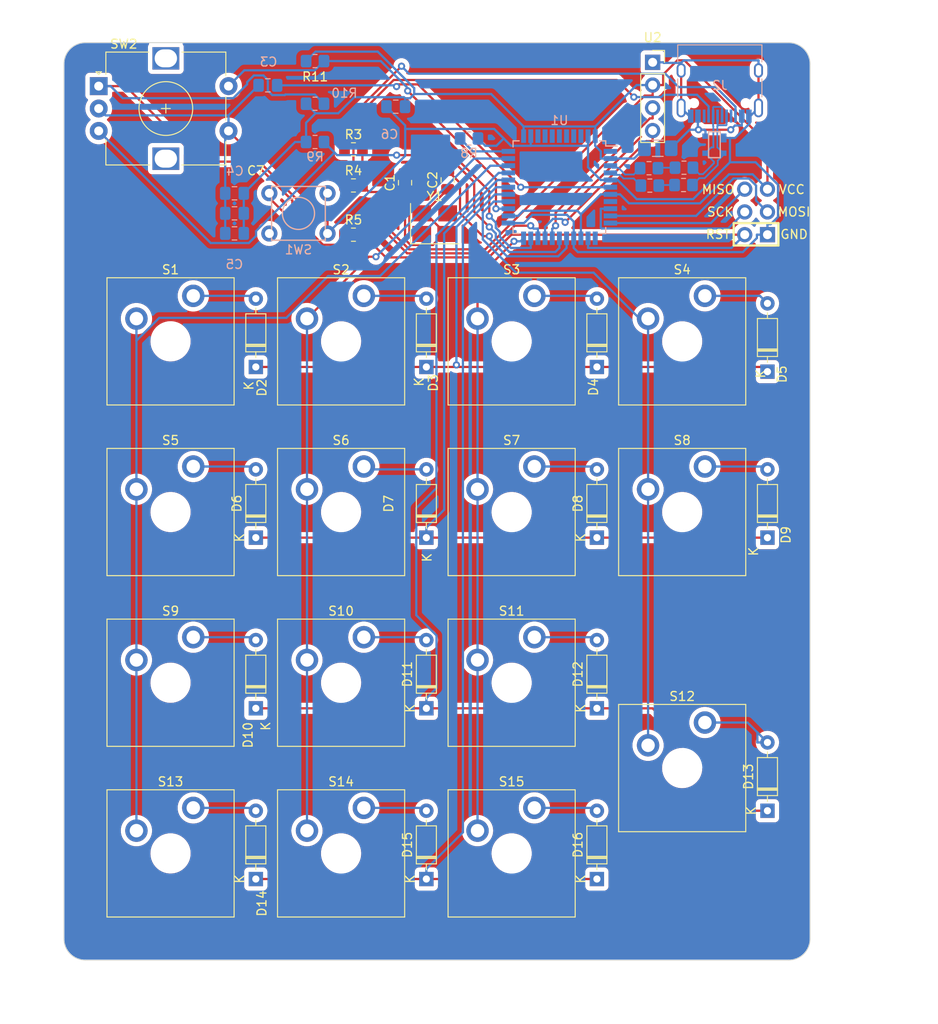
<source format=kicad_pcb>
(kicad_pcb (version 20221018) (generator pcbnew)
  (layers (0 "F.Cu" signal) (31 "B.Cu" signal) (34 "B.Paste" user) (35 "F.Paste" user) (36 "B.SilkS" user "B.Silkscreen") (37 "F.SilkS" user "F.Silkscreen") (38 "B.Mask" user) (39 "F.Mask" user) (44 "Edge.Cuts" user))
  (net 0 "")
  (net 1 "GND")
  (net 2 "Net-(U1-XTAL1)")
  (net 3 "Net-(U1-XTAL2)")
  (net 4 "Net-(U1-UCAP)")
  (net 5 "+5V")
  (net 6 "Net-(J2-CC1)")
  (net 7 "VCC")
  (net 8 "ROW0")
  (net 9 "Net-(D2-A)")
  (net 10 "Net-(D3-A)")
  (net 11 "Net-(D4-A)")
  (net 12 "Net-(D5-A)")
  (net 13 "ROW1")
  (net 14 "Net-(D6-A)")
  (net 15 "Net-(D7-A)")
  (net 16 "Net-(D8-A)")
  (net 17 "Net-(D9-A)")
  (net 18 "ROW2")
  (net 19 "Net-(D10-A)")
  (net 20 "Net-(D11-A)")
  (net 21 "Net-(D12-A)")
  (net 22 "Net-(D13-A)")
  (net 23 "ROW3")
  (net 24 "Net-(D14-A)")
  (net 25 "Net-(D15-A)")
  (net 26 "Net-(D16-A)")
  (net 27 "MISO")
  (net 28 "SCK")
  (net 29 "MOSI")
  (net 30 "RESET")
  (net 32 "DP")
  (net 33 "DN")
  (net 34 "Net-(U1-~{HWB}{slash}PE2)")
  (net 35 "RE-B")
  (net 36 "RE-A")
  (net 37 "RE-SWITCH")
  (net 38 "COLUMN0")
  (net 39 "COLUMN1")
  (net 40 "COLUMN2")
  (net 41 "COLUMN3")
  (net 45 "SCL")
  (net 46 "SDA")
  (net 54 "D+")
  (net 55 "Net-(J2-CC2)")
  (net 59 "D-")
  (footprint "ScottoKeebs_Components:Diode_DO-35" (layer "F.Cu") (at 161.925 109.5375 90)
    (fp_text reference "D13")
    (fp_text value "Diode")
  )
  (footprint "Capacitor_SMD:C_0805_2012Metric_Pad1.18x1.45mm_HandSolder" (layer "F.Cu") (at 126.2063 39.1375 90)
    (fp_text reference "C2")
    (fp_text value "22pF")
  )
  (footprint "ScottoKeebs_MX:MX_Plate_1.00u" (layer "F.Cu") (at 133.35 95.25)
    (fp_text reference "S11")
    (fp_text value "K11")
  )
  (footprint "Connector_PinSocket_2.54mm:PinSocket_1x04_P2.54mm_Vertical" (layer "F.Cu") (at 149.1 26.005)
    (fp_text reference "U2")
    (fp_text value "FH-00133")
  )
  (footprint "ScottoKeebs_Components:Diode_DO-35" (layer "F.Cu") (at 104.775 60.0075 90)
    (fp_text reference "D2")
    (fp_text value "Diode")
  )
  (footprint "Resistor_SMD:R_0805_2012Metric_Pad1.20x1.40mm_HandSolder" (layer "F.Cu") (at 115.6813 39.7487)
    (fp_text reference "R4")
    (fp_text value "5.1k")
  )
  (footprint "ScottoKeebs_MX:MX_Plate_1.00u" (layer "F.Cu") (at 114.3 95.25)
    (fp_text reference "S10")
    (fp_text value "K10")
  )
  (footprint "ScottoKeebs_Components:Diode_DO-35" (layer "F.Cu") (at 142.875 60.0075 90)
    (fp_text reference "D4")
    (fp_text value "Diode")
  )
  (footprint "Capacitor_SMD:C_0805_2012Metric_Pad1.18x1.45mm_HandSolder" (layer "F.Cu") (at 121.4438 39.4437 90)
    (fp_text reference "C1")
    (fp_text value "22pF")
  )
  (footprint "ScottoKeebs_Components:Diode_DO-35" (layer "F.Cu") (at 123.825 60.0075 90)
    (fp_text reference "D3")
    (fp_text value "Diode")
  )
  (footprint "Crystal:Crystal_SMD_3225-4Pin_3.2x2.5mm_HandSoldering" (layer "F.Cu") (at 124.7563 44.0125)
    (fp_text reference "Y1")
    (fp_text value "16MHz")
  )
  (footprint "ScottoKeebs_Components:Diode_DO-35" (layer "F.Cu") (at 104.775 79.0575 90)
    (fp_text reference "D6")
    (fp_text value "Diode")
  )
  (footprint "Rotary_Encoder:RotaryEncoder_Alps_EC12E-Switch_Vertical_H20mm" (layer "F.Cu") (at 87.225 28.6625)
    (fp_text reference "SW2")
    (fp_text value "RotaryEncoder_Switch")
  )
  (footprint "ScottoKeebs_MX:MX_Plate_1.00u" (layer "F.Cu") (at 95.25 76.2)
    (fp_text reference "S5")
    (fp_text value "K5")
  )
  (footprint "ScottoKeebs_Components:Diode_DO-35" (layer "F.Cu") (at 142.875 98.1075 90)
    (fp_text reference "D12")
    (fp_text value "Diode")
  )
  (footprint "ScottoKeebs_Components:Diode_DO-35" (layer "F.Cu") (at 142.875 117.1575 90)
    (fp_text reference "D16")
    (fp_text value "Diode")
  )
  (footprint "ScottoKeebs_Components:Diode_DO-35" (layer "F.Cu") (at 161.925 79.0575 90)
    (fp_text reference "D9")
    (fp_text value "Diode")
  )
  (footprint "Resistor_SMD:R_0805_2012Metric_Pad1.20x1.40mm_HandSolder" (layer "F.Cu") (at 115.6813 35.7187)
    (fp_text reference "R3")
    (fp_text value "5.1k")
  )
  (footprint "ScottoKeebs_MX:MX_Plate_1.00u" (layer "F.Cu") (at 114.3 76.2)
    (fp_text reference "S6")
    (fp_text value "K6")
  )
  (footprint "ScottoKeebs_Components:Diode_DO-35" (layer "F.Cu") (at 123.825 117.1575 90)
    (fp_text reference "D15")
    (fp_text value "Diode")
  )
  (footprint "ScottoKeebs_MX:MX_Plate_1.00u" (layer "F.Cu") (at 95.25 57.15)
    (fp_text reference "S1")
    (fp_text value "K1")
  )
  (footprint "ScottoKeebs_Components:Diode_DO-35" (layer "F.Cu") (at 104.775 98.1075 90)
    (fp_text reference "D10")
    (fp_text value "Diode")
  )
  (footprint "ScottoKeebs_MX:MX_Plate_1.00u" (layer "F.Cu") (at 152.4 104.775)
    (fp_text reference "S12")
    (fp_text value "K12")
  )
  (footprint "ScottoKeebs_Components:Diode_DO-35" (layer "F.Cu") (at 161.925 60.5312 90)
    (fp_text reference "D5")
    (fp_text value "Diode")
  )
  (footprint "ScottoKeebs_MX:MX_Plate_1.00u" (layer "F.Cu") (at 133.35 76.2)
    (fp_text reference "S7")
    (fp_text value "K7")
  )
  (footprint "Random-Keyboard-Parts:Reset_Pretty-Mask" (layer "F.Cu") (at 160.655 42.7037)
    (fp_text reference "J1")
    (fp_text value "AVR-ISP-6")
  )
  (footprint "Resistor_SMD:R_0805_2012Metric_Pad1.20x1.40mm_HandSolder" (layer "F.Cu") (at 115.6813 45.2437)
    (fp_text reference "R5")
    (fp_text value "10k")
  )
  (footprint "ScottoKeebs_MX:MX_Plate_1.00u" (layer "F.Cu") (at 114.3 57.15)
    (fp_text reference "S2")
    (fp_text value "K2")
  )
  (footprint "ScottoKeebs_MX:MX_Plate_1.00u" (layer "F.Cu") (at 133.35 57.15)
    (fp_text reference "S3")
    (fp_text value "K3")
  )
  (footprint "ScottoKeebs_MX:MX_Plate_1.00u" (layer "F.Cu") (at 95.25 114.3)
    (fp_text reference "S13")
    (fp_text value "K13")
  )
  (footprint "ScottoKeebs_Components:Diode_DO-35" (layer "F.Cu") (at 123.825 79.0575 90)
    (fp_text reference "D7")
    (fp_text value "Diode")
  )
  (footprint "ScottoKeebs_MX:MX_Plate_1.00u" (layer "F.Cu") (at 152.4 57.15)
    (fp_text reference "S4")
    (fp_text value "K4")
  )
  (footprint "ScottoKeebs_Components:Diode_DO-35" (layer "F.Cu") (at 104.775 117.1575 90)
    (fp_text reference "D14")
    (fp_text value "Diode")
  )
  (footprint "ScottoKeebs_MX:MX_Plate_1.00u" (layer "F.Cu") (at 133.35 114.3)
    (fp_text reference "S15")
    (fp_text value "K15")
  )
  (footprint "ScottoKeebs_Components:Diode_DO-35" (layer "F.Cu") (at 123.825 98.1075 90)
    (fp_text reference "D11")
    (fp_text value "Diode")
  )
  (footprint "ScottoKeebs_MX:MX_Plate_1.00u" (layer "F.Cu") (at 114.3 114.3)
    (fp_text reference "S14")
    (fp_text value "K14")
  )
  (footprint "ScottoKeebs_MX:MX_Plate_1.00u" (layer "F.Cu") (at 152.4 76.2)
    (fp_text reference "S8")
    (fp_text value "K8")
  )
  (footprint "ScottoKeebs_MX:MX_Plate_1.00u" (layer "F.Cu") (at 95.25 95.25)
    (fp_text reference "S9")
    (fp_text value "K9")
  )
  (footprint "ScottoKeebs_Components:Diode_DO-35" (layer "F.Cu") (at 142.875 79.0575 90)
    (fp_text reference "D8")
    (fp_text value "Diode")
  )
  (footprint "Fuse:Fuse_1206_3216Metric_Pad1.42x1.75mm_HandSolder" (layer "B.Cu") (at 149.675 35.595)
    (fp_text reference "F1" hide)
    (fp_text value "500m")
  )
  (footprint "Capacitor_SMD:C_0805_2012Metric_Pad1.18x1.45mm_HandSolder" (layer "B.Cu") (at 106.1188 28.575 180)
    (fp_text reference "C3")
    (fp_text value "1uF")
  )
  (footprint "Resistor_SMD:R_0805_2012Metric_Pad1.20x1.40mm_HandSolder" (layer "B.Cu") (at 152.55 39.7 180)
    (fp_text reference "R2" hide)
    (fp_text value "22")
  )
  (footprint "Resistor_SMD:R_0805_2012Metric_Pad1.20x1.40mm_HandSolder" (layer "B.Cu") (at 128.5875 34.505)
    (fp_text reference "R8")
    (fp_text value "10k")
  )
  (footprint "Package_QFP:TQFP-44_10x10mm_P0.8mm" (layer "B.Cu") (at 138.685 39.945 180)
    (fp_text reference "U1")
    (fp_text value "ATmega32U4-A")
  )
  (footprint "Resistor_SMD:R_0805_2012Metric_Pad1.20x1.40mm_HandSolder" (layer "B.Cu") (at 152.6 37.7687 180)
    (fp_text reference "R1" hide)
    (fp_text value "22")
  )
  (footprint "Resistor_SMD:R_0805_2012Metric_Pad1.20x1.40mm_HandSolder" (layer "B.Cu") (at 111.39 30.63)
    (fp_text reference "R10")
    (fp_text value "10k")
  )
  (footprint "Random-Keyboard-Parts:PushButton_6x6mm_TH" (layer "B.Cu") (at 109.5375 42.8625 180)
    (fp_text reference "SW1")
    (fp_text value "~")
  )
  (footprint "Resistor_SMD:R_0805_2012Metric_Pad1.20x1.40mm_HandSolder" (layer "B.Cu") (at 148.785 39.765 180)
    (fp_text reference "R6" hide)
    (fp_text value "22")
  )
  (footprint "Random-Keyboard-Parts:SOT143B" (layer "B.Cu") (at 156 35.2 180)
    (fp_text reference "D1" hide)
    (fp_text value "PRTR5V0U2X")
  )
  (footprint "Resistor_SMD:R_0805_2012Metric_Pad1.20x1.40mm_HandSolder" (layer "B.Cu") (at 148.695 37.825 180)
    (fp_text reference "R7" hide)
    (fp_text value "22")
  )
  (footprint "Connector_USB:USB_C_Receptacle_HRO_TYPE-C-31-M-12" (layer "B.Cu") (at 156.605 27.9625)
    (fp_text reference "J2")
    (fp_text value "USB_C_Receptacle_USB2.0")
  )
  (footprint "Capacitor_SMD:C_0805_2012Metric_Pad1.18x1.45mm_HandSolder" (layer "B.Cu") (at 102.3938 42.8625 180)
    (fp_text reference "C7")
    (fp_text value "10uF")
  )
  (footprint "Capacitor_SMD:C_0805_2012Metric_Pad1.18x1.45mm_HandSolder" (layer "B.Cu") (at 120.4063 30.9562 180)
    (fp_text reference "C6")
    (fp_text value "0.1uF")
  )
  (footprint "Capacitor_SMD:C_0805_2012Metric_Pad1.18x1.45mm_HandSolder" (layer "B.Cu") (at 102.3938 45.099 180)
    (fp_text reference "C5")
    (fp_text value "0.1uF")
  )
  (footprint "Resistor_SMD:R_0805_2012Metric_Pad1.20x1.40mm_HandSolder" (layer "B.Cu") (at 111.39 34.8987)
    (fp_text reference "R9")
    (fp_text value "10k")
  )
  (footprint "Capacitor_SMD:C_0805_2012Metric_Pad1.18x1.45mm_HandSolder" (layer "B.Cu") (at 102.3938 40.626 180)
    (fp_text reference "C4")
    (fp_text value "0.1uF")
  )
  (footprint "Resistor_SMD:R_0805_2012Metric_Pad1.20x1.40mm_HandSolder" (layer "B.Cu") (at 111.39 25.8675)
    (fp_text reference "R11")
    (fp_text value "10k")
  )
  (gr_poly (pts (xy 158.374294 118.368842) (xy 158.390888 118.369757) (xy 158.407102 118.371285) (xy 158.422938 118.373427) (xy 158.438397 118.376186) (xy 158.453482 118.379564) (xy 158.468194 118.383562) (xy 158.482537 118.388183) (xy 158.49651 118.393428) (xy 158.510118 118.3993) (xy 158.523361 118.405801) (xy 158.536242 118.412932) (xy 158.548762 118.420696) (xy 158.560924 118.429094) (xy 158.572729 118.438129) (xy 158.584181 118.447803) (xy 158.594847 118.457844) (xy 158.604811 118.468237) (xy 158.614075 118.47898) (xy 158.622639 118.490073) (xy 158.630507 118.501514) (xy 158.63768 118.513302) (xy 158.644161 118.525436) (xy 158.649951 118.537916) (xy 158.655052 118.55074) (xy 158.659467 118.563908) (xy 158.663196 118.577418) (xy 158.666244 118.591269) (xy 158.66861 118.605461) (xy 158.670298 118.619991) (xy 158.671309 118.634861) (xy 158.671646 118.650067) (xy 158.671309 118.667236) (xy 158.670298 118.683892) (xy 158.66861 118.700035) (xy 158.666244 118.715666) (xy 158.663196 118.730785) (xy 158.659467 118.745391) (xy 158.655052 118.759484) (xy 158.649951 118.773065) (xy 158.644161 118.786134) (xy 158.63768 118.79869) (xy 158.630507 118.810734) (xy 158.622639 118.822265) (xy 158.614075 118.833283) (xy 158.604811 118.84379) (xy 158.594847 118.853783) (xy 158.584181 118.863264) (xy 158.573082 118.872457) (xy 158.561568 118.881071) (xy 158.54964 118.889104) (xy 158.537298 118.896555) (xy 158.524544 118.903421) (xy 158.511379 118.909701) (xy 158.497803 118.915392) (xy 158.483818 118.920493) (xy 158.469424 118.925001) (xy 158.454623 118.928914) (xy 158.439415 118.932231) (xy 158.423802 118.934949) (xy 158.407785 118.937067) (xy 158.391364 118.938582) (xy 158.374541 118.939493) (xy 158.357317 118.939797) (xy 158.340485 118.939493) (xy 158.32407 118.938582) (xy 158.308074 118.937067) (xy 158.292497 118.934949) (xy 158.277341 118.932231) (xy 158.262606 118.928914) (xy 158.248293 118.925001) (xy 158.234404 118.920493) (xy 158.220939 118.915392) (xy 158.2079 118.909701) (xy 158.195287 118.903421) (xy 158.183102 118.896555) (xy 158.171344 118.889104) (xy 158.160017 118.881071) (xy 158.14912 118.872457) (xy 158.138654 118.863264) (xy 158.128468 118.853791) (xy 158.118925 118.843823) (xy 158.110027 118.83336) (xy 158.101775 118.822404) (xy 158.094172 118.810955) (xy 158.08722 118.799014) (xy 158.08092 118.786584) (xy 158.075275 118.773663) (xy 158.070286 118.760255) (xy 158.065956 118.746358) (xy 158.062287 118.731976) (xy 158.059281 118.717108) (xy 158.056939 118.701755) (xy 158.055263 118.685919) (xy 158.054257 118.6696) (xy 158.053921 118.6528) (xy 158.267118 118.6528) (xy 158.267214 118.658494) (xy 158.267503 118.664043) (xy 158.267983 118.669448) (xy 158.268656 118.674709) (xy 158.269521 118.679826) (xy 158.270578 118.684799) (xy 158.271827 118.689628) (xy 158.273268 118.694312) (xy 158.274902 118.698853) (xy 158.276728 118.703249) (xy 158.278746 118.707501) (xy 158.280956 118.711609) (xy 158.283358 118.715573) (xy 158.285953 118.719392) (xy 158.288739 118.723068) (xy 158.291718 118.726599) (xy 158.294881 118.729834) (xy 158.298219 118.732875) (xy 158.301731 118.735719) (xy 158.305417 118.738365) (xy 158.309274 118.740811) (xy 158.313303 118.743055) (xy 158.317502 118.745095) (xy 158.32187 118.746928) (xy 158.326406 118.748554) (xy 158.331109 118.749969) (xy 158.335979 118.751171) (xy 158.341013 118.75216) (xy 158.346212 118.752932) (xy 158.351574 118.753487) (xy 158.357098 118.753821) (xy 158.362783 118.753932) (xy 158.36786 118.753821) (xy 158.372838 118.753487) (xy 158.377717 118.752932) (xy 158.382493 118.75216) (xy 158.387165 118.751171) (xy 158.391732 118.749969) (xy 158.39619 118.748554) (xy 158.400537 118.746928) (xy 158.404773 118.745095) (xy 158.408895 118.743055) (xy 158.4129 118.740811) (xy 158.416788 118.738365) (xy 158.420555 118.735719) (xy 158.4242 118.732875) (xy 158.427721 118.729834) (xy 158.431116 118.726599) (xy 158.434463 118.723068) (xy 158.437588 118.719392) (xy 158.44049 118.715573) (xy 158.44317 118.711609) (xy 158.445631 118.707501) (xy 158.447872 118.703249) (xy 158.449895 118.698853) (xy 158.451701 118.694312) (xy 158.453291 118.689628) (xy 158.454666 118.684799) (xy 158.455826 118.679826) (xy 158.456773 118.674709) (xy 158.457508 118.669448) (xy 158.458032 118.664043) (xy 158.458345 118.658494) (xy 158.458449 118.6528) (xy 158.458345 118.646746) (xy 158.458032 118.640885) (xy 158.457508 118.635215) (xy 158.456773 118.629738) (xy 158.455826 118.624453) (xy 158.454666 118.61936) (xy 158.453291 118.614459) (xy 158.451701 118.609751) (xy 158.449895 118.605235) (xy 158.447872 118.60091) (xy 158.445631 118.596778) (xy 158.44317 118.592839) (xy 158.44049 118.589091) (xy 158.437588 118.585535) (xy 158.434463 118.582172) (xy 158.431116 118.579001) (xy 158.427721 118.576278) (xy 158.4242 118.573745) (xy 158.420555 118.571401) (xy 158.416788 118.569242) (xy 158.4129 118.567268) (xy 158.408895 118.565476) (xy 158.404773 118.563864) (xy 158.400537 118.562431) (xy 158.39619 118.561173) (xy 158.391732 118.56009) (xy 158.387165 118.559178) (xy 158.382493 118.558437) (xy 158.377717 118.557865) (xy 158.372838 118.557458) (xy 158.36786 118.557215) (xy 158.362783 118.557135) (xy 158.357714 118.557215) (xy 158.352757 118.557458) (xy 158.347909 118.557865) (xy 158.34317 118.558437) (xy 158.33854 118.559178) (xy 158.334016 118.56009) (xy 158.329599 118.561173) (xy 158.325287 118.562431) (xy 158.321078 118.563864) (xy 158.316973 118.565476) (xy 158.31297 118.567268) (xy 158.309068 118.569242) (xy 158.305267 118.571401) (xy 158.301564 118.573745) (xy 158.297959 118.576278) (xy 158.294452 118.579001) (xy 158.291217 118.582172) (xy 158.288176 118.585535) (xy 158.285332 118.589091) (xy 158.282685 118.592839) (xy 158.280239 118.596778) (xy 158.277995 118.60091) (xy 158.275956 118.605235) (xy 158.274122 118.609751) (xy 158.272497 118.614459) (xy 158.271082 118.61936) (xy 158.269879 118.624453) (xy 158.268891 118.629738) (xy 158.268118 118.635215) (xy 158.267564 118.640885) (xy 158.26723 118.646746) (xy 158.267118 118.6528) (xy 158.053921 118.6528) (xy 158.054257 118.636609) (xy 158.055263 118.620836) (xy 158.056939 118.605484) (xy 158.059281 118.590554) (xy 158.062287 118.576048) (xy 158.065956 118.561969) (xy 158.070286 118.548318) (xy 158.075275 118.535098) (xy 158.08092 118.52231) (xy 158.08722 118.509956) (xy 158.094172 118.498039) (xy 158.101775 118.48656) (xy 158.110027 118.475522) (xy 158.118925 118.464926) (xy 158.128468 118.454775) (xy 158.138654 118.44507) (xy 158.14912 118.435764) (xy 158.160017 118.427067) (xy 158.171344 118.418976) (xy 158.183102 118.411491) (xy 158.195287 118.40461) (xy 158.2079 118.398333) (xy 158.220939 118.392658) (xy 158.234404 118.387585) (xy 158.248293 118.383112) (xy 158.262606 118.379239) (xy 158.277341 118.375965) (xy 158.292497 118.373288) (xy 158.308074 118.371208) (xy 158.32407 118.369724) (xy 158.340485 118.368834) (xy 158.357317 118.368537)) (fill solid) (layer "F.Cu"))
  (gr_poly (pts (xy 158.341144 115.770017) (xy 158.356326 115.770664) (xy 158.371381 115.771742) (xy 158.386307 115.773249) (xy 158.401105 115.775185) (xy 158.415775 115.777548) (xy 158.430317 115.780338) (xy 158.444731 115.783552) (xy 158.459017 115.787192) (xy 158.473175 115.791255) (xy 158.487204 115.79574) (xy 158.501106 115.800646) (xy 158.514879 115.805973) (xy 158.528524 115.81172) (xy 158.542041 115.817884) (xy 158.55543 115.824467) (xy 158.568531 115.83157) (xy 158.581183 115.839042) (xy 158.593387 115.846885) (xy 158.605142 115.855099) (xy 158.616449 115.863685) (xy 158.627307 115.872645) (xy 158.637717 115.881979) (xy 158.647679 115.891689) (xy 158.657192 115.901774) (xy 158.666257 115.912238) (xy 158.674873 115.923079) (xy 158.683041 115.9343) (xy 158.69076 115.945902) (xy 158.698031 115.957884) (xy 158.704854 115.970249) (xy 158.711228 115.982998) (xy 158.511697 116.105996) (xy 158.50891 116.101632) (xy 158.50593 116.097253) (xy 158.502756 116.09286) (xy 158.499387 116.088454) (xy 158.495821 116.084036) (xy 158.492058 116.079607) (xy 158.488097 116.075168) (xy 158.483937 116.07072) (xy 158.479577 116.066264) (xy 158.475015 116.0618) (xy 158.470251 116.057331) (xy 158.465285 116.052857) (xy 158.460113 116.048379) (xy 158.454737 116.043898) (xy 158.449154 116.039415) (xy 158.443365 116.034931) (xy 158.437487 116.030703) (xy 158.431387 116.026733) (xy 158.425064 116.023024) (xy 158.41852 116.019577) (xy 158.411755 116.016394) (xy 158.404772 116.013478) (xy 158.39757 116.01083) (xy 158.390151 116.008452) (xy 158.382516 116.006346) (xy 158.374665 116.004515) (xy 158.366601 116.00296) (xy 158.358323 116.001683) (xy 158.349833 116.000686) (xy 158.341132 115.999972) (xy 158.33222 115.999542) (xy 158.3231 115.999398) (xy 158.313346 115.999638) (xy 158.303818 116.000356) (xy 158.294517 116.001551) (xy 158.285442 116.00322) (xy 158.276596 116.005362) (xy 158.267978 116.007974) (xy 158.259591 116.011055) (xy 158.251436 116.014602) (xy 158.243512 116.018613) (xy 158.235822 116.023087) (xy 158.228366 116.028022) (xy 158.221145 116.033414) (xy 158.21416 116.039264) (xy 158.207413 116.045567) (xy 158.200904 116.052324) (xy 158.194634 116.05953) (xy 158.188676 116.067153) (xy 158.183103 116.074904) (xy 158.177914 116.08278) (xy 158.17311 116.090782) (xy 158.168689 116.098907) (xy 158.164654 116.107156) (xy 158.161002 116.115527) (xy 158.157735 116.124019) (xy 158.154852 116.132631) (xy 158.152354 116.141362) (xy 158.15024 116.150212) (xy 158.14851 116.159178) (xy 158.147165 116.168261) (xy 158.146204 116.177458) (xy 158.145627 116.18677) (xy 158.145435 116.196195) (xy 158.145755 116.212139) (xy 158.146716 116.227683) (xy 158.148318 116.242829) (xy 158.15056 116.257577) (xy 158.153443 116.271929) (xy 158.156966 116.285886) (xy 158.16113 116.299448) (xy 158.165935 116.312617) (xy 158.17138 116.325393) (xy 158.177466 116.337778) (xy 158.184192 116.349773) (xy 158.191559 116.361378) (xy 158.199567 116.372595) (xy 158.208215 116.383425) (xy 158.217504 116.393868) (xy 158.227434 116.403926) (xy 158.264216 116.440569) (xy 158.294656 116.47055) (xy 158.318818 116.493869) (xy 158.336766 116.510525) (xy 158.156368 116.688189) (xy 158.134299 116.671877) (xy 158.11319 116.65574) (xy 158.093043 116.639778) (xy 158.073856 116.623988) (xy 158.055631 116.608371) (xy 158.038366 116.592925) (xy 158.022063 116.577649) (xy 158.00672 116.562543) (xy 157.992338 116.547604) (xy 157.978917 116.532833) (xy 157.966457 116.518228) (xy 157.954958 116.503787) (xy 157.94442 116.489512) (xy 157.934843 116.475399) (xy 157.926226 116.461448) (xy 157.918571 116.447659) (xy 157.911364 116.434014) (xy 157.904608 116.420243) (xy 157.898305 116.406348) (xy 157.892455 116.392331) (xy 157.887063 116.378193) (xy 157.882128 116.363938) (xy 157.877654 116.349567) (xy 157.873643 116.335081) (xy 157.870096 116.320483) (xy 157.867015 116.305775) (xy 157.864403 116.290959) (xy 157.862261 116.276037) (xy 157.860592 116.261011) (xy 157.859397 116.245883) (xy 157.858679 116.230655) (xy 157.858439 116.215328) (xy 157.858967 116.191017) (xy 157.86055 116.167282) (xy 157.863187 116.144124) (xy 157.866874 116.121542) (xy 157.87161 116.099537) (xy 157.877393 116.078108) (xy 157.884221 116.057256) (xy 157.892093 116.036981) (xy 157.901005 116.017282) (xy 157.910956 115.998159) (xy 157.921944 115.979613) (xy 157.933967 115.961644) (xy 157.947024 115.944251) (xy 157.961111 115.927435) (xy 157.976227 115.911195) (xy 157.99237 115.895532) (xy 158.00905 115.880382) (xy 158.026289 115.866195) (xy 158.044087 115.852972) (xy 158.062443 115.840717) (xy 158.081355 115.82943) (xy 158.100823 115.819115) (xy 158.120845 115.809772) (xy 158.14142 115.801404) (xy 158.162549 115.794014) (xy 158.184228 115.787602) (xy 158.206459 115.782171) (xy 158.229238 115.777723) (xy 158.252567 115.77426) (xy 158.276443 115.771784) (xy 158.300865 115.770297) (xy 158.325833 115.769801)) (fill solid) (layer "F.Cu"))
  (gr_poly (pts (xy 151.259378 119.087395) (xy 151.549107 119.087395) (xy 151.549107 119.319725) (xy 150.994248 119.319725) (xy 150.994248 118.313871) (xy 151.259378 118.313871)) (fill solid) (layer "F.Cu"))
  (gr_poly (pts (xy 153.495901 116.349008) (xy 153.512775 116.350179) (xy 153.532162 116.351974) (xy 153.553208 116.354546) (xy 153.575054 116.358046) (xy 153.58601 116.360193) (xy 153.596845 116.362628) (xy 153.607451 116.365372) (xy 153.617722 116.368443) (xy 153.627551 116.37186) (xy 153.63683 116.375643) (xy 153.64616 116.379535) (xy 153.655189 116.383783) (xy 153.663922 116.388389) (xy 153.672363 116.393356) (xy 153.680516 116.398688) (xy 153.688384 116.404387) (xy 153.695972 116.410456) (xy 153.703283 116.416899) (xy 153.710323 116.423718) (xy 153.717094 116.430916) (xy 153.723601 116.438497) (xy 153.729848 116.446463) (xy 153.735838 116.454818) (xy 153.741576 116.463564) (xy 153.747066 116.472704) (xy 153.752312 116.482242) (xy 153.755955 116.489834) (xy 153.759197 116.497494) (xy 153.762037 116.505226) (xy 153.764473 116.513034) (xy 153.766505 116.520922) (xy 153.768131 116.528895) (xy 153.769351 116.536955) (xy 153.770164 116.545108) (xy 153.770568 116.553356) (xy 153.770563 116.561705) (xy 153.770147 116.570158) (xy 153.76932 116.578719) (xy 153.768081 116.587392) (xy 153.766428 116.596181) (xy 153.764361 116.60509) (xy 153.761879 116.614124) (xy 153.761352 116.616049) (xy 153.760924 116.617979) (xy 153.760592 116.619911) (xy 153.760356 116.621842) (xy 153.760213 116.623768) (xy 153.760163 116.625686) (xy 153.760202 116.627594) (xy 153.76033 116.629488) (xy 153.760546 116.631364) (xy 153.760847 116.633221) (xy 153.761231 116.635054) (xy 153.761698 116.636861) (xy 153.762246 116.638639) (xy 153.762872 116.640384) (xy 153.763576 116.642093) (xy 153.764356 116.643763) (xy 153.765209 116.645391) (xy 153.766135 116.646974) (xy 153.767132 116.648508) (xy 153.768198 116.649991) (xy 153.769331 116.65142) (xy 153.770531 116.652791) (xy 153.771795 116.654101) (xy 153.773121 116.655347) (xy 153.774509 116.656526) (xy 153.775956 116.657635) (xy 153.777461 116.658671) (xy 153.779022 116.65963) (xy 153.780637 116.660509) (xy 153.782306 116.661306) (xy 153.784026 116.662017) (xy 153.785795 116.662639) (xy 153.787303 116.66312) (xy 153.788763 116.663536) (xy 153.790191 116.663889) (xy 153.790898 116.664041) (xy 153.791603 116.664177) (xy 153.792308 116.664297) (xy 153.793015 116.664401) (xy 153.793726 116.664489) (xy 153.794443 116.664561) (xy 153.795168 116.664617) (xy 153.795903 116.664657) (xy 153.79665 116.664681) (xy 153.797411 116.664689) (xy 153.798942 116.664658) (xy 153.80046 116.664563) (xy 153.801963 116.664406) (xy 153.80345 116.664188) (xy 153.80492 116.663909) (xy 153.80637 116.663572) (xy 153.807801 116.663177) (xy 153.809209 116.662725) (xy 153.810595 116.662217) (xy 153.811956 116.661653) (xy 153.813292 116.661036) (xy 153.8146 116.660365) (xy 153.81588 116.659643) (xy 153.817129 116.658869) (xy 153.818348 116.658045) (xy 153.819534 116.657173) (xy 153.820686 116.656252) (xy 153.821802 116.655284) (xy 153.822882 116.654271) (xy 153.823924 116.653212) (xy 153.824925 116.652109) (xy 153.825887 116.650963) (xy 153.826805 116.649775) (xy 153.82768 116.648546) (xy 153.82851 116.647277) (xy 153.829294 116.645969) (xy 153.83003 116.644623) (xy 153.830717 116.643239) (xy 153.831353 116.64182) (xy 153.831937 116.640366) (xy 153.832468 116.638878) (xy 153.832944 116.637356) (xy 153.834868 116.630463) (xy 153.836546 116.623624) (xy 153.837989 116.616846) (xy 153.839209 116.610136) (xy 153.840215 116.603499) (xy 153.841019 116.596943) (xy 153.842062 116.5841) (xy 153.842425 116.571656) (xy 153.842193 116.559666) (xy 153.841453 116.548179) (xy 153.84029 116.537249) (xy 153.838791 116.526928) (xy 153.837041 116.517267) (xy 153.835128 116.508319) (xy 153.833136 116.500136) (xy 153.829263 116.486272) (xy 153.826111 116.476092) (xy 153.826051 116.475898) (xy 153.825999 116.4757) (xy 153.825955 116.475499) (xy 153.825919 116.475295) (xy 153.825871 116.47488) (xy 153.825855 116.474458) (xy 153.825871 116.474032) (xy 153.825919 116.473606) (xy 153.825999 116.473181) (xy 153.826111 116.472761) (xy 153.826179 116.472554) (xy 153.826255 116.472349) (xy 153.826339 116.472147) (xy 153.826431 116.471948) (xy 153.826531 116.471753) (xy 153.826639 116.471561) (xy 153.826756 116.471374) (xy 153.82688 116.471191) (xy 153.827012 116.471014) (xy 153.827152 116.470841) (xy 153.8273 116.470675) (xy 153.827456 116.470514) (xy 153.827621 116.470361) (xy 153.827793 116.470214) (xy 153.827973 116.470074) (xy 153.828161 116.469942) (xy 153.837845 116.463813) (xy 153.848448 116.458099) (xy 153.855089 116.454922) (xy 153.862583 116.451663) (xy 153.870902 116.44842) (xy 153.880017 116.445292) (xy 153.889899 116.442375) (xy 153.900519 116.439769) (xy 153.911847 116.437571) (xy 153.923854 116.43588) (xy 153.936513 116.434793) (xy 153.949793 116.434409) (xy 153.959047 116.434601) (xy 153.968349 116.435178) (xy 153.977684 116.436139) (xy 153.987034 116.437484) (xy 153.996384 116.439214) (xy 154.005719 116.441328) (xy 154.015021 116.443826) (xy 154.024275 116.446709) (xy 154.040617 116.451315) (xy 154.05634 116.456154) (xy 154.071459 116.46121) (xy 154.085988 116.466468) (xy 154.099939 116.471913) (xy 154.113329 116.477529) (xy 154.126169 116.483301) (xy 154.138476 116.489214) (xy 154.150261 116.495252) (xy 154.161541 116.501399) (xy 154.172327 116.507641) (xy 154.182636 116.513962) (xy 154.192479 116.520346) (xy 154.201873 116.526779) (xy 154.219364 116.539726) (xy 154.235222 116.552682) (xy 154.249559 116.565523) (xy 154.262486 116.578126) (xy 154.274116 116.590367) (xy 154.284561 116.602124) (xy 154.293932 116.613273) (xy 154.309905 116.633257) (xy 154.316055 116.641457) (xy 154.322122 116.648933) (xy 154.327757 116.656971) (xy 154.332943 116.665508) (xy 154.337665 116.67448) (xy 154.341907 116.683825) (xy 154.345651 116.693478) (xy 154.348884 116.703378) (xy 154.351588 116.713462) (xy 154.353747 116.723665) (xy 154.355346 116.733925) (xy 154.356368 116.74418) (xy 154.356798 116.754365) (xy 154.356619 116.764418) (xy 154.355816 116.774276) (xy 154.354372 116.783876) (xy 154.352271 116.793154) (xy 154.347447 116.805795) (xy 154.342157 116.817882) (xy 154.336335 116.82949) (xy 154.329913 116.840688) (xy 154.322828 116.851551) (xy 154.315011 116.862149) (xy 154.306398 116.872555) (xy 154.296922 116.882841) (xy 154.286517 116.893079) (xy 154.275117 116.903341) (xy 154.262656 116.913699) (xy 154.249068 116.924225) (xy 154.234286 116.934991) (xy 154.218246 116.94607) (xy 154.20088 116.957533) (xy 154.182123 116.969452) (xy 154.180494 116.970577) (xy 154.178937 116.97177) (xy 154.177454 116.973028) (xy 154.176044 116.974349) (xy 154.174709 116.975728) (xy 154.173449 116.977162) (xy 154.172265 116.978648) (xy 154.171158 116.980183) (xy 154.170128 116.981762) (xy 154.169175 116.983383) (xy 154.168301 116.985043) (xy 154.167505 116.986737) (xy 154.166789 116.988463) (xy 154.166154 116.990217) (xy 154.165599 116.991995) (xy 154.165125 116.993796) (xy 154.164734 116.995614) (xy 154.164426 116.997447) (xy 154.1642 116.999291) (xy 154.164059 117.001143) (xy 154.164002 117.002999) (xy 154.164031 117.004857) (xy 154.164145 117.006712) (xy 154.164346 117.008562) (xy 154.164634 117.010403) (xy 154.165009 117.012231) (xy 154.165473 117.014043) (xy 154.166026 117.015837) (xy 154.166669 117.017608) (xy 154.167401 117.019353) (xy 154.168225 117.021068) (xy 154.16914 117.022752) (xy 154.170484 117.024993) (xy 154.171949 117.027105) (xy 154.173528 117.029085) (xy 154.175215 117.03093) (xy 154.177002 117.032639) (xy 154.178881 117.034211) (xy 154.180847 117.035642) (xy 154.182892 117.036931) (xy 154.185009 117.038075) (xy 154.187191 117.039074) (xy 154.189431 117.039924) (xy 154.191722 117.040625) (xy 154.194057 117.041173) (xy 154.196429 117.041567) (xy 154.198831 117.041805) (xy 154.201257 117.041885) (xy 154.20253 117.041861) (xy 154.203788 117.04179) (xy 154.205033 117.041673) (xy 154.206264 117.041511) (xy 154.207483 117.041305) (xy 154.208692 117.041056) (xy 154.20989 117.040765) (xy 154.211079 117.040432) (xy 154.21226 117.04006) (xy 154.213435 117.039649) (xy 154.214603 117.0392) (xy 154.215766 117.038714) (xy 154.216925 117.038191) (xy 154.218082 117.037634) (xy 154.219236 117.037042) (xy 154.220389 117.036418) (xy 154.236084 117.026401) (xy 154.250915 117.01656) (xy 154.264928 117.00685) (xy 154.278173 116.997223) (xy 154.290697 116.987632) (xy 154.302548 116.97803) (xy 154.313775 116.96837) (xy 154.324425 116.958604) (xy 154.334547 116.948687) (xy 154.344188 116.93857) (xy 154.353397 116.928208) (xy 154.362222 116.917552) (xy 154.37071 116.906555) (xy 154.37891 116.895171) (xy 154.38687 116.883353) (xy 154.394637 116.871053) (xy 154.394641 116.870987) (xy 154.394653 116.870918) (xy 154.394671 116.870845) (xy 154.394697 116.870769) (xy 154.394729 116.870691) (xy 154.394768 116.87061) (xy 154.394861 116.870445) (xy 154.394975 116.870275) (xy 154.395105 116.870104) (xy 154.39525 116.869936) (xy 154.395406 116.869772) (xy 154.395569 116.869617) (xy 154.395738 116.869472) (xy 154.395909 116.869341) (xy 154.396079 116.869228) (xy 154.396244 116.869134) (xy 154.396325 116.869096) (xy 154.396403 116.869064) (xy 154.396479 116.869038) (xy 154.396552 116.869019) (xy 154.396621 116.869007) (xy 154.396687 116.869004) (xy 154.399068 116.868256) (xy 154.4016 116.86749) (xy 154.404972 116.866612) (xy 154.409146 116.865734) (xy 154.41152 116.86533) (xy 154.41408 116.864968) (xy 154.41682 116.864662) (xy 154.419735 116.864426) (xy 154.42282 116.864274) (xy 154.42607 116.86422) (xy 154.431488 116.864364) (xy 154.437221 116.864827) (xy 154.443248 116.865657) (xy 154.449549 116.8669) (xy 154.456101 116.868604) (xy 154.462885 116.870815) (xy 154.46988 116.87358) (xy 154.477063 116.876947) (xy 154.484415 116.880963) (xy 154.491913 116.885674) (xy 154.499538 116.891128) (xy 154.507268 116.897372) (xy 154.515082 116.904453) (xy 154.522959 116.912417) (xy 154.530878 116.921313) (xy 154.538818 116.931186) (xy 154.542598 116.935774) (xy 154.546247 116.940568) (xy 154.549764 116.945567) (xy 154.553147 116.950768) (xy 154.556394 116.956169) (xy 154.559502 116.961768) (xy 154.562471 116.967563) (xy 154.565297 116.973552) (xy 154.567979 116.979734) (xy 154.570516 116.986106) (xy 154.572904 116.992666) (xy 154.575141 116.999412) (xy 154.577227 117.006342) (xy 154.579158 117.013455) (xy 154.580934 117.020747) (xy 154.582551 117.028218) (xy 154.584069 117.038407) (xy 154.585302 117.048219) (xy 154.586265 117.057658) (xy 154.586974 117.066729) (xy 154.587444 117.075434) (xy 154.587689 117.083779) (xy 154.587726 117.091767) (xy 154.587569 117.099401) (xy 154.587235 117.106687) (xy 154.586737 117.113626) (xy 154.586092 117.120224) (xy 154.585314 117.126485) (xy 154.584419 117.132411) (xy 154.583423 117.138008) (xy 154.582339 117.143279) (xy 154.581185 117.148227) (xy 154.579974 117.152857) (xy 154.578723 117.157173) (xy 154.577446 117.161178) (xy 154.576159 117.164876) (xy 154.573615 117.171369) (xy 154.571213 117.176681) (xy 154.569075 117.180844) (xy 154.567324 117.183889) (xy 154.565469 117.186749) (xy 154.565337 117.186938) (xy 154.565197 117.187118) (xy 154.56505 117.187289) (xy 154.564896 117.187453) (xy 154.564736 117.187608) (xy 154.564569 117.187754) (xy 154.564397 117.187891) (xy 154.564219 117.18802) (xy 154.564037 117.18814) (xy 154.563849 117.18825) (xy 154.563658 117.188351) (xy 154.563463 117.188443) (xy 154.563264 117.188525) (xy 154.563062 117.188598) (xy 154.562857 117.188661) (xy 154.56265 117.188714) (xy 154.56244 117.188757) (xy 154.56223 117.18879) (xy 154.562018 117.188813) (xy 154.561805 117.188825) (xy 154.561591 117.188827) (xy 154.561378 117.188818) (xy 154.561165 117.188798) (xy 154.560952 117.188767) (xy 154.56074 117.188726) (xy 154.56053 117.188673) (xy 154.560321 117.188609) (xy 154.560115 117.188534) (xy 154.559911 117.188447) (xy 154.55971 117.188349) (xy 154.559513 117.188238) (xy 154.559318 117.188116) (xy 154.550902 117.185145) (xy 154.542561 117.18238) (xy 154.534292 117.179819) (xy 154.526092 117.177461) (xy 154.517955 117.175302) (xy 154.509879 117.173342) (xy 154.501858 117.171578) (xy 154.49389 117.170008) (xy 154.48597 117.16863) (xy 154.478093 117.167443) (xy 154.470257 117.166444) (xy 154.462457 117.16563) (xy 154.454689 117.165002) (xy 154.446949 117.164555) (xy 154.439233 117.164288) (xy 154.431537 117.1642) (xy 154.415752 117.164593) (xy 154.399911 117.165773) (xy 154.384007 117.167745) (xy 154.36803 117.17051) (xy 154.351973 117.174072) (xy 154.335828 117.178434) (xy 154.319587 117.183598) (xy 154.303242 117.189568) (xy 154.286785 117.196347) (xy 154.270208 117.203938) (xy 154.253502 117.212344) (xy 154.236661 117.221567) (xy 154.219675 117.231611) (xy 154.202537 117.242479) (xy 154.185239 117.254174) (xy 154.167773 117.266699) (xy 154.16621 117.267885) (xy 154.164723 117.269137) (xy 154.163314 117.27045) (xy 154.161982 117.271821) (xy 154.160729 117.273247) (xy 154.159556 117.274725) (xy 154.158462 117.276252) (xy 154.157449 117.277824) (xy 154.156516 117.279438) (xy 154.155666 117.281091) (xy 154.154897 117.282779) (xy 154.154212 117.2845) (xy 154.15361 117.286249) (xy 154.153093 117.288025) (xy 154.15266 117.289823) (xy 154.152313 117.29164) (xy 154.152052 117.293473) (xy 154.151877 117.295319) (xy 154.15179 117.297174) (xy 154.151791 117.299036) (xy 154.15188 117.300901) (xy 154.152059 117.302765) (xy 154.152328 117.304626) (xy 154.152687 117.306481) (xy 154.153137 117.308325) (xy 154.153678 117.310156) (xy 154.154312 117.31197) (xy 154.155039 117.313765) (xy 154.15586 117.315537) (xy 154.156775 117.317282) (xy 154.157785 117.318998) (xy 154.15889 117.320681) (xy 154.160226 117.322554) (xy 154.161667 117.324329) (xy 154.163207 117.326001) (xy 154.164837 117.327568) (xy 154.166552 117.329027) (xy 154.168343 117.330374) (xy 154.170205 117.331608) (xy 154.172129 117.332725) (xy 154.17411 117.333721) (xy 154.17614 117.334595) (xy 154.178212 117.335342) (xy 154.180319 117.33596) (xy 154.182453 117.336446) (xy 154.184609 117.336797) (xy 154.186779 117.337009) (xy 154.188956 117.337081) (xy 154.190478 117.337049) (xy 154.19197 117.336955) (xy 154.193433 117.336802) (xy 154.194871 117.33659) (xy 154.196285 117.336322) (xy 154.197677 117.336) (xy 154.199048 117.335626) (xy 154.200402 117.335202) (xy 154.20174 117.33473) (xy 154.203063 117.334212) (xy 154.204375 117.333649) (xy 154.205677 117.333045) (xy 154.20697 117.332401) (xy 154.208258 117.331718) (xy 154.209541 117.331) (xy 154.210823 117.330248) (xy 154.225452 117.319701) (xy 154.240126 117.309843) (xy 154.254839 117.300671) (xy 154.269589 117.292184) (xy 154.28437 117.284383) (xy 154.29918 117.277265) (xy 154.314013 117.270829) (xy 154.328867 117.265076) (xy 154.343737 117.260003) (xy 154.358618 117.255609) (xy 154.373508 117.251894) (xy 154.388401 117.248857) (xy 154.403295 117.246497) (xy 154.418185 117.244812) (xy 154.433066 117.243802) (xy 154.447936 117.243465) (xy 154.459194 117.243658) (xy 154.470418 117.244234) (xy 154.481603 117.245195) (xy 154.492747 117.24654) (xy 154.503848 117.24827) (xy 154.514901 117.250384) (xy 154.525904 117.252882) (xy 154.536854 117.255765) (xy 154.547748 117.259032) (xy 154.558583 117.262684) (xy 154.569356 117.26672) (xy 154.580064 117.27114) (xy 154.590704 117.275945) (xy 154.601272 117.281134) (xy 154.611767 117.286707) (xy 154.622185 117.292665) (xy 154.622311 117.292669) (xy 154.622433 117.29268) (xy 154.622552 117.292699) (xy 154.622666 117.292725) (xy 154.622778 117.292757) (xy 154.622886 117.292795) (xy 154.622991 117.292839) (xy 154.623092 117.292889) (xy 154.623191 117.292943) (xy 154.623286 117.293003) (xy 154.623379 117.293066) (xy 154.62347 117.293133) (xy 154.623643 117.293278) (xy 154.623807 117.293434) (xy 154.623964 117.293597) (xy 154.624113 117.293766) (xy 154.624395 117.294106) (xy 154.62466 117.294431) (xy 154.62479 117.294579) (xy 154.624918 117.294715) (xy 154.631612 117.29967) (xy 154.635452 117.302815) (xy 154.639524 117.306427) (xy 154.643756 117.310524) (xy 154.648076 117.315123) (xy 154.652412 117.320239) (xy 154.656692 117.325892) (xy 154.660844 117.332096) (xy 154.664796 117.338871) (xy 154.668476 117.346232) (xy 154.671811 117.354196) (xy 154.67473 117.362781) (xy 154.67716 117.372004) (xy 154.67817 117.37686) (xy 154.67903 117.381881) (xy 154.679732 117.387071) (xy 154.680267 117.39243) (xy 154.678901 117.415663) (xy 154.677372 117.446681) (xy 154.674619 117.480205) (xy 154.67244 117.49787) (xy 154.669543 117.516116) (xy 154.665792 117.534929) (xy 154.661048 117.554293) (xy 154.655176 117.574193) (xy 154.648037 117.594616) (xy 154.639495 117.615544) (xy 154.629413 117.636964) (xy 154.617652 117.658861) (xy 154.604078 117.681219) (xy 154.588551 117.704023) (xy 154.570935 117.727259) (xy 154.567052 117.732009) (xy 154.563095 117.736524) (xy 154.559068 117.740809) (xy 154.554978 117.744871) (xy 154.55083 117.748715) (xy 154.54663 117.752345) (xy 154.538093 117.758991) (xy 154.529412 117.764852) (xy 154.520631 117.769972) (xy 154.511793 117.774396) (xy 154.502944 117.778167) (xy 154.494127 117.781329) (xy 154.485386 117.783927) (xy 154.476765 117.786004) (xy 154.468308 117.787605) (xy 154.460059 117.788774) (xy 154.452063 117.789554) (xy 154.444363 117.78999) (xy 154.437003 117.790125) (xy 154.431721 117.790056) (xy 154.426648 117.789861) (xy 154.421801 117.789558) (xy 154.417197 117.789164) (xy 154.412854 117.788699) (xy 154.408788 117.788179) (xy 154.405016 117.787624) (xy 154.401556 117.78705) (xy 154.398423 117.786477) (xy 154.395637 117.785921) (xy 154.391167 117.784936) (xy 154.38712 117.783975) (xy 154.386984 117.783967) (xy 154.386835 117.783943) (xy 154.386673 117.783903) (xy 154.386501 117.783847) (xy 154.386321 117.783775) (xy 154.386136 117.783687) (xy 154.385946 117.783583) (xy 154.385754 117.783463) (xy 154.385562 117.783327) (xy 154.385372 117.783174) (xy 154.385186 117.783006) (xy 154.385006 117.782822) (xy 154.384919 117.782724) (xy 154.384835 117.782622) (xy 154.384752 117.782516) (xy 154.384673 117.782406) (xy 154.384596 117.782292) (xy 154.384523 117.782174) (xy 154.384453 117.782052) (xy 154.384387 117.781925) (xy 154.333137 117.712226) (xy 154.32987 117.707005) (xy 154.326988 117.701844) (xy 154.324489 117.696742) (xy 154.322375 117.691694) (xy 154.320646 117.686699) (xy 154.3193 117.681753) (xy 154.318339 117.676853) (xy 154.317763 117.671995) (xy 154.317571 117.667178) (xy 154.317763 117.662398) (xy 154.31834 117.657652) (xy 154.319301 117.652937) (xy 154.320646 117.64825) (xy 154.322376 117.643588) (xy 154.32449 117.638948) (xy 154.326988 117.634327) (xy 154.33293 117.627096) (xy 154.338713 117.619754) (xy 154.344337 117.612302) (xy 154.349805 117.604741) (xy 154.355116 117.597072) (xy 154.360272 117.589296) (xy 154.365274 117.581413) (xy 154.370123 117.573426) (xy 154.374819 117.565334) (xy 154.379365 117.55714) (xy 154.388007 117.540445) (xy 154.396056 117.52335) (xy 154.40352 117.505862) (xy 154.404175 117.503997) (xy 154.404732 117.502119) (xy 154.405191 117.500231) (xy 154.405555 117.498336) (xy 154.405824 117.496438) (xy 154.406001 117.49454) (xy 154.406087 117.492644) (xy 154.406083 117.490754) (xy 154.405991 117.488874) (xy 154.405813 117.487005) (xy 154.405549 117.485152) (xy 154.405202 117.483317) (xy 154.404773 117.481503) (xy 154.404263 117.479714) (xy 154.403674 117.477953) (xy 154.403008 117.476223) (xy 154.402265 117.474527) (xy 154.401448 117.472868) (xy 154.400558 117.471249) (xy 154.399596 117.469674) (xy 154.398565 117.468145) (xy 154.397464 117.466666) (xy 154.396297 117.46524) (xy 154.395064 117.46387) (xy 154.393767 117.462558) (xy 154.392407 117.461309) (xy 154.390987 117.460126) (xy 154.389507 117.45901) (xy 154.387968 117.457967) (xy 154.386374 117.456998) (xy 154.384724 117.456106) (xy 154.38302 117.455296) (xy 154.382124 117.454927) (xy 154.381227 117.45459) (xy 154.38033 117.454283) (xy 154.379433 117.454004) (xy 154.378536 117.453754) (xy 154.377639 117.45353) (xy 154.376743 117.453333) (xy 154.375846 117.453161) (xy 154.374949 117.453013) (xy 154.374052 117.452887) (xy 154.373155 117.452784) (xy 154.372258 117.452702) (xy 154.370464 117.452596) (xy 154.36867 117.452563) (xy 154.367265 117.452591) (xy 154.365869 117.452674) (xy 154.364484 117.452811) (xy 154.36311 117.453002) (xy 154.36175 117.453245) (xy 154.360404 117.45354) (xy 154.359073 117.453886) (xy 154.357759 117.454282) (xy 154.356463 117.454727) (xy 154.355186 117.45522) (xy 154.35393 117.45576) (xy 154.352695 117.456347) (xy 154.351484 117.456979) (xy 154.350297 117.457656) (xy 154.349135 117.458376) (xy 154.348 117.45914) (xy 154.346893 117.459946) (xy 154.345816 117.460792) (xy 154.344769 117.461679) (xy 154.343754 117.462606) (xy 154.342771 117.463571) (xy 154.341824 117.464574) (xy 154.340911 117.465613) (xy 154.340036 117.466688) (xy 154.339198 117.467799) (xy 154.3384 117.468943) (xy 154.337642 117.470121) (xy 154.336926 117.471332) (xy 154.336253 117.472573) (xy 154.335624 117.473846) (xy 154.335041 117.475148) (xy 154.334505 117.476479) (xy 154.328877 117.490052) (xy 154.322898 117.503102) (xy 154.31659 117.51564) (xy 154.309974 117.527675) (xy 154.303072 117.539218) (xy 154.295905 117.550278) (xy 154.288495 117.560866) (xy 154.280863 117.570992) (xy 154.273031 117.580665) (xy 154.265021 117.589895) (xy 154.256853 117.598693) (xy 154.24855 117.607069) (xy 154.231622 117.622593) (xy 154.21441 117.636548) (xy 154.197086 117.649013) (xy 154.179822 117.660069) (xy 154.16279 117.669796) (xy 154.146163 117.678273) (xy 154.130112 117.685582) (xy 154.11481 117.691801) (xy 154.100429 117.697011) (xy 154.087141 117.701293) (xy 154.085364 117.701853) (xy 154.083622 117.702506) (xy 154.081918 117.703249) (xy 154.080254 117.70408) (xy 154.078635 117.704994) (xy 154.077063 117.705989) (xy 154.075542 117.707063) (xy 154.074073 117.708212) (xy 154.07266 117.709432) (xy 154.071306 117.710722) (xy 154.070014 117.712078) (xy 154.068788 117.713497) (xy 154.067629 117.714976) (xy 154.066541 117.716512) (xy 154.065528 117.718102) (xy 154.064591 117.719743) (xy 154.063735 117.721424) (xy 154.062959 117.723135) (xy 154.062265 117.724875) (xy 154.061655 117.72664) (xy 154.061129 117.728429) (xy 154.060687 117.730241) (xy 154.060332 117.732072) (xy 154.060064 117.733922) (xy 154.059884 117.735787) (xy 154.059793 117.737667) (xy 154.059792 117.739558) (xy 154.059882 117.74146) (xy 154.060065 117.743369) (xy 154.06034 117.745285) (xy 154.06071 117.747204) (xy 154.061174 117.749126) (xy 154.061732 117.750963) (xy 154.062379 117.752758) (xy 154.063112 117.754509) (xy 154.063928 117.756213) (xy 154.064823 117.757867) (xy 154.065794 117.759471) (xy 154.066839 117.761021) (xy 154.067954 117.762515) (xy 154.069136 117.763951) (xy 154.070382 117.765326) (xy 154.071689 117.766639) (xy 154.073054 117.767888) (xy 154.074473 117.769069) (xy 154.075944 117.770181) (xy 154.077462 117.771221) (xy 154.079026 117.772188) (xy 154.080633 117.773078) (xy 154.082278 117.773891) (xy 154.083958 117.774622) (xy 154.085672 117.775271) (xy 154.087415 117.775835) (xy 154.089184 117.776311) (xy 154.090977 117.776698) (xy 154.092789 117.776993) (xy 154.094619 117.777193) (xy 154.096463 117.777298) (xy 154.098317 117.777304) (xy 154.100179 117.777209) (xy 154.102046 117.777011) (xy 154.103914 117.776707) (xy 154.10578 117.776296) (xy 154.107641 117.775775) (xy 154.118656 117.772287) (xy 154.129646 117.768494) (xy 154.140589 117.764412) (xy 154.151459 117.760059) (xy 154.162233 117.755449) (xy 154.172888 117.750599) (xy 154.183398 117.745525) (xy 154.19374 117.740242) (xy 154.19601 117.739419) (xy 154.198705 117.738524) (xy 154.2018 117.737612) (xy 154.205271 117.73674) (xy 154.20714 117.736337) (xy 154.209095 117.735965) (xy 154.211131 117.735631) (xy 154.213247 117.735342) (xy 154.215438 117.735105) (xy 154.217703 117.734927) (xy 154.220038 117.734815) (xy 154.22244 117.734776) (xy 154.225328 117.734835) (xy 154.228344 117.735024) (xy 154.231472 117.735362) (xy 154.234697 117.735865) (xy 154.238001 117.736553) (xy 154.24137 117.737442) (xy 154.244786 117.738552) (xy 154.248235 117.739901) (xy 154.251699 117.741505) (xy 154.255164 117.743384) (xy 154.258613 117.745555) (xy 154.262029 117.748037) (xy 154.265398 117.750846) (xy 154.267059 117.75238) (xy 154.268702 117.754002) (xy 154.270325 117.755716) (xy 154.271927 117.757523) (xy 154.273504 117.759425) (xy 154.275055 117.761425) (xy 154.275739 117.762109) (xy 154.354321 117.868024) (xy 154.356307 117.870673) (xy 154.358161 117.873484) (xy 154.359881 117.876446) (xy 154.361464 117.879545) (xy 154.362907 117.882768) (xy 154.364207 117.886102) (xy 154.36536 117.889534) (xy 154.366365 117.893051) (xy 154.367217 117.89664) (xy 154.367914 117.900289) (xy 154.368453 117.903983) (xy 154.368831 117.90771) (xy 154.369044 117.911458) (xy 154.369091 117.915212) (xy 154.368967 117.918961) (xy 154.36867 117.92269) (xy 154.368364 117.92533) (xy 154.367947 117.928113) (xy 154.367406 117.931022) (xy 154.366727 117.93404) (xy 154.365896 117.93715) (xy 154.364899 117.940335) (xy 154.363721 117.943578) (xy 154.36235 117.946863) (xy 154.36077 117.950171) (xy 154.358968 117.953486) (xy 154.35693 117.956792) (xy 154.354641 117.96007) (xy 154.352088 117.963304) (xy 154.349257 117.966478) (xy 154.346134 117.969573) (xy 154.342705 117.972573) (xy 154.336555 117.977091) (xy 154.330405 117.981424) (xy 154.324255 117.985581) (xy 154.318105 117.989571) (xy 154.311955 117.9934) (xy 154.305805 117.997077) (xy 154.299655 118.000609) (xy 154.293505 118.004006) (xy 154.295201 118.013267) (xy 154.296697 118.022616) (xy 154.297985 118.032077) (xy 154.299057 118.041674) (xy 154.299904 118.051432) (xy 154.30052 118.061373) (xy 154.300895 118.071523) (xy 154.301021 118.081905) (xy 154.300569 118.098841) (xy 154.299235 118.11519) (xy 154.297055 118.130963) (xy 154.294065 118.146169) (xy 154.290301 118.160819) (xy 154.285797 118.174922) (xy 154.280589 118.188489) (xy 154.274714 118.201529) (xy 154.268205 118.214053) (xy 154.2611 118.22607) (xy 154.253433 118.237591) (xy 154.24524 118.248625) (xy 154.236556 118.259183) (xy 154.227418 118.269275) (xy 154.21786 118.27891) (xy 154.207919 118.288098) (xy 154.187026 118.305176) (xy 154.165024 118.320588) (xy 154.142197 118.334415) (xy 154.11883 118.346736) (xy 154.095207 118.357632) (xy 154.071611 118.367182) (xy 154.048328 118.375467) (xy 154.025641 118.382568) (xy 154.017883 118.384406) (xy 154.009877 118.385591) (xy 154.001656 118.386161) (xy 153.993252 118.386155) (xy 153.984697 118.385613) (xy 153.976023 118.384574) (xy 153.967264 118.383076) (xy 153.958452 118.381158) (xy 153.949618 118.378861) (xy 153.940796 118.376222) (xy 153.932017 118.37328) (xy 153.923315 118.370076) (xy 153.906269 118.363033) (xy 153.889916 118.355406) (xy 153.874517 118.347506) (xy 153.860329 118.339646) (xy 153.847613 118.332139) (xy 153.836628 118.325297) (xy 153.820886 118.314855) (xy 153.815178 118.310819) (xy 153.814661 118.310514) (xy 153.814138 118.310242) (xy 153.813608 118.31) (xy 153.813073 118.30979) (xy 153.812534 118.30961) (xy 153.81199 118.30946) (xy 153.811444 118.30934) (xy 153.810896 118.309249) (xy 153.810348 118.309188) (xy 153.809799 118.309155) (xy 153.80925 118.30915) (xy 153.808704 118.309173) (xy 153.80816 118.309224) (xy 153.807619 118.309302) (xy 153.807082 118.309406) (xy 153.806551 118.309537) (xy 153.806026 118.309695) (xy 153.805507 118.309877) (xy 153.804996 118.310085) (xy 153.804494 118.310318) (xy 153.804002 118.310576) (xy 153.80352 118.310857) (xy 153.803049 118.311163) (xy 153.80259 118.311491) (xy 153.802144 118.311843) (xy 153.801712 118.312217) (xy 153.801295 118.312614) (xy 153.800893 118.313033) (xy 153.800508 118.313473) (xy 153.800141 118.313934) (xy 153.799791 118.314416) (xy 153.799461 118.314918) (xy 153.799157 118.315435) (xy 153.798884 118.315958) (xy 153.798642 118.316488) (xy 153.798431 118.317023) (xy 153.79825 118.317563) (xy 153.798098 118.318106) (xy 153.797975 118.318652) (xy 153.797881 118.3192) (xy 153.797815 118.319749) (xy 153.797776 118.320298) (xy 153.797765 118.320846) (xy 153.79778 118.321393) (xy 153.79782 118.321937) (xy 153.797887 118.322478) (xy 153.797978 118.323014) (xy 153.798095 118.323546) (xy 153.798235 118.324071) (xy 153.798398 118.324589) (xy 153.798585 118.3251) (xy 153.798794 118.325602) (xy 153.799025 118.326095) (xy 153.799278 118.326577) (xy 153.799552 118.327048) (xy 153.799846 118.327507) (xy 153.80016 118.327953) (xy 153.800494 118.328384) (xy 153.800847 118.328802) (xy 153.801218 118.329203) (xy 153.801607 118.329588) (xy 153.802014 118.329956) (xy 153.802438 118.330305) (xy 153.802878 118.330635) (xy 153.802878 118.331318) (xy 153.827392 118.349939) (xy 153.848137 118.365912) (xy 153.865744 118.379834) (xy 153.871482 118.384565) (xy 153.877161 118.389517) (xy 153.888312 118.399995) (xy 153.899139 118.411085) (xy 153.909583 118.422606) (xy 153.919587 118.434375) (xy 153.929093 118.44621) (xy 153.938042 118.457929) (xy 153.946376 118.46935) (xy 153.954038 118.48029) (xy 153.960969 118.490568) (xy 153.972407 118.508406) (xy 153.980225 118.521408) (xy 153.983959 118.528116) (xy 153.986254 118.532532) (xy 153.988402 118.537055) (xy 153.990407 118.54167) (xy 153.992275 118.54636) (xy 153.995618 118.555902) (xy 153.998469 118.565549) (xy 154.000868 118.575173) (xy 154.002853 118.584642) (xy 154.004464 118.593828) (xy 154.00574 118.602598) (xy 154.006719 118.610825) (xy 154.007441 118.618376) (xy 154.00827 118.630935) (xy 154.008558 118.642231) (xy 154.008483 118.64535) (xy 154.008259 118.648424) (xy 154.00789 118.651452) (xy 154.007381 118.654428) (xy 154.006735 118.65735) (xy 154.005955 118.660214) (xy 154.005045 118.663016) (xy 154.00401 118.665752) (xy 154.002852 118.66842) (xy 154.001577 118.671015) (xy 154.000186 118.673533) (xy 153.998685 118.675972) (xy 153.997076 118.678327) (xy 153.995365 118.680594) (xy 153.993553 118.682771) (xy 153.991646 118.684853) (xy 153.989647 118.686838) (xy 153.987559 118.68872) (xy 153.985387 118.690498) (xy 153.983134 118.692166) (xy 153.980804 118.693722) (xy 153.978401 118.695161) (xy 153.975928 118.69648) (xy 153.973389 118.697677) (xy 153.970788 118.698745) (xy 153.968129 118.699684) (xy 153.965415 118.700487) (xy 153.96265 118.701153) (xy 153.959839 118.701677) (xy 153.956984 118.702056) (xy 153.95409 118.702286) (xy 153.951159 118.702364) (xy 153.948609 118.702368) (xy 153.946086 118.702255) (xy 153.943591 118.702027) (xy 153.941127 118.701686) (xy 153.938697 118.701235) (xy 153.936303 118.700676) (xy 153.933947 118.700012) (xy 153.931631 118.699246) (xy 153.929359 118.69838) (xy 153.927132 118.697416) (xy 153.924953 118.696356) (xy 153.922824 118.695205) (xy 153.920748 118.693963) (xy 153.918726 118.692634) (xy 153.916762 118.691219) (xy 153.914858 118.689722) (xy 153.913015 118.688145) (xy 153.911237 118.68649) (xy 153.909526 118.684761) (xy 153.907884 118.682958) (xy 153.906314 118.681086) (xy 153.904818 118.679146) (xy 153.903398 118.677141) (xy 153.902056 118.675073) (xy 153.900796 118.672946) (xy 153.899619 118.670761) (xy 153.898528 118.66852) (xy 153.897525 118.666228) (xy 153.896613 118.663885) (xy 153.895794 118.661494) (xy 153.89507 118.659059) (xy 153.894443 118.656581) (xy 153.893792 118.65183) (xy 153.892966 118.646743) (xy 153.891795 118.640608) (xy 153.890273 118.633992) (xy 153.889377 118.630682) (xy 153.88839 118.627465) (xy 153.88731 118.624412) (xy 153.886138 118.621594) (xy 153.884872 118.619082) (xy 153.88351 118.616948) (xy 153.878172 118.606976) (xy 153.872123 118.596937) (xy 153.8681 118.590913) (xy 153.863352 118.584319) (xy 153.857835 118.577229) (xy 153.851506 118.569716) (xy 153.84432 118.561855) (xy 153.836233 118.553719) (xy 153.827201 118.545384) (xy 153.81718 118.536922) (xy 153.806126 118.528408) (xy 153.793995 118.519916) (xy 153.761249 118.498295) (xy 153.700635 118.459185) (xy 153.636307 118.418154) (xy 153.592414 118.390768) (xy 153.57185 118.377293) (xy 153.542189 118.357285) (xy 153.526951 118.346712) (xy 153.513041 118.336764) (xy 153.501663 118.328193) (xy 153.497298 118.324659) (xy 153.494016 118.321752) (xy 153.487018 118.314948) (xy 153.479933 118.307936) (xy 153.472863 118.300828) (xy 153.465914 118.293735) (xy 153.452792 118.280048) (xy 153.446827 118.273676) (xy 153.441399 118.267769) (xy 153.440716 118.267086) (xy 153.433366 118.257733) (xy 153.426437 118.248129) (xy 153.419934 118.238276) (xy 153.413863 118.228179) (xy 153.408229 118.217842) (xy 153.403036 118.207268) (xy 153.398289 118.196462) (xy 153.393993 118.185429) (xy 153.390154 118.17417) (xy 153.386777 118.162692) (xy 153.383866 118.150997) (xy 153.381426 118.139091) (xy 153.379463 118.126976) (xy 153.377982 118.114656) (xy 153.376987 118.102137) (xy 153.376483 118.089421) (xy 153.394197 118.096244) (xy 153.41249 118.10262) (xy 153.431365 118.108548) (xy 153.450827 118.114032) (xy 153.470877 118.119071) (xy 153.491518 118.123666) (xy 153.512754 118.12782) (xy 153.534588 118.131531) (xy 153.580059 118.137635) (xy 153.627957 118.141984) (xy 153.678306 118.144588) (xy 153.731129 118.145454) (xy 153.776582 118.144847) (xy 153.823772 118.14303) (xy 153.872709 118.140013) (xy 153.923399 118.135802) (xy 153.975851 118.130406) (xy 154.030072 118.123833) (xy 154.086072 118.116091) (xy 154.143857 118.107188) (xy 154.14519 118.1069) (xy 154.146497 118.106549) (xy 154.147777 118.106138) (xy 154.149029 118.105668) (xy 154.150249 118.10514) (xy 154.151438 118.104556) (xy 154.152593 118.103918) (xy 154.153712 118.103227) (xy 154.154794 118.102485) (xy 154.155838 118.101693) (xy 154.156841 118.100854) (xy 154.157803 118.099969) (xy 154.15872 118.099039) (xy 154.159593 118.098066) (xy 154.160419 118.097052) (xy 154.161196 118.095998) (xy 154.161924 118.094907) (xy 154.1626 118.093778) (xy 154.163222 118.092615) (xy 154.16379 118.091419) (xy 154.164301 118.090192) (xy 154.164754 118.088934) (xy 154.165147 118.087648) (xy 154.165478 118.086336) (xy 154.165747 118.084998) (xy 154.16595 118.083637) (xy 154.166088 118.082255) (xy 154.166157 118.080852) (xy 154.166157 118.07943) (xy 154.166086 118.077992) (xy 154.165942 118.076539) (xy 154.165724 118.075072) (xy 154.165498 118.073675) (xy 154.165206 118.072303) (xy 154.16485 118.07096) (xy 154.164432 118.069646) (xy 154.163954 118.068364) (xy 154.163417 118.067115) (xy 154.162825 118.065902) (xy 154.162179 118.064726) (xy 154.16148 118.063588) (xy 154.160732 118.062492) (xy 154.159936 118.061438) (xy 154.159093 118.06043) (xy 154.158207 118.059467) (xy 154.157278 118.058553) (xy 154.156309 118.05769) (xy 154.155303 118.056878) (xy 154.15426 118.056121) (xy 154.153183 118.055419) (xy 154.152075 118.054776) (xy 154.150936 118.054192) (xy 154.149769 118.053669) (xy 154.148576 118.05321) (xy 154.14736 118.052816) (xy 154.146121 118.05249) (xy 154.144862 118.052232) (xy 154.143585 118.052046) (xy 154.142292 118.051932) (xy 154.140985 118.051893) (xy 154.139666 118.051931) (xy 154.138337 118.052047) (xy 154.137 118.052243) (xy 154.135657 118.052522) (xy 154.115427 118.056596) (xy 154.094863 118.060132) (xy 154.074191 118.063167) (xy 154.053637 118.06574) (xy 154.033427 118.067889) (xy 154.013788 118.069651) (xy 153.977126 118.072168) (xy 153.94546 118.073596) (xy 153.920602 118.074239) (xy 153.898543 118.074388) (xy 153.897154 118.074368) (xy 153.895804 118.07431) (xy 153.894493 118.074215) (xy 153.893221 118.074084) (xy 153.891987 118.073919) (xy 153.89079 118.073722) (xy 153.88963 118.073493) (xy 153.888507 118.073235) (xy 153.88742 118.072949) (xy 153.886368 118.072637) (xy 153.885352 118.072299) (xy 153.88437 118.071938) (xy 153.883422 118.071555) (xy 153.882507 118.071151) (xy 153.881626 118.070728) (xy 153.880777 118.070288) (xy 153.87996 118.069832) (xy 153.879175 118.069361) (xy 153.87842 118.068878) (xy 153.877696 118.068382) (xy 153.876338 118.067363) (xy 153.875096 118.066316) (xy 153.873967 118.065253) (xy 153.872945 118.064186) (xy 153.872027 118.063127) (xy 153.87121 118.062088) (xy 153.869977 118.060255) (xy 153.868844 118.058346) (xy 153.867812 118.056365) (xy 153.866886 118.054316) (xy 153.866068 118.052202) (xy 153.865361 118.050029) (xy 153.864768 118.047799) (xy 153.864292 118.045518) (xy 153.863936 118.043188) (xy 153.863703 118.040815) (xy 153.863597 118.038401) (xy 153.863619 118.035951) (xy 153.863774 118.033469) (xy 153.864064 118.03096) (xy 153.864492 118.028426) (xy 153.865061 118.025872) (xy 153.867397 118.016331) (xy 153.869497 118.006176) (xy 153.871301 117.995432) (xy 153.872748 117.984125) (xy 153.873779 117.972282) (xy 153.874334 117.959929) (xy 153.874352 117.947091) (xy 153.873773 117.933794) (xy 153.872538 117.920065) (xy 153.870586 117.90593) (xy 153.867857 117.891414) (xy 153.864292 117.876544) (xy 153.85983 117.861346) (xy 153.85441 117.845846) (xy 153.847974 117.830069) (xy 153.840461 117.814042) (xy 153.832585 117.799553) (xy 153.823866 117.785924) (xy 153.814373 117.773127) (xy 153.804176 117.761136) (xy 153.793346 117.749926) (xy 153.781951 117.739469) (xy 153.770061 117.729741) (xy 153.757746 117.720714) (xy 153.745076 117.712364) (xy 153.732121 117.704662) (xy 153.718949 117.697584) (xy 153.705631 117.691103) (xy 153.692236 117.685193) (xy 153.678835 117.679829) (xy 153.65229 117.670629) (xy 153.626554 117.663295) (xy 153.602185 117.657618) (xy 153.579739 117.653388) (xy 153.559774 117.650396) (xy 153.52952 117.64729) (xy 153.515881 117.646627) (xy 153.51391 117.646677) (xy 153.511968 117.646824) (xy 153.510059 117.647066) (xy 153.508183 117.647401) (xy 153.506344 117.647826) (xy 153.504543 117.648339) (xy 153.502781 117.648936) (xy 153.501062 117.649616) (xy 153.499387 117.650377) (xy 153.497757 117.651215) (xy 153.496176 117.652128) (xy 153.494645 117.653113) (xy 153.493166 117.654169) (xy 153.491741 117.655292) (xy 153.490372 117.65648) (xy 153.489061 117.657731) (xy 153.48781 117.659042) (xy 153.486621 117.66041) (xy 153.485497 117.661834) (xy 153.484438 117.66331) (xy 153.483447 117.664836) (xy 153.482527 117.666409) (xy 153.481678 117.668028) (xy 153.480904 117.669689) (xy 153.480206 117.67139) (xy 153.479585 117.673129) (xy 153.479045 117.674903) (xy 153.478587 117.676709) (xy 153.478213 117.678546) (xy 153.477925 117.680409) (xy 153.477725 117.682298) (xy 153.477615 117.68421) (xy 153.477601 117.686247) (xy 153.477684 117.688259) (xy 153.477863 117.690241) (xy 153.478135 117.692192) (xy 153.478497 117.69411) (xy 153.478947 117.695992) (xy 153.479484 117.697835) (xy 153.480103 117.699638) (xy 153.480804 117.701398) (xy 153.481584 117.703112) (xy 153.482439 117.704779) (xy 153.483369 117.706395) (xy 153.48437 117.707959) (xy 153.485441 117.709468) (xy 153.486578 117.71092) (xy 153.48778 117.712312) (xy 153.489044 117.713641) (xy 153.490367 117.714907) (xy 153.491748 117.716106) (xy 153.493184 117.717235) (xy 153.494672 117.718293) (xy 153.496211 117.719277) (xy 153.497797 117.720184) (xy 153.499429 117.721013) (xy 153.501103 117.721761) (xy 153.502819 117.722426) (xy 153.504572 117.723004) (xy 153.506362 117.723494) (xy 153.508185 117.723894) (xy 153.510039 117.724201) (xy 153.511923 117.724412) (xy 153.513832 117.724526) (xy 153.523226 117.725079) (xy 153.547219 117.727537) (xy 153.563445 117.729856) (xy 153.581829 117.733102) (xy 153.601873 117.737425) (xy 153.623078 117.742976) (xy 153.644948 117.749903) (xy 153.666986 117.758359) (xy 153.688693 117.768491) (xy 153.699267 117.774234) (xy 153.709572 117.780452) (xy 153.719546 117.787164) (xy 153.729126 117.79439) (xy 153.73825 117.802148) (xy 153.746857 117.810457) (xy 153.754884 117.819335) (xy 153.762268 117.828802) (xy 153.768948 117.838875) (xy 153.774861 117.849575) (xy 153.778244 117.856647) (xy 153.78135 117.863642) (xy 153.784188 117.870557) (xy 153.786766 117.877391) (xy 153.791173 117.890807) (xy 153.794635 117.903877) (xy 153.797217 117.916587) (xy 153.798981 117.928923) (xy 153.799993 117.94087) (xy 153.800316 117.952415) (xy 153.800014 117.963543) (xy 153.799152 117.974241) (xy 153.797793 117.984495) (xy 153.796002 117.99429) (xy 153.793843 118.003612) (xy 153.791379 118.012449) (xy 153.788675 118.020784) (xy 153.785795 118.028605) (xy 153.783057 118.033488) (xy 153.778365 118.037999) (xy 153.771817 118.042114) (xy 153.76351 118.04581) (xy 153.742004 118.051849) (xy 153.714623 118.055928) (xy 153.68214 118.057856) (xy 153.645332 118.057445) (xy 153.604972 118.054506) (xy 153.561835 118.048849) (xy 153.516697 118.040285) (xy 153.470331 118.028625) (xy 153.423513 118.013681) (xy 153.377017 117.995261) (xy 153.331619 117.973179) (xy 153.309573 117.960704) (xy 153.288092 117.947243) (xy 153.267272 117.932771) (xy 153.247211 117.917266) (xy 153.228005 117.900702) (xy 153.209752 117.883057) (xy 153.206624 117.878398) (xy 153.199459 117.865771) (xy 153.190053 117.846434) (xy 153.18507 117.834642) (xy 153.180198 117.821643) (xy 153.175663 117.807596) (xy 153.171689 117.792657) (xy 153.168499 117.776983) (xy 153.166318 117.760732) (xy 153.165371 117.74406) (xy 153.16543 117.735615) (xy 153.165881 117.727125) (xy 153.166752 117.718607) (xy 153.168072 117.710083) (xy 153.169869 117.701572) (xy 153.17217 117.693093) (xy 153.175604 117.683228) (xy 153.179757 117.673622) (xy 153.184624 117.664279) (xy 153.190203 117.655201) (xy 153.19649 117.646391) (xy 153.203483 117.637852) (xy 153.211179 117.629587) (xy 153.219575 117.6216) (xy 153.228667 117.613893) (xy 153.238453 117.60647) (xy 153.24893 117.599332) (xy 153.260094 117.592484) (xy 153.271943 117.585928) (xy 153.284473 117.579668) (xy 153.297682 117.573706) (xy 153.311567 117.568045) (xy 153.313216 117.567364) (xy 153.31483 117.566605) (xy 153.316407 117.565767) (xy 153.317942 117.564852) (xy 153.319433 117.563861) (xy 153.320876 117.562796) (xy 153.32227 117.561656) (xy 153.323611 117.560443) (xy 153.324896 117.559157) (xy 153.326122 117.557801) (xy 153.327285 117.556375) (xy 153.328384 117.55488) (xy 153.329414 117.553316) (xy 153.330374 117.551686) (xy 153.331259 117.54999) (xy 153.332067 117.548228) (xy 153.332796 117.546419) (xy 153.333443 117.544582) (xy 153.334009 117.542721) (xy 153.334491 117.54084) (xy 153.334889 117.538943) (xy 153.335202 117.537033) (xy 153.335429 117.535116) (xy 153.335569 117.533195) (xy 153.335621 117.531274) (xy 153.335584 117.529357) (xy 153.335457 117.527448) (xy 153.335238 117.525551) (xy 153.334928 117.523669) (xy 153.334524 117.521808) (xy 153.334027 117.519971) (xy 153.333434 117.518162) (xy 153.332314 117.515401) (xy 153.331012 117.51276) (xy 153.329535 117.510246) (xy 153.327893 117.507869) (xy 153.326094 117.505637) (xy 153.324149 117.503556) (xy 153.322065 117.501635) (xy 153.319853 117.499883) (xy 153.31752 117.498307) (xy 153.315076 117.496915) (xy 153.31253 117.495715) (xy 153.309891 117.494715) (xy 153.307168 117.493924) (xy 153.30437 117.493349) (xy 153.301505 117.492998) (xy 153.300051 117.492909) (xy 153.298584 117.492879) (xy 153.297695 117.492887) (xy 153.296821 117.492912) (xy 153.295961 117.492955) (xy 153.295114 117.493018) (xy 153.294279 117.4931) (xy 153.293455 117.493203) (xy 153.292642 117.493328) (xy 153.291837 117.493477) (xy 153.29104 117.493649) (xy 153.29025 117.493847) (xy 153.289466 117.49407) (xy 153.288687 117.49432) (xy 153.287912 117.494599) (xy 153.28714 117.494906) (xy 153.28637 117.495244) (xy 153.285602 117.495612) (xy 153.267516 117.502975) (xy 153.250403 117.510724) (xy 153.234241 117.51888) (xy 153.219009 117.527462) (xy 153.204686 117.536488) (xy 153.19125 117.545977) (xy 153.178681 117.555949) (xy 153.166959 117.566422) (xy 153.156061 117.577416) (xy 153.145966 117.588949) (xy 153.136655 117.601041) (xy 153.128105 117.61371) (xy 153.120296 117.626976) (xy 153.113207 117.640857) (xy 153.106817 117.655374) (xy 153.101104 117.670543) (xy 153.09987 117.674251) (xy 153.098731 117.677946) (xy 153.097683 117.681632) (xy 153.096726 117.68531) (xy 153.095857 117.688984) (xy 153.095074 117.692657) (xy 153.094375 117.696332) (xy 153.093758 117.700012) (xy 153.092762 117.707399) (xy 153.09207 117.714842) (xy 153.091667 117.722365) (xy 153.091536 117.729993) (xy 153.091737 117.732419) (xy 153.091825 117.734827) (xy 153.091801 117.737215) (xy 153.091665 117.73958) (xy 153.091417 117.741922) (xy 153.091057 117.744238) (xy 153.090584 117.746526) (xy 153.09 117.748784) (xy 153.089303 117.75101) (xy 153.088494 117.753202) (xy 153.087573 117.755357) (xy 153.08654 117.757475) (xy 153.085395 117.759553) (xy 153.084138 117.761588) (xy 153.082769 117.76358) (xy 153.081287 117.765526) (xy 153.079175 117.76788) (xy 153.07695 117.770075) (xy 153.074624 117.772112) (xy 153.072212 117.773992) (xy 153.069727 117.775716) (xy 153.067185 117.777285) (xy 153.064599 117.778699) (xy 153.061983 117.779961) (xy 153.059351 117.78107) (xy 153.056717 117.782028) (xy 153.054095 117.782836) (xy 153.051498 117.783495) (xy 153.048942 117.784006) (xy 153.04644 117.784369) (xy 153.044006 117.784586) (xy 153.041654 117.784659) (xy 153.007872 117.785449) (xy 152.976909 117.785855) (xy 152.921389 117.786025) (xy 152.841152 117.785888) (xy 152.774944 117.785182) (xy 152.74626 117.784478) (xy 152.720075 117.783467) (xy 152.696052 117.782093) (xy 152.673855 117.780303) (xy 152.653147 117.778039) (xy 152.633592 117.775248) (xy 152.614854 117.771875) (xy 152.596596 117.767864) (xy 152.578483 117.76316) (xy 152.560177 117.757709) (xy 152.541343 117.751455) (xy 152.521644 117.744343) (xy 152.509923 117.739664) (xy 152.498957 117.734743) (xy 152.488721 117.729604) (xy 152.479191 117.724274) (xy 152.470341 117.718776) (xy 152.462146 117.713138) (xy 152.454581 117.707383) (xy 152.447621 117.701539) (xy 152.44124 117.695629) (xy 152.435413 117.689679) (xy 152.430116 117.683715) (xy 152.425323 117.677762) (xy 152.421009 117.671846) (xy 152.417149 117.665992) (xy 152.413717 117.660225) (xy 152.410689 117.654571) (xy 152.40804 117.649055) (xy 152.405743 117.643702) (xy 152.403775 117.638538) (xy 152.402109 117.633589) (xy 152.399586 117.624435) (xy 152.397973 117.616443) (xy 152.397069 117.609817) (xy 152.396672 117.604759) (xy 152.396596 117.600161) (xy 152.396604 117.600025) (xy 152.396627 117.599875) (xy 152.396663 117.599714) (xy 152.396713 117.599542) (xy 152.396775 117.599362) (xy 152.396848 117.599176) (xy 152.396931 117.598986) (xy 152.397023 117.598794) (xy 152.397123 117.598602) (xy 152.39723 117.598413) (xy 152.397343 117.598227) (xy 152.397461 117.598047) (xy 152.397583 117.597875) (xy 152.397708 117.597713) (xy 152.397835 117.597563) (xy 152.397962 117.597428) (xy 152.399621 117.595621) (xy 152.401389 117.593917) (xy 152.40326 117.59231) (xy 152.405227 117.5908) (xy 152.407283 117.589383) (xy 152.409423 117.588056) (xy 152.413924 117.585662) (xy 152.418678 117.583596) (xy 152.423631 117.581837) (xy 152.42873 117.580361) (xy 152.433922 117.579149) (xy 152.439155 117.578176) (xy 152.444374 117.577422) (xy 152.449527 117.576863) (xy 152.454561 117.576479) (xy 152.459423 117.576247) (xy 152.464059 117.576146) (xy 152.472445 117.576245) (xy 152.480258 117.576602) (xy 152.488311 117.577184) (xy 152.496588 117.578022) (xy 152.505074 117.579149) (xy 152.513751 117.580595) (xy 152.522605 117.582394) (xy 152.531619 117.584578) (xy 152.540777 117.587178) (xy 152.541418 117.587426) (xy 152.542058 117.587658) (xy 152.542699 117.587874) (xy 152.54334 117.588075) (xy 152.54398 117.588259) (xy 152.544621 117.588427) (xy 152.545261 117.588579) (xy 152.545902 117.588715) (xy 152.546543 117.588835) (xy 152.547183 117.58894) (xy 152.547824 117.589028) (xy 152.548465 117.5891) (xy 152.549105 117.589156) (xy 152.549746 117.589196) (xy 152.550387 117.58922) (xy 152.551027 117.589228) (xy 152.55256 117.589194) (xy 152.554084 117.589093) (xy 152.555596 117.588927) (xy 152.557094 117.588697) (xy 152.558578 117.588403) (xy 152.560045 117.588048) (xy 152.561493 117.587632) (xy 152.562921 117.587157) (xy 152.564327 117.586623) (xy 152.56571 117.586033) (xy 152.567066 117.585387) (xy 152.568396 117.584687) (xy 152.569696 117.583934) (xy 152.570966 117.58313) (xy 152.572203 117.582274) (xy 152.573406 117.58137) (xy 152.574573 117.580417) (xy 152.575702 117.579417) (xy 152.576791 117.578372) (xy 152.57784 117.577283) (xy 152.578845 117.576151) (xy 152.579805 117.574976) (xy 152.580719 117.573762) (xy 152.581585 117.572508) (xy 152.5824 117.571216) (xy 152.583164 117.569887) (xy 152.583874 117.568522) (xy 152.584529 117.567124) (xy 152.585127 117.565692) (xy 152.585666 117.564229) (xy 152.586144 117.562735) (xy 152.58656 117.561211) (xy 152.587145 117.559282) (xy 152.58762 117.55734) (xy 152.587986 117.555387) (xy 152.588247 117.553428) (xy 152.588404 117.551465) (xy 152.588458 117.5495) (xy 152.588412 117.547538) (xy 152.588268 117.54558) (xy 152.588028 117.543631) (xy 152.587694 117.541693) (xy 152.587268 117.539768) (xy 152.586752 117.537861) (xy 152.586148 117.535974) (xy 152.585457 117.534109) (xy 152.584683 117.532271) (xy 152.583826 117.530462) (xy 152.58289 117.528828) (xy 152.581878 117.52726) (xy 152.580794 117.525758) (xy 152.579641 117.524322) (xy 152.578425 117.522955) (xy 152.577148 117.521657) (xy 152.575816 117.520429) (xy 152.574431 117.519272) (xy 152.572998 117.518187) (xy 152.571521 117.517176) (xy 152.570005 117.516238) (xy 152.568452 117.515375) (xy 152.566867 117.514589) (xy 152.565254 117.513879) (xy 152.563617 117.513248) (xy 152.56196 117.512696) (xy 152.548795 117.509303) (xy 152.535951 117.506311) (xy 152.523427 117.503735) (xy 152.511223 117.501591) (xy 152.49934 117.499896) (xy 152.487777 117.498666) (xy 152.476534 117.497916) (xy 152.471033 117.497726) (xy 152.465611 117.497662) (xy 152.456746 117.497838) (xy 152.448083 117.498363) (xy 152.439615 117.499234) (xy 152.431339 117.500449) (xy 152.423246 117.502004) (xy 152.415331 117.503896) (xy 152.407589 117.506123) (xy 152.400012 117.508681) (xy 152.392596 117.511567) (xy 152.385334 117.514779) (xy 152.37822 117.518313) (xy 152.371249 117.522166) (xy 152.364413 117.526335) (xy 152.357708 117.530818) (xy 152.351126 117.535611) (xy 152.344663 117.540712) (xy 152.344261 117.54094) (xy 152.343826 117.541116) (xy 152.343361 117.541242) (xy 152.342869 117.54132) (xy 152.342353 117.541355) (xy 152.341816 117.541348) (xy 152.341261 117.541304) (xy 152.340691 117.541224) (xy 152.340109 117.541113) (xy 152.339518 117.540972) (xy 152.338921 117.540805) (xy 152.338321 117.540616) (xy 152.337124 117.540179) (xy 152.335951 117.539687) (xy 152.334826 117.539162) (xy 152.333773 117.53863) (xy 152.332816 117.538113) (xy 152.331979 117.537637) (xy 152.330762 117.5369) (xy 152.330313 117.536612) (xy 152.324493 117.532153) (xy 152.316935 117.525924) (xy 152.307888 117.517886) (xy 152.297599 117.507997) (xy 152.292067 117.502347) (xy 152.286318 117.496219) (xy 152.280382 117.489609) (xy 152.274291 117.482512) (xy 152.268076 117.474921) (xy 152.261769 117.466834) (xy 152.255399 117.458244) (xy 152.248998 117.449146) (xy 152.244543 117.441958) (xy 152.240172 117.433762) (xy 152.235919 117.424623) (xy 152.231818 117.414606) (xy 152.227906 117.403777) (xy 152.224218 117.392199) (xy 152.220787 117.379939) (xy 152.21765 117.367062) (xy 152.214841 117.353632) (xy 152.212396 117.339714) (xy 152.210348 117.325374) (xy 152.208735 117.310677) (xy 152.20759 117.295687) (xy 152.206948 117.28047) (xy 152.206845 117.265091) (xy 152.207315 117.249615) (xy 152.208933 117.224139) (xy 152.209653 117.215709) (xy 152.429982 117.215709) (xy 152.42999 117.217628) (xy 152.430078 117.219549) (xy 152.430254 117.221462) (xy 152.430526 117.223355) (xy 152.430891 117.225225) (xy 152.431349 117.227066) (xy 152.431899 117.228875) (xy 152.432541 117.230648) (xy 152.433272 117.232381) (xy 152.434093 117.23407) (xy 152.435002 117.235711) (xy 152.435998 117.2373) (xy 152.43708 117.238832) (xy 152.438246 117.240305) (xy 152.439498 117.241714) (xy 152.440832 117.243054) (xy 152.442248 117.244323) (xy 152.443745 117.245515) (xy 152.470598 117.265951) (xy 152.501461 117.286475) (xy 152.520687 117.298073) (xy 152.542229 117.31009) (xy 152.565925 117.32217) (xy 152.591614 117.333961) (xy 152.619135 117.345106) (xy 152.648326 117.355253) (xy 152.679027 117.364047) (xy 152.711076 117.371132) (xy 152.744312 117.376156) (xy 152.778574 117.378764) (xy 152.780624 117.379447) (xy 152.783932 117.379984) (xy 152.787422 117.380827) (xy 152.791049 117.381978) (xy 152.794771 117.38344) (xy 152.798546 117.385214) (xy 152.802329 117.387303) (xy 152.806079 117.389707) (xy 152.809751 117.39243) (xy 152.813303 117.395473) (xy 152.815021 117.397116) (xy 152.816692 117.398839) (xy 152.818312 117.400643) (xy 152.819875 117.402529) (xy 152.821376 117.404496) (xy 152.822809 117.406545) (xy 152.824169 117.408676) (xy 152.82545 117.41089) (xy 152.826648 117.413186) (xy 152.827756 117.415564) (xy 152.82877 117.418026) (xy 152.829684 117.420572) (xy 152.830492 117.4232) (xy 152.83119 117.425913) (xy 152.854423 117.562578) (xy 152.854853 117.564482) (xy 152.855372 117.566347) (xy 152.855978 117.568171) (xy 152.856667 117.569953) (xy 152.857436 117.57169) (xy 152.858284 117.57338) (xy 152.859206 117.575019) (xy 152.8602 117.576608) (xy 152.861263 117.578142) (xy 152.862392 117.57962) (xy 152.863584 117.581039) (xy 152.864837 117.582397) (xy 152.866148 117.583693) (xy 152.867513 117.584923) (xy 152.86893 117.586085) (xy 152.870396 117.587178) (xy 152.871908 117.588198) (xy 152.873463 117.589145) (xy 152.875059 117.590014) (xy 152.876691 117.590805) (xy 152.878359 117.591515) (xy 152.880058 117.592142) (xy 152.881786 117.592682) (xy 152.883539 117.593136) (xy 152.885316 117.593498) (xy 152.887113 117.593769) (xy 152.888927 117.593945) (xy 152.890756 117.594024) (xy 152.892596 117.594004) (xy 152.894444 117.593883) (xy 152.896299 117.593658) (xy 152.898156 117.593328) (xy 152.900054 117.592903) (xy 152.901902 117.592399) (xy 152.903701 117.591814) (xy 152.905448 117.59115) (xy 152.907144 117.590405) (xy 152.908786 117.58958) (xy 152.910375 117.588675) (xy 152.911908 117.58769) (xy 152.913385 117.586625) (xy 152.914805 117.58548) (xy 152.916168 117.584255) (xy 152.917471 117.58295) (xy 152.918714 117.581564) (xy 152.919896 117.580099) (xy 152.921015 117.578553) (xy 152.922072 117.576928) (xy 152.923057 117.575247) (xy 152.923961 117.573535) (xy 152.924782 117.571796) (xy 152.925521 117.570031) (xy 152.926175 117.568241) (xy 152.926745 117.56643) (xy 152.927228 117.564598) (xy 152.927624 117.562749) (xy 152.927932 117.560883) (xy 152.928151 117.559004) (xy 152.92828 117.557112) (xy 152.928318 117.555211) (xy 152.928264 117.553301) (xy 152.928117 117.551386) (xy 152.927875 117.549466) (xy 152.927539 117.547545) (xy 152.906356 117.420447) (xy 152.905947 117.417409) (xy 152.90562 117.414447) (xy 152.905374 117.411557) (xy 152.905209 117.408739) (xy 152.905128 117.405991) (xy 152.905129 117.403312) (xy 152.905214 117.4007) (xy 152.905384 117.398153) (xy 152.905639 117.39567) (xy 152.90598 117.39325) (xy 152.906407 117.390891) (xy 152.90692 117.388592) (xy 152.907522 117.38635) (xy 152.908211 117.384165) (xy 152.90899 117.382036) (xy 152.909858 117.379959) (xy 152.910816 117.377935) (xy 152.911865 117.375962) (xy 152.913005 117.374037) (xy 152.914237 117.37216) (xy 152.915561 117.370329) (xy 152.916979 117.368542) (xy 152.918491 117.366799) (xy 152.920097 117.365097) (xy 152.921798 117.363435) (xy 152.923595 117.361812) (xy 152.925489 117.360226) (xy 152.927479 117.358675) (xy 152.929567 117.357158) (xy 152.931753 117.355674) (xy 152.934038 117.354221) (xy 152.936422 117.352797) (xy 152.936486 117.352735) (xy 152.93655 117.352677) (xy 152.936614 117.352623) (xy 152.936678 117.352572) (xy 152.936743 117.352525) (xy 152.936807 117.352481) (xy 152.936935 117.352402) (xy 152.937063 117.352336) (xy 152.937191 117.352281) (xy 152.937319 117.352236) (xy 152.937447 117.3522) (xy 152.937575 117.352171) (xy 152.937703 117.35215) (xy 152.937832 117.352135) (xy 152.93796 117.352125) (xy 152.938088 117.352119) (xy 152.938216 117.352116) (xy 152.938472 117.352114) (xy 152.948946 117.347718) (xy 152.959351 117.342989) (xy 152.969684 117.33793) (xy 152.979941 117.332543) (xy 152.990119 117.326832) (xy 153.000212 117.3208) (xy 153.010217 117.314449) (xy 153.020129 117.307783) (xy 153.029946 117.300805) (xy 153.039663 117.293518) (xy 153.044228 117.289911) (xy 153.259759 117.289911) (xy 153.259804 117.291777) (xy 153.259933 117.293635) (xy 153.260147 117.295483) (xy 153.260445 117.297318) (xy 153.260827 117.299134) (xy 153.261292 117.300929) (xy 153.26184 117.3027) (xy 153.262469 117.304442) (xy 153.26318 117.306151) (xy 153.263972 117.307825) (xy 153.264845 117.30946) (xy 153.265798 117.311051) (xy 153.26683 117.312596) (xy 153.267942 117.31409) (xy 153.269132 117.315531) (xy 153.2704 117.316914) (xy 153.271746 117.318236) (xy 153.273168 117.319493) (xy 153.274668 117.320681) (xy 153.278618 117.323733) (xy 153.288206 117.330109) (xy 153.303111 117.33871) (xy 153.312458 117.343503) (xy 153.323013 117.348441) (xy 153.334738 117.353387) (xy 153.347591 117.358204) (xy 153.361534 117.362754) (xy 153.376526 117.366902) (xy 153.392527 117.370508) (xy 153.409496 117.373437) (xy 153.427395 117.375551) (xy 153.446182 117.376714) (xy 153.454763 117.376952) (xy 153.463292 117.376921) (xy 153.471701 117.376655) (xy 153.479921 117.37619) (xy 153.487886 117.375562) (xy 153.495526 117.374804) (xy 153.502774 117.373952) (xy 153.509561 117.373041) (xy 153.521482 117.371182) (xy 153.530744 117.369507) (xy 153.539115 117.36783) (xy 153.544112 117.367339) (xy 153.546514 117.367134) (xy 153.548852 117.366976) (xy 153.551126 117.366883) (xy 153.553337 117.36687) (xy 153.554418 117.366898) (xy 153.555483 117.366952) (xy 153.556532 117.367035) (xy 153.557565 117.367147) (xy 153.560607 117.367211) (xy 153.563584 117.367402) (xy 153.566492 117.367719) (xy 153.56933 117.368162) (xy 153.572097 117.368728) (xy 153.574789 117.369417) (xy 153.577405 117.370229) (xy 153.579943 117.371162) (xy 153.582401 117.372215) (xy 153.584777 117.373387) (xy 153.587069 117.374677) (xy 153.589275 117.376084) (xy 153.591393 117.377607) (xy 153.59342 117.379246) (xy 153.595356 117.380998) (xy 153.597197 117.382864) (xy 153.59788 117.38423) (xy 153.601304 117.390316) (xy 153.604895 117.396274) (xy 153.608631 117.402103) (xy 153.612487 117.407805) (xy 153.616438 117.413378) (xy 153.620462 117.418824) (xy 153.624534 117.424141) (xy 153.628631 117.42933) (xy 153.642763 117.445016) (xy 153.657991 117.459531) (xy 153.674306 117.47287) (xy 153.691699 117.485031) (xy 153.710161 117.496012) (xy 153.729683 117.505807) (xy 153.750257 117.514416) (xy 153.771872 117.521835) (xy 153.79452 117.52806) (xy 153.818193 117.53309) (xy 153.84288 117.53692) (xy 153.868573 117.539548) (xy 153.895263 117.540971) (xy 153.922942 117.541185) (xy 153.951599 117.540189) (xy 153.981226 117.537978) (xy 153.983131 117.537802) (xy 153.985003 117.537531) (xy 153.986838 117.537166) (xy 153.988636 117.536708) (xy 153.990393 117.536157) (xy 153.992108 117.535516) (xy 153.99378 117.534784) (xy 153.995405 117.533964) (xy 153.996982 117.533055) (xy 153.998509 117.532059) (xy 153.999984 117.530977) (xy 154.001405 117.52981) (xy 154.00277 117.528559) (xy 154.004077 117.527225) (xy 154.005324 117.525809) (xy 154.006509 117.524312) (xy 154.00763 117.522871) (xy 154.008684 117.52137) (xy 154.009671 117.519814) (xy 154.010587 117.518205) (xy 154.011432 117.516548) (xy 154.012202 117.514847) (xy 154.012897 117.513106) (xy 154.013513 117.511329) (xy 154.014049 117.50952) (xy 154.014503 117.507683) (xy 154.014873 117.505821) (xy 154.015157 117.50394) (xy 154.015353 117.502043) (xy 154.015459 117.500134) (xy 154.015473 117.498217) (xy 154.015392 117.496296) (xy 154.015154 117.494324) (xy 154.014827 117.492383) (xy 154.014412 117.490475) (xy 154.013912 117.488603) (xy 154.01333 117.486769) (xy 154.012667 117.484975) (xy 154.011926 117.483224) (xy 154.011111 117.481519) (xy 154.010222 117.479861) (xy 154.009262 117.478255) (xy 154.008234 117.476701) (xy 154.00714 117.475203) (xy 154.005983 117.473763) (xy 154.004764 117.472384) (xy 154.003486 117.471068) (xy 154.002153 117.469817) (xy 154.000765 117.468634) (xy 153.999325 117.467522) (xy 153.997836 117.466483) (xy 153.9963 117.465519) (xy 153.99472 117.464634) (xy 153.993097 117.463829) (xy 153.991435 117.463107) (xy 153.989735 117.462471) (xy 153.988 117.461923) (xy 153.986233 117.461465) (xy 153.984435 117.461101) (xy 153.98261 117.460832) (xy 153.980759 117.460661) (xy 153.978884 117.460591) (xy 153.976989 117.460624) (xy 153.975076 117.460762) (xy 153.950028 117.462597) (xy 153.925883 117.463488) (xy 153.902644 117.463438) (xy 153.880318 117.46245) (xy 153.858908 117.460524) (xy 153.83842 117.457664) (xy 153.818859 117.45387) (xy 153.80023 117.449146) (xy 153.782538 117.443493) (xy 153.765788 117.436913) (xy 153.757767 117.433276) (xy 153.749984 117.429408) (xy 153.742439 117.425309) (xy 153.735133 117.42098) (xy 153.728066 117.416421) (xy 153.721238 117.411632) (xy 153.714652 117.406613) (xy 153.708306 117.401364) (xy 153.702202 117.395886) (xy 153.69634 117.39018) (xy 153.690722 117.384244) (xy 153.685347 117.37808) (xy 153.67762 117.368292) (xy 153.670567 117.358173) (xy 153.664159 117.347764) (xy 153.658367 117.337109) (xy 153.653165 117.326248) (xy 153.648523 117.315222) (xy 153.644415 117.304075) (xy 153.640813 117.292846) (xy 153.637687 117.281579) (xy 153.635012 117.270314) (xy 153.632758 117.259094) (xy 153.630898 117.247959) (xy 153.628247 117.226115) (xy 153.626836 117.205114) (xy 153.626443 117.18529) (xy 153.626843 117.166977) (xy 153.627814 117.150508) (xy 153.629132 117.136215) (xy 153.631917 117.115496) (xy 153.633413 117.107484) (xy 153.63375 117.105561) (xy 153.633992 117.103636) (xy 153.634141 117.101715) (xy 153.634199 117.099799) (xy 153.634168 117.097892) (xy 153.634048 117.095998) (xy 153.633843 117.094119) (xy 153.633552 117.092259) (xy 153.633178 117.09042) (xy 153.632723 117.088607) (xy 153.632189 117.086823) (xy 153.631575 117.08507) (xy 153.630886 117.083353) (xy 153.630121 117.081673) (xy 153.629283 117.080036) (xy 153.628374 117.078443) (xy 153.627394 117.076898) (xy 153.626346 117.075404) (xy 153.625231 117.073965) (xy 153.624051 117.072584) (xy 153.622807 117.071263) (xy 153.621502 117.070007) (xy 153.620136 117.068819) (xy 153.618711 117.067701) (xy 153.61723 117.066658) (xy 153.615693 117.065692) (xy 153.614102 117.064806) (xy 153.612459 117.064005) (xy 153.610765 117.06329) (xy 153.609022 117.062666) (xy 153.607233 117.062135) (xy 153.605397 117.061701) (xy 153.603478 117.061304) (xy 153.601565 117.06101) (xy 153.599661 117.060816) (xy 153.59777 117.06072) (xy 153.595892 117.060721) (xy 153.594032 117.060817) (xy 153.592192 117.061005) (xy 153.590374 117.061285) (xy 153.588582 117.061653) (xy 153.586816 117.062109) (xy 153.585082 117.06265) (xy 153.58338 117.063275) (xy 153.581713 117.063981) (xy 153.580085 117.064767) (xy 153.578497 117.06563) (xy 153.576953 117.06657) (xy 153.575455 117.067583) (xy 153.574006 117.068669) (xy 153.572608 117.069825) (xy 153.571264 117.07105) (xy 153.569976 117.072341) (xy 153.568748 117.073697) (xy 153.567582 117.075116) (xy 153.566479 117.076595) (xy 153.565444 117.078134) (xy 153.564479 117.07973) (xy 153.563586 117.081381) (xy 153.562768 117.083086) (xy 153.562028 117.084842) (xy 153.561367 117.086648) (xy 153.56079 117.088501) (xy 153.560298 117.090401) (xy 153.558365 117.102551) (xy 153.556514 117.115457) (xy 153.554575 117.132254) (xy 153.552924 117.152447) (xy 153.551938 117.175539) (xy 153.551812 117.188016) (xy 153.551993 117.201033) (xy 153.552528 117.214525) (xy 153.553465 117.228433) (xy 153.553919 117.234153) (xy 153.554035 117.237564) (xy 153.55402 117.241266) (xy 153.553828 117.2452) (xy 153.553417 117.249308) (xy 153.552741 117.253533) (xy 153.551756 117.257815) (xy 153.55042 117.262098) (xy 153.549606 117.264221) (xy 153.548687 117.266322) (xy 153.547658 117.268394) (xy 153.546513 117.27043) (xy 153.545248 117.272423) (xy 153.543855 117.274365) (xy 153.542331 117.276248) (xy 153.540669 117.278066) (xy 153.538864 117.279812) (xy 153.53691 117.281478) (xy 153.534802 117.283057) (xy 153.532534 117.284541) (xy 153.530102 117.285924) (xy 153.527498 117.287198) (xy 153.52426 117.288398) (xy 153.51838 117.290263) (xy 153.510225 117.292495) (xy 153.500165 117.2948) (xy 153.494535 117.295887) (xy 153.488567 117.296881) (xy 153.482307 117.297745) (xy 153.4758 117.298441) (xy 153.469093 117.298933) (xy 153.462233 117.299184) (xy 153.455264 117.299157) (xy 153.448233 117.298815) (xy 153.441074 117.298282) (xy 153.43408 117.297589) (xy 153.427253 117.296746) (xy 153.420598 117.295765) (xy 153.414118 117.294658) (xy 153.407816 117.293435) (xy 153.401698 117.292109) (xy 153.395766 117.29069) (xy 153.390024 117.28919) (xy 153.384476 117.28762) (xy 153.379126 117.285992) (xy 153.373977 117.284317) (xy 153.364298 117.280872) (xy 153.355471 117.277375) (xy 153.347524 117.273919) (xy 153.340488 117.270594) (xy 153.334394 117.267491) (xy 153.32927 117.264702) (xy 153.322055 117.260427) (xy 153.319084 117.258498) (xy 153.317923 117.257626) (xy 153.316746 117.256802) (xy 153.315553 117.256029) (xy 153.314343 117.255306) (xy 153.313118 117.254636) (xy 153.311877 117.254018) (xy 153.31062 117.253455) (xy 153.309346 117.252947) (xy 153.308057 117.252494) (xy 153.306752 117.252099) (xy 153.305431 117.251762) (xy 153.304093 117.251484) (xy 153.30274 117.251266) (xy 153.301371 117.251109) (xy 153.299985 117.251014) (xy 153.298584 117.250982) (xy 153.297433 117.250938) (xy 153.296287 117.250933) (xy 153.295145 117.250968) (xy 153.29401 117.251041) (xy 153.29176 117.2513) (xy 153.289541 117.251708) (xy 153.287357 117.25226) (xy 153.285215 117.252952) (xy 153.283119 117.25378) (xy 153.281074 117.25474) (xy 153.279085 117.255829) (xy 153.277157 117.257041) (xy 153.275295 117.258374) (xy 153.273504 117.259823) (xy 153.271789 117.261383) (xy 153.270156 117.263052) (xy 153.268608 117.264825) (xy 153.267152 117.266699) (xy 153.266045 117.268322) (xy 153.265029 117.269985) (xy 153.264104 117.271685) (xy 153.26327 117.273418) (xy 153.262527 117.275181) (xy 153.261872 117.27697) (xy 153.261307 117.278781) (xy 153.260831 117.280611) (xy 153.260442 117.282455) (xy 153.260141 117.284311) (xy 153.259927 117.286175) (xy 153.2598 117.288043) (xy 153.259759 117.289911) (xy 153.044228 117.289911) (xy 153.049276 117.285924) (xy 153.05878 117.278027) (xy 153.068172 117.269829) (xy 153.077449 117.261335) (xy 153.086605 117.252546) (xy 153.095637 117.243465) (xy 153.096886 117.242032) (xy 153.098069 117.240553) (xy 153.099184 117.23903) (xy 153.100228 117.237465) (xy 153.101201 117.23586) (xy 153.102099 117.234217) (xy 153.102922 117.232537) (xy 153.103666 117.230824) (xy 153.10433 117.229079) (xy 153.104913 117.227303) (xy 153.105411 117.2255) (xy 153.105823 117.22367) (xy 153.106147 117.221817) (xy 153.106381 117.219941) (xy 153.106522 117.218046) (xy 153.10657 117.216132) (xy 153.10653 117.214211) (xy 153.10641 117.212294) (xy 153.10621 117.210385) (xy 153.105929 117.208488) (xy 153.105569 117.206607) (xy 153.105129 117.204746) (xy 153.104608 117.202908) (xy 153.104008 117.201099) (xy 153.103327 117.199322) (xy 153.102566 117.197581) (xy 153.101725 117.19588) (xy 153.100804 117.194223) (xy 153.099803 117.192615) (xy 153.098722 117.191058) (xy 153.097561 117.189557) (xy 153.09632 117.188116) (xy 153.094945 117.186813) (xy 153.093515 117.185594) (xy 153.092031 117.184459) (xy 153.0905 117.183408) (xy 153.088924 117.182441) (xy 153.087307 117.181558) (xy 153.085653 117.180759) (xy 153.083967 117.180044) (xy 153.082251 117.179414) (xy 153.080511 117.178867) (xy 153.078749 117.178405) (xy 153.07697 117.178027) (xy 153.075177 117.177732) (xy 153.073374 117.177522) (xy 153.071566 117.177396) (xy 153.069756 117.177354) (xy 153.067948 117.177396) (xy 153.066146 117.177522) (xy 153.064353 117.177732) (xy 153.062574 117.178027) (xy 153.060813 117.178405) (xy 153.059073 117.178867) (xy 153.057359 117.179414) (xy 153.055673 117.180044) (xy 153.054021 117.180759) (xy 153.052405 117.181558) (xy 153.05083 117.182441) (xy 153.0493 117.183408) (xy 153.047819 117.184459) (xy 153.046389 117.185594) (xy 153.045017 117.186813) (xy 153.043704 117.188116) (xy 153.029731 117.201897) (xy 153.01549 117.214796) (xy 153.000985 117.226813) (xy 152.986219 117.237945) (xy 152.971197 117.248193) (xy 152.955923 117.257555) (xy 152.940401 117.26603) (xy 152.924635 117.273617) (xy 152.908628 117.280315) (xy 152.892385 117.286124) (xy 152.87591 117.291041) (xy 152.859206 117.295067) (xy 152.842279 117.2982) (xy 152.825131 117.300439) (xy 152.807767 117.301783) (xy 152.790191 117.302231) (xy 152.775219 117.30191) (xy 152.760426 117.300972) (xy 152.745831 117.299457) (xy 152.73145 117.297407) (xy 152.717303 117.29486) (xy 152.703409 117.291858) (xy 152.689784 117.28844) (xy 152.676449 117.284646) (xy 152.663421 117.280518) (xy 152.650719 117.276094) (xy 152.638361 117.271415) (xy 152.626365 117.266521) (xy 152.61475 117.261453) (xy 152.603535 117.25625) (xy 152.582375 117.245601) (xy 152.563033 117.234896) (xy 152.545655 117.224457) (xy 152.53039 117.214604) (xy 152.517384 117.205658) (xy 152.506784 117.197942) (xy 152.498738 117.191777) (xy 152.490895 117.185383) (xy 152.489598 117.18439) (xy 152.488269 117.183461) (xy 152.486911 117.182596) (xy 152.485524 117.181795) (xy 152.484109 117.181059) (xy 152.482667 117.180386) (xy 152.481198 117.179777) (xy 152.479705 117.179233) (xy 152.478188 117.178752) (xy 152.476647 117.178336) (xy 152.475085 117.177984) (xy 152.473502 117.177695) (xy 152.471898 117.177471) (xy 152.470276 117.177311) (xy 152.468635 117.177215) (xy 152.466978 117.177183) (xy 152.464929 117.177239) (xy 152.462886 117.177406) (xy 152.460855 117.177683) (xy 152.458842 117.178069) (xy 152.456853 117.178563) (xy 152.454894 117.179165) (xy 152.452972 117.179872) (xy 152.451091 117.180685) (xy 152.449258 117.181602) (xy 152.447479 117.182621) (xy 152.445761 117.183743) (xy 152.444108 117.184966) (xy 152.442528 117.186289) (xy 152.441025 117.187712) (xy 152.439607 117.189232) (xy 152.438279 117.190849) (xy 152.437165 117.19241) (xy 152.436132 117.194016) (xy 152.435179 117.195665) (xy 152.434307 117.197352) (xy 152.433514 117.199075) (xy 152.432801 117.200831) (xy 152.432168 117.202617) (xy 152.431616 117.20443) (xy 152.431143 117.206268) (xy 152.430751 117.208126) (xy 152.430439 117.210002) (xy 152.430207 117.211894) (xy 152.430054 117.213797) (xy 152.429982 117.215709) (xy 152.209653 117.215709) (xy 152.211002 117.199906) (xy 152.213574 117.176798) (xy 152.2167 117.154697) (xy 152.22043 117.133485) (xy 152.224816 117.113044) (xy 152.229908 117.093255) (xy 152.235758 117.074001) (xy 152.242417 117.055163) (xy 152.249936 117.036623) (xy 152.256678 117.021939) (xy 152.879626 117.021939) (xy 152.879641 117.023857) (xy 152.87975 117.025766) (xy 152.879952 117.027663) (xy 152.880246 117.029544) (xy 152.880631 117.031405) (xy 152.881106 117.033242) (xy 152.881671 117.035051) (xy 152.882323 117.036828) (xy 152.883063 117.03857) (xy 152.883888 117.040271) (xy 152.884799 117.041927) (xy 152.885794 117.043536) (xy 152.886872 117.045093) (xy 152.888032 117.046594) (xy 152.889273 117.048035) (xy 152.890593 117.049652) (xy 152.89199 117.051172) (xy 152.893459 117.052595) (xy 152.894996 117.053918) (xy 152.896596 117.055141) (xy 152.898257 117.056262) (xy 152.899974 117.057282) (xy 152.901743 117.058199) (xy 152.903561 117.059012) (xy 152.905422 117.059719) (xy 152.907323 117.06032) (xy 152.90926 117.060815) (xy 152.911229 117.061201) (xy 152.913227 117.061478) (xy 152.915248 117.061645) (xy 152.917289 117.061701) (xy 152.918954 117.061661) (xy 152.920616 117.061541) (xy 152.922272 117.061341) (xy 152.923919 117.06106) (xy 152.925555 117.0607) (xy 152.927175 117.06026) (xy 152.928777 117.059739) (xy 152.930358 117.059139) (xy 152.931915 117.058458) (xy 152.933445 117.057697) (xy 152.934945 117.056856) (xy 152.936412 117.055936) (xy 152.937842 117.054935) (xy 152.939234 117.053854) (xy 152.940584 117.052692) (xy 152.941889 117.051451) (xy 152.958705 117.038126) (xy 152.976975 117.025602) (xy 152.988333 117.018632) (xy 153.001082 117.011477) (xy 153.015152 117.004354) (xy 153.030474 116.997479) (xy 153.04698 116.991069) (xy 153.064599 116.98534) (xy 153.083264 116.980507) (xy 153.102904 116.976787) (xy 153.123451 116.974397) (xy 153.134043 116.973768) (xy 153.144836 116.973552) (xy 153.156487 116.9738) (xy 153.168116 116.974545) (xy 153.179719 116.975786) (xy 153.191292 116.977524) (xy 153.202828 116.979758) (xy 153.214323 116.982489) (xy 153.225772 116.985716) (xy 153.237171 116.989439) (xy 153.248513 116.99366) (xy 153.259794 116.998376) (xy 153.271009 117.003589) (xy 153.282153 117.009299) (xy 153.29322 117.015505) (xy 153.304207 117.022207) (xy 153.315108 117.029406) (xy 153.325917 117.037102) (xy 153.327086 117.037974) (xy 153.328285 117.038798) (xy 153.329512 117.039571) (xy 153.330765 117.040294) (xy 153.332041 117.040964) (xy 153.33334 117.041582) (xy 153.334659 117.042145) (xy 153.335996 117.042653) (xy 153.337349 117.043106) (xy 153.338716 117.043501) (xy 153.340095 117.043838) (xy 153.341484 117.044116) (xy 153.342881 117.044334) (xy 153.344284 117.044491) (xy 153.345691 117.044586) (xy 153.3471 117.044618) (xy 153.349397 117.044546) (xy 153.351672 117.044334) (xy 153.35392 117.043983) (xy 153.356133 117.043497) (xy 153.358306 117.042879) (xy 153.360433 117.042132) (xy 153.362508 117.041258) (xy 153.364525 117.040262) (xy 153.366478 117.039145) (xy 153.36836 117.037911) (xy 153.370167 117.036564) (xy 153.371892 117.035105) (xy 153.373528 117.033538) (xy 153.375071 117.031866) (xy 153.376513 117.030091) (xy 153.377849 117.028218) (xy 153.378842 117.026537) (xy 153.379768 117.024826) (xy 153.380623 117.023086) (xy 153.381405 117.021321) (xy 153.382112 117.019531) (xy 153.382739 117.01772) (xy 153.383284 117.015889) (xy 153.383744 117.014039) (xy 153.384116 117.012174) (xy 153.384396 117.010294) (xy 153.384583 117.008403) (xy 153.384673 117.006501) (xy 153.384662 117.004592) (xy 153.384548 117.002676) (xy 153.384329 117.000757) (xy 153.384 116.998835) (xy 153.383696 116.99693) (xy 153.383298 116.99506) (xy 153.382808 116.993227) (xy 153.382227 116.991436) (xy 153.381559 116.989689) (xy 153.380805 116.987989) (xy 153.379966 116.986339) (xy 153.379046 116.984742) (xy 153.378045 116.983201) (xy 153.376966 116.981719) (xy 153.375812 116.980299) (xy 153.374583 116.978944) (xy 153.373282 116.977657) (xy 153.371911 116.976442) (xy 153.370472 116.9753) (xy 153.368967 116.974235) (xy 153.355835 116.964802) (xy 153.342577 116.955978) (xy 153.329198 116.947762) (xy 153.3157 116.940155) (xy 153.302085 116.933156) (xy 153.288357 116.926766) (xy 153.274519 116.920984) (xy 153.260574 116.915811) (xy 153.246525 116.911247) (xy 153.232375 116.907291) (xy 153.218127 116.903944) (xy 153.203784 116.901205) (xy 153.189348 116.899075) (xy 153.174824 116.897554) (xy 153.160213 116.896641) (xy 153.145519 116.896337) (xy 153.135378 116.896483) (xy 153.125331 116.896916) (xy 153.105535 116.8986) (xy 153.086175 116.901309) (xy 153.067289 116.904963) (xy 153.048921 116.909482) (xy 153.031109 116.914786) (xy 153.013897 116.920795) (xy 152.997323 116.927428) (xy 152.981431 116.934605) (xy 152.96626 116.942247) (xy 152.951852 116.950274) (xy 152.938248 116.958604) (xy 152.925489 116.967159) (xy 152.913615 116.975858) (xy 152.902668 116.984622) (xy 152.89269 116.993369) (xy 152.891313 116.994681) (xy 152.890002 116.996055) (xy 152.888759 116.997487) (xy 152.887586 116.998974) (xy 152.886485 117.000513) (xy 152.885458 117.002101) (xy 152.884508 117.003735) (xy 152.883635 117.005412) (xy 152.882843 117.007129) (xy 152.882133 117.008884) (xy 152.881506 117.010672) (xy 152.880966 117.012491) (xy 152.880514 117.014338) (xy 152.880152 117.016211) (xy 152.879882 117.018105) (xy 152.879706 117.020018) (xy 152.879626 117.021939) (xy 152.256678 117.021939) (xy 152.258365 117.018264) (xy 152.267757 116.999967) (xy 152.278161 116.981613) (xy 152.28963 116.963086) (xy 152.302213 116.944266) (xy 152.315963 116.925036) (xy 152.320217 116.918601) (xy 152.324752 116.912377) (xy 152.329529 116.906384) (xy 152.334509 116.900639) (xy 152.339653 116.895163) (xy 152.344923 116.889974) (xy 152.350279 116.885092) (xy 152.355681 116.880535) (xy 152.361092 116.876322) (xy 152.366472 116.872472) (xy 152.371782 116.869005) (xy 152.376982 116.865939) (xy 152.382035 116.863294) (xy 152.3869 116.861088) (xy 152.391539 116.85934) (xy 152.395913 116.85807) (xy 152.398733 116.857364) (xy 152.401561 116.856778) (xy 152.404405 116.856305) (xy 152.407273 116.855935) (xy 152.410173 116.855661) (xy 152.413113 116.855476) (xy 152.416101 116.85537) (xy 152.419145 116.855337) (xy 152.430037 116.855858) (xy 152.441191 116.857423) (xy 152.452613 116.860035) (xy 152.464309 116.863697) (xy 152.476285 116.868412) (xy 152.488548 116.874183) (xy 152.501103 116.881013) (xy 152.513957 116.888905) (xy 152.527114 116.897862) (xy 152.540582 116.907888) (xy 152.554367 116.918984) (xy 152.568473 116.931154) (xy 152.582908 116.944401) (xy 152.597677 116.958728) (xy 152.612787 116.974139) (xy 152.628243 116.990635) (xy 152.629556 116.992004) (xy 152.630929 116.993292) (xy 152.632361 116.994498) (xy 152.633848 116.995621) (xy 152.635387 116.99666) (xy 152.636975 116.997614) (xy 152.638609 116.998482) (xy 152.640286 116.999262) (xy 152.642004 116.999955) (xy 152.643758 117.000558) (xy 152.645546 117.001072) (xy 152.647365 117.001494) (xy 152.649212 117.001824) (xy 152.651085 117.002061) (xy 152.652979 117.002204) (xy 152.654892 117.002252) (xy 152.656678 117.002212) (xy 152.658447 117.00209) (xy 152.660197 117.001887) (xy 152.661929 117.001601) (xy 152.66364 117.00123) (xy 152.665331 117.000774) (xy 152.666999 117.000233) (xy 152.668644 116.999604) (xy 152.670266 116.998887) (xy 152.671862 116.998081) (xy 152.673432 116.997185) (xy 152.674976 116.996198) (xy 152.676491 116.995119) (xy 152.677977 116.993947) (xy 152.679433 116.99268) (xy 152.680859 116.991319) (xy 152.682164 116.989946) (xy 152.683389 116.98852) (xy 152.684533 116.987045) (xy 152.685596 116.985522) (xy 152.686579 116.983957) (xy 152.68748 116.982351) (xy 152.688299 116.980707) (xy 152.689037 116.97903) (xy 152.689693 116.977321) (xy 152.690266 116.975584) (xy 152.690757 116.973823) (xy 152.691165 116.97204) (xy 152.691489 116.970239) (xy 152.691731 116.968422) (xy 152.691889 116.966593) (xy 152.691963 116.964754) (xy 152.691953 116.96291) (xy 152.691858 116.961063) (xy 152.691679 116.959216) (xy 152.691415 116.957373) (xy 152.691067 116.955536) (xy 152.690632 116.953708) (xy 152.690113 116.951894) (xy 152.689507 116.950095) (xy 152.688815 116.948315) (xy 152.688037 116.946558) (xy 152.687173 116.944825) (xy 152.686221 116.943122) (xy 152.685182 116.941449) (xy 152.684057 116.939812) (xy 152.682843 116.938212) (xy 152.681542 116.936653) (xy 152.674747 116.929073) (xy 152.667025 116.921018) (xy 152.658541 116.912604) (xy 152.649458 116.903949) (xy 152.630145 116.886384) (xy 152.610391 116.86926) (xy 152.591502 116.853513) (xy 152.574783 116.84008) (xy 152.56154 116.829898) (xy 152.553077 116.823904) (xy 152.551835 116.822715) (xy 152.549415 116.820157) (xy 152.547896 116.818356) (xy 152.546243 116.816205) (xy 152.544507 116.813699) (xy 152.542742 116.810836) (xy 152.541001 116.807612) (xy 152.539337 116.804025) (xy 152.537804 116.800072) (xy 152.536453 116.795749) (xy 152.535339 116.791054) (xy 152.534514 116.785984) (xy 152.534227 116.783307) (xy 152.534031 116.780535) (xy 152.533935 116.777668) (xy 152.533944 116.774705) (xy 152.534376 116.766049) (xy 152.53567 116.757248) (xy 152.537822 116.748303) (xy 152.540831 116.739215) (xy 152.544692 116.729982) (xy 152.549403 116.720605) (xy 152.554961 116.711084) (xy 152.561362 116.701418) (xy 152.568605 116.691609) (xy 152.576685 116.681655) (xy 152.5856 116.671557) (xy 152.595347 116.661316) (xy 152.605923 116.65093) (xy 152.617324 116.640399) (xy 152.629548 116.629725) (xy 152.642592 116.618907) (xy 152.652618 116.610587) (xy 152.662452 116.602797) (xy 152.672093 116.595537) (xy 152.681542 116.588808) (xy 152.690799 116.582613) (xy 152.699864 116.57695) (xy 152.708736 116.571823) (xy 152.717417 116.56723) (xy 152.725905 116.563175) (xy 152.734201 116.559656) (xy 152.742305 116.556677) (xy 152.750216 116.554236) (xy 152.757936 116.552337) (xy 152.765463 116.550979) (xy 152.772798 116.550163) (xy 152.779941 116.549891) (xy 152.784456 116.550007) (xy 152.788778 116.550344) (xy 152.792911 116.550889) (xy 152.796857 116.551627) (xy 152.800621 116.552544) (xy 152.804206 116.553625) (xy 152.807614 116.554856) (xy 152.810851 116.556222) (xy 152.813918 116.55771) (xy 152.816819 116.559304) (xy 152.819558 116.560991) (xy 152.822137 116.562755) (xy 152.824562 116.564583) (xy 152.826833 116.566461) (xy 152.828956 116.568373) (xy 152.830934 116.570305) (xy 152.832769 116.572244) (xy 152.834466 116.574174) (xy 152.837456 116.577951) (xy 152.839932 116.581523) (xy 152.84192 116.584773) (xy 152.843448 116.587586) (xy 152.844543 116.589848) (xy 152.84554 116.592257) (xy 152.863648 116.639577) (xy 152.878404 116.677395) (xy 152.889956 116.706372) (xy 152.891075 116.709118) (xy 152.892377 116.711716) (xy 152.893851 116.714162) (xy 152.895487 116.716451) (xy 152.897275 116.718581) (xy 152.899205 116.720546) (xy 152.901267 116.722343) (xy 152.903452 116.723968) (xy 152.905748 116.725417) (xy 152.908147 116.726685) (xy 152.910638 116.727769) (xy 152.91321 116.728666) (xy 152.915855 116.72937) (xy 152.918562 116.729878) (xy 152.921321 116.730185) (xy 152.924122 116.730289) (xy 152.925916 116.730255) (xy 152.92771 116.73015) (xy 152.928607 116.730068) (xy 152.929503 116.729964) (xy 152.9304 116.729839) (xy 152.931297 116.729691) (xy 152.932194 116.729518) (xy 152.933091 116.729321) (xy 152.933988 116.729098) (xy 152.934885 116.728847) (xy 152.935782 116.728569) (xy 152.936678 116.728261) (xy 152.937575 116.727924) (xy 152.938472 116.727555) (xy 152.940121 116.726747) (xy 152.941734 116.72586) (xy 152.943307 116.724898) (xy 152.944836 116.723861) (xy 152.946316 116.722752) (xy 152.947745 116.721573) (xy 152.949118 116.720327) (xy 152.95043 116.719014) (xy 152.951679 116.717637) (xy 152.952859 116.716198) (xy 152.953968 116.714698) (xy 152.955 116.713141) (xy 152.955952 116.711528) (xy 152.95682 116.709861) (xy 152.9576 116.708141) (xy 152.958288 116.706372) (xy 152.959009 116.704571) (xy 152.959634 116.702755) (xy 152.960162 116.700928) (xy 152.960595 116.69909) (xy 152.960931 116.697245) (xy 152.961171 116.695394) (xy 152.961316 116.693538) (xy 152.961364 116.691681) (xy 152.961316 116.689823) (xy 152.961171 116.687968) (xy 152.960931 116.686116) (xy 152.960595 116.684271) (xy 152.960162 116.682434) (xy 152.959634 116.680606) (xy 152.959009 116.678791) (xy 152.958288 116.676989) (xy 152.948829 116.651504) (xy 152.938985 116.624288) (xy 152.932114 116.604642) (xy 153.092402 116.604642) (xy 153.092428 116.606339) (xy 153.092521 116.608032) (xy 153.09268 116.609717) (xy 153.092904 116.61139) (xy 153.095332 116.620723) (xy 153.098371 116.62976) (xy 153.102972 116.641083) (xy 153.109396 116.654219) (xy 153.1179 116.668697) (xy 153.128745 116.684046) (xy 153.142189 116.699795) (xy 153.149966 116.707672) (xy 153.158491 116.715472) (xy 153.167796 116.723136) (xy 153.177912 116.730605) (xy 153.188873 116.73782) (xy 153.20071 116.744723) (xy 153.213457 116.751254) (xy 153.227145 116.757355) (xy 153.241807 116.762966) (xy 153.257475 116.768028) (xy 153.274182 116.772484) (xy 153.291961 116.776273) (xy 153.310842 116.779337) (xy 153.33086 116.781616) (xy 153.352046 116.783053) (xy 153.374433 116.783588) (xy 153.384435 116.783478) (xy 153.393941 116.783186) (xy 153.411472 116.782296) (xy 153.427032 116.78139) (xy 153.434076 116.781078) (xy 153.44063 116.78094) (xy 153.446697 116.781034) (xy 153.452275 116.781419) (xy 153.454882 116.781739) (xy 153.457367 116.782155) (xy 153.459731 116.782672) (xy 153.461974 116.7833) (xy 153.464095 116.784044) (xy 153.466096 116.784913) (xy 153.467976 116.785914) (xy 153.469735 116.787054) (xy 153.471373 116.788341) (xy 153.472891 116.789781) (xy 153.474289 116.791384) (xy 153.475566 116.793154) (xy 153.48366 116.805623) (xy 153.492291 116.817539) (xy 153.501424 116.828915) (xy 153.511029 116.839765) (xy 153.521072 116.8501) (xy 153.531522 116.859933) (xy 153.542344 116.869276) (xy 153.553507 116.878143) (xy 153.576726 116.894495) (xy 153.600918 116.90909) (xy 153.625823 116.922027) (xy 153.65118 116.933407) (xy 153.676729 116.943329) (xy 153.70221 116.951894) (xy 153.727363 116.959202) (xy 153.751927 116.965352) (xy 153.775643 116.970446) (xy 153.798249 116.974582) (xy 153.839094 116.980385) (xy 153.839742 116.980658) (xy 153.840402 116.980963) (xy 153.84107 116.981303) (xy 153.841742 116.981677) (xy 153.842414 116.982088) (xy 153.843082 116.982536) (xy 153.843742 116.983021) (xy 153.84439 116.983546) (xy 153.845022 116.984111) (xy 153.845634 116.984716) (xy 153.846222 116.985364) (xy 153.846782 116.986055) (xy 153.847309 116.98679) (xy 153.847801 116.98757) (xy 153.848253 116.988396) (xy 153.848462 116.988826) (xy 153.84866 116.989269) (xy 153.849013 116.990045) (xy 153.849304 116.990838) (xy 153.849534 116.991647) (xy 153.849707 116.992472) (xy 153.849823 116.993313) (xy 153.849886 116.994169) (xy 153.849896 116.995042) (xy 153.849856 116.995931) (xy 153.849769 116.996836) (xy 153.849635 116.997757) (xy 153.849457 116.998694) (xy 153.849237 116.999647) (xy 153.848977 117.000616) (xy 153.848679 117.001601) (xy 153.848345 117.002601) (xy 153.847978 117.003618) (xy 153.843045 117.020702) (xy 153.838248 117.040134) (xy 153.833115 117.065459) (xy 153.830708 117.080012) (xy 153.828559 117.095654) (xy 153.826782 117.112256) (xy 153.825492 117.129692) (xy 153.824802 117.147832) (xy 153.824827 117.166549) (xy 153.825681 117.185714) (xy 153.827477 117.205199) (xy 153.827707 117.206785) (xy 153.828011 117.208337) (xy 153.828386 117.209855) (xy 153.828831 117.211337) (xy 153.829342 117.212783) (xy 153.829919 117.214191) (xy 153.830558 117.215561) (xy 153.831257 117.216891) (xy 153.832015 117.218179) (xy 153.832828 117.219425) (xy 153.833694 117.220629) (xy 153.834612 117.221787) (xy 153.835579 117.2229) (xy 153.836593 117.223967) (xy 153.837652 117.224986) (xy 153.838752 117.225955) (xy 153.839893 117.226875) (xy 153.841072 117.227744) (xy 153.842286 117.22856) (xy 153.843533 117.229323) (xy 153.844811 117.230031) (xy 153.846118 117.230683) (xy 153.847452 117.231279) (xy 153.84881 117.231817) (xy 153.85019 117.232296) (xy 153.85159 117.232714) (xy 153.853007 117.233072) (xy 153.854439 117.233367) (xy 153.855885 117.233598) (xy 153.857341 117.233764) (xy 153.858806 117.233865) (xy 153.860277 117.233899) (xy 153.866427 117.233899) (xy 153.868077 117.233535) (xy 153.869692 117.233086) (xy 153.871272 117.232554) (xy 153.872815 117.231942) (xy 153.874318 117.231254) (xy 153.875781 117.230491) (xy 153.877202 117.229656) (xy 153.878578 117.228753) (xy 153.879908 117.227783) (xy 153.88119 117.22675) (xy 153.882422 117.225657) (xy 153.883604 117.224506) (xy 153.884732 117.2233) (xy 153.885805 117.222041) (xy 153.886822 117.220733) (xy 153.887781 117.219378) (xy 153.88868 117.217979) (xy 153.889516 117.216539) (xy 153.89029 117.215061) (xy 153.890997 117.213546) (xy 153.891638 117.211999) (xy 153.89221 117.210421) (xy 153.892712 117.208815) (xy 153.893141 117.207185) (xy 153.893496 117.205533) (xy 153.893775 117.203862) (xy 153.893977 117.202174) (xy 153.894099 117.200472) (xy 153.89414 117.198759) (xy 153.894098 117.197038) (xy 153.893972 117.195312) (xy 153.89376 117.193583) (xy 153.891378 117.175169) (xy 153.890111 117.156619) (xy 153.889937 117.138005) (xy 153.890835 117.119399) (xy 153.892781 117.100873) (xy 153.895754 117.0825) (xy 153.899732 117.06435) (xy 153.904693 117.046497) (xy 153.910615 117.029012) (xy 153.917476 117.011968) (xy 153.925254 116.995436) (xy 153.933927 116.979489) (xy 153.943472 116.964198) (xy 153.953869 116.949636) (xy 153.965094 116.935875) (xy 153.977126 116.922986) (xy 153.986764 116.91305) (xy 153.995831 116.903113) (xy 154.004344 116.893196) (xy 154.012321 116.883319) (xy 154.019779 116.8735) (xy 154.026735 116.86376) (xy 154.033207 116.854119) (xy 154.039212 116.844596) (xy 154.044768 116.835211) (xy 154.049892 116.825984) (xy 154.054601 116.816935) (xy 154.058913 116.808083) (xy 154.062844 116.799449) (xy 154.066414 116.791051) (xy 154.072535 116.775046) (xy 154.077415 116.760226) (xy 154.081193 116.74675) (xy 154.084007 116.734775) (xy 154.085999 116.724459) (xy 154.087305 116.715961) (xy 154.088066 116.709439) (xy 154.088508 116.702956) (xy 154.088528 116.70117) (xy 154.088462 116.699403) (xy 154.088312 116.697657) (xy 154.088081 116.695934) (xy 154.087769 116.694237) (xy 154.087379 116.692567) (xy 154.086913 116.690928) (xy 154.086372 116.689321) (xy 154.08576 116.68775) (xy 154.085078 116.686215) (xy 154.084328 116.684721) (xy 154.083511 116.683269) (xy 154.082631 116.681861) (xy 154.081688 116.6805) (xy 154.080685 116.679189) (xy 154.079625 116.677929) (xy 154.078508 116.676723) (xy 154.077337 116.675574) (xy 154.076114 116.674483) (xy 154.074841 116.673454) (xy 154.07352 116.672488) (xy 154.072153 116.671588) (xy 154.070742 116.670757) (xy 154.069289 116.669996) (xy 154.067796 116.669308) (xy 154.066265 116.668696) (xy 154.064698 116.668161) (xy 154.063097 116.667707) (xy 154.061464 116.667335) (xy 154.0598 116.667049) (xy 154.058109 116.666849) (xy 154.056392 116.666739) (xy 154.05467 116.666719) (xy 154.052967 116.666785) (xy 154.051285 116.666936) (xy 154.049625 116.667169) (xy 154.04799 116.667484) (xy 154.046383 116.667878) (xy 154.044805 116.668349) (xy 154.043259 116.668896) (xy 154.041747 116.669518) (xy 154.040271 116.670211) (xy 154.038834 116.670975) (xy 154.037437 116.671808) (xy 154.036084 116.672708) (xy 154.034776 116.673674) (xy 154.033515 116.674703) (xy 154.032304 116.675793) (xy 154.031146 116.676944) (xy 154.030041 116.678153) (xy 154.028993 116.679419) (xy 154.028004 116.68074) (xy 154.027076 116.682113) (xy 154.026211 116.683538) (xy 154.025412 116.685012) (xy 154.024681 116.686534) (xy 154.02402 116.688103) (xy 154.023431 116.689715) (xy 154.022916 116.69137) (xy 154.022479 116.693066) (xy 154.02212 116.694801) (xy 154.021843 116.696573) (xy 154.021649 116.698381) (xy 154.021542 116.700222) (xy 154.02114 116.705099) (xy 154.019353 116.716558) (xy 154.017667 116.724471) (xy 154.015308 116.733687) (xy 154.012165 116.744092) (xy 154.008131 116.755572) (xy 154.003096 116.768013) (xy 153.996951 116.7813) (xy 153.989587 116.795321) (xy 153.980894 116.80996) (xy 153.970764 116.825104) (xy 153.959088 116.840638) (xy 153.945756 116.856448) (xy 153.930659 116.87242) (xy 153.928351 116.874761) (xy 153.926026 116.877182) (xy 153.923669 116.879699) (xy 153.921264 116.882328) (xy 153.918795 116.885086) (xy 153.916246 116.887987) (xy 153.910843 116.894286) (xy 153.908777 116.896408) (xy 153.906683 116.898416) (xy 153.904562 116.900307) (xy 153.902419 116.902081) (xy 153.900255 116.903734) (xy 153.898075 116.905265) (xy 153.89588 116.906672) (xy 153.893675 116.907953) (xy 153.891461 116.909106) (xy 153.889242 116.910128) (xy 153.887022 116.911019) (xy 153.884802 116.911775) (xy 153.882587 116.912396) (xy 153.880378 116.912878) (xy 153.878179 116.91322) (xy 153.875994 116.91342) (xy 153.837958 116.909518) (xy 153.81561 116.906355) (xy 153.791571 116.902198) (xy 153.766239 116.896908) (xy 153.740011 116.890345) (xy 153.713284 116.882372) (xy 153.686456 116.872847) (xy 153.659925 116.861633) (xy 153.634087 116.848591) (xy 153.621553 116.84134) (xy 153.609341 116.83358) (xy 153.597501 116.825293) (xy 153.586082 116.816462) (xy 153.575136 116.80707) (xy 153.56471 116.797098) (xy 153.554855 116.786531) (xy 153.545621 116.775349) (xy 153.537057 116.763537) (xy 153.529212 116.751076) (xy 153.522137 116.737949) (xy 153.515881 116.724139) (xy 153.513011 116.716402) (xy 153.510781 116.708827) (xy 153.509158 116.701417) (xy 153.508105 116.694179) (xy 153.507586 116.687117) (xy 153.507568 116.680236) (xy 153.508014 116.673542) (xy 153.508888 116.667038) (xy 153.510156 116.660731) (xy 153.511782 116.654625) (xy 153.51373 116.648725) (xy 153.515966 116.643037) (xy 153.518453 116.637564) (xy 153.521156 116.632313) (xy 153.524041 116.627288) (xy 153.527071 116.622494) (xy 153.530211 116.617937) (xy 153.533426 116.61362) (xy 153.539938 116.605731) (xy 153.546324 116.598867) (xy 153.5523 116.593069) (xy 153.557584 116.588375) (xy 153.561892 116.584826) (xy 153.566447 116.581324) (xy 153.567825 116.580395) (xy 153.569138 116.579403) (xy 153.570387 116.57835) (xy 153.571572 116.577235) (xy 153.572693 116.57606) (xy 153.573751 116.574826) (xy 153.574743 116.573534) (xy 153.575672 116.572184) (xy 153.576537 116.570779) (xy 153.577338 116.569319) (xy 153.578075 116.567805) (xy 153.578747 116.566237) (xy 153.579356 116.564618) (xy 153.5799 116.562948) (xy 153.580381 116.561227) (xy 153.580797 116.559458) (xy 153.581142 116.557785) (xy 153.581406 116.5561) (xy 153.58159 116.554407) (xy 153.581694 116.55271) (xy 153.581718 116.551013) (xy 153.581662 116.54932) (xy 153.581526 116.547635) (xy 153.58131 116.545962) (xy 153.581014 116.544305) (xy 153.580637 116.542668) (xy 153.580181 116.541055) (xy 153.579644 116.53947) (xy 153.579028 116.537917) (xy 153.578331 116.536401) (xy 153.577554 116.534924) (xy 153.576697 116.533491) (xy 153.575489 116.531618) (xy 153.574175 116.529844) (xy 153.572761 116.528172) (xy 153.571252 116.526605) (xy 153.569656 116.525146) (xy 153.567977 116.523798) (xy 153.566222 116.522564) (xy 153.564398 116.521448) (xy 153.562509 116.520451) (xy 153.560562 116.519578) (xy 153.558563 116.51883) (xy 153.556518 116.518212) (xy 153.554433 116.517726) (xy 153.552314 116.517376) (xy 153.550167 116.517163) (xy 153.547997 116.517091) (xy 153.546845 116.517115) (xy 153.545693 116.517186) (xy 153.544543 116.517303) (xy 153.543396 116.517465) (xy 153.542253 116.517671) (xy 153.541115 116.51792) (xy 153.539983 116.518211) (xy 153.538858 116.518543) (xy 153.537741 116.518916) (xy 153.536634 116.519327) (xy 153.535536 116.519776) (xy 153.534449 116.520262) (xy 153.533374 116.520785) (xy 153.532312 116.521342) (xy 153.531264 116.521933) (xy 153.530231 116.522558) (xy 153.523964 116.526942) (xy 153.517276 116.532135) (xy 153.510279 116.538113) (xy 153.50308 116.544851) (xy 153.495789 116.552327) (xy 153.488515 116.560515) (xy 153.481368 116.569391) (xy 153.474455 116.578932) (xy 153.467887 116.589114) (xy 153.461772 116.599913) (xy 153.45622 116.611303) (xy 153.451339 116.623263) (xy 153.447239 116.635767) (xy 153.44403 116.648792) (xy 153.442792 116.655492) (xy 153.441819 116.662313) (xy 153.441122 116.669252) (xy 153.440716 116.676306) (xy 153.439971 116.680174) (xy 153.439018 116.683832) (xy 153.437857 116.68728) (xy 153.437199 116.688925) (xy 153.436488 116.690517) (xy 153.435725 116.692056) (xy 153.43491 116.693542) (xy 153.434044 116.694974) (xy 153.433125 116.696353) (xy 153.432154 116.697679) (xy 153.431131 116.698951) (xy 153.430056 116.700169) (xy 153.428929 116.701333) (xy 153.427749 116.702443) (xy 153.426518 116.703499) (xy 153.425235 116.7045) (xy 153.4239 116.705447) (xy 153.422512 116.70634) (xy 153.421073 116.707178) (xy 153.419581 116.707961) (xy 153.418038 116.708689) (xy 153.416442 116.709362) (xy 153.414795 116.70998) (xy 153.413095 116.710543) (xy 153.411343 116.71105) (xy 153.407684 116.711898) (xy 153.403816 116.712522) (xy 153.400004 116.712748) (xy 153.396257 116.712917) (xy 153.392573 116.713039) (xy 153.388954 116.71312) (xy 153.381907 116.713195) (xy 153.375116 116.713205) (xy 153.357906 116.712886) (xy 153.341619 116.711953) (xy 153.326231 116.710448) (xy 153.311717 116.70841) (xy 153.298051 116.705879) (xy 153.28521 116.702895) (xy 153.273167 116.699498) (xy 153.261898 116.695727) (xy 153.251378 116.691623) (xy 153.241581 116.687226) (xy 153.232483 116.682576) (xy 153.224059 116.677711) (xy 153.216283 116.672673) (xy 153.209131 116.667502) (xy 153.202578 116.662236) (xy 153.196598 116.656917) (xy 153.191166 116.651583) (xy 153.186258 116.646275) (xy 153.181849 116.641034) (xy 153.177913 116.635898) (xy 153.174426 116.630907) (xy 153.171361 116.626102) (xy 153.166403 116.617209) (xy 153.162839 116.609537) (xy 153.160467 116.603405) (xy 153.158502 116.59704) (xy 153.158152 116.595579) (xy 153.157744 116.594143) (xy 153.157278 116.592734) (xy 153.156757 116.591353) (xy 153.156182 116.590002) (xy 153.155554 116.588682) (xy 153.154875 116.587394) (xy 153.154147 116.586139) (xy 153.15337 116.58492) (xy 153.152547 116.583737) (xy 153.150767 116.581485) (xy 153.148819 116.579396) (xy 153.146715 116.57748) (xy 153.144467 116.575748) (xy 153.143293 116.574955) (xy 153.142087 116.574212) (xy 153.140851 116.57352) (xy 153.139586 116.572881) (xy 153.138295 116.572297) (xy 153.136978 116.571768) (xy 153.135637 116.571296) (xy 153.134273 116.570883) (xy 153.132889 116.570529) (xy 153.131484 116.570237) (xy 153.130062 116.570007) (xy 153.128624 116.569842) (xy 153.12717 116.569741) (xy 153.125703 116.569707) (xy 153.124155 116.569718) (xy 153.123361 116.569743) (xy 153.122543 116.569793) (xy 153.121692 116.569874) (xy 153.120802 116.569996) (xy 153.12034 116.570074) (xy 153.119864 116.570165) (xy 153.119374 116.57027) (xy 153.11887 116.570391) (xy 153.117341 116.570695) (xy 153.115829 116.571093) (xy 153.114338 116.571583) (xy 153.112869 116.572163) (xy 153.111424 116.572831) (xy 153.110005 116.573586) (xy 153.108614 116.574424) (xy 153.107253 116.575345) (xy 153.105924 116.576345) (xy 153.104629 116.577424) (xy 153.10337 116.578579) (xy 153.10215 116.579808) (xy 153.100969 116.581109) (xy 153.09983 116.58248) (xy 153.098735 116.583919) (xy 153.097687 116.585424) (xy 153.09683 116.586857) (xy 153.096052 116.588333) (xy 153.095352 116.58985) (xy 153.094729 116.591403) (xy 153.094183 116.592988) (xy 153.093711 116.594601) (xy 153.093313 116.596238) (xy 153.092989 116.597894) (xy 153.092737 116.599567) (xy 153.092555 116.601252) (xy 153.092444 116.602945) (xy 153.092402 116.604642) (xy 152.932114 116.604642) (xy 152.928884 116.595407) (xy 152.918656 116.564924) (xy 152.918528 116.564428) (xy 152.918401 116.563963) (xy 152.918276 116.563531) (xy 152.918154 116.56313) (xy 152.918036 116.562762) (xy 152.917923 116.562426) (xy 152.917816 116.562121) (xy 152.917716 116.561849) (xy 152.917624 116.561609) (xy 152.917541 116.561401) (xy 152.917407 116.56108) (xy 152.917289 116.560824) (xy 152.915239 116.554699) (xy 152.913448 116.54863) (xy 152.911917 116.542622) (xy 152.910648 116.536683) (xy 152.909643 116.530821) (xy 152.908905 116.525042) (xy 152.908435 116.519352) (xy 152.908235 116.51376) (xy 152.908307 116.508272) (xy 152.908654 116.502895) (xy 152.909277 116.497636) (xy 152.910178 116.492502) (xy 152.91136 116.487501) (xy 152.912823 116.482638) (xy 152.914572 116.477922) (xy 152.916606 116.473358) (xy 152.918495 116.469572) (xy 152.920571 116.465902) (xy 152.922829 116.462354) (xy 152.925265 116.458934) (xy 152.927872 116.455646) (xy 152.930647 116.452494) (xy 152.933584 116.449485) (xy 152.936678 116.446623) (xy 152.939925 116.443914) (xy 152.943318 116.441361) (xy 152.946854 116.438971) (xy 152.950526 116.436747) (xy 152.954331 116.434696) (xy 152.958263 116.432822) (xy 152.962317 116.43113) (xy 152.966489 116.429626) (xy 152.999504 116.417692) (xy 153.031762 116.406961) (xy 153.063404 116.397372) (xy 153.094569 116.388861) (xy 153.125398 116.381368) (xy 153.156031 116.374829) (xy 153.186608 116.369183) (xy 153.217269 116.364368) (xy 153.248154 116.360322) (xy 153.279403 116.356983) (xy 153.343556 116.352175) (xy 153.410847 116.34945) (xy 153.482399 116.34831)) (fill solid) (layer "F.Cu"))
  (gr_poly (pts (xy 159.168233 121.472754) (xy 158.81017 121.472754) (xy 158.81017 120.16077) (xy 159.168233 120.16077)) (fill solid) (layer "F.Cu"))
  (gr_poly (pts (xy 159.143419 121.459718) (xy 158.785356 121.459718) (xy 158.785356 120.147734) (xy 159.143419 120.147734)) (fill solid) (layer "F.Cu"))
  (gr_poly (pts (xy 159.673679 121.459718) (xy 159.315616 121.459718) (xy 159.315616 120.147734) (xy 159.673679 120.147734)) (fill solid) (layer "F.Cu"))
  (gr_poly (pts (xy 148.593372 119.087395) (xy 148.883102 119.087395) (xy 148.883102 119.319725) (xy 148.328242 119.319725) (xy 148.328242 118.313871) (xy 148.593372 118.313871)) (fill solid) (layer "F.Cu"))
  (gr_poly (pts (xy 148.568558 119.074359) (xy 148.858288 119.074359) (xy 148.858288 119.306689) (xy 148.303428 119.306689) (xy 148.303428 118.300835) (xy 148.568558 118.300835)) (fill solid) (layer "F.Cu"))
  (gr_poly (pts (xy 157.933608 120.136923) (xy 157.964472 120.139179) (xy 157.994732 120.142936) (xy 158.024388 120.148193) (xy 158.053445 120.154947) (xy 158.081902 120.163197) (xy 158.109763 120.17294) (xy 158.13703 120.184174) (xy 158.163704 120.196898) (xy 158.189787 120.211109) (xy 158.215282 120.226806) (xy 158.240191 120.243986) (xy 158.264514 120.262648) (xy 158.288256 120.282789) (xy 158.311416 120.304408) (xy 158.333999 120.327502) (xy 158.355844 120.351877) (xy 158.376279 120.377084) (xy 158.395306 120.403122) (xy 158.412923 120.429989) (xy 158.42913 120.457686) (xy 158.443928 120.48621) (xy 158.457317 120.515561) (xy 158.469297 120.545738) (xy 158.479867 120.57674) (xy 158.489028 120.608565) (xy 158.49678 120.641214) (xy 158.503122 120.674684) (xy 158.508054 120.708974) (xy 158.511578 120.744085) (xy 158.513692 120.780015) (xy 158.514397 120.816762) (xy 158.513644 120.854238) (xy 158.511388 120.890817) (xy 158.507631 120.926499) (xy 158.502374 120.961285) (xy 158.49562 120.995174) (xy 158.48737 121.028165) (xy 158.477627 121.06026) (xy 158.466393 121.091458) (xy 158.453669 121.121759) (xy 158.439457 121.151164) (xy 158.42376 121.179671) (xy 158.40658 121.207282) (xy 158.387919 121.233996) (xy 158.367778 121.259812) (xy 158.346159 121.284732) (xy 158.323066 121.308756) (xy 158.298658 121.331594) (xy 158.273355 121.352958) (xy 158.247157 121.372849) (xy 158.220065 121.391267) (xy 158.19208 121.408211) (xy 158.163203 121.423682) (xy 158.133436 121.43768) (xy 158.102778 121.450204) (xy 158.071232 121.461255) (xy 158.038798 121.470832) (xy 158.005477 121.478936) (xy 157.97127 121.485566) (xy 157.936179 121.490723) (xy 157.900203 121.494406) (xy 157.863345 121.496617) (xy 157.825605 121.497353) (xy 157.804257 121.497113) (xy 157.783263 121.496395) (xy 157.762626 121.4952) (xy 157.742346 121.493531) (xy 157.722428 121.491389) (xy 157.702871 121.488777) (xy 157.683679 121.485696) (xy 157.664853 121.482149) (xy 157.646396 121.478138) (xy 157.628308 121.473664) (xy 157.610594 121.468729) (xy 157.593253 121.463337) (xy 157.576289 121.457487) (xy 157.559704 121.451184) (xy 157.543498 121.444427) (xy 157.527676 121.437221) (xy 157.512109 121.42963) (xy 157.496927 121.421721) (xy 157.482132 121.413495) (xy 157.467724 121.404955) (xy 157.453705 121.396103) (xy 157.440075 121.38694) (xy 157.426835 121.37747) (xy 157.413987 121.367692) (xy 157.401532 121.357611) (xy 157.389469 121.347227) (xy 157.377801 121.336543) (xy 157.366528 121.325561) (xy 157.355652 121.314283) (xy 157.345173 121.30271) (xy 157.335093 121.290845) (xy 157.325412 121.278689) (xy 157.313608 121.291566) (xy 157.301515 121.30406) (xy 157.289132 121.316174) (xy 157.276457 121.32791) (xy 157.26349 121.339269) (xy 157.25023 121.350254) (xy 157.236676 121.360867) (xy 157.222827 121.371109) (xy 157.208681 121.380983) (xy 157.194238 121.39049) (xy 157.179497 121.399633) (xy 157.164456 121.408414) (xy 157.149115 121.416835) (xy 157.133473 121.424897) (xy 157.117529 121.432603) (xy 157.101281 121.439954) (xy 157.084721 121.446905) (xy 157.067841 121.453407) (xy 157.05064 121.459461) (xy 157.03312 121.465066) (xy 157.015278 121.470223) (xy 156.997117 121.474932) (xy 156.978635 121.479192) (xy 156.959833 121.483003) (xy 156.940711 121.486367) (xy 156.921268 121.489282) (xy 156.901505 121.491748) (xy 156.881421 121.493766) (xy 156.861018 121.495335) (xy 156.840294 121.496456) (xy 156.819249 121.497129) (xy 156.797885 121.497353) (xy 156.780845 121.497164) (xy 156.76407 121.496606) (xy 156.747568 121.495696) (xy 156.731346 121.494449) (xy 156.715412 121.492882) (xy 156.699774 121.491011) (xy 156.684441 121.488852) (xy 156.66942 121.48642) (xy 156.655104 121.484242) (xy 156.640859 121.481808) (xy 156.626695 121.479117) (xy 156.612618 121.47617) (xy 156.598638 121.472967) (xy 156.584762 121.469508) (xy 156.570998 121.465792) (xy 156.557355 121.46182) (xy 156.557355 122.101412) (xy 156.557491 122.112527) (xy 156.557901 122.123321) (xy 156.558584 122.133795) (xy 156.559543 122.143949) (xy 156.560779 122.153783) (xy 156.562291 122.163296) (xy 156.564082 122.172489) (xy 156.566152 122.181361) (xy 156.568502 122.189914) (xy 156.571134 122.198145) (xy 156.574048 122.206057) (xy 156.577245 122.213648) (xy 156.580727 122.220919) (xy 156.584494 122.22787) (xy 156.588547 122.234501) (xy 156.592888 122.240811) (xy 156.597788 122.247024) (xy 156.60301 122.252852) (xy 156.608554 122.25829) (xy 156.614422 122.263339) (xy 156.620614 122.267995) (xy 156.627131 122.272257) (xy 156.633975 122.276122) (xy 156.641146 122.279589) (xy 156.648646 122.282656) (xy 156.656474 122.28532) (xy 156.664634 122.28758) (xy 156.673124 122.289434) (xy 156.681947 122.290879) (xy 156.691103 122.291913) (xy 156.700594 122.292536) (xy 156.71042 122.292743) (xy 157.975937 122.292743) (xy 157.985634 122.292536) (xy 157.994995 122.291913) (xy 158.00402 122.290879) (xy 158.012708 122.289434) (xy 158.02106 122.28758) (xy 158.029076 122.28532) (xy 158.036755 122.282656) (xy 158.044099 122.279589) (xy 158.051105 122.276122) (xy 158.057776 122.272257) (xy 158.06411 122.267995) (xy 158.070108 122.263339) (xy 158.075769 122.25829) (xy 158.081094 122.252852) (xy 158.086083 122.247024) (xy 158.090735 122.240811) (xy 158.095332 122.234501) (xy 158.099639 122.22787) (xy 158.103655 122.220919) (xy 158.107381 122.213648) (xy 158.110814 122.206057) (xy 158.113954 122.198145) (xy 158.116799 122.189914) (xy 158.11935 122.181361) (xy 158.121604 122.172489) (xy 158.12356 122.163296) (xy 158.125219 122.153783) (xy 158.126578 122.143949) (xy 158.127637 122.133795) (xy 158.128394 122.123321) (xy 158.12885 122.112527) (xy 158.129002 122.101412) (xy 158.129002 122.003013) (xy 158.489797 122.003013) (xy 158.489797 122.063146) (xy 158.489284 122.095561) (xy 158.487747 122.126951) (xy 158.485184 122.157315) (xy 158.481597 122.186654) (xy 158.476984 122.214967) (xy 158.471347 122.242253) (xy 158.464684 122.268513) (xy 158.456997 122.293747) (xy 158.448285 122.317953) (xy 158.438547 122.341132) (xy 158.427785 122.363284) (xy 158.415998 122.384407) (xy 158.403185 122.404503) (xy 158.389348 122.423571) (xy 158.374486 122.44161) (xy 158.358598 122.45862) (xy 158.341686 122.474602) (xy 158.323749 122.489554) (xy 158.304787 122.503476) (xy 158.284799 122.516369) (xy 158.263787 122.528232) (xy 158.24175 122.539065) (xy 158.218688 122.548867) (xy 158.1946 122.557638) (xy 158.169488 122.565379) (xy 158.143351 122.572088) (xy 158.116189 122.577765) (xy 158.088002 122.582411) (xy 158.058789 122.586025) (xy 158.028552 122.588607) (xy 157.99729 122.590156) (xy 157.965003 122.590673) (xy 156.718619 122.590673) (xy 156.686648 122.590156) (xy 156.655694 122.588607) (xy 156.625757 122.586025) (xy 156.596836 122.582411) (xy 156.568932 122.577765) (xy 156.542044 122.572088) (xy 156.516173 122.565379) (xy 156.491317 122.557638) (xy 156.467478 122.548867) (xy 156.444654 122.539065) (xy 156.422846 122.528232) (xy 156.402054 122.516369) (xy 156.382277 122.503476) (xy 156.363515 122.489554) (xy 156.345769 122.474602) (xy 156.329038 122.45862) (xy 156.313322 122.44161) (xy 156.298621 122.423571) (xy 156.284934 122.404503) (xy 156.272262 122.384407) (xy 156.260605 122.363284) (xy 156.249962 122.341132) (xy 156.240333 122.317953) (xy 156.231718 122.293747) (xy 156.224117 122.268513) (xy 156.21753 122.242253) (xy 156.211957 122.214967) (xy 156.207397 122.186654) (xy 156.203851 122.157315) (xy 156.201318 122.126951) (xy 156.199799 122.095561) (xy 156.199292 122.063146) (xy 156.199292 121.161157) (xy 156.472622 121.01356) (xy 156.480485 121.026028) (xy 156.488444 121.038063) (xy 156.496496 121.049666) (xy 156.504642 121.060837) (xy 156.51288 121.071575) (xy 156.521209 121.081881) (xy 156.529628 121.091755) (xy 156.538136 121.101196) (xy 156.546732 121.110204) (xy 156.555415 121.118781) (xy 156.564184 121.126925) (xy 156.573039 121.134636) (xy 156.581977 121.141915) (xy 156.590999 121.148761) (xy 156.600103 121.155176) (xy 156.609287 121.161157) (xy 156.618816 121.166859) (xy 156.628442 121.172179) (xy 156.638163 121.177118) (xy 156.64798 121.181679) (xy 156.657894 121.185863) (xy 156.667904 121.189673) (xy 156.678009 121.193111) (xy 156.688211 121.196178) (xy 156.698509 121.198877) (xy 156.708903 121.201209) (xy 156.719393 121.203178) (xy 156.729979 121.204784) (xy 156.740662 121.206029) (xy 156.75144 121.206916) (xy 156.762314 121.207447) (xy 156.773285 121.207624) (xy 156.793136 121.207207) (xy 156.812458 121.205958) (xy 156.831252 121.203876) (xy 156.849518 121.200961) (xy 156.867254 121.197214) (xy 156.884463 121.192633) (xy 156.901143 121.18722) (xy 156.917295 121.180974) (xy 156.932918 121.173895) (xy 156.948012 121.165984) (xy 156.962578 121.157239) (xy 156.976616 121.147662) (xy 156.990125 121.137252) (xy 157.003106 121.126009) (xy 157.015558 121.113933) (xy 157.027482 121.101025) (xy 157.039029 121.087427) (xy 157.049838 121.073283) (xy 157.059908 121.058591) (xy 157.069239 121.043348) (xy 157.077829 121.027552) (xy 157.085677 121.011202) (xy 157.092783 120.994296) (xy 157.099145 120.97683) (xy 157.104762 120.958805) (xy 157.109634 120.940217) (xy 157.113759 120.921064) (xy 157.117136 120.901344) (xy 157.119764 120.881057) (xy 157.121643 120.860198) (xy 157.122771 120.838767) (xy 157.123147 120.816762) (xy 157.122795 120.795237) (xy 157.121738 120.774227) (xy 157.119976 120.753734) (xy 157.11751 120.733759) (xy 157.114339 120.714305) (xy 157.110463 120.695373) (xy 157.105883 120.676965) (xy 157.100598 120.659085) (xy 157.094608 120.641732) (xy 157.087913 120.62491) (xy 157.080514 120.608621) (xy 157.072411 120.592866) (xy 157.063602 120.577648) (xy 157.054089 120.562968) (xy 157.043871 120.548829) (xy 157.032948 120.535232) (xy 157.021705 120.522068) (xy 157.010011 120.509738) (xy 156.997865 120.498246) (xy 156.985265 120.487592) (xy 156.972208 120.477779) (xy 156.958692 120.468808) (xy 156.944716 120.460683) (xy 156.930278 120.453404) (xy 156.915376 120.446974) (xy 156.900007 120.441395) (xy 156.884169 120.436669) (xy 156.867861 120.432798) (xy 156.851081 120.429783) (xy 156.833826 120.427627) (xy 156.816095 120.426332) (xy 156.797885 120.4259) (xy 156.787282 120.426028) (xy 156.776745 120.426413) (xy 156.766274 120.427053) (xy 156.75587 120.42795) (xy 156.745534 120.429103) (xy 156.735268 120.430513) (xy 156.725071 120.432178) (xy 156.714946 120.4341) (xy 156.704892 120.436278) (xy 156.694912 120.438712) (xy 156.685006 120.441403) (xy 156.675174 120.44435) (xy 156.665419 120.447553) (xy 156.655741 120.451012) (xy 156.646141 120.454728) (xy 156.63662 120.4587) (xy 156.62734 120.463136) (xy 156.617948 120.468242) (xy 156.608445 120.474018) (xy 156.598834 120.480459) (xy 156.589115 120.487566) (xy 156.579288 120.495335) (xy 156.569356 120.503765) (xy 156.559318 120.512853) (xy 156.549177 120.522598) (xy 156.538932 120.532998) (xy 156.528585 120.54405) (xy 156.518137 120.555753) (xy 156.507589 120.568105) (xy 156.496942 120.581103) (xy 156.486197 120.594746) (xy 156.475355 120.609031) (xy 156.226625 120.453233) (xy 156.23617 120.434784) (xy 156.246356 120.416849) (xy 156.257183 120.39943) (xy 156.26865 120.38253) (xy 156.280757 120.366151) (xy 156.293506 120.350294) (xy 156.306894 120.334962) (xy 156.320924 120.320156) (xy 156.335594 120.305878) (xy 156.350905 120.292131) (xy 156.366856 120.278917) (xy 156.383448 120.266237) (xy 156.400681 120.254094) (xy 156.418554 120.242489) (xy 156.437068 120.231424) (xy 156.456222 120.220903) (xy 156.47581 120.210717) (xy 156.495623 120.201174) (xy 156.515665 120.192276) (xy 156.535936 120.184024) (xy 156.55644 120.176422) (xy 156.577179 120.169469) (xy 156.598153 120.163169) (xy 156.619366 120.157524) (xy 156.640819 120.152536) (xy 156.662514 120.148206) (xy 156.684453 120.144537) (xy 156.706639 120.14153) (xy 156.729073 120.139188) (xy 156.751757 120.137513) (xy 156.774694 120.136507) (xy 156.797885 120.136171) (xy 156.835625 120.136907) (xy 156.872483 120.139117) (xy 156.908458 120.142801) (xy 156.94355 120.147958) (xy 156.977756 120.154588) (xy 157.011077 120.162692) (xy 157.043511 120.172269) (xy 157.075058 120.18332) (xy 157.105715 120.195844) (xy 157.135482 120.209841) (xy 157.164359 120.225312) (xy 157.192344 120.242257) (xy 157.219436 120.260674) (xy 157.245634 120.280565) (xy 157.270938 120.30193) (xy 157.295345 120.324768) (xy 157.318808 120.348791) (xy 157.340764 120.373711) (xy 157.361212 120.399528) (xy 157.380152 120.426242) (xy 157.397583 120.453852) (xy 157.413503 120.48236) (xy 157.427912 120.511764) (xy 157.440808 120.542065) (xy 157.452191 120.573263) (xy 157.462059 120.605358) (xy 157.470412 120.63835) (xy 157.477248 120.672239) (xy 157.482567 120.707024) (xy 157.486368 120.742706) (xy 157.488649 120.779286) (xy 157.489409 120.816762) (xy 157.489315 120.8289) (xy 157.489036 120.84071) (xy 157.48858 120.852184) (xy 157.487957 120.863313) (xy 157.487174 120.87409) (xy 157.486238 120.884507) (xy 157.485159 120.894556) (xy 157.483943 120.904227) (xy 157.480985 120.923724) (xy 157.47822 120.943348) (xy 157.475583 120.963228) (xy 157.47301 120.983493) (xy 157.478535 120.994432) (xy 157.484349 121.00521) (xy 157.49045 121.015828) (xy 157.49684 121.026286) (xy 157.503519 121.036584) (xy 157.510485 121.046722) (xy 157.51774 121.0567) (xy 157.525283 121.066517) (xy 157.533115 121.076174) (xy 157.541235 121.085671) (xy 157.549643 121.095008) (xy 157.558339 121.104185) (xy 157.567324 121.113202) (xy 157.576597 121.122058) (xy 157.586158 121.130755) (xy 157.596008 121.139291) (xy 157.606082 121.147603) (xy 157.616571 121.155372) (xy 157.627474 121.162598) (xy 157.638791 121.169283) (xy 157.65052 121.175427) (xy 157.66266 121.181031) (xy 157.675211 121.186097) (xy 157.688172 121.190626) (xy 157.70154 121.194618) (xy 157.715316 121.198075) (xy 157.729499 121.200996) (xy 157.744087 121.203385) (xy 157.759079 121.205241) (xy 157.774474 121.206565) (xy 157.790272 121.207359) (xy 157.806472 121.207624) (xy 157.825946 121.207207) (xy 157.844906 121.205958) (xy 157.86335 121.203876) (xy 157.881275 121.200961) (xy 157.898679 121.197214) (xy 157.915561 121.192633) (xy 157.931918 121.18722) (xy 157.947749 121.180974) (xy 157.963052 121.173895) (xy 157.977824 121.165984) (xy 157.992063 121.157239) (xy 158.005768 121.147662) (xy 158.018936 121.137252) (xy 158.031566 121.126009) (xy 158.043656 121.113933) (xy 158.055202 121.101025) (xy 158.066381 121.08718) (xy 158.076852 121.072807) (xy 158.086615 121.057908) (xy 158.095667 121.042483) (xy 158.104007 121.026534) (xy 158.111632 121.010061) (xy 158.11854 120.993066) (xy 158.12473 120.975549) (xy 158.130199 120.957512) (xy 158.134945 120.938955) (xy 158.138967 120.91988) (xy 158.142262 120.900287) (xy 158.144828 120.880178) (xy 158.146663 120.859554) (xy 158.147766 120.838414) (xy 158.148134 120.816762) (xy 158.147822 120.795517) (xy 158.146886 120.774832) (xy 158.145328 120.754705) (xy 158.143148 120.735136) (xy 158.140348 120.716124) (xy 158.136927 120.697667) (xy 158.132889 120.679765) (xy 158.128232 120.662416) (xy 158.122959 120.645619) (xy 158.117071 120.629375) (xy 158.110568 120.61368) (xy 158.103451 120.598536) (xy 158.095722 120.583939) (xy 158.087381 120.569891) (xy 158.07843 120.556389) (xy 158.068869 120.543432) (xy 158.059059 120.531261) (xy 158.048849 120.51986) (xy 158.038239 120.509232) (xy 158.027228 120.499379) (xy 158.015818 120.490302) (xy 158.004006 120.482005) (xy 157.991794 120.474488) (xy 157.979182 120.467754) (xy 157.96617 120.461804) (xy 157.952757 120.456642) (xy 157.938944 120.452268) (xy 157.92473 120.448685) (xy 157.910116 120.445894) (xy 157.895102 120.443899) (xy 157.879687 120.4427) (xy 157.863871 120.4423) (xy 157.849811 120.44249) (xy 157.836336 120.443047) (xy 157.823452 120.443958) (xy 157.81117 120.445204) (xy 157.799496 120.446771) (xy 157.788438 120.448642) (xy 157.778006 120.450801) (xy 157.768206 120.453233) (xy 157.759172 120.455473) (xy 157.750001 120.45808) (xy 157.740687 120.461041) (xy 157.731221 120.464337) (xy 157.721594 120.467954) (xy 157.711799 120.471875) (xy 157.701828 120.476085) (xy 157.691673 120.480566) (xy 157.568675 120.212703) (xy 157.576611 120.207674) (xy 157.584787 120.202837) (xy 157.593203 120.198193) (xy 157.601859 120.193741) (xy 157.610756 120.18948) (xy 157.619892 120.185412) (xy 157.629269 120.181537) (xy 157.638887 120.177853) (xy 157.648744 120.174362) (xy 157.658842 120.171063) (xy 157.66918 120.167956) (xy 157.679758 120.165041) (xy 157.690576 120.162318) (xy 157.701635 120.159788) (xy 157.712934 120.15745) (xy 157.724473 120.155304) (xy 157.747438 120.15095) (xy 157.770202 120.147125) (xy 157.792759 120.143845) (xy 157.815099 120.141125) (xy 157.837215 120.138981) (xy 157.859099 120.13743) (xy 157.880742 120.136488) (xy 157.902138 120.136171)) (fill solid) (layer "F.Cu"))
  (gr_poly (pts (xy 151.105397 122.345306) (xy 151.395126 122.345306) (xy 151.395126 122.577637) (xy 150.840267 122.577637) (xy 150.840267 121.571783) (xy 151.105397 121.571783)) (fill solid) (layer "F.Cu"))
  (gr_poly (pts (xy 155.260046 120.123887) (xy 155.292935 120.126143) (xy 155.325201 120.1299) (xy 155.356846 120.135157) (xy 155.38787 120.141911) (xy 155.418274 120.150161) (xy 155.44806 120.159904) (xy 155.477228 120.171138) (xy 155.50578 120.183862) (xy 155.533716 120.198073) (xy 155.561037 120.21377) (xy 155.587745 120.23095) (xy 155.61384 120.249612) (xy 155.639324 120.269753) (xy 155.664197 120.291372) (xy 155.688461 120.314466) (xy 155.711555 120.338841) (xy 155.733173 120.364048) (xy 155.753314 120.390086) (xy 155.771976 120.416953) (xy 155.789156 120.44465) (xy 155.804853 120.473174) (xy 155.819064 120.502525) (xy 155.831788 120.532702) (xy 155.843023 120.563704) (xy 155.852766 120.595529) (xy 155.861015 120.628178) (xy 155.867769 120.661648) (xy 155.873026 120.695938) (xy 155.876784 120.731049) (xy 155.879039 120.766979) (xy 155.879792 120.803726) (xy 155.878991 120.840593) (xy 155.876589 120.876627) (xy 155.872585 120.911825) (xy 155.866979 120.946188) (xy 155.859772 120.979714) (xy 155.850964 121.012403) (xy 155.840554 121.044252) (xy 155.828542 121.075262) (xy 155.814929 121.105431) (xy 155.799715 121.134758) (xy 155.782898 121.163242) (xy 155.764481 121.190883) (xy 155.744462 121.217678) (xy 155.722841 121.243628) (xy 155.699619 121.268731) (xy 155.674795 121.292986) (xy 155.648945 121.316193) (xy 155.622133 121.337895) (xy 155.594356 121.358094) (xy 155.565612 121.37679) (xy 155.535899 121.393985) (xy 155.505215 121.409679) (xy 155.473558 121.423874) (xy 155.440927 121.43657) (xy 155.407318 121.447769) (xy 155.37273 121.457471) (xy 155.337162 121.465679) (xy 155.30061 121.472391) (xy 155.263074 121.47761) (xy 155.22455 121.481337) (xy 155.185038 121.483572) (xy 155.144535 121.484317) (xy 155.122153 121.484077) (xy 155.100109 121.483359) (xy 155.078403 121.482164) (xy 155.057037 121.480495) (xy 155.036011 121.478353) (xy 155.015326 121.475741) (xy 154.994984 121.47266) (xy 154.974985 121.469113) (xy 154.95533 121.465102) (xy 154.93602 121.460628) (xy 154.917057 121.455693) (xy 154.898442 121.450301) (xy 154.880174 121.444451) (xy 154.862256 121.438148) (xy 154.844689 121.431391) (xy 154.827472 121.424185) (xy 154.810904 121.416594) (xy 154.794769 121.408685) (xy 154.779066 121.400459) (xy 154.763795 121.391919) (xy 154.748957 121.383067) (xy 154.734551 121.373904) (xy 154.720577 121.364434) (xy 154.707036 121.354656) (xy 154.693927 121.344575) (xy 154.681251 121.334191) (xy 154.669007 121.323507) (xy 154.657196 121.312525) (xy 154.645817 121.301247) (xy 154.63487 121.289674) (xy 154.624356 121.277809) (xy 154.614275 121.265653) (xy 154.601799 121.27853) (xy 154.588973 121.291024) (xy 154.575798 121.303138) (xy 154.562278 121.314874) (xy 154.548413 121.326233) (xy 154.534205 121.337218) (xy 154.519658 121.347831) (xy 154.504772 121.358073) (xy 154.489549 121.367947) (xy 154.473993 121.377454) (xy 154.458104 121.386597) (xy 154.441885 121.395378) (xy 154.425337 121.403799) (xy 154.408463 121.411861) (xy 154.391265 121.419567) (xy 154.373745 121.426918) (xy 154.355791 121.433869) (xy 154.337548 121.440371) (xy 154.319015 121.446425) (xy 154.300191 121.45203) (xy 154.281074 121.457187) (xy 154.261664 121.461896) (xy 154.24196 121.466156) (xy 154.221961 121.469967) (xy 154.201665 121.473331) (xy 154.181072 121.476246) (xy 154.160181 121.478712) (xy 154.13899 121.48073) (xy 154.117499 121.482299) (xy 154.095707 121.48342) (xy 154.073612 121.484093) (xy 154.051215 121.484317) (xy 154.023003 121.483933) (xy 153.995256 121.48278) (xy 153.96797 121.480858) (xy 153.941146 121.478167) (xy 153.914783 121.474708) (xy 153.888878 121.47048) (xy 153.863433 121.465483) (xy 153.838445 121.459718) (xy 153.813913 121.453183) (xy 153.789836 121.44588) (xy 153.766215 121.437808) (xy 153.743046 121.428968) (xy 153.72033 121.419359) (xy 153.698066 121.408981) (xy 153.676251 121.397834) (xy 153.654887 121.385919) (xy 153.63401 121.373459) (xy 153.613918 121.360678) (xy 153.594608 121.347578) (xy 153.57608 121.334157) (xy 153.558333 121.320415) (xy 153.541365 121.306354) (xy 153.525177 121.291972) (xy 153.509766 121.27727) (xy 153.495131 121.262247) (xy 153.481273 121.246905) (xy 153.468189 121.231241) (xy 153.455879 121.215258) (xy 153.444342 121.198954) (xy 153.433576 121.18233) (xy 153.423582 121.165386) (xy 153.414357 121.148121) (xy 153.687686 121.000524) (xy 153.69559 121.012375) (xy 153.70367 121.023845) (xy 153.711926 121.034934) (xy 153.720358 121.045644) (xy 153.728966 121.055978) (xy 153.73775 121.065938) (xy 153.746711 121.075526) (xy 153.755848 121.084743) (xy 153.765161 121.093592) (xy 153.77465 121.102074) (xy 153.784316 121.110193) (xy 153.794157 121.117948) (xy 153.804175 121.125344) (xy 153.814369 121.132381) (xy 153.824739 121.139062) (xy 153.835285 121.145388) (xy 153.845871 121.151346) (xy 153.856617 121.156919) (xy 153.867524 121.162108) (xy 153.87859 121.166913) (xy 153.889817 121.171333) (xy 153.901204 121.175369) (xy 153.912751 121.179021) (xy 153.924458 121.182288) (xy 153.936326 121.185171) (xy 153.948353 121.187669) (xy 153.960541 121.189783) (xy 153.972889 121.191513) (xy 153.985397 121.192858) (xy 153.998065 121.193819) (xy 154.010894 121.194396) (xy 154.023882 121.194588) (xy 154.04576 121.194171) (xy 154.067061 121.192922) (xy 154.087788 121.19084) (xy 154.107942 121.187925) (xy 154.127523 121.184178) (xy 154.146532 121.179597) (xy 154.164971 121.174184) (xy 154.18284 121.167938) (xy 154.200141 121.160859) (xy 154.216874 121.152948) (xy 154.233041 121.144203) (xy 154.248642 121.134626) (xy 154.263679 121.124216) (xy 154.278152 121.112973) (xy 154.292063 121.100897) (xy 154.305412 121.087989) (xy 154.31832 121.074391) (xy 154.330396 121.060247) (xy 154.341639 121.045555) (xy 154.352049 121.030312) (xy 154.361626 121.014516) (xy 154.370371 120.998166) (xy 154.378282 120.98126) (xy 154.385361 120.963794) (xy 154.391607 120.945769) (xy 154.39702 120.927181) (xy 154.401601 120.908028) (xy 154.405348 120.888308) (xy 154.408263 120.868021) (xy 154.410345 120.847162) (xy 154.411594 120.825731) (xy 154.412011 120.803726) (xy 154.411611 120.782449) (xy 154.410412 120.761668) (xy 154.408416 120.741381) (xy 154.405626 120.721588) (xy 154.402043 120.702287) (xy 154.397669 120.683478) (xy 154.392506 120.665159) (xy 154.386557 120.64733) (xy 154.379823 120.629989) (xy 154.372306 120.613136) (xy 154.364008 120.596769) (xy 154.354932 120.580887) (xy 154.345078 120.56549) (xy 154.33445 120.550577) (xy 154.32305 120.536146) (xy 154.310878 120.522196) (xy 154.29833 120.509032) (xy 154.285287 120.496702) (xy 154.271749 120.48521) (xy 154.257718 120.474556) (xy 154.243194 120.464743) (xy 154.228179 120.455772) (xy 154.212673 120.447647) (xy 154.196678 120.440368) (xy 154.180194 120.433938) (xy 154.163223 120.428359) (xy 154.145765 120.423633) (xy 154.127822 120.419762) (xy 154.109395 120.416747) (xy 154.090483 120.414591) (xy 154.07109 120.413296) (xy 154.051215 120.412864) (xy 154.038587 120.413016) (xy 154.026071 120.413471) (xy 154.013667 120.414229) (xy 154.001375 120.415288) (xy 153.989195 120.416647) (xy 153.977127 120.418305) (xy 153.965172 120.420262) (xy 153.953329 120.422516) (xy 153.941597 120.425066) (xy 153.929978 120.427912) (xy 153.918471 120.431052) (xy 153.907076 120.434485) (xy 153.895793 120.43821) (xy 153.884622 120.442227) (xy 153.873564 120.446534) (xy 153.862617 120.45113) (xy 153.851983 120.455903) (xy 153.84135 120.461251) (xy 153.830719 120.467173) (xy 153.820091 120.473669) (xy 153.809467 120.480738) (xy 153.798848 120.488378) (xy 153.788235 120.496589) (xy 153.777629 120.505369) (xy 153.767031 120.514718) (xy 153.756442 120.524634) (xy 153.745863 120.535117) (xy 153.735295 120.546166) (xy 153.724739 120.557779) (xy 153.714196 120.569955) (xy 153.703667 120.582694) (xy 153.693153 120.595995) (xy 153.441689 120.440197) (xy 153.451522 120.421995) (xy 153.462058 120.404289) (xy 153.473295 120.387077) (xy 153.48523 120.370359) (xy 153.497862 120.354133) (xy 153.511188 120.338399) (xy 153.525208 120.323155) (xy 153.539918 120.308401) (xy 153.555316 120.294135) (xy 153.571401 120.280356) (xy 153.588171 120.267064) (xy 153.605624 120.254258) (xy 153.623757 120.241936) (xy 153.642568 120.230097) (xy 153.662057 120.218741) (xy 153.68222 120.207867) (xy 153.703104 120.197681) (xy 153.724242 120.188138) (xy 153.745632 120.17924) (xy 153.767272 120.170988) (xy 153.789161 120.163386) (xy 153.811296 120.156433) (xy 153.833675 120.150133) (xy 153.856297 120.144488) (xy 153.879158 120.1395) (xy 153.902258 120.13517) (xy 153.925594 120.131501) (xy 153.949165 120.128494) (xy 153.972967 120.126152) (xy 153.997 120.124477) (xy 154.021261 120.123471) (xy 154.045748 120.123135) (xy 154.085515 120.123871) (xy 154.124352 120.126081) (xy 154.162261 120.129765) (xy 154.19924 120.134922) (xy 154.235291 120.141552) (xy 154.270413 120.149656) (xy 154.304606 120.159233) (xy 154.33787 120.170284) (xy 154.370205 120.182808) (xy 154.401611 120.196805) (xy 154.432088 120.212276) (xy 154.461637 120.229221) (xy 154.490256 120.247638) (xy 154.517947 120.267529) (xy 154.544709 120.288894) (xy 154.570542 120.311732) (xy 154.595366 120.335755) (xy 154.618588 120.360675) (xy 154.640209 120.386492) (xy 154.660228 120.413206) (xy 154.678646 120.440816) (xy 154.695462 120.469324) (xy 154.710676 120.498728) (xy 154.72429 120.529029) (xy 154.736301 120.560227) (xy 154.746711 120.592322) (xy 154.75552 120.625314) (xy 154.762727 120.659203) (xy 154.768332 120.693988) (xy 154.772336 120.72967) (xy 154.774738 120.76625) (xy 154.775539 120.803726) (xy 154.775304 120.826532) (xy 154.774685 120.8478) (xy 154.773809 120.867531) (xy 154.772806 120.885725) (xy 154.771002 120.904442) (xy 154.768621 120.92476) (xy 154.767194 120.935539) (xy 154.765599 120.946744) (xy 154.763828 120.95838) (xy 154.761873 120.970457) (xy 154.767831 120.981651) (xy 154.774174 120.992684) (xy 154.780904 121.003552) (xy 154.788021 121.014254) (xy 154.795526 121.024788) (xy 154.803421 121.035151) (xy 154.811706 121.045343) (xy 154.820382 121.05536) (xy 154.829451 121.065201) (xy 154.838914 121.074864) (xy 154.84877 121.084347) (xy 154.859022 121.093648) (xy 154.869671 121.102764) (xy 154.880717 121.111694) (xy 154.892161 121.120436) (xy 154.904005 121.128988) (xy 154.916064 121.136932) (xy 154.928411 121.144363) (xy 154.941044 121.151282) (xy 154.953962 121.157688) (xy 154.967164 121.163582) (xy 154.98065 121.168963) (xy 154.994418 121.173832) (xy 155.008467 121.178188) (xy 155.022797 121.182032) (xy 155.037406 121.185363) (xy 155.052293 121.188182) (xy 155.067457 121.190488) (xy 155.082898 121.192281) (xy 155.098614 121.193563) (xy 155.114604 121.194331) (xy 155.130868 121.194588) (xy 155.152737 121.194163) (xy 155.174013 121.192889) (xy 155.194697 121.190764) (xy 155.214789 121.187786) (xy 155.234287 121.183957) (xy 155.253194 121.179273) (xy 155.271507 121.173734) (xy 155.289228 121.16734) (xy 155.306357 121.160089) (xy 155.322893 121.15198) (xy 155.338836 121.143012) (xy 155.354187 121.133184) (xy 155.368945 121.122496) (xy 155.383111 121.110946) (xy 155.396684 121.098533) (xy 155.409665 121.085256) (xy 155.422205 121.071419) (xy 155.433943 121.057071) (xy 155.444878 121.042215) (xy 155.455009 121.026853) (xy 155.464336 121.010986) (xy 155.472857 120.994616) (xy 155.480571 120.977746) (xy 155.487478 120.960378) (xy 155.493575 120.942513) (xy 155.498863 120.924154) (xy 155.50334 120.905302) (xy 155.507006 120.88596) (xy 155.509858 120.866129) (xy 155.511897 120.845812) (xy 155.513121 120.82501) (xy 155.513529 120.803726) (xy 155.513185 120.78285) (xy 155.512153 120.762502) (xy 155.510435 120.742683) (xy 155.508031 120.723392) (xy 155.504942 120.70463) (xy 155.50117 120.686397) (xy 155.496714 120.668692) (xy 155.491578 120.651515) (xy 155.48576 120.634867) (xy 155.479263 120.618748) (xy 155.472087 120.603157) (xy 155.464234 120.588094) (xy 155.455704 120.57356) (xy 155.446498 120.559555) (xy 155.436618 120.546078) (xy 155.426064 120.533129) (xy 155.414805 120.520589) (xy 155.403066 120.508851) (xy 155.390846 120.497916) (xy 155.378146 120.487784) (xy 155.364966 120.478457) (xy 155.351304 120.469936) (xy 155.337163 120.462222) (xy 155.322541 120.455316) (xy 155.307438 120.449218) (xy 155.291855 120.44393) (xy 155.275792 120.439453) (xy 155.259248 120.435788) (xy 155.242223 120.432935) (xy 155.224718 120.430896) (xy 155.206733 120.429672) (xy 155.188267 120.429264) (xy 155.174717 120.429392) (xy 155.161735 120.429777) (xy 155.149314 120.430417) (xy 155.137445 120.431314) (xy 155.126121 120.432467) (xy 155.115333 120.433876) (xy 155.105074 120.435542) (xy 155.095336 120.437464) (xy 155.08595 120.439737) (xy 155.075732 120.44245) (xy 155.064682 120.445596) (xy 155.052798 120.449166) (xy 155.040082 120.453152) (xy 155.026533 120.457547) (xy 154.996936 120.46753) (xy 154.873938 120.199667) (xy 154.882266 120.194638) (xy 154.89085 120.189801) (xy 154.899691 120.185157) (xy 154.908788 120.180705) (xy 154.918141 120.176444) (xy 154.92775 120.172376) (xy 154.937615 120.168501) (xy 154.947737 120.164817) (xy 154.958115 120.161326) (xy 154.968749 120.158027) (xy 154.97964 120.15492) (xy 154.990786 120.152005) (xy 155.002189 120.149282) (xy 155.013849 120.146752) (xy 155.025764 120.144414) (xy 155.037936 120.142268) (xy 155.062407 120.137914) (xy 155.086623 120.134089) (xy 155.110582 120.130809) (xy 155.134285 120.128089) (xy 155.157731 120.125945) (xy 155.180921 120.124394) (xy 155.203856 120.123452) (xy 155.226533 120.123135)) (fill solid) (layer "F.Cu"))
  (gr_poly (pts (xy 156.96951 116.863814) (xy 156.995057 116.876146) (xy 157.019871 116.889182) (xy 157.043954 116.902924) (xy 157.067309 116.91737) (xy 157.089937 116.93252) (xy 157.11184 116.948375) (xy 157.133021 116.964935) (xy 157.153481 116.9822) (xy 157.173222 117.000169) (xy 157.192247 117.018843) (xy 157.210557 117.038222) (xy 157.228154 117.058305) (xy 157.245041 117.079093) (xy 157.261219 117.100586) (xy 157.27669 117.122783) (xy 157.291584 117.145525) (xy 157.305518 117.168652) (xy 157.31849 117.192162) (xy 157.330502 117.216057) (xy 157.341553 117.240337) (xy 157.351642 117.265) (xy 157.360771 117.290049) (xy 157.368939 117.315481) (xy 157.376146 117.341298) (xy 157.382392 117.367499) (xy 157.387677 117.394085) (xy 157.392002 117.421055) (xy 157.395365 117.448409) (xy 157.397767 117.476148) (xy 157.399209 117.504271) (xy 157.399689 117.532778) (xy 157.398905 117.570254) (xy 157.396553 117.606834) (xy 157.392635 117.642516) (xy 157.387154 117.677301) (xy 157.380112 117.71119) (xy 157.37151 117.744182) (xy 157.361351 117.776277) (xy 157.349636 117.807475) (xy 157.336367 117.837776) (xy 157.321547 117.86718) (xy 157.305178 117.895688) (xy 157.287261 117.923298) (xy 157.267798 117.950012) (xy 157.246792 117.975829) (xy 157.224245 118.000749) (xy 157.200158 118.024772) (xy 157.175022 118.04761) (xy 157.148814 118.068975) (xy 157.121535 118.088866) (xy 157.093186 118.107284) (xy 157.063767 118.124228) (xy 157.033281 118.139699) (xy 157.001728 118.153696) (xy 156.969109 118.16622) (xy 156.935425 118.177271) (xy 156.900676 118.186848) (xy 156.864865 118.194952) (xy 156.827992 118.201582) (xy 156.790057 118.206739) (xy 156.751063 118.210423) (xy 156.711009 118.212633) (xy 156.669898 118.21337) (xy 156.628418 118.212633) (xy 156.588027 118.210423) (xy 156.548725 118.206739) (xy 156.510513 118.201582) (xy 156.473389 118.194952) (xy 156.437354 118.186848) (xy 156.402409 118.177271) (xy 156.368552 118.16622) (xy 156.335784 118.153696) (xy 156.304106 118.139699) (xy 156.273517 118.124228) (xy 156.244016 118.107284) (xy 156.215605 118.088866) (xy 156.188283 118.068975) (xy 156.162049 118.04761) (xy 156.136905 118.024772) (xy 156.113074 118.000509) (xy 156.090781 117.975381) (xy 156.070025 117.949387) (xy 156.050806 117.92253) (xy 156.033125 117.894807) (xy 156.016981 117.866219) (xy 156.002375 117.836767) (xy 155.989306 117.80645) (xy 155.977775 117.775268) (xy 155.967782 117.743221) (xy 155.959325 117.710309) (xy 155.952407 117.676533) (xy 155.947026 117.641891) (xy 155.943182 117.606385) (xy 155.940876 117.570014) (xy 155.940107 117.532778) (xy 155.940499 117.502317) (xy 155.941678 117.472432) (xy 155.943643 117.443124) (xy 155.946396 117.414392) (xy 155.949937 117.386237) (xy 155.954269 117.358659) (xy 155.959391 117.331657) (xy 155.965305 117.305231) (xy 155.972011 117.279382) (xy 155.979512 117.25411) (xy 155.987807 117.229414) (xy 155.996898 117.205295) (xy 156.006786 117.181752) (xy 156.017471 117.158786) (xy 156.028955 117.136397) (xy 156.041239 117.114584) (xy 156.054019 117.093379) (xy 156.067246 117.072815) (xy 156.080917 117.052892) (xy 156.09503 117.03361) (xy 156.109584 117.014968) (xy 156.124576 116.996966) (xy 156.140004 116.979606) (xy 156.155867 116.962885) (xy 156.172162 116.946806) (xy 156.188888 116.931367) (xy 156.206042 116.916569) (xy 156.223623 116.902411) (xy 156.241628 116.888894) (xy 156.260056 116.876018) (xy 156.278903 116.863782) (xy 156.29817 116.852187) (xy 156.475833 117.141916) (xy 156.464022 117.153215) (xy 156.452674 117.164561) (xy 156.441788 117.175953) (xy 156.431364 117.18739) (xy 156.421401 117.198871) (xy 156.411896 117.210394) (xy 156.40285 117.22196) (xy 156.394262 117.233567) (xy 156.38613 117.245215) (xy 156.378453 117.256901) (xy 156.371231 117.268625) (xy 156.364463 117.280386) (xy 156.358146 117.292183) (xy 156.352282 117.304015) (xy 156.346867 117.315882) (xy 156.341902 117.327781) (xy 156.337562 117.339873) (xy 156.333509 117.35206) (xy 156.329742 117.364344) (xy 156.326261 117.376724) (xy 156.323063 117.3892) (xy 156.320149 117.401772) (xy 156.317518 117.41444) (xy 156.315167 117.427205) (xy 156.313097 117.440065) (xy 156.311306 117.453021) (xy 156.309794 117.466074) (xy 156.308558 117.479223) (xy 156.307599 117.492467) (xy 156.306915 117.505808) (xy 156.306506 117.519245) (xy 156.306369 117.532778) (xy 156.306786 117.555769) (xy 156.308035 117.578103) (xy 156.310117 117.599783) (xy 156.313032 117.62081) (xy 156.316779 117.641183) (xy 156.32136 117.660906) (xy 156.326773 117.679977) (xy 156.333019 117.698399) (xy 156.340098 117.716172) (xy 156.34801 117.733298) (xy 156.356754 117.749777) (xy 156.366331 117.76561) (xy 156.376741 117.780799) (xy 156.387984 117.795344) (xy 156.40006 117.809247) (xy 156.412968 117.822508) (xy 156.426566 117.834792) (xy 156.44071 117.846276) (xy 156.455402 117.856962) (xy 156.470645 117.866849) (xy 156.486441 117.87594) (xy 156.502791 117.884235) (xy 156.519697 117.891736) (xy 156.537162 117.898442) (xy 156.555188 117.904356) (xy 156.573776 117.909478) (xy 156.592929 117.91381) (xy 156.612648 117.917351) (xy 156.632936 117.920104) (xy 156.653794 117.922069) (xy 156.675225 117.923247) (xy 156.697231 117.92364) (xy 156.705974 117.923573) (xy 156.714773 117.923362) (xy 156.723621 117.922991) (xy 156.732508 117.922444) (xy 156.741427 117.921705) (xy 156.75037 117.920757) (xy 156.75933 117.919585) (xy 156.768297 117.918173) (xy 156.754874 117.893507) (xy 156.742277 117.868696) (xy 156.730496 117.843726) (xy 156.719525 117.818579) (xy 156.709353 117.79324) (xy 156.699975 117.767693) (xy 156.691382 117.741921) (xy 156.683565 117.715909) (xy 156.676387 117.689837) (xy 156.670218 117.663389) (xy 156.665043 117.636573) (xy 156.660844 117.609396) (xy 156.657606 117.581867) (xy 156.655313 117.553993) (xy 156.653949 117.525783) (xy 156.653498 117.497245) (xy 156.869429 117.497245) (xy 156.869847 117.517678) (xy 156.871105 117.537967) (xy 156.872052 117.548053) (xy 156.873213 117.558096) (xy 156.874587 117.568095) (xy 156.876177 117.578049) (xy 156.877982 117.587954) (xy 156.880006 117.597809) (xy 156.882247 117.607612) (xy 156.884707 117.617361) (xy 156.887388 117.627054) (xy 156.89029 117.636689) (xy 156.893414 117.646264) (xy 156.896761 117.655777) (xy 156.904512 117.674994) (xy 156.912894 117.694203) (xy 156.921902 117.713396) (xy 156.931526 117.732565) (xy 156.941758 117.751702) (xy 156.952592 117.770799) (xy 156.964017 117.789849) (xy 156.976027 117.808841) (xy 156.98337 117.801987) (xy 156.990536 117.795003) (xy 156.997524 117.787889) (xy 157.004332 117.780644) (xy 157.01096 117.773266) (xy 157.017407 117.765756) (xy 157.023672 117.758111) (xy 157.029754 117.750332) (xy 157.035652 117.742416) (xy 157.041364 117.734363) (xy 157.04689 117.726172) (xy 157.052229 117.717842) (xy 157.05738 117.709372) (xy 157.062341 117.70076) (xy 157.067113 117.692006) (xy 157.071693 117.68311) (xy 157.075921 117.673845) (xy 157.07989 117.664498) (xy 157.0836 117.65507) (xy 157.087047 117.645559) (xy 157.090229 117.635964) (xy 157.093146 117.626283) (xy 157.095794 117.616516) (xy 157.098172 117.606663) (xy 157.100278 117.596721) (xy 157.102109 117.58669) (xy 157.103664 117.576569) (xy 157.104941 117.566357) (xy 157.105938 117.556053) (xy 157.106652 117.545656) (xy 157.107082 117.535165) (xy 157.107226 117.524578) (xy 157.10678 117.502252) (xy 157.105454 117.480365) (xy 157.103262 117.458911) (xy 157.100222 117.437882) (xy 157.096349 117.417268) (xy 157.091659 117.397064) (xy 157.086168 117.377259) (xy 157.079893 117.357847) (xy 157.076241 117.34799) (xy 157.072207 117.338148) (xy 157.06779 117.328323) (xy 157.062991 117.318513) (xy 157.057812 117.30872) (xy 157.052254 117.298942) (xy 157.046318 117.289181) (xy 157.040004 117.279436) (xy 157.033313 117.269706) (xy 157.026248 117.259993) (xy 157.018808 117.250296) (xy 157.010994 117.240614) (xy 157.002809 117.230949) (xy 156.994251 117.2213) (xy 156.985324 117.211666) (xy 156.976027 117.202049) (xy 156.964527 117.217294) (xy 156.953595 117.232788) (xy 156.943224 117.248522) (xy 156.933405 117.264488) (xy 156.924131 117.280678) (xy 156.915393 117.297085) (xy 156.907183 117.313699) (xy 156.899495 117.330514) (xy 156.895779 117.339211) (xy 156.892317 117.348132) (xy 156.889108 117.35728) (xy 156.886149 117.366656) (xy 156.883438 117.376259) (xy 156.880973 117.386092) (xy 156.878753 117.396155) (xy 156.876775 117.406449) (xy 156.875037 117.416975) (xy 156.873537 117.427734) (xy 156.872273 117.438728) (xy 156.871244 117.449957) (xy 156.870447 117.461422) (xy 156.86988 117.473125) (xy 156.869542 117.485065) (xy 156.869429 117.497245) (xy 156.653498 117.497245) (xy 156.653803 117.472566) (xy 156.654718 117.448238) (xy 156.656246 117.424263) (xy 156.658388 117.40064) (xy 156.661147 117.37737) (xy 156.664525 117.354452) (xy 156.668523 117.331886) (xy 156.673144 117.309673) (xy 156.678389 117.287812) (xy 156.684261 117.266303) (xy 156.690762 117.245147) (xy 156.697893 117.224343) (xy 156.705657 117.203891) (xy 156.714055 117.183792) (xy 156.72309 117.164045) (xy 156.732764 117.14465) (xy 156.742837 117.125255) (xy 156.753326 117.106018) (xy 156.76423 117.086937) (xy 156.775546 117.068011) (xy 156.787275 117.049236) (xy 156.799416 117.030612) (xy 156.811967 117.012136) (xy 156.824927 116.993806) (xy 156.838296 116.97562) (xy 156.852072 116.957576) (xy 156.866255 116.939673) (xy 156.880843 116.921907) (xy 156.911231 116.886783) (xy 156.943228 116.852187)) (fill solid) (layer "F.Cu"))
  (gr_poly (pts (xy 156.830625 115.778517) (xy 156.861707 115.780066) (xy 156.891771 115.782648) (xy 156.920819 115.786262) (xy 156.948848 115.790908) (xy 156.97586 115.796585) (xy 157.001855 115.803295) (xy 157.026831 115.811035) (xy 157.05079 115.819806) (xy 157.07373 115.829608) (xy 157.095652 115.840441) (xy 157.116556 115.852304) (xy 157.136441 115.865197) (xy 157.155308 115.879119) (xy 157.173156 115.894072) (xy 157.189985 115.910053) (xy 157.205796 115.927063) (xy 157.220587 115.945102) (xy 157.234359 115.96417) (xy 157.247111 115.984266) (xy 157.258844 116.00539) (xy 157.269557 116.027541) (xy 157.279251 116.05072) (xy 157.287925 116.074926) (xy 157.295579 116.10016) (xy 157.302213 116.12642) (xy 157.307826 116.153706) (xy 157.312419 116.182019) (xy 157.315992 116.211358) (xy 157.318544 116.241722) (xy 157.320075 116.273112) (xy 157.320586 116.305527) (xy 157.320586 116.376593) (xy 156.959791 116.376593) (xy 156.959791 116.269994) (xy 156.959199 116.246532) (xy 156.957423 116.224576) (xy 156.954467 116.204127) (xy 156.950331 116.185187) (xy 156.947821 116.176283) (xy 156.945018 116.167757) (xy 156.941921 116.159608) (xy 156.93853 116.151837) (xy 156.934846 116.144443) (xy 156.930869 116.137428) (xy 156.926599 116.130791) (xy 156.922037 116.124532) (xy 156.917182 116.118651) (xy 156.912035 116.113149) (xy 156.906597 116.108025) (xy 156.900867 116.10328) (xy 156.894846 116.098914) (xy 156.888533 116.094928) (xy 156.88193 116.09132) (xy 156.875037 116.088091) (xy 156.867853 116.085242) (xy 156.860379 116.082772) (xy 156.852615 116.080682) (xy 156.844562 116.078972) (xy 156.83622 116.077641) (xy 156.827588 116.076691) (xy 156.818668 116.07612) (xy 156.809459 116.07593) (xy 155.738006 116.07593) (xy 155.728549 116.07612) (xy 155.719396 116.076691) (xy 155.710547 116.077641) (xy 155.702001 116.078972) (xy 155.693758 116.080682) (xy 155.685819 116.082772) (xy 155.678182 116.085242) (xy 155.670848 116.088091) (xy 155.663816 116.09132) (xy 155.657086 116.094928) (xy 155.650658 116.098914) (xy 155.644532 116.10328) (xy 155.638707 116.108025) (xy 155.633183 116.113149) (xy 155.627959 116.118651) (xy 155.623037 116.124532) (xy 155.618414 116.130791) (xy 155.614092 116.137428) (xy 155.610069 116.144443) (xy 155.606346 116.151837) (xy 155.602922 116.159608) (xy 155.599797 116.167757) (xy 155.596971 116.176283) (xy 155.594444 116.185187) (xy 155.592215 116.194469) (xy 155.590284 116.204127) (xy 155.58865 116.214163) (xy 155.587314 116.224576) (xy 155.586276 116.235365) (xy 155.585534 116.246532) (xy 155.584941 116.269994) (xy 155.584941 118.817429) (xy 155.585534 118.840523) (xy 155.587314 118.862141) (xy 155.590284 118.882282) (xy 155.594444 118.900944) (xy 155.596971 118.909719) (xy 155.599797 118.918124) (xy 155.602922 118.926158) (xy 155.606346 118.933821) (xy 155.610069 118.941112) (xy 155.614092 118.948032) (xy 155.618414 118.95458) (xy 155.623037 118.960756) (xy 155.627959 118.96656) (xy 155.633183 118.971991) (xy 155.638707 118.977049) (xy 155.644532 118.981734) (xy 155.650658 118.986045) (xy 155.657086 118.989983) (xy 155.663816 118.993547) (xy 155.670848 118.996737) (xy 155.678182 118.999553) (xy 155.685819 119.001994) (xy 155.693758 119.00406) (xy 155.702001 119.005751) (xy 155.710547 119.007067) (xy 155.719396 119.008007) (xy 155.728549 119.008572) (xy 155.738006 119.00876) (xy 156.809459 119.00876) (xy 156.818668 119.008572) (xy 156.827588 119.008007) (xy 156.83622 119.007067) (xy 156.844562 119.005751) (xy 156.852615 119.00406) (xy 156.860379 119.001994) (xy 156.867853 118.999553) (xy 156.875037 118.996737) (xy 156.88193 118.993547) (xy 156.888533 118.989983) (xy 156.894846 118.986045) (xy 156.900867 118.981734) (xy 156.906597 118.977049) (xy 156.912035 118.971991) (xy 156.917182 118.96656) (xy 156.922037 118.960756) (xy 156.926599 118.95458) (xy 156.930869 118.948032) (xy 156.934846 118.941112) (xy 156.93853 118.933821) (xy 156.941921 118.926158) (xy 156.945018 118.918124) (xy 156.947821 118.909719) (xy 156.950331 118.900944) (xy 156.952546 118.891798) (xy 156.954467 118.882282) (xy 156.956092 118.872397) (xy 156.957423 118.862141) (xy 156.958459 118.851516) (xy 156.959199 118.840523) (xy 156.959643 118.82916) (xy 156.959791 118.817429) (xy 156.959791 117.874441) (xy 157.320586 117.874441) (xy 157.320586 118.779163) (xy 157.318544 118.842968) (xy 157.315992 118.873332) (xy 157.312419 118.902671) (xy 157.307826 118.930984) (xy 157.302213 118.95827) (xy 157.295579 118.98453) (xy 157.287925 119.009763) (xy 157.279251 119.03397) (xy 157.269557 119.057149) (xy 157.258844 119.0793) (xy 157.247111 119.100424) (xy 157.234359 119.12052) (xy 157.220587 119.139587) (xy 157.205796 119.157626) (xy 157.189985 119.174637) (xy 157.173156 119.190618) (xy 157.155308 119.20557) (xy 157.136441 119.219493) (xy 157.116556 119.232386) (xy 157.095652 119.244249) (xy 157.07373 119.255081) (xy 157.05079 119.264883) (xy 157.026831 119.273655) (xy 157.001855 119.281395) (xy 156.97586 119.288104) (xy 156.948848 119.293782) (xy 156.920819 119.298428) (xy 156.891771 119.302042) (xy 156.861707 119.304624) (xy 156.830625 119.306173) (xy 156.798526 119.306689) (xy 155.746206 119.306689) (xy 155.714235 119.306173) (xy 155.683281 119.304624) (xy 155.653344 119.302042) (xy 155.624423 119.298428) (xy 155.596519 119.293782) (xy 155.569631 119.288104) (xy 155.54376 119.281395) (xy 155.518904 119.273655) (xy 155.495065 119.264883) (xy 155.472241 119.255081) (xy 155.450433 119.244249) (xy 155.429641 119.232386) (xy 155.409864 119.219493) (xy 155.391102 119.20557) (xy 155.373356 119.190618) (xy 155.356625 119.174637) (xy 155.340909 119.157626) (xy 155.326208 119.139587) (xy 155.312521 119.12052) (xy 155.299849 119.100424) (xy 155.288191 119.0793) (xy 155.277548 119.057149) (xy 155.267919 119.03397) (xy 155.259305 119.009763) (xy 155.251704 118.98453) (xy 155.245117 118.95827) (xy 155.239543 118.930984) (xy 155.234984 118.902671) (xy 155.231438 118.873332) (xy 155.228905 118.842968) (xy 155.227385 118.811578) (xy 155.226879 118.779163) (xy 155.226879 116.305527) (xy 155.228905 116.241722) (xy 155.231438 116.211358) (xy 155.234984 116.182019) (xy 155.239543 116.153706) (xy 155.245117 116.12642) (xy 155.251704 116.10016) (xy 155.259305 116.074926) (xy 155.267919 116.05072) (xy 155.277548 116.027541) (xy 155.288191 116.00539) (xy 155.299849 115.984266) (xy 155.312521 115.96417) (xy 155.326208 115.945102) (xy 155.340909 115.927063) (xy 155.356625 115.910053) (xy 155.373356 115.894072) (xy 155.391102 115.879119) (xy 155.409864 115.865197) (xy 155.429641 115.852304) (xy 155.450433 115.840441) (xy 155.472241 115.829608) (xy 155.495065 115.819806) (xy 155.518904 115.811035) (xy 155.54376 115.803295) (xy 155.569631 115.796585) (xy 155.596519 115.790908) (xy 155.624423 115.786262) (xy 155.653344 115.782648) (xy 155.683281 115.780066) (xy 155.714235 115.778517) (xy 155.746206 115.778) (xy 156.798526 115.778)) (fill solid) (layer "F.Cu"))
  (gr_poly (pts (xy 152.890531 120.147766) (xy 152.909021 120.160002) (xy 152.92711 120.172878) (xy 152.944799 120.186395) (xy 152.962088 120.200552) (xy 152.978976 120.215351) (xy 152.995464 120.23079) (xy 153.011551 120.246869) (xy 153.027239 120.263589) (xy 153.042525 120.28095) (xy 153.057412 120.298951) (xy 153.071897 120.317593) (xy 153.085983 120.336876) (xy 153.099668 120.356799) (xy 153.112953 120.377363) (xy 153.125837 120.398567) (xy 153.138009 120.42038) (xy 153.149409 120.44277) (xy 153.160037 120.465736) (xy 153.16989 120.489278) (xy 153.178967 120.513398) (xy 153.187265 120.538093) (xy 153.194782 120.563366) (xy 153.201516 120.589215) (xy 153.207465 120.61564) (xy 153.212628 120.642642) (xy 153.217002 120.670221) (xy 153.220585 120.698376) (xy 153.223375 120.727107) (xy 153.225371 120.756416) (xy 153.22657 120.7863) (xy 153.22697 120.816762) (xy 153.226201 120.854238) (xy 153.223895 120.890817) (xy 153.220051 120.926499) (xy 153.21467 120.961285) (xy 153.207751 120.995174) (xy 153.199295 121.028165) (xy 153.189301 121.06026) (xy 153.17777 121.091458) (xy 153.164702 121.121759) (xy 153.150096 121.151164) (xy 153.133952 121.179671) (xy 153.116271 121.207282) (xy 153.097052 121.233996) (xy 153.076297 121.259812) (xy 153.054003 121.284732) (xy 153.030172 121.308756) (xy 153.005028 121.331594) (xy 152.978795 121.352958) (xy 152.951472 121.372849) (xy 152.923061 121.391267) (xy 152.89356 121.408211) (xy 152.862971 121.423682) (xy 152.831292 121.43768) (xy 152.798525 121.450204) (xy 152.764668 121.461255) (xy 152.729722 121.470832) (xy 152.693688 121.478936) (xy 152.656564 121.485566) (xy 152.618351 121.490723) (xy 152.579049 121.494406) (xy 152.538658 121.496617) (xy 152.497178 121.497353) (xy 152.455939 121.496617) (xy 152.415756 121.494406) (xy 152.37663 121.490723) (xy 152.338562 121.485566) (xy 152.30155 121.478936) (xy 152.265595 121.470832) (xy 152.230698 121.461255) (xy 152.196857 121.450204) (xy 152.164074 121.43768) (xy 152.132347 121.423682) (xy 152.101678 121.408211) (xy 152.072065 121.391267) (xy 152.04351 121.372849) (xy 152.016011 121.352958) (xy 151.98957 121.331594) (xy 151.964185 121.308756) (xy 151.939986 121.284732) (xy 151.917355 121.259812) (xy 151.896291 121.233996) (xy 151.876794 121.207282) (xy 151.858863 121.179671) (xy 151.842496 121.151164) (xy 151.827693 121.121759) (xy 151.814452 121.091458) (xy 151.802772 121.06026) (xy 151.792653 121.028165) (xy 151.784094 120.995174) (xy 151.777093 120.961285) (xy 151.77165 120.926499) (xy 151.767763 120.890817) (xy 151.765431 120.854238) (xy 151.764655 120.816762) (xy 151.765047 120.7863) (xy 151.766225 120.756416) (xy 151.76819 120.727107) (xy 151.770943 120.698376) (xy 151.774485 120.670221) (xy 151.778816 120.642642) (xy 151.783938 120.61564) (xy 151.789852 120.589215) (xy 151.796559 120.563366) (xy 151.804059 120.538093) (xy 151.812354 120.513398) (xy 151.821445 120.489278) (xy 151.831333 120.465736) (xy 151.842018 120.44277) (xy 151.853503 120.42038) (xy 151.865786 120.398567) (xy 151.878566 120.377363) (xy 151.891793 120.356799) (xy 151.905464 120.336876) (xy 151.919577 120.317593) (xy 151.934131 120.298951) (xy 151.949123 120.28095) (xy 151.964551 120.263589) (xy 151.980414 120.246869) (xy 151.99671 120.23079) (xy 152.013435 120.215351) (xy 152.03059 120.200552) (xy 152.04817 120.186395) (xy 152.066175 120.172878) (xy 152.084603 120.160002) (xy 152.103451 120.147766) (xy 152.122717 120.136171) (xy 152.303114 120.4259) (xy 152.291047 120.437191) (xy 152.279445 120.448511) (xy 152.268309 120.45986) (xy 152.257641 120.471234) (xy 152.247442 120.482633) (xy 152.237711 120.494054) (xy 152.228452 120.505494) (xy 152.219663 120.516953) (xy 152.211348 120.528428) (xy 152.203505 120.539916) (xy 152.196137 120.551417) (xy 152.189245 120.562928) (xy 152.182829 120.574447) (xy 152.17689 120.585971) (xy 152.17143 120.5975) (xy 152.166449 120.609031) (xy 152.162109 120.62077) (xy 152.158056 120.632671) (xy 152.154289 120.644734) (xy 152.150808 120.65696) (xy 152.147611 120.66935) (xy 152.144697 120.681905) (xy 152.142065 120.694627) (xy 152.139714 120.707515) (xy 152.137644 120.720572) (xy 152.135853 120.733798) (xy 152.134341 120.747194) (xy 152.133105 120.760761) (xy 152.132146 120.774501) (xy 152.131462 120.788413) (xy 152.131053 120.8025) (xy 152.130917 120.816762) (xy 152.131309 120.838414) (xy 152.132487 120.859554) (xy 152.134452 120.880178) (xy 152.137205 120.900287) (xy 152.140747 120.91988) (xy 152.145078 120.938955) (xy 152.1502 120.957512) (xy 152.156114 120.975549) (xy 152.162821 120.993066) (xy 152.170321 121.010061) (xy 152.178616 121.026534) (xy 152.187707 121.042483) (xy 152.197595 121.057908) (xy 152.20828 121.072807) (xy 152.219764 121.08718) (xy 152.232048 121.101025) (xy 152.244845 121.113933) (xy 152.258122 121.126009) (xy 152.271879 121.137252) (xy 152.286117 121.147662) (xy 152.300835 121.157239) (xy 152.316033 121.165984) (xy 152.331712 121.173895) (xy 152.347872 121.180974) (xy 152.364512 121.18722) (xy 152.381633 121.192633) (xy 152.399233 121.197214) (xy 152.417315 121.200961) (xy 152.435877 121.203876) (xy 152.454919 121.205958) (xy 152.474442 121.207207) (xy 152.494445 121.207624) (xy 152.514328 121.207207) (xy 152.533747 121.205958) (xy 152.552701 121.203876) (xy 152.571191 121.200961) (xy 152.589217 121.197214) (xy 152.606777 121.192633) (xy 152.623874 121.18722) (xy 152.640506 121.180974) (xy 152.656674 121.173895) (xy 152.672377 121.165984) (xy 152.687615 121.157239) (xy 152.70239 121.147662) (xy 152.716699 121.137252) (xy 152.730545 121.126009) (xy 152.743926 121.113933) (xy 152.756842 121.101025) (xy 152.769382 121.087427) (xy 152.78112 121.073283) (xy 152.792055 121.058591) (xy 152.802187 121.043348) (xy 152.811514 121.027552) (xy 152.820035 121.011202) (xy 152.827749 120.994296) (xy 152.834655 120.97683) (xy 152.840753 120.958805) (xy 152.846041 120.940217) (xy 152.850518 120.921064) (xy 152.854184 120.901344) (xy 152.857036 120.881057) (xy 152.859075 120.860198) (xy 152.860299 120.838767) (xy 152.860707 120.816762) (xy 152.860555 120.803229) (xy 152.8601 120.789792) (xy 152.859342 120.776451) (xy 152.858284 120.763206) (xy 152.856924 120.750057) (xy 152.855266 120.737005) (xy 152.853309 120.724048) (xy 152.851055 120.711188) (xy 152.848505 120.698424) (xy 152.845659 120.685756) (xy 152.842519 120.673184) (xy 152.839086 120.660708) (xy 152.835361 120.648328) (xy 152.831344 120.636044) (xy 152.827037 120.623856) (xy 152.822441 120.611765) (xy 152.817724 120.599865) (xy 152.812544 120.587999) (xy 152.806898 120.576167) (xy 152.800788 120.564369) (xy 152.794214 120.552608) (xy 152.787175 120.540884) (xy 152.779672 120.529198) (xy 152.771704 120.517551) (xy 152.763272 120.505944) (xy 152.754376 120.494378) (xy 152.745015 120.482854) (xy 152.735189 120.471373) (xy 152.724899 120.459936) (xy 152.714145 120.448545) (xy 152.702926 120.437199) (xy 152.691243 120.4259) (xy 152.871641 120.136171)) (fill solid) (layer "F.Cu"))
  (gr_poly (pts (xy 147.6375 119.0625) (xy 147.668581 119.06405) (xy 147.698646 119.066631) (xy 147.727693 119.070245) (xy 147.755723 119.074891) (xy 147.782735 119.080569) (xy 147.808729 119.087278) (xy 147.833706 119.095018) (xy 147.857664 119.10379) (xy 147.880605 119.113592) (xy 147.902527 119.124425) (xy 147.923431 119.136288) (xy 147.943316 119.14918) (xy 147.962183 119.163103) (xy 147.980031 119.178055) (xy 147.99686 119.194036) (xy 148.01267 119.211047) (xy 148.027461 119.229086) (xy 148.041233 119.248153) (xy 148.053986 119.268249) (xy 148.065719 119.289373) (xy 148.076432 119.311525) (xy 148.086126 119.334704) (xy 148.0948 119.35891) (xy 148.102454 119.384143) (xy 148.109087 119.410403) (xy 148.114701 119.43769) (xy 148.119294 119.466002) (xy 148.122867 119.495341) (xy 148.125419 119.525706) (xy 148.12695 119.557095) (xy 148.127461 119.589511) (xy 148.127461 119.660577) (xy 147.766665 119.660577) (xy 147.766665 119.553978) (xy 147.766073 119.530515) (xy 147.764298 119.508559) (xy 147.761341 119.488111) (xy 147.757205 119.469171) (xy 147.754696 119.460267) (xy 147.751893 119.45174) (xy 147.748795 119.443591) (xy 147.745405 119.43582) (xy 147.741721 119.428427) (xy 147.737744 119.421411) (xy 147.733474 119.414774) (xy 147.728911 119.408515) (xy 147.724057 119.402634) (xy 147.71891 119.397132) (xy 147.713472 119.392009) (xy 147.707742 119.387264) (xy 147.70172 119.382898) (xy 147.695408 119.378911) (xy 147.688805 119.375303) (xy 147.681912 119.372075) (xy 147.674728 119.369225) (xy 147.667254 119.366756) (xy 147.65949 119.364666) (xy 147.651437 119.362955) (xy 147.643094 119.361625) (xy 147.634463 119.360674) (xy 147.625543 119.360104) (xy 147.616334 119.359914) (xy 146.544881 119.359914) (xy 146.535423 119.360104) (xy 146.52627 119.360674) (xy 146.517421 119.361625) (xy 146.508875 119.362955) (xy 146.500633 119.364666) (xy 146.492693 119.366756) (xy 146.485057 119.369225) (xy 146.477723 119.372075) (xy 146.470691 119.375303) (xy 146.463961 119.378911) (xy 146.457533 119.382898) (xy 146.451407 119.387264) (xy 146.445581 119.392009) (xy 146.440057 119.397132) (xy 146.434834 119.402634) (xy 146.429911 119.408515) (xy 146.425289 119.414774) (xy 146.420966 119.421411) (xy 146.416944 119.428427) (xy 146.41322 119.43582) (xy 146.409797 119.443591) (xy 146.406672 119.45174) (xy 146.403846 119.460267) (xy 146.401318 119.469171) (xy 146.399089 119.478452) (xy 146.397158 119.488111) (xy 146.395525 119.498147) (xy 146.394189 119.508559) (xy 146.39315 119.519349) (xy 146.392409 119.530515) (xy 146.391816 119.553978) (xy 146.391816 122.101412) (xy 146.392409 122.124506) (xy 146.394189 122.146124) (xy 146.397158 122.166266) (xy 146.401318 122.184927) (xy 146.403846 122.193703) (xy 146.406672 122.202108) (xy 146.409797 122.210141) (xy 146.41322 122.217804) (xy 146.416944 122.225096) (xy 146.420966 122.232016) (xy 146.425289 122.238564) (xy 146.429911 122.24474) (xy 146.434834 122.250543) (xy 146.440057 122.255974) (xy 146.445581 122.261032) (xy 146.451407 122.265717) (xy 146.457533 122.270029) (xy 146.463961 122.273967) (xy 146.470691 122.277531) (xy 146.477723 122.280721) (xy 146.485057 122.283537) (xy 146.492693 122.285978) (xy 146.500633 122.288044) (xy 146.508875 122.289735) (xy 146.517421 122.291051) (xy 146.52627 122.291991) (xy 146.535423 122.292555) (xy 146.544881 122.292743) (xy 147.616334 122.292743) (xy 147.625543 122.292555) (xy 147.634463 122.291991) (xy 147.643094 122.291051) (xy 147.651437 122.289735) (xy 147.65949 122.288044) (xy 147.667254 122.285978) (xy 147.674728 122.283537) (xy 147.681912 122.280721) (xy 147.688805 122.277531) (xy 147.695408 122.273967) (xy 147.70172 122.270029) (xy 147.707742 122.265717) (xy 147.713472 122.261032) (xy 147.71891 122.255974) (xy 147.724057 122.250543) (xy 147.728911 122.24474) (xy 147.733474 122.238564) (xy 147.737744 122.232016) (xy 147.741721 122.225096) (xy 147.745405 122.217804) (xy 147.748795 122.210141) (xy 147.751893 122.202108) (xy 147.754696 122.193703) (xy 147.757205 122.184927) (xy 147.75942 122.175781) (xy 147.761341 122.166266) (xy 147.762967 122.15638) (xy 147.764298 122.146124) (xy 147.765333 122.1355) (xy 147.766073 122.124506) (xy 147.766517 122.113143) (xy 147.766665 122.101412) (xy 147.766665 121.158424) (xy 148.127461 121.158424) (xy 148.127461 122.063146) (xy 148.125419 122.126951) (xy 148.122867 122.157315) (xy 148.119294 122.186654) (xy 148.114701 122.214967) (xy 148.109087 122.242253) (xy 148.102454 122.268513) (xy 148.0948 122.293747) (xy 148.086126 122.317953) (xy 148.076432 122.341132) (xy 148.065719 122.363284) (xy 148.053986 122.384407) (xy 148.041233 122.404503) (xy 148.027461 122.423571) (xy 148.01267 122.44161) (xy 147.99686 122.45862) (xy 147.980031 122.474602) (xy 147.962183 122.489554) (xy 147.943316 122.503476) (xy 147.923431 122.516369) (xy 147.902527 122.528232) (xy 147.880605 122.539065) (xy 147.857664 122.548867) (xy 147.833706 122.557638) (xy 147.808729 122.565379) (xy 147.782735 122.572088) (xy 147.755723 122.577765) (xy 147.727693 122.582411) (xy 147.698646 122.586025) (xy 147.668581 122.588607) (xy 147.6375 122.590156) (xy 147.605401 122.590673) (xy 146.553081 122.590673) (xy 146.52111 122.590156) (xy 146.490156 122.588607) (xy 146.460219 122.586025) (xy 146.431298 122.582411) (xy 146.403394 122.577765) (xy 146.376506 122.572088) (xy 146.350634 122.565379) (xy 146.325779 122.557638) (xy 146.30194 122.548867) (xy 146.279116 122.539065) (xy 146.257308 122.528232) (xy 146.236516 122.516369) (xy 146.216739 122.503476) (xy 146.197977 122.489554) (xy 146.180231 122.474602) (xy 146.1635 122.45862) (xy 146.147784 122.44161) (xy 146.133083 122.423571) (xy 146.119396 122.404503) (xy 146.106724 122.384407) (xy 146.095067 122.363284) (xy 146.084423 122.341132) (xy 146.074794 122.317953) (xy 146.06618 122.293747) (xy 146.058579 122.268513) (xy 146.051992 122.242253) (xy 146.046419 122.214967) (xy 146.041859 122.186654) (xy 146.038313 122.157315) (xy 146.03578 122.126951) (xy 146.03426 122.095561) (xy 146.033754 122.063146) (xy 146.033754 119.589511) (xy 146.03578 119.525706) (xy 146.038313 119.495341) (xy 146.041859 119.466002) (xy 146.046419 119.43769) (xy 146.051992 119.410403) (xy 146.058579 119.384143) (xy 146.06618 119.35891) (xy 146.074794 119.334704) (xy 146.084423 119.311525) (xy 146.095067 119.289373) (xy 146.106724 119.268249) (xy 146.119396 119.248153) (xy 146.133083 119.229086) (xy 146.147784 119.211047) (xy 146.1635 119.194036) (xy 146.180231 119.178055) (xy 146.197977 119.163103) (xy 146.216739 119.14918) (xy 146.236516 119.136288) (xy 146.257308 119.124425) (xy 146.279116 119.113592) (xy 146.30194 119.10379) (xy 146.325779 119.095018) (xy 146.350634 119.087278) (xy 146.376506 119.080569) (xy 146.403394 119.074891) (xy 146.431298 119.070245) (xy 146.460219 119.066631) (xy 146.490156 119.06405) (xy 146.52111 119.0625) (xy 146.553081 119.061984) (xy 147.605401 119.061984)) (fill solid) (layer "F.Cu"))
  (gr_poly (pts (xy 158.404113 116.865567) (xy 158.428607 116.866599) (xy 158.452859 116.868317) (xy 158.476868 116.870722) (xy 158.500633 116.87381) (xy 158.524152 116.877583) (xy 158.547426 116.882038) (xy 158.570452 116.887175) (xy 158.593229 116.892992) (xy 158.615758 116.899489) (xy 158.638036 116.906665) (xy 158.660063 116.914518) (xy 158.681838 116.923048) (xy 158.703359 116.932254) (xy 158.724627 116.942134) (xy 158.745639 116.952688) (xy 158.766042 116.963555) (xy 158.785739 116.974886) (xy 158.804727 116.986681) (xy 158.823004 116.998941) (xy 158.840569 117.011665) (xy 158.857418 117.024854) (xy 158.873552 117.038507) (xy 158.888966 117.052625) (xy 158.90366 117.067207) (xy 158.917631 117.082253) (xy 158.930878 117.097764) (xy 158.943397 117.11374) (xy 158.955189 117.130179) (xy 158.966249 117.147084) (xy 158.976577 117.164452) (xy 158.98617 117.182286) (xy 158.734706 117.338083) (xy 158.724424 117.325031) (xy 158.714078 117.31252) (xy 158.703668 117.30055) (xy 158.693194 117.289119) (xy 158.682656 117.278224) (xy 158.672054 117.267864) (xy 158.661387 117.258036) (xy 158.650657 117.248739) (xy 158.639863 117.23997) (xy 158.629004 117.231728) (xy 158.618082 117.22401) (xy 158.607095 117.216815) (xy 158.596045 117.21014) (xy 158.58493 117.203984) (xy 158.573751 117.198344) (xy 158.562508 117.193219) (xy 158.551434 117.188622) (xy 158.540246 117.184315) (xy 158.528943 117.180299) (xy 158.517526 117.176573) (xy 158.505993 117.17314) (xy 158.494343 117.17) (xy 158.482574 117.167155) (xy 158.470686 117.164604) (xy 158.458679 117.16235) (xy 158.44655 117.160394) (xy 158.434299 117.158735) (xy 158.421925 117.157376) (xy 158.409427 117.156317) (xy 158.396803 117.15556) (xy 158.384054 117.155104) (xy 158.371178 117.154952) (xy 158.350918 117.155385) (xy 158.331142 117.156679) (xy 158.311849 117.158835) (xy 158.293044 117.16185) (xy 158.274726 117.165721) (xy 158.256899 117.170447) (xy 158.239565 117.176026) (xy 158.222725 117.182456) (xy 158.206382 117.189735) (xy 158.190537 117.197861) (xy 158.175192 117.206831) (xy 158.16035 117.216644) (xy 158.146013 117.227298) (xy 158.132182 117.238791) (xy 158.118859 117.25112) (xy 158.106048 117.264285) (xy 158.093763 117.278234) (xy 158.082279 117.292665) (xy 158.071594 117.307579) (xy 158.061706 117.322976) (xy 158.052615 117.338857) (xy 158.04432 117.355224) (xy 158.036819 117.372077) (xy 158.030113 117.389418) (xy 158.024199 117.407248) (xy 158.019077 117.425566) (xy 158.014745 117.444376) (xy 158.011204 117.463676) (xy 158.008451 117.48347) (xy 158.006486 117.503756) (xy 158.005308 117.524538) (xy 158.004915 117.545814) (xy 158.005332 117.56782) (xy 158.006581 117.589251) (xy 158.008663 117.610109) (xy 158.011578 117.630397) (xy 158.015325 117.650116) (xy 158.019906 117.669269) (xy 158.025319 117.687857) (xy 158.031565 117.705883) (xy 158.038644 117.723348) (xy 158.046555 117.740255) (xy 158.0553 117.756605) (xy 158.064877 117.7724) (xy 158.075287 117.787643) (xy 158.08653 117.802336) (xy 158.098606 117.81648) (xy 158.111514 117.830077) (xy 158.125383 117.842986) (xy 158.139827 117.855061) (xy 158.154843 117.866304) (xy 158.170429 117.876714) (xy 158.186585 117.886291) (xy 158.203306 117.895036) (xy 158.220593 117.902947) (xy 158.238441 117.910026) (xy 158.256851 117.916272) (xy 158.275819 117.921686) (xy 158.295343 117.926266) (xy 158.315422 117.930014) (xy 158.336053 117.932928) (xy 158.357235 117.93501) (xy 158.378966 117.93626) (xy 158.401243 117.936676) (xy 158.412486 117.936532) (xy 158.423665 117.936097) (xy 158.43478 117.93537) (xy 158.44583 117.934348) (xy 158.456817 117.933031) (xy 158.467739 117.931415) (xy 158.478598 117.929499) (xy 158.489392 117.92728) (xy 158.500123 117.924758) (xy 158.510789 117.921928) (xy 158.521391 117.918791) (xy 158.531929 117.915343) (xy 158.542403 117.911584) (xy 158.552813 117.907509) (xy 158.563159 117.903119) (xy 158.573441 117.89841) (xy 158.583708 117.892988) (xy 158.594008 117.886973) (xy 158.604344 117.880364) (xy 158.614718 117.873159) (xy 158.625133 117.865357) (xy 158.635589 117.856958) (xy 158.64609 117.84796) (xy 158.656636 117.838363) (xy 158.667231 117.828165) (xy 158.677875 117.817365) (xy 158.688572 117.805963) (xy 158.699322 117.793957) (xy 158.710129 117.781347) (xy 158.720994 117.768131) (xy 158.731919 117.754308) (xy 158.742906 117.739878) (xy 159.016235 117.887477) (xy 159.006258 117.90547) (xy 158.995542 117.923064) (xy 158.984088 117.94026) (xy 158.971894 117.957058) (xy 158.95896 117.97346) (xy 158.945283 117.989467) (xy 158.930864 118.005079) (xy 158.915702 118.020298) (xy 158.899794 118.035124) (xy 158.883141 118.049559) (xy 158.865741 118.063604) (xy 158.847593 118.077259) (xy 158.828697 118.090526) (xy 158.809051 118.103406) (xy 158.788654 118.115899) (xy 158.767506 118.128007) (xy 158.746053 118.139666) (xy 158.724231 118.150559) (xy 158.702038 118.160687) (xy 158.679474 118.170053) (xy 158.656538 118.178657) (xy 158.633228 118.186503) (xy 158.609544 118.193592) (xy 158.585485 118.199927) (xy 158.561049 118.205509) (xy 158.536236 118.21034) (xy 158.511045 118.214422) (xy 158.485474 118.217757) (xy 158.459523 118.220348) (xy 158.43319 118.222196) (xy 158.406475 118.223304) (xy 158.379377 118.223672) (xy 158.339098 118.222936) (xy 158.299748 118.220726) (xy 158.261327 118.217042) (xy 158.223835 118.211885) (xy 158.187272 118.205255) (xy 158.151638 118.197151) (xy 158.116932 118.187574) (xy 158.083156 118.176523) (xy 158.050308 118.163999) (xy 158.018389 118.150001) (xy 157.987399 118.13453) (xy 157.957339 118.117586) (xy 157.928207 118.099168) (xy 157.900003 118.079277) (xy 157.872729 118.057913) (xy 157.846384 118.035075) (xy 157.821192 118.011067) (xy 157.797632 117.986193) (xy 157.775703 117.96045) (xy 157.755406 117.933836) (xy 157.736737 117.906349) (xy 157.719698 117.877987) (xy 157.704286 117.848749) (xy 157.6905 117.818632) (xy 157.67834 117.787633) (xy 157.667805 117.755752) (xy 157.658893 117.722987) (xy 157.651604 117.689334) (xy 157.645936 117.654792) (xy 157.641889 117.61936) (xy 157.639462 117.583034) (xy 157.638653 117.545814) (xy 157.639453 117.508338) (xy 157.641856 117.471759) (xy 157.64586 117.436077) (xy 157.651465 117.401291) (xy 157.658672 117.367402) (xy 157.667481 117.334411) (xy 157.677891 117.302316) (xy 157.689902 117.271118) (xy 157.703515 117.240817) (xy 157.71873 117.211412) (xy 157.735546 117.182905) (xy 157.753964 117.155294) (xy 157.773983 117.12858) (xy 157.795604 117.102764) (xy 157.818827 117.077844) (xy 157.843651 117.05382) (xy 157.870012 117.030982) (xy 157.897332 117.009618) (xy 157.925608 116.989727) (xy 157.95484 116.971309) (xy 157.985025 116.954365) (xy 158.016161 116.938894) (xy 158.048245 116.924896) (xy 158.081277 116.912372) (xy 158.115253 116.901322) (xy 158.150172 116.891744) (xy 158.186033 116.883641) (xy 158.222832 116.87701) (xy 158.260568 116.871853) (xy 158.299239 116.86817) (xy 158.338843 116.86596) (xy 158.379377 116.865223)) (fill solid) (layer "F.Cu"))
  (gr_poly (pts (xy 155.28486 120.136923) (xy 155.317749 120.139179) (xy 155.350015 120.142936) (xy 155.38166 120.148193) (xy 155.412684 120.154947) (xy 155.443088 120.163197) (xy 155.472874 120.17294) (xy 155.502042 120.184174) (xy 155.530594 120.196898) (xy 155.55853 120.211109) (xy 155.585851 120.226806) (xy 155.612559 120.243986) (xy 155.638654 120.262648) (xy 155.664138 120.282789) (xy 155.689011 120.304408) (xy 155.713275 120.327502) (xy 155.736369 120.351877) (xy 155.757987 120.377084) (xy 155.778128 120.403122) (xy 155.79679 120.429989) (xy 155.81397 120.457686) (xy 155.829667 120.48621) (xy 155.843878 120.515561) (xy 155.856602 120.545738) (xy 155.867837 120.57674) (xy 155.87758 120.608565) (xy 155.885829 120.641214) (xy 155.892583 120.674684) (xy 155.89784 120.708974) (xy 155.901598 120.744085) (xy 155.903853 120.780015) (xy 155.904606 120.816762) (xy 155.903805 120.853629) (xy 155.901403 120.889663) (xy 155.897399 120.924861) (xy 155.891793 120.959224) (xy 155.884586 120.99275) (xy 155.875778 121.025439) (xy 155.865368 121.057288) (xy 155.853356 121.088298) (xy 155.839743 121.118467) (xy 155.824529 121.147794) (xy 155.807712 121.176278) (xy 155.789295 121.203919) (xy 155.769276 121.230714) (xy 155.747655 121.256664) (xy 155.724433 121.281767) (xy 155.699609 121.306022) (xy 155.673759 121.329229) (xy 155.646947 121.350931) (xy 155.61917 121.37113) (xy 155.590426 121.389826) (xy 155.560713 121.407021) (xy 155.530029 121.422715) (xy 155.498372 121.43691) (xy 155.465741 121.449606) (xy 155.432132 121.460805) (xy 155.397544 121.470507) (xy 155.361976 121.478715) (xy 155.325424 121.485427) (xy 155.287888 121.490646) (xy 155.249364 121.494373) (xy 155.209852 121.496608) (xy 155.169349 121.497353) (xy 155.146967 121.497113) (xy 155.124923 121.496395) (xy 155.103217 121.4952) (xy 155.081851 121.493531) (xy 155.060825 121.491389) (xy 155.04014 121.488777) (xy 155.019798 121.485696) (xy 154.999799 121.482149) (xy 154.980144 121.478138) (xy 154.960834 121.473664) (xy 154.941871 121.468729) (xy 154.923256 121.463337) (xy 154.904988 121.457487) (xy 154.88707 121.451184) (xy 154.869503 121.444427) (xy 154.852286 121.437221) (xy 154.835718 121.42963) (xy 154.819583 121.421721) (xy 154.80388 121.413495) (xy 154.788609 121.404955) (xy 154.773771 121.396103) (xy 154.759365 121.38694) (xy 154.745391 121.37747) (xy 154.73185 121.367692) (xy 154.718741 121.357611) (xy 154.706065 121.347227) (xy 154.693821 121.336543) (xy 154.68201 121.325561) (xy 154.670631 121.314283) (xy 154.659684 121.30271) (xy 154.64917 121.290845) (xy 154.639089 121.278689) (xy 154.626613 121.291566) (xy 154.613787 121.30406) (xy 154.600612 121.316174) (xy 154.587092 121.32791) (xy 154.573227 121.339269) (xy 154.559019 121.350254) (xy 154.544472 121.360867) (xy 154.529586 121.371109) (xy 154.514363 121.380983) (xy 154.498807 121.39049) (xy 154.482918 121.399633) (xy 154.466699 121.408414) (xy 154.450151 121.416835) (xy 154.433277 121.424897) (xy 154.416079 121.432603) (xy 154.398559 121.439954) (xy 154.380605 121.446905) (xy 154.362362 121.453407) (xy 154.343829 121.459461) (xy 154.325005 121.465066) (xy 154.305888 121.470223) (xy 154.286478 121.474932) (xy 154.266774 121.479192) (xy 154.246775 121.483003) (xy 154.226479 121.486367) (xy 154.205886 121.489282) (xy 154.184995 121.491748) (xy 154.163804 121.493766) (xy 154.142313 121.495335) (xy 154.120521 121.496456) (xy 154.098426 121.497129) (xy 154.076029 121.497353) (xy 154.047817 121.496969) (xy 154.02007 121.495816) (xy 153.992784 121.493894) (xy 153.96596 121.491203) (xy 153.939597 121.487744) (xy 153.913692 121.483516) (xy 153.888247 121.478519) (xy 153.863259 121.472754) (xy 153.838727 121.466219) (xy 153.81465 121.458916) (xy 153.791029 121.450844) (xy 153.76786 121.442004) (xy 153.745144 121.432395) (xy 153.72288 121.422017) (xy 153.701065 121.41087) (xy 153.679701 121.398955) (xy 153.658824 121.386495) (xy 153.638732 121.373714) (xy 153.619422 121.360614) (xy 153.600894 121.347193) (xy 153.583147 121.333451) (xy 153.566179 121.31939) (xy 153.549991 121.305008) (xy 153.53458 121.290306) (xy 153.519945 121.275283) (xy 153.506087 121.259941) (xy 153.493003 121.244277) (xy 153.480693 121.228294) (xy 153.469156 121.21199) (xy 153.45839 121.195366) (xy 153.448396 121.178422) (xy 153.439171 121.161157) (xy 153.7125 121.01356) (xy 153.720404 121.025411) (xy 153.728484 121.036881) (xy 153.73674 121.04797) (xy 153.745172 121.05868) (xy 153.75378 121.069014) (xy 153.762564 121.078974) (xy 153.771525 121.088562) (xy 153.780662 121.097779) (xy 153.789975 121.106628) (xy 153.799464 121.11511) (xy 153.80913 121.123229) (xy 153.818971 121.130984) (xy 153.828989 121.13838) (xy 153.839183 121.145417) (xy 153.849553 121.152098) (xy 153.860099 121.158424) (xy 153.870685 121.164382) (xy 153.881431 121.169955) (xy 153.892338 121.175144) (xy 153.903404 121.179949) (xy 153.914631 121.184369) (xy 153.926018 121.188405) (xy 153.937565 121.192057) (xy 153.949272 121.195324) (xy 153.96114 121.198207) (xy 153.973167 121.200705) (xy 153.985355 121.202819) (xy 153.997703 121.204549) (xy 154.010211 121.205894) (xy 154.022879 121.206855) (xy 154.035708 121.207432) (xy 154.048696 121.207624) (xy 154.070574 121.207207) (xy 154.091875 121.205958) (xy 154.112602 121.203876) (xy 154.132756 121.200961) (xy 154.152337 121.197214) (xy 154.171346 121.192633) (xy 154.189785 121.18722) (xy 154.207654 121.180974) (xy 154.224955 121.173895) (xy 154.241688 121.165984) (xy 154.257855 121.157239) (xy 154.273456 121.147662) (xy 154.288493 121.137252) (xy 154.302966 121.126009) (xy 154.316877 121.113933) (xy 154.330226 121.101025) (xy 154.343134 121.087427) (xy 154.35521 121.073283) (xy 154.366453 121.058591) (xy 154.376863 121.043348) (xy 154.38644 121.027552) (xy 154.395185 121.011202) (xy 154.403096 120.994296) (xy 154.410175 120.97683) (xy 154.416421 120.958805) (xy 154.421834 120.940217) (xy 154.426415 120.921064) (xy 154.430162 120.901344) (xy 154.433077 120.881057) (xy 154.435159 120.860198) (xy 154.436408 120.838767) (xy 154.436825 120.816762) (xy 154.436425 120.795485) (xy 154.435226 120.774704) (xy 154.43323 120.754417) (xy 154.43044 120.734624) (xy 154.426857 120.715323) (xy 154.422483 120.696514) (xy 154.41732 120.678195) (xy 154.411371 120.660366) (xy 154.404637 120.643025) (xy 154.39712 120.626172) (xy 154.388822 120.609805) (xy 154.379746 120.593923) (xy 154.369892 120.578526) (xy 154.359264 120.563613) (xy 154.347864 120.549182) (xy 154.335692 120.535232) (xy 154.323144 120.522068) (xy 154.310101 120.509738) (xy 154.296563 120.498246) (xy 154.282532 120.487592) (xy 154.268008 120.477779) (xy 154.252993 120.468808) (xy 154.237487 120.460683) (xy 154.221492 120.453404) (xy 154.205008 120.446974) (xy 154.188037 120.441395) (xy 154.170579 120.436669) (xy 154.152636 120.432798) (xy 154.134209 120.429783) (xy 154.115297 120.427627) (xy 154.095904 120.426332) (xy 154.076029 120.4259) (xy 154.063401 120.426052) (xy 154.050885 120.426507) (xy 154.038481 120.427265) (xy 154.026189 120.428324) (xy 154.014009 120.429683) (xy 154.001941 120.431341) (xy 153.989986 120.433298) (xy 153.978143 120.435552) (xy 153.966411 120.438102) (xy 153.954792 120.440948) (xy 153.943285 120.444088) (xy 153.93189 120.447521) (xy 153.920607 120.451246) (xy 153.909436 120.455263) (xy 153.898378 120.45957) (xy 153.887431 120.464166) (xy 153.876797 120.468939) (xy 153.866164 120.474287) (xy 153.855533 120.480209) (xy 153.844905 120.486705) (xy 153.834281 120.493774) (xy 153.823662 120.501414) (xy 153.813049 120.509625) (xy 153.802443 120.518405) (xy 153.791845 120.527754) (xy 153.781256 120.53767) (xy 153.770677 120.548153) (xy 153.760109 120.559202) (xy 153.749553 120.570815) (xy 153.73901 120.582991) (xy 153.728481 120.59573) (xy 153.717967 120.609031) (xy 153.466503 120.453233) (xy 153.476336 120.435031) (xy 153.486872 120.417325) (xy 153.498109 120.400113) (xy 153.510044 120.383395) (xy 153.522676 120.367169) (xy 153.536002 120.351435) (xy 153.550022 120.336191) (xy 153.564732 120.321437) (xy 153.58013 120.307171) (xy 153.596215 120.293392) (xy 153.612985 120.2801) (xy 153.630438 120.267294) (xy 153.648571 120.254972) (xy 153.667382 120.243133) (xy 153.686871 120.231777) (xy 153.707034 120.220903) (xy 153.727918 120.210717) (xy 153.749056 120.201174) (xy 153.770446 120.192276) (xy 153.792086 120.184024) (xy 153.813975 120.176422) (xy 153.83611 120.169469) (xy 153.858489 120.163169) (xy 153.881111 120.157524) (xy 153.903972 120.152536) (xy 153.927072 120.148206) (xy 153.950408 120.144537) (xy 153.973979 120.14153) (xy 153.997781 120.139188) (xy 154.021814 120.137513) (xy 154.046075 120.136507) (xy 154.070562 120.136171) (xy 154.110329 120.136907) (xy 154.149166 120.139117) (xy 154.187075 120.142801) (xy 154.224054 120.147958) (xy 154.260105 120.154588) (xy 154.295227 120.162692) (xy 154.32942 120.172269) (xy 154.362684 120.18332) (xy 154.395019 120.195844) (xy 154.426425 120.209841) (xy 154.456902 120.225312) (xy 154.486451 120.242257) (xy 154.51507 120.260674) (xy 154.542761 120.280565) (xy 154.569523 120.30193) (xy 154.595356 120.324768) (xy 154.62018 120.348791) (xy 154.643402 120.373711) (xy 154.665023 120.399528) (xy 154.685042 120.426242) (xy 154.70346 120.453852) (xy 154.720276 120.48236) (xy 154.73549 120.511764) (xy 154.749104 120.542065) (xy 154.761115 120.573263) (xy 154.771525 120.605358) (xy 154.780334 120.63835) (xy 154.787541 120.672239) (xy 154.793146 120.707024) (xy 154.79715 120.742706) (xy 154.799552 120.779286) (xy 154.800353 120.816762) (xy 154.800118 120.839568) (xy 154.799499 120.860836) (xy 154.798623 120.880567) (xy 154.79762 120.898761) (xy 154.795816 120.917478) (xy 154.793435 120.937796) (xy 154.792008 120.948575) (xy 154.790413 120.95978) (xy 154.788642 120.971416) (xy 154.786687 120.983493) (xy 154.792645 120.994687) (xy 154.798988 121.00572) (xy 154.805718 121.016588) (xy 154.812835 121.02729) (xy 154.82034 121.037824) (xy 154.828235 121.048187) (xy 154.83652 121.058379) (xy 154.845196 121.068396) (xy 154.854265 121.078237) (xy 154.863728 121.0879) (xy 154.873584 121.097383) (xy 154.883836 121.106684) (xy 154.894485 121.1158) (xy 154.905531 121.12473) (xy 154.916975 121.133472) (xy 154.928819 121.142024) (xy 154.940878 121.149968) (xy 154.953225 121.157399) (xy 154.965858 121.164318) (xy 154.978776 121.170724) (xy 154.991978 121.176618) (xy 155.005464 121.181999) (xy 155.019232 121.186868) (xy 155.033281 121.191224) (xy 155.047611 121.195068) (xy 155.06222 121.198399) (xy 155.077107 121.201218) (xy 155.092271 121.203524) (xy 155.107712 121.205317) (xy 155.123428 121.206599) (xy 155.139418 121.207367) (xy 155.155682 121.207624) (xy 155.177551 121.207199) (xy 155.198827 121.205925) (xy 155.219511 121.2038) (xy 155.239603 121.200822) (xy 155.259101 121.196993) (xy 155.278008 121.192309) (xy 155.296321 121.18677) (xy 155.314042 121.180376) (xy 155.331171 121.173125) (xy 155.347707 121.165016) (xy 155.36365 121.156048) (xy 155.379001 121.14622) (xy 155.393759 121.135532) (xy 155.407925 121.123982) (xy 155.421498 121.111569) (xy 155.434479 121.098292) (xy 155.447019 121.084455) (xy 155.458757 121.070107) (xy 155.469692 121.055251) (xy 155.479823 121.039889) (xy 155.48915 121.024022) (xy 155.497671 121.007652) (xy 155.505385 120.990782) (xy 155.512292 120.973414) (xy 155.518389 120.955549) (xy 155.523677 120.93719) (xy 155.528154 120.918338) (xy 155.53182 120.898996) (xy 155.534672 120.879165) (xy 155.536711 120.858848) (xy 155.537935 120.838046) (xy 155.538343 120.816762) (xy 155.537999 120.795886) (xy 155.536967 120.775538) (xy 155.535249 120.755719) (xy 155.532845 120.736428) (xy 155.529756 120.717666) (xy 155.525984 120.699433) (xy 155.521528 120.681728) (xy 155.516392 120.664551) (xy 155.510574 120.647903) (xy 155.504077 120.631784) (xy 155.496901 120.616193) (xy 155.489048 120.60113) (xy 155.480518 120.586596) (xy 155.471312 120.572591) (xy 155.461432 120.559114) (xy 155.450878 120.546165) (xy 155.439619 120.533625) (xy 155.42788 120.521887) (xy 155.41566 120.510952) (xy 155.40296 120.50082) (xy 155.38978 120.491493) (xy 155.376118 120.482972) (xy 155.361977 120.475258) (xy 155.347355 120.468352) (xy 155.332252 120.462254) (xy 155.316669 120.456966) (xy 155.300606 120.452489) (xy 155.284062 120.448824) (xy 155.267037 120.445971) (xy 155.249532 120.443932) (xy 155.231547 120.442708) (xy 155.213081 120.4423) (xy 155.199531 120.442428) (xy 155.186549 120.442813) (xy 155.174128 120.443453) (xy 155.162259 120.44435) (xy 155.150935 120.445503) (xy 155.140147 120.446912) (xy 155.129888 120.448578) (xy 155.12015 120.4505) (xy 155.110764 120.452773) (xy 155.100546 120.455486) (xy 155.089496 120.458632) (xy 155.077612 120.462202) (xy 155.064896 120.466188) (xy 155.051347 120.470583) (xy 155.02175 120.480566) (xy 154.898752 120.212703) (xy 154.90708 120.207674) (xy 154.915664 120.202837) (xy 154.924505 120.198193) (xy 154.933602 120.193741) (xy 154.942955 120.18948) (xy 154.952564 120.185412) (xy 154.962429 120.181537) (xy 154.972551 120.177853) (xy 154.982929 120.174362) (xy 154.993563 120.171063) (xy 155.004454 120.167956) (xy 155.0156 120.165041) (xy 155.027003 120.162318) (xy 155.038663 120.159788) (xy 155.050578 120.15745) (xy 155.06275 120.155304) (xy 155.087221 120.15095) (xy 155.111437 120.147125) (xy 155.135396 120.143845) (xy 155.159099 120.141125) (xy 155.182545 120.138981) (xy 155.205735 120.13743) (xy 155.22867 120.136488) (xy 155.251347 120.136171)) (fill solid) (layer "F.Cu"))
  (gr_poly (pts (xy 152.865717 120.13473) (xy 152.884207 120.146966) (xy 152.902296 120.159842) (xy 152.919985 120.173359) (xy 152.937274 120.187516) (xy 152.954162 120.202315) (xy 152.97065 120.217754) (xy 152.986737 120.233833) (xy 153.002425 120.250553) (xy 153.017711 120.267914) (xy 153.032598 120.285915) (xy 153.047083 120.304557) (xy 153.061169 120.32384) (xy 153.074854 120.343763) (xy 153.088139 120.364327) (xy 153.101023 120.385531) (xy 153.113195 120.407344) (xy 153.124595 120.429734) (xy 153.135223 120.4527) (xy 153.145076 120.476242) (xy 153.154153 120.500362) (xy 153.162451 120.525057) (xy 153.169968 120.55033) (xy 153.176702 120.576179) (xy 153.182651 120.602604) (xy 153.187814 120.629606) (xy 153.192188 120.657185) (xy 153.195771 120.68534) (xy 153.198561 120.714071) (xy 153.200557 120.74338) (xy 153.201756 120.773264) (xy 153.202156 120.803726) (xy 153.201387 120.841202) (xy 153.199081 120.877781) (xy 153.195237 120.913463) (xy 153.189856 120.948249) (xy 153.182937 120.982138) (xy 153.174481 121.015129) (xy 153.164487 121.047224) (xy 153.152956 121.078422) (xy 153.139888 121.108723) (xy 153.125282 121.138128) (xy 153.109138 121.166635) (xy 153.091457 121.194246) (xy 153.072238 121.22096) (xy 153.051483 121.246776) (xy 153.029189 121.271696) (xy 153.005358 121.29572) (xy 152.980214 121.318558) (xy 152.953981 121.339922) (xy 152.926658 121.359813) (xy 152.898247 121.378231) (xy 152.868746 121.395175) (xy 152.838157 121.410646) (xy 152.806478 121.424644) (xy 152.773711 121.437168) (xy 152.739854 121.448219) (xy 152.704908 121.457796) (xy 152.668874 121.4659) (xy 152.63175 121.47253) (xy 152.593537 121.477687) (xy 152.554235 121.48137) (xy 152.513844 121.483581) (xy 152.472364 121.484317) (xy 152.431125 121.483581) (xy 152.390942 121.48137) (xy 152.351816 121.477687) (xy 152.313748 121.47253) (xy 152.276736 121.4659) (xy 152.240781 121.457796) (xy 152.205884 121.448219) (xy 152.172043 121.437168) (xy 152.13926 121.424644) (xy 152.107533 121.410646) (xy 152.076864 121.395175) (xy 152.047251 121.378231) (xy 152.018696 121.359813) (xy 151.991197 121.339922) (xy 151.964756 121.318558) (xy 151.939371 121.29572) (xy 151.915172 121.271696) (xy 151.892541 121.246776) (xy 151.871477 121.22096) (xy 151.85198 121.194246) (xy 151.834049 121.166635) (xy 151.817682 121.138128) (xy 151.802879 121.108723) (xy 151.789638 121.078422) (xy 151.777958 121.047224) (xy 151.767839 121.015129) (xy 151.75928 120.982138) (xy 151.752279 120.948249) (xy 151.746836 120.913463) (xy 151.742949 120.877781) (xy 151.740617 120.841202) (xy 151.739841 120.803726) (xy 151.740233 120.773264) (xy 151.741411 120.74338) (xy 151.743376 120.714071) (xy 151.746129 120.68534) (xy 151.749671 120.657185) (xy 151.754002 120.629606) (xy 151.759124 120.602604) (xy 151.765038 120.576179) (xy 151.771745 120.55033) (xy 151.779245 120.525057) (xy 151.78754 120.500362) (xy 151.796631 120.476242) (xy 151.806519 120.4527) (xy 151.817204 120.429734) (xy 151.828689 120.407344) (xy 151.840972 120.385531) (xy 151.853752 120.364327) (xy 151.866979 120.343763) (xy 151.88065 120.32384) (xy 151.894763 120.304557) (xy 151.909317 120.285915) (xy 151.924309 120.267914) (xy 151.939737 120.250553) (xy 151.9556 120.233833) (xy 151.971896 120.217754) (xy 151.988621 120.202315) (xy 152.005776 120.187516) (xy 152.023356 120.173359) (xy 152.041361 120.159842) (xy 152.059789 120.146966) (xy 152.078637 120.13473) (xy 152.097903 120.123135) (xy 152.2783 120.412864) (xy 152.266233 120.424155) (xy 152.254631 120.435475) (xy 152.243495 120.446824) (xy 152.232827 120.458198) (xy 152.222628 120.469597) (xy 152.212897 120.481018) (xy 152.203638 120.492458) (xy 152.194849 120.503917) (xy 152.186534 120.515392) (xy 152.178691 120.52688) (xy 152.171323 120.538381) (xy 152.164431 120.549892) (xy 152.158015 120.561411) (xy 152.152076 120.572935) (xy 152.146616 120.584464) (xy 152.141635 120.595995) (xy 152.137295 120.607734) (xy 152.133242 120.619635) (xy 152.129475 120.631698) (xy 152.125994 120.643924) (xy 152.122797 120.656314) (xy 152.119883 120.668869) (xy 152.117251 120.681591) (xy 152.1149 120.694479) (xy 152.11283 120.707536) (xy 152.111039 120.720762) (xy 152.109527 120.734158) (xy 152.108291 120.747725) (xy 152.107332 120.761465) (xy 152.106648 120.775377) (xy 152.106239 120.789464) (xy 152.106103 120.803726) (xy 152.106495 120.825378) (xy 152.107673 120.846518) (xy 152.109638 120.867142) (xy 152.112391 120.887251) (xy 152.115933 120.906844) (xy 152.120264 120.925919) (xy 152.125386 120.944476) (xy 152.1313 120.962513) (xy 152.138007 120.98003) (xy 152.145507 120.997025) (xy 152.153802 121.013498) (xy 152.162893 121.029447) (xy 152.172781 121.044872) (xy 152.183466 121.059771) (xy 152.19495 121.074144) (xy 152.207234 121.087989) (xy 152.220031 121.100897) (xy 152.233308 121.112973) (xy 152.247065 121.124216) (xy 152.261303 121.134626) (xy 152.276021 121.144203) (xy 152.291219 121.152948) (xy 152.306898 121.160859) (xy 152.323058 121.167938) (xy 152.339698 121.174184) (xy 152.356819 121.179597) (xy 152.374419 121.184178) (xy 152.392501 121.187925) (xy 152.411063 121.19084) (xy 152.430105 121.192922) (xy 152.449628 121.194171) (xy 152.469631 121.194588) (xy 152.489514 121.194171) (xy 152.508933 121.192922) (xy 152.527887 121.19084) (xy 152.546377 121.187925) (xy 152.564403 121.184178) (xy 152.581963 121.179597) (xy 152.59906 121.174184) (xy 152.615692 121.167938) (xy 152.63186 121.160859) (xy 152.647563 121.152948) (xy 152.662801 121.144203) (xy 152.677576 121.134626) (xy 152.691885 121.124216) (xy 152.705731 121.112973) (xy 152.719112 121.100897) (xy 152.732028 121.087989) (xy 152.744568 121.074391) (xy 152.756306 121.060247) (xy 152.767241 121.045555) (xy 152.777373 121.030312) (xy 152.7867 121.014516) (xy 152.795221 120.998166) (xy 152.802935 120.98126) (xy 152.809841 120.963794) (xy 152.815939 120.945769) (xy 152.821227 120.927181) (xy 152.825704 120.908028) (xy 152.82937 120.888308) (xy 152.832222 120.868021) (xy 152.834261 120.847162) (xy 152.835485 120.825731) (xy 152.835893 120.803726) (xy 152.835741 120.790193) (xy 152.835286 120.776756) (xy 152.834528 120.763415) (xy 152.83347 120.75017) (xy 152.83211 120.737021) (xy 152.830452 120.723969) (xy 152.828495 120.711012) (xy 152.826241 120.698152) (xy 152.823691 120.685388) (xy 152.820845 120.67272) (xy 152.817705 120.660148) (xy 152.814272 120.647672) (xy 152.810547 120.635292) (xy 152.80653 120.623008) (xy 152.802223 120.61082) (xy 152.797627 120.598729) (xy 152.79291 120.586829) (xy 152.78773 120.574963) (xy 152.782084 120.563131) (xy 152.775974 120.551333) (xy 152.7694 120.539572) (xy 152.762361 120.527848) (xy 152.754858 120.516162) (xy 152.74689 120.504515) (xy 152.738458 120.492908) (xy 152.729562 120.481342) (xy 152.720201 120.469818) (xy 152.710375 120.458337) (xy 152.700085 120.4469) (xy 152.689331 120.435509) (xy 152.678112 120.424163) (xy 152.666429 120.412864) (xy 152.846827 120.123135)) (fill solid) (layer "F.Cu"))
  (gr_poly (pts (xy 153.471087 116.335972) (xy 153.487961 116.337143) (xy 153.507348 116.338938) (xy 153.528394 116.34151) (xy 153.55024 116.34501) (xy 153.561196 116.347157) (xy 153.572031 116.349592) (xy 153.582637 116.352336) (xy 153.592908 116.355407) (xy 153.602737 116.358824) (xy 153.612016 116.362607) (xy 153.621346 116.366499) (xy 153.630375 116.370747) (xy 153.639108 116.375353) (xy 153.647549 116.38032) (xy 153.655702 116.385652) (xy 153.66357 116.391351) (xy 153.671158 116.39742) (xy 153.678469 116.403863) (xy 153.685509 116.410682) (xy 153.69228 116.41788) (xy 153.698787 116.425461) (xy 153.705034 116.433427) (xy 153.711024 116.441782) (xy 153.716762 116.450528) (xy 153.722252 116.459668) (xy 153.727498 116.469206) (xy 153.731141 116.476798) (xy 153.734383 116.484458) (xy 153.737223 116.49219) (xy 153.739659 116.499998) (xy 153.741691 116.507886) (xy 153.743317 116.515859) (xy 153.744537 116.523919) (xy 153.74535 116.532072) (xy 153.745754 116.54032) (xy 153.745749 116.548669) (xy 153.745333 116.557122) (xy 153.744506 116.565683) (xy 153.743267 116.574356) (xy 153.741614 116.583145) (xy 153.739547 116.592054) (xy 153.737065 116.601088) (xy 153.736538 116.603013) (xy 153.73611 116.604943) (xy 153.735778 116.606875) (xy 153.735542 116.608806) (xy 153.735399 116.610732) (xy 153.735349 116.61265) (xy 153.735388 116.614558) (xy 153.735516 116.616452) (xy 153.735732 116.618328) (xy 153.736033 116.620185) (xy 153.736417 116.622018) (xy 153.736884 116.623825) (xy 153.737432 116.625603) (xy 153.738058 116.627348) (xy 153.738762 116.629057) (xy 153.739542 116.630727) (xy 153.740395 116.632355) (xy 153.741321 116.633938) (xy 153.742318 116.635472) (xy 153.743384 116.636955) (xy 153.744517 116.638384) (xy 153.745717 116.639755) (xy 153.746981 116.641065) (xy 153.748307 116.642311) (xy 153.749695 116.64349) (xy 153.751142 116.644599) (xy 153.752647 116.645635) (xy 153.754208 116.646594) (xy 153.755823 116.647473) (xy 153.757492 116.64827) (xy 153.759212 116.648981) (xy 153.760981 116.649603) (xy 153.762489 116.650084) (xy 153.763949 116.6505) (xy 153.765377 116.650853) (xy 153.766084 116.651005) (xy 153.766789 116.651141) (xy 153.767494 116.651261) (xy 153.768201 116.651365) (xy 153.768912 116.651453) (xy 153.769629 116.651525) (xy 153.770354 116.651581) (xy 153.771089 116.651621) (xy 153.771836 116.651645) (xy 153.772597 116.651653) (xy 153.774128 116.651622) (xy 153.775646 116.651527) (xy 153.777149 116.65137) (xy 153.778636 116.651152) (xy 153.780106 116.650873) (xy 153.781556 116.650536) (xy 153.782987 116.650141) (xy 153.784395 116.649689) (xy 153.785781 116.649181) (xy 153.787142 116.648617) (xy 153.788478 116.648) (xy 153.789786 116.647329) (xy 153.791066 116.646607) (xy 153.792315 116.645833) (xy 153.793534 116.645009) (xy 153.79472 116.644137) (xy 153.795872 116.643216) (xy 153.796988 116.642248) (xy 153.798068 116.641235) (xy 153.79911 116.640176) (xy 153.800111 116.639073) (xy 153.801073 116.637927) (xy 153.801991 116.636739) (xy 153.802866 116.63551) (xy 153.803696 116.634241) (xy 153.80448 116.632933) (xy 153.805216 116.631587) (xy 153.805903 116.630203) (xy 153.806539 116.628784) (xy 153.807123 116.62733) (xy 153.807654 116.625842) (xy 153.80813 116.62432) (xy 153.810054 116.617427) (xy 153.811732 116.610588) (xy 153.813175 116.60381) (xy 153.814395 116.5971) (xy 153.815401 116.590463) (xy 153.816205 116.583907) (xy 153.817248 116.571064) (xy 153.817611 116.55862) (xy 153.817379 116.54663) (xy 153.816639 116.535143) (xy 153.815476 116.524213) (xy 153.813977 116.513892) (xy 153.812227 116.504231) (xy 153.810314 116.495283) (xy 153.808322 116.4871) (xy 153.804449 116.473236) (xy 153.801297 116.463056) (xy 153.801237 116.462862) (xy 153.801185 116.462664) (xy 153.801141 116.462463) (xy 153.801105 116.462259) (xy 153.801057 116.461844) (xy 153.801041 116.461422) (xy 153.801057 116.460996) (xy 153.801105 116.46057) (xy 153.801185 116.460145) (xy 153.801297 116.459725) (xy 153.801365 116.459518) (xy 153.801441 116.459313) (xy 153.801525 116.459111) (xy 153.801617 116.458912) (xy 153.801717 116.458717) (xy 153.801825 116.458525) (xy 153.801942 116.458338) (xy 153.802066 116.458155) (xy 153.802198 116.457978) (xy 153.802338 116.457805) (xy 153.802486 116.457639) (xy 153.802642 116.457478) (xy 153.802807 116.457325) (xy 153.802979 116.457178) (xy 153.803159 116.457038) (xy 153.803347 116.456906) (xy 153.813031 116.450777) (xy 153.823634 116.445063) (xy 153.830275 116.441886) (xy 153.837769 116.438627) (xy 153.846088 116.435384) (xy 153.855203 116.432256) (xy 153.865085 116.429339) (xy 153.875705 116.426733) (xy 153.887033 116.424535) (xy 153.89904 116.422844) (xy 153.911699 116.421757) (xy 153.924979 116.421373) (xy 153.934233 116.421565) (xy 153.943535 116.422142) (xy 153.95287 116.423103) (xy 153.96222 116.424448) (xy 153.97157 116.426178) (xy 153.980905 116.428292) (xy 153.990207 116.43079) (xy 153.999461 116.433673) (xy 154.015803 116.438279) (xy 154.031526 116.443118) (xy 154.046645 116.448174) (xy 154.061174 116.453432) (xy 154.075125 116.458877) (xy 154.088515 116.464493) (xy 154.101355 116.470265) (xy 154.113662 116.476178) (xy 154.125447 116.482216) (xy 154.136727 116.488363) (xy 154.147513 116.494605) (xy 154.157822 116.500926) (xy 154.167665 116.50731) (xy 154.177059 116.513743) (xy 154.19455 116.52669) (xy 154.210408 116.539646) (xy 154.224745 116.552487) (xy 154.237672 116.56509) (xy 154.249302 116.577331) (xy 154.259747 116.589088) (xy 154.269118 116.600237) (xy 154.285091 116.620221) (xy 154.291241 116.628421) (xy 154.297308 116.635897) (xy 154.302943 116.643935) (xy 154.308129 116.652472) (xy 154.312851 116.661444) (xy 154.317093 116.670789) (xy 154.320837 116.680442) (xy 154.32407 116.690342) (xy 154.326774 116.700426) (xy 154.328933 116.710629) (xy 154.330532 116.720889) (xy 154.331554 116.731144) (xy 154.331984 116.741329) (xy 154.331805 116.751382) (xy 154.331002 116.76124) (xy 154.329558 116.77084) (xy 154.327457 116.780118) (xy 154.322633 116.792759) (xy 154.317343 116.804846) (xy 154.311521 116.816454) (xy 154.305099 116.827652) (xy 154.298014 116.838515) (xy 154.290197 116.849113) (xy 154.281584 116.859519) (xy 154.272108 116.869805) (xy 154.261703 116.880043) (xy 154.250303 116.890305) (xy 154.237842 116.900663) (xy 154.224254 116.911189) (xy 154.209472 116.921955) (xy 154.193432 116.933034) (xy 154.176066 116.944497) (xy 154.157309 116.956416) (xy 154.15568 116.957541) (xy 154.154123 116.958734) (xy 154.15264 116.959992) (xy 154.15123 116.961313) (xy 154.149895 116.962692) (xy 154.148635 116.964126) (xy 154.147451 116.965612) (xy 154.146344 116.967147) (xy 154.145314 116.968726) (xy 154.144361 116.970347) (xy 154.143487 116.972007) (xy 154.142691 116.973701) (xy 154.141975 116.975427) (xy 154.14134 116.977181) (xy 154.140785 116.978959) (xy 154.140311 116.98076) (xy 154.13992 116.982578) (xy 154.139612 116.984411) (xy 154.139386 116.986255) (xy 154.139245 116.988107) (xy 154.139188 116.989963) (xy 154.139217 116.991821) (xy 154.139331 116.993676) (xy 154.139532 116.995526) (xy 154.13982 116.997367) (xy 154.140195 116.999195) (xy 154.140659 117.001007) (xy 154.141212 117.002801) (xy 154.141855 117.004572) (xy 154.142587 117.006317) (xy 154.143411 117.008032) (xy 154.144326 117.009716) (xy 154.14567 117.011957) (xy 154.147135 117.014069) (xy 154.148714 117.016049) (xy 154.150401 117.017894) (xy 154.152188 117.019603) (xy 154.154067 117.021175) (xy 154.156033 117.022606) (xy 154.158078 117.023895) (xy 154.160195 117.025039) (xy 154.162377 117.026038) (xy 154.164617 117.026888) (xy 154.166908 117.027589) (xy 154.169243 117.028137) (xy 154.171615 117.028531) (xy 154.174017 117.028769) (xy 154.176443 117.028849) (xy 154.177716 117.028825) (xy 154.178974 117.028754) (xy 154.180219 117.028637) (xy 154.18145 117.028475) (xy 154.182669 117.028269) (xy 154.183878 117.02802) (xy 154.185076 117.027729) (xy 154.186265 117.027396) (xy 154.187446 117.027024) (xy 154.188621 117.026613) (xy 154.189789 117.026164) (xy 154.190952 117.025678) (xy 154.192111 117.025155) (xy 154.193268 117.024598) (xy 154.194422 117.024006) (xy 154.195575 117.023382) (xy 154.21127 117.013365) (xy 154.226101 117.003524) (xy 154.240114 116.993814) (xy 154.253359 116.984187) (xy 154.265883 116.974596) (xy 154.277734 116.964994) (xy 154.288961 116.955334) (xy 154.299611 116.945568) (xy 154.309733 116.935651) (xy 154.319374 116.925534) (xy 154.328583 116.915172) (xy 154.337408 116.904516) (xy 154.345896 116.893519) (xy 154.354096 116.882135) (xy 154.362056 116.870317) (xy 154.369823 116.858017) (xy 154.369827 116.857951) (xy 154.369839 116.857882) (xy 154.369857 116.857809) (xy 154.369883 116.857733) (xy 154.369915 116.857655) (xy 154.369954 116.857574) (xy 154.370047 116.857409) (xy 154.370161 116.857239) (xy 154.370291 116.857068) (xy 154.370436 116.8569) (xy 154.370592 116.856736) (xy 154.370755 116.856581) (xy 154.370924 116.856436) (xy 154.371095 116.856305) (xy 154.371265 116.856192) (xy 154.37143 116.856098) (xy 154.371511 116.85606) (xy 154.371589 116.856028) (xy 154.371665 116.856002) (xy 154.371738 116.855983) (xy 154.371807 116.855971) (xy 154.371873 116.855968) (xy 154.374254 116.85522) (xy 154.376786 116.854454) (xy 154.380158 116.853576) (xy 154.384332 116.852698) (xy 154.386706 116.852294) (xy 154.389266 116.851932) (xy 154.392006 116.851626) (xy 154.394921 116.85139) (xy 154.398006 116.851238) (xy 154.401256 116.851184) (xy 154.406674 116.851328) (xy 154.412407 116.851791) (xy 154.418434 116.852621) (xy 154.424735 116.853864) (xy 154.431287 116.855568) (xy 154.438071 116.857779) (xy 154.445066 116.860544) (xy 154.452249 116.863911) (xy 154.459601 116.867927) (xy 154.467099 116.872638) (xy 154.474724 116.878092) (xy 154.482454 116.884336) (xy 154.490268 116.891417) (xy 154.498145 116.899381) (xy 154.506064 116.908277) (xy 154.514004 116.91815) (xy 154.517784 116.922738) (xy 154.521433 116.927532) (xy 154.52495 116.932531) (xy 154.528333 116.937732) (xy 154.53158 116.943133) (xy 154.534688 116.948732) (xy 154.537657 116.954527) (xy 154.540483 116.960516) (xy 154.543165 116.966698) (xy 154.545702 116.97307) (xy 154.54809 116.97963) (xy 154.550327 116.986376) (xy 154.552413 116.993306) (xy 154.554344 117.000419) (xy 154.55612 117.007711) (xy 154.557737 117.015182) (xy 154.559255 117.025371) (xy 154.560488 117.035183) (xy 154.561451 117.044622) (xy 154.56216 117.053693) (xy 154.56263 117.062398) (xy 154.562875 117.070743) (xy 154.562912 117.078731) (xy 154.562755 117.086365) (xy 154.562421 117.093651) (xy 154.561923 117.10059) (xy 154.561278 117.107188) (xy 154.5605 117.113449) (xy 154.559605 117.119375) (xy 154.558609 117.124972) (xy 154.557525 117.130243) (xy 154.556371 117.135191) (xy 154.55516 117.139821) (xy 154.553909 117.144137) (xy 154.552632 117.148142) (xy 154.551345 117.15184) (xy 154.548801 117.158333) (xy 154.546399 117.163645) (xy 154.544261 117.167808) (xy 154.54251 117.170853) (xy 154.540655 117.173713) (xy 154.540523 117.173902) (xy 154.540383 117.174082) (xy 154.540236 117.174253) (xy 154.540082 117.174417) (xy 154.539922 117.174572) (xy 154.539755 117.174718) (xy 154.539583 117.174855) (xy 154.539405 117.174984) (xy 154.539223 117.175104) (xy 154.539035 117.175214) (xy 154.538844 117.175315) (xy 154.538649 117.175407) (xy 154.53845 117.175489) (xy 154.538248 117.175562) (xy 154.538043 117.175625) (xy 154.537836 117.175678) (xy 154.537626 117.175721) (xy 154.537416 117.175754) (xy 154.537204 117.175777) (xy 154.536991 117.175789) (xy 154.536777 117.175791) (xy 154.536564 117.175782) (xy 154.536351 117.175762) (xy 154.536138 117.175731) (xy 154.535926 117.17569) (xy 154.535716 117.175637) (xy 154.535507 117.175573) (xy 154.535301 117.175498) (xy 154.535097 117.175411) (xy 154.534896 117.175313) (xy 154.534699 117.175202) (xy 154.534504 117.17508) (xy 154.526088 117.172109) (xy 154.517747 117.169344) (xy 154.509478 117.166783) (xy 154.501278 117.164425) (xy 154.493141 117.162266) (xy 154.485065 117.160306) (xy 154.477044 117.158542) (xy 154.469076 117.156972) (xy 154.461156 117.155594) (xy 154.453279 117.154407) (xy 154.445443 117.153408) (xy 154.437643 117.152594) (xy 154.429875 117.151966) (xy 154.422135 117.151519) (xy 154.414419 117.151252) (xy 154.406723 117.151164) (xy 154.390938 117.151557) (xy 154.375097 117.152737) (xy 154.359193 117.154709) (xy 154.343216 117.157474) (xy 154.327159 117.161036) (xy 154.311014 117.165398) (xy 154.294773 117.170562) (xy 154.278428 117.176532) (xy 154.261971 117.183311) (xy 154.245394 117.190902) (xy 154.228688 117.199308) (xy 154.211847 117.208531) (xy 154.194861 117.218575) (xy 154.177723 117.229443) (xy 154.160425 117.241138) (xy 154.142959 117.253663) (xy 154.141396 117.254849) (xy 154.139909 117.256101) (xy 154.1385 117.257414) (xy 154.137168 117.258785) (xy 154.135915 117.260211) (xy 154.134742 117.261689) (xy 154.133648 117.263216) (xy 154.132635 117.264788) (xy 154.131702 117.266402) (xy 154.130852 117.268055) (xy 154.130083 117.269743) (xy 154.129398 117.271464) (xy 154.128796 117.273213) (xy 154.128279 117.274989) (xy 154.127846 117.276787) (xy 154.127499 117.278604) (xy 154.127238 117.280437) (xy 154.127063 117.282283) (xy 154.126976 117.284138) (xy 154.126977 117.286) (xy 154.127066 117.287865) (xy 154.127245 117.289729) (xy 154.127514 117.29159) (xy 154.127873 117.293445) (xy 154.128323 117.295289) (xy 154.128864 117.29712) (xy 154.129498 117.298934) (xy 154.130225 117.300729) (xy 154.131046 117.302501) (xy 154.131961 117.304246) (xy 154.132971 117.305962) (xy 154.134076 117.307645) (xy 154.135412 117.309518) (xy 154.136853 117.311293) (xy 154.138393 117.312965) (xy 154.140023 117.314532) (xy 154.141738 117.315991) (xy 154.143529 117.317338) (xy 154.145391 117.318572) (xy 154.147315 117.319689) (xy 154.149296 117.320685) (xy 154.151326 117.321559) (xy 154.153398 117.322306) (xy 154.155505 117.322924) (xy 154.157639 117.32341) (xy 154.159795 117.323761) (xy 154.161965 117.323973) (xy 154.164142 117.324045) (xy 154.165664 117.324013) (xy 154.167156 117.323919) (xy 154.168619 117.323766) (xy 154.170057 117.323554) (xy 154.171471 117.323286) (xy 154.172863 117.322964) (xy 154.174234 117.32259) (xy 154.175588 117.322166) (xy 154.176926 117.321694) (xy 154.178249 117.321176) (xy 154.179561 117.320613) (xy 154.180863 117.320009) (xy 154.182156 117.319365) (xy 154.183444 117.318682) (xy 154.184727 117.317964) (xy 154.186009 117.317212) (xy 154.200638 117.306665) (xy 154.215312 117.296807) (xy 154.230025 117.287635) (xy 154.244775 117.279148) (xy 154.259556 117.271347) (xy 154.274366 117.264229) (xy 154.289199 117.257793) (xy 154.304053 117.25204) (xy 154.318923 117.246967) (xy 154.333804 117.242573) (xy 154.348694 117.238858) (xy 154.363587 117.235821) (xy 154.378481 117.233461) (xy 154.393371 117.231776) (xy 154.408252 117.230766) (xy 154.423122 117.230429) (xy 154.43438 117.230622) (xy 154.445604 117.231198) (xy 154.456789 117.232159) (xy 154.467933 117.233504) (xy 154.479034 117.235234) (xy 154.490087 117.237348) (xy 154.50109 117.239846) (xy 154.51204 117.242729) (xy 154.522934 117.245996) (xy 154.533769 117.249648) (xy 154.544542 117.253684) (xy 154.55525 117.258104) (xy 154.56589 117.262909) (xy 154.576458 117.268098) (xy 154.586953 117.273671) (xy 154.597371 117.279629) (xy 154.597497 117.279633) (xy 154.597619 117.279644) (xy 154.597738 117.279663) (xy 154.597852 117.279689) (xy 154.597964 117.279721) (xy 154.598072 117.279759) (xy 154.598177 117.279803) (xy 154.598278 117.279853) (xy 154.598377 117.279907) (xy 154.598472 117.279967) (xy 154.598565 117.28003) (xy 154.598656 117.280097) (xy 154.598829 117.280242) (xy 154.598993 117.280398) (xy 154.59915 117.280561) (xy 154.599299 117.28073) (xy 154.599581 117.28107) (xy 154.599846 117.281395) (xy 154.599976 117.281543) (xy 154.600104 117.281679) (xy 154.606798 117.286634) (xy 154.610638 117.289779) (xy 154.61471 117.293391) (xy 154.618942 117.297488) (xy 154.623262 117.302087) (xy 154.627598 117.307203) (xy 154.631878 117.312856) (xy 154.63603 117.31906) (xy 154.639982 117.325835) (xy 154.643662 117.333196) (xy 154.646997 117.34116) (xy 154.649916 117.349745) (xy 154.652346 117.358968) (xy 154.653356 117.363824) (xy 154.654216 117.368845) (xy 154.654918 117.374035) (xy 154.655453 117.379394) (xy 154.654087 117.402627) (xy 154.652558 117.433645) (xy 154.649805 117.467169) (xy 154.647626 117.484834) (xy 154.644729 117.50308) (xy 154.640978 117.521893) (xy 154.636234 117.541257) (xy 154.630362 117.561157) (xy 154.623223 117.58158) (xy 154.614681 117.602508) (xy 154.604599 117.623928) (xy 154.592838 117.645825) (xy 154.579264 117.668183) (xy 154.563737 117.690987) (xy 154.546121 117.714223) (xy 154.542238 117.718973) (xy 154.538281 117.723488) (xy 154.534254 117.727773) (xy 154.530164 117.731835) (xy 154.526016 117.735679) (xy 154.521816 117.739309) (xy 154.513279 117.745955) (xy 154.504598 117.751816) (xy 154.495817 117.756936) (xy 154.486979 117.76136) (xy 154.47813 117.765131) (xy 154.469313 117.768293) (xy 154.460572 117.770891) (xy 154.451951 117.772968) (xy 154.443494 117.774569) (xy 154.435245 117.775738) (xy 154.427249 117.776518) (xy 154.419549 117.776954) (xy 154.412189 117.777089) (xy 154.406907 117.77702) (xy 154.401834 117.776825) (xy 154.396987 117.776522) (xy 154.392383 117.776128) (xy 154.38804 117.775663) (xy 154.383974 117.775143) (xy 154.380202 117.774588) (xy 154.376742 117.774014) (xy 154.373609 117.773441) (xy 154.370823 117.772885) (xy 154.366353 117.7719) (xy 154.362306 117.770939) (xy 154.36217 117.770931) (xy 154.362021 117.770907) (xy 154.361859 117.770867) (xy 154.361687 117.770811) (xy 154.361507 117.770739) (xy 154.361322 117.770651) (xy 154.361132 117.770547) (xy 154.36094 117.770427) (xy 154.360748 117.770291) (xy 154.360558 117.770138) (xy 154.360372 117.76997) (xy 154.360192 117.769786) (xy 154.360105 117.769688) (xy 154.360021 117.769586) (xy 154.359938 117.76948) (xy 154.359859 117.76937) (xy 154.359782 117.769256) (xy 154.359709 117.769138) (xy 154.359639 117.769016) (xy 154.359573 117.768889) (xy 154.308323 117.69919) (xy 154.305056 117.693969) (xy 154.302174 117.688808) (xy 154.299675 117.683706) (xy 154.297561 117.678658) (xy 154.295832 117.673663) (xy 154.294486 117.668717) (xy 154.293525 117.663817) (xy 154.292949 117.658959) (xy 154.292757 117.654142) (xy 154.292949 117.649362) (xy 154.293526 117.644616) (xy 154.294487 117.639901) (xy 154.295832 117.635214) (xy 154.297562 117.630552) (xy 154.299676 117.625912) (xy 154.302174 117.621291) (xy 154.308116 117.61406) (xy 154.313899 117.606718) (xy 154.319523 117.599266) (xy 154.324991 117.591705) (xy 154.330302 117.584036) (xy 154.335458 117.57626) (xy 154.34046 117.568377) (xy 154.345309 117.56039) (xy 154.350005 117.552298) (xy 154.354551 117.544104) (xy 154.363193 117.527409) (xy 154.371242 117.510314) (xy 154.378706 117.492826) (xy 154.379361 117.490961) (xy 154.379918 117.489083) (xy 154.380377 117.487195) (xy 154.380741 117.4853) (xy 154.38101 117.483402) (xy 154.381187 117.481504) (xy 154.381273 117.479608) (xy 154.381269 117.477718) (xy 154.381177 117.475838) (xy 154.380999 117.473969) (xy 154.380735 117.472116) (xy 154.380388 117.470281) (xy 154.379959 117.468467) (xy 154.379449 117.466678) (xy 154.37886 117.464917) (xy 154.378194 117.463187) (xy 154.377451 117.461491) (xy 154.376634 117.459832) (xy 154.375744 117.458213) (xy 154.374782 117.456638) (xy 154.373751 117.455109) (xy 154.37265 117.45363) (xy 154.371483 117.452204) (xy 154.37025 117.450834) (xy 154.368953 117.449522) (xy 154.367593 117.448273) (xy 154.366173 117.44709) (xy 154.364693 117.445974) (xy 154.363154 117.444931) (xy 154.36156 117.443962) (xy 154.35991 117.44307) (xy 154.358206 117.44226) (xy 154.35731 117.441891) (xy 154.356413 117.441554) (xy 154.355516 117.441247) (xy 154.354619 117.440968) (xy 154.353722 117.440718) (xy 154.352825 117.440494) (xy 154.351929 117.440297) (xy 154.351032 117.440125) (xy 154.350135 117.439977) (xy 154.349238 117.439851) (xy 154.348341 117.439748) (xy 154.347444 117.439666) (xy 154.34565 117.43956) (xy 154.343856 117.439527) (xy 154.342451 117.439555) (xy 154.341055 117.439638) (xy 154.33967 117.439775) (xy 154.338296 117.439966) (xy 154.336936 117.440209) (xy 154.33559 117.440504) (xy 154.334259 117.44085) (xy 154.332945 117.441246) (xy 154.331649 117.441691) (xy 154.330372 117.442184) (xy 154.329116 117.442724) (xy 154.327881 117.443311) (xy 154.32667 117.443943) (xy 154.325483 117.44462) (xy 154.324321 117.44534) (xy 154.323186 117.446104) (xy 154.322079 117.44691) (xy 154.321002 117.447756) (xy 154.319955 117.448643) (xy 154.31894 117.44957) (xy 154.317957 117.450535) (xy 154.31701 117.451538) (xy 154.316097 117.452577) (xy 154.315222 117.453652) (xy 154.314384 117.454763) (xy 154.313586 117.455907) (xy 154.312828 117.457085) (xy 154.312112 117.458296) (xy 154.311439 117.459537) (xy 154.31081 117.46081) (xy 154.310227 117.462112) (xy 154.309691 117.463443) (xy 154.304063 117.477016) (xy 154.298084 117.490066) (xy 154.291776 117.502604) (xy 154.28516 117.514639) (xy 154.278258 117.526182) (xy 154.271091 117.537242) (xy 154.263681 117.54783) (xy 154.256049 117.557956) (xy 154.248217 117.567629) (xy 154.240207 117.576859) (xy 154.232039 117.585657) (xy 154.223736 117.594033) (xy 154.206808 117.609557) (xy 154.189596 117.623512) (xy 154.172272 117.635977) (xy 154.155008 117.647033) (xy 154.137976 117.65676) (xy 154.121349 117.665237) (xy 154.105298 117.672546) (xy 154.089996 117.678765) (xy 154.075615 117.683975) (xy 154.062327 117.688257) (xy 154.06055 117.688817) (xy 154.058808 117.68947) (xy 154.057104 117.690213) (xy 154.05544 117.691044) (xy 154.053821 117.691958) (xy 154.052249 117.692953) (xy 154.050728 117.694027) (xy 154.049259 117.695176) (xy 154.047846 117.696396) (xy 154.046492 117.697686) (xy 154.0452 117.699042) (xy 154.043974 117.700461) (xy 154.042815 117.70194) (xy 154.041727 117.703476) (xy 154.040714 117.705066) (xy 154.039777 117.706707) (xy 154.038921 117.708388) (xy 154.038145 117.710099) (xy 154.037451 117.711839) (xy 154.036841 117.713604) (xy 154.036315 117.715393) (xy 154.035873 117.717205) (xy 154.035518 117.719036) (xy 154.03525 117.720886) (xy 154.03507 117.722751) (xy 154.034979 117.724631) (xy 154.034978 117.726522) (xy 154.035068 117.728424) (xy 154.035251 117.730333) (xy 154.035526 117.732249) (xy 154.035896 117.734168) (xy 154.03636 117.73609) (xy 154.036918 117.737927) (xy 154.037565 117.739722) (xy 154.038298 117.741473) (xy 154.039114 117.743177) (xy 154.040009 117.744831) (xy 154.04098 117.746435) (xy 154.042025 117.747985) (xy 154.04314 117.749479) (xy 154.044322 117.750915) (xy 154.045568 117.75229) (xy 154.046875 117.753603) (xy 154.04824 117.754852) (xy 154.049659 117.756033) (xy 154.05113 117.757145) (xy 154.052648 117.758185) (xy 154.054212 117.759152) (xy 154.055819 117.760042) (xy 154.057464 117.760855) (xy 154.059144 117.761586) (xy 154.060858 117.762235) (xy 154.062601 117.762799) (xy 154.06437 117.763275) (xy 154.066163 117.763662) (xy 154.067975 117.763957) (xy 154.069805 117.764157) (xy 154.071649 117.764262) (xy 154.073503 117.764268) (xy 154.075365 117.764173) (xy 154.077232 117.763975) (xy 154.0791 117.763671) (xy 154.080966 117.76326) (xy 154.082827 117.762739) (xy 154.093842 117.759251) (xy 154.104832 117.755458) (xy 154.115775 117.751376) (xy 154.126645 117.747023) (xy 154.137419 117.742413) (xy 154.148074 117.737563) (xy 154.158584 117.732489) (xy 154.168926 117.727206) (xy 154.171196 117.726383) (xy 154.173891 117.725488) (xy 154.176986 117.724576) (xy 154.180457 117.723704) (xy 154.182326 117.723301) (xy 154.184281 117.722929) (xy 154.186317 117.722595) (xy 154.188433 117.722306) (xy 154.190624 117.722069) (xy 154.192889 117.721891) (xy 154.195224 117.721779) (xy 154.197626 117.72174) (xy 154.200514 117.721799) (xy 154.20353 117.721988) (xy 154.206658 117.722326) (xy 154.209883 117.722829) (xy 154.213187 117.723517) (xy 154.216556 117.724406) (xy 154.219972 117.725516) (xy 154.223421 117.726865) (xy 154.226885 117.728469) (xy 154.23035 117.730348) (xy 154.233799 117.732519) (xy 154.237215 117.735001) (xy 154.240584 117.73781) (xy 154.242245 117.739344) (xy 154.243888 117.740966) (xy 154.245511 117.74268) (xy 154.247113 117.744487) (xy 154.24869 117.746389) (xy 154.250241 117.748389) (xy 154.250925 117.749073) (xy 154.329507 117.854988) (xy 154.331493 117.857637) (xy 154.333347 117.860448) (xy 154.335067 117.86341) (xy 154.33665 117.866509) (xy 154.338093 117.869732) (xy 154.339393 117.873066) (xy 154.340546 117.876498) (xy 154.341551 117.880015) (xy 154.342403 117.883604) (xy 154.3431 117.887253) (xy 154.343639 117.890947) (xy 154.344017 117.894674) (xy 154.34423 117.898422) (xy 154.344277 117.902176) (xy 154.344153 117.905925) (xy 154.343856 117.909654) (xy 154.34355 117.912294) (xy 154.343133 117.915077) (xy 154.342592 117.917986) (xy 154.341913 117.921004) (xy 154.341082 117.924114) (xy 154.340085 117.927299) (xy 154.338907 117.930542) (xy 154.337536 117.933827) (xy 154.335956 117.937135) (xy 154.334154 117.94045) (xy 154.332116 117.943756) (xy 154.329827 117.947034) (xy 154.327274 117.950268) (xy 154.324443 117.953442) (xy 154.32132 117.956537) (xy 154.317891 117.959537) (xy 154.311741 117.964055) (xy 154.305591 117.968388) (xy 154.299441 117.972545) (xy 154.293291 117.976535) (xy 154.287141 117.980364) (xy 154.280991 117.984041) (xy 154.274841 117.987573) (xy 154.268691 117.99097) (xy 154.270387 118.000231) (xy 154.271883 118.00958) (xy 154.273171 118.019041) (xy 154.274243 118.028638) (xy 154.27509 118.038396) (xy 154.275706 118.048337) (xy 154.276081 118.058487) (xy 154.276207 118.068869) (xy 154.275755 118.085805) (xy 154.274421 118.102154) (xy 154.272241 118.117927) (xy 154.269251 118.133133) (xy 154.265487 118.147783) (xy 154.260983 118.161886) (xy 154.255775 118.175453) (xy 154.2499 118.188493) (xy 154.243391 118.201017) (xy 154.236286 118.213034) (xy 154.228619 118.224555) (xy 154.220426 118.235589) (xy 154.211742 118.246147) (xy 154.202604 118.256239) (xy 154.193046 118.265874) (xy 154.183105 118.275062) (xy 154.162212 118.29214) (xy 154.14021 118.307552) (xy 154.117383 118.321379) (xy 154.094016 118.3337) (xy 154.070393 118.344596) (xy 154.046797 118.354146) (xy 154.023514 118.362431) (xy 154.000827 118.369532) (xy 153.993069 118.37137) (xy 153.985063 118.372555) (xy 153.976842 118.373125) (xy 153.968438 118.373119) (xy 153.959883 118.372577) (xy 153.951209 118.371538) (xy 153.94245 118.37004) (xy 153.933638 118.368122) (xy 153.924804 118.365825) (xy 153.915982 118.363186) (xy 153.907203 118.360244) (xy 153.898501 118.35704) (xy 153.881455 118.349997) (xy 153.865102 118.34237) (xy 153.849703 118.33447) (xy 153.835515 118.32661) (xy 153.822799 118.319103) (xy 153.811814 118.312261) (xy 153.796072 118.301819) (xy 153.790364 118.297783) (xy 153.789847 118.297478) (xy 153.789324 118.297206) (xy 153.788794 118.296964) (xy 153.788259 118.296754) (xy 153.78772 118.296574) (xy 153.787176 118.296424) (xy 153.78663 118.296304) (xy 153.786082 118.296213) (xy 153.785534 118.296152) (xy 153.784985 118.296119) (xy 153.784436 118.296114) (xy 153.78389 118.296137) (xy 153.783346 118.296188) (xy 153.782805 118.296266) (xy 153.782268 118.29637) (xy 153.781737 118.296501) (xy 153.781212 118.296659) (xy 153.780693 118.296841) (xy 153.780182 118.297049) (xy 153.77968 118.297282) (xy 153.779188 118.29754) (xy 153.778706 118.297821) (xy 153.778235 118.298127) (xy 153.777776 118.298455) (xy 153.77733 118.298807) (xy 153.776898 118.299181) (xy 153.776481 118.299578) (xy 153.776079 118.299997) (xy 153.775694 118.300437) (xy 153.775327 118.300898) (xy 153.774977 118.30138) (xy 153.774647 118.301882) (xy 153.774343 118.302399) (xy 153.77407 118.302922) (xy 153.773828 118.303452) (xy 153.773617 118.303987) (xy 153.773436 118.304527) (xy 153.773284 118.30507) (xy 153.773161 118.305616) (xy 153.773067 118.306164) (xy 153.773001 118.306713) (xy 153.772962 118.307262) (xy 153.772951 118.30781) (xy 153.772966 118.308357) (xy 153.773006 118.308901) (xy 153.773073 118.309442) (xy 153.773164 118.309978) (xy 153.773281 118.31051) (xy 153.773421 118.311035) (xy 153.773584 118.311553) (xy 153.773771 118.312064) (xy 153.77398 118.312566) (xy 153.774211 118.313059) (xy 153.774464 118.313541) (xy 153.774738 118.314012) (xy 153.775032 118.314471) (xy 153.775346 118.314917) (xy 153.77568 118.315348) (xy 153.776033 118.315766) (xy 153.776404 118.316167) (xy 153.776793 118.316552) (xy 153.7772 118.31692) (xy 153.777624 118.317269) (xy 153.778064 118.317599) (xy 153.778064 118.318282) (xy 153.802578 118.336903) (xy 153.823323 118.352876) (xy 153.84093 118.366798) (xy 153.846668 118.371529) (xy 153.852347 118.376481) (xy 153.863498 118.386959) (xy 153.874325 118.398049) (xy 153.884769 118.40957) (xy 153.894773 118.421339) (xy 153.904279 118.433174) (xy 153.913228 118.444893) (xy 153.921562 118.456314) (xy 153.929224 118.467254) (xy 153.936155 118.477532) (xy 153.947593 118.49537) (xy 153.955411 118.508372) (xy 153.959145 118.51508) (xy 153.96144 118.519496) (xy 153.963588 118.524019) (xy 153.965593 118.528634) (xy 153.967461 118.533324) (xy 153.970804 118.542866) (xy 153.973655 118.552513) (xy 153.976054 118.562137) (xy 153.978039 118.571606) (xy 153.97965 118.580792) (xy 153.980926 118.589562) (xy 153.981905 118.597789) (xy 153.982627 118.60534) (xy 153.983456 118.617899) (xy 153.983744 118.629195) (xy 153.983669 118.632314) (xy 153.983445 118.635388) (xy 153.983076 118.638416) (xy 153.982567 118.641392) (xy 153.981921 118.644314) (xy 153.981141 118.647178) (xy 153.980231 118.64998) (xy 153.979196 118.652716) (xy 153.978038 118.655384) (xy 153.976763 118.657979) (xy 153.975372 118.660497) (xy 153.973871 118.662936) (xy 153.972262 118.665291) (xy 153.970551 118.667558) (xy 153.968739 118.669735) (xy 153.966832 118.671817) (xy 153.964833 118.673802) (xy 153.962745 118.675684) (xy 153.960573 118.677462) (xy 153.95832 118.67913) (xy 153.95599 118.680686) (xy 153.953587 118.682125) (xy 153.951114 118.683444) (xy 153.948575 118.684641) (xy 153.945974 118.685709) (xy 153.943315 118.686648) (xy 153.940601 118.687451) (xy 153.937836 118.688117) (xy 153.935025 118.688641) (xy 153.93217 118.68902) (xy 153.929276 118.68925) (xy 153.926345 118.689328) (xy 153.923795 118.689332) (xy 153.921272 118.689219) (xy 153.918777 118.688991) (xy 153.916313 118.68865) (xy 153.913883 118.688199) (xy 153.911489 118.68764) (xy 153.909133 118.686976) (xy 153.906817 118.68621) (xy 153.904545 118.685344) (xy 153.902318 118.68438) (xy 153.900139 118.68332) (xy 153.89801 118.682169) (xy 153.895934 118.680927) (xy 153.893912 118.679598) (xy 153.891948 118.678183) (xy 153.890044 118.676686) (xy 153.888201 118.675109) (xy 153.886423 118.673454) (xy 153.884712 118.671725) (xy 153.88307 118.669922) (xy 153.8815 118.66805) (xy 153.880004 118.66611) (xy 153.878584 118.664105) (xy 153.877242 118.662037) (xy 153.875982 118.65991) (xy 153.874805 118.657725) (xy 153.873714 118.655484) (xy 153.872711 118.653192) (xy 153.871799 118.650849) (xy 153.87098 118.648458) (xy 153.870256 118.646023) (xy 153.869629 118.643545) (xy 153.868978 118.638794) (xy 153.868152 118.633707) (xy 153.866981 118.627572) (xy 153.865459 118.620956) (xy 153.864563 118.617646) (xy 153.863576 118.614429) (xy 153.862496 118.611376) (xy 153.861324 118.608558) (xy 153.860058 118.606046) (xy 153.858696 118.603912) (xy 153.853358 118.59394) (xy 153.847309 118.583901) (xy 153.843286 118.577877) (xy 153.838538 118.571283) (xy 153.833021 118.564193) (xy 153.826692 118.55668) (xy 153.819506 118.548819) (xy 153.811419 118.540683) (xy 153.802387 118.532348) (xy 153.792366 118.523886) (xy 153.781312 118.515372) (xy 153.769181 118.50688) (xy 153.736435 118.485259) (xy 153.675821 118.446149) (xy 153.611493 118.405118) (xy 153.5676 118.377732) (xy 153.547036 118.364257) (xy 153.517375 118.344249) (xy 153.502137 118.333676) (xy 153.488227 118.323728) (xy 153.476849 118.315157) (xy 153.472484 118.311623) (xy 153.469202 118.308716) (xy 153.462204 118.301912) (xy 153.455119 118.2949) (xy 153.448049 118.287792) (xy 153.4411 118.280699) (xy 153.427978 118.267012) (xy 153.422013 118.26064) (xy 153.416585 118.254733) (xy 153.415902 118.25405) (xy 153.408552 118.244697) (xy 153.401623 118.235093) (xy 153.39512 118.22524) (xy 153.389049 118.215143) (xy 153.383415 118.204806) (xy 153.378222 118.194232) (xy 153.373475 118.183426) (xy 153.369179 118.172393) (xy 153.36534 118.161134) (xy 153.361963 118.149656) (xy 153.359052 118.137961) (xy 153.356612 118.126055) (xy 153.354649 118.11394) (xy 153.353168 118.10162) (xy 153.352173 118.089101) (xy 153.351669 118.076385) (xy 153.369383 118.083208) (xy 153.387676 118.089584) (xy 153.406551 118.095512) (xy 153.426013 118.100996) (xy 153.446063 118.106035) (xy 153.466704 118.11063) (xy 153.48794 118.114784) (xy 153.509774 118.118495) (xy 153.555245 118.124599) (xy 153.603143 118.128948) (xy 153.653492 118.131552) (xy 153.706315 118.132418) (xy 153.751768 118.131811) (xy 153.798958 118.129994) (xy 153.847895 118.126977) (xy 153.898585 118.122766) (xy 153.951037 118.11737) (xy 154.005258 118.110797) (xy 154.061258 118.103055) (xy 154.119043 118.094152) (xy 154.120376 118.093864) (xy 154.121683 118.093513) (xy 154.122963 118.093102) (xy 154.124215 118.092632) (xy 154.125435 118.092104) (xy 154.126624 118.09152) (xy 154.127779 118.090882) (xy 154.128898 118.090191) (xy 154.12998 118.089449) (xy 154.131024 118.088657) (xy 154.132027 118.087818) (xy 154.132989 118.086933) (xy 154.133906 118.086003) (xy 154.134779 118.08503) (xy 154.135605 118.084016) (xy 154.136382 118.082962) (xy 154.13711 118.081871) (xy 154.137786 118.080742) (xy 154.138408 118.079579) (xy 154.138976 118.078383) (xy 154.139487 118.077156) (xy 154.13994 118.075898) (xy 154.140333 118.074612) (xy 154.140664 118.0733) (xy 154.140933 118.071962) (xy 154.141136 118.070601) (xy 154.141274 118.069219) (xy 154.141343 118.067816) (xy 154.141343 118.066394) (xy 154.141272 118.064956) (xy 154.141128 118.063503) (xy 154.14091 118.062036) (xy 154.140684 118.060639) (xy 154.140392 118.059267) (xy 154.140036 118.057924) (xy 154.139618 118.05661) (xy 154.13914 118.055328) (xy 154.138603 118.054079) (xy 154.138011 118.052866) (xy 154.137365 118.05169) (xy 154.136666 118.050552) (xy 154.135918 118.049456) (xy 154.135122 118.048402) (xy 154.134279 118.047394) (xy 154.133393 118.046431) (xy 154.132464 118.045517) (xy 154.131495 118.044654) (xy 154.130489 118.043842) (xy 154.129446 118.043085) (xy 154.128369 118.042383) (xy 154.127261 118.04174) (xy 154.126122 118.041156) (xy 154.124955 118.040633) (xy 154.123762 118.040174) (xy 154.122546 118.03978) (xy 154.121307 118.039454) (xy 154.120048 118.039196) (xy 154.118771 118.03901) (xy 154.117478 118.038896) (xy 154.116171 118.038857) (xy 154.114852 118.038895) (xy 154.113523 118.039011) (xy 154.112186 118.039207) (xy 154.110843 118.039486) (xy 154.090613 118.04356) (xy 154.070049 118.047096) (xy 154.049377 118.050131) (xy 154.028823 118.052704) (xy 154.008613 118.054853) (xy 153.988974 118.056615) (xy 153.952312 118.059132) (xy 153.920646 118.06056) (xy 153.895788 118.061203) (xy 153.873729 118.061352) (xy 153.87234 118.061332) (xy 153.87099 118.061274) (xy 153.869679 118.061179) (xy 153.868407 118.061048) (xy 153.867173 118.060883) (xy 153.865976 118.060686) (xy 153.864816 118.060457) (xy 153.863693 118.060199) (xy 153.862606 118.059913) (xy 153.861554 118.059601) (xy 153.860538 118.059263) (xy 153.859556 118.058902) (xy 153.858608 118.058519) (xy 153.857693 118.058115) (xy 153.856812 118.057692) (xy 153.855963 118.057252) (xy 153.855146 118.056796) (xy 153.854361 118.056325) (xy 153.853606 118.055842) (xy 153.852882 118.055346) (xy 153.851524 118.054327) (xy 153.850282 118.05328) (xy 153.849153 118.052217) (xy 153.848131 118.05115) (xy 153.847213 118.050091) (xy 153.846396 118.049052) (xy 153.845163 118.047219) (xy 153.84403 118.04531) (xy 153.842998 118.043329) (xy 153.842072 118.04128) (xy 153.841254 118.039166) (xy 153.840547 118.036993) (xy 153.839954 118.034763) (xy 153.839478 118.032482) (xy 153.839122 118.030152) (xy 153.838889 118.027779) (xy 153.838783 118.025365) (xy 153.838805 118.022915) (xy 153.83896 118.020433) (xy 153.83925 118.017924) (xy 153.839678 118.01539) (xy 153.840247 118.012836) (xy 153.842583 118.003295) (xy 153.844683 117.99314) (xy 153.846487 117.982396) (xy 153.847934 117.971089) (xy 153.848965 117.959246) (xy 153.84952 117.946893) (xy 153.849538 117.934055) (xy 153.848959 117.920758) (xy 153.847724 117.907029) (xy 153.845772 117.892894) (xy 153.843043 117.878378) (xy 153.839478 117.863508) (xy 153.835016 117.84831) (xy 153.829596 117.83281) (xy 153.82316 117.817033) (xy 153.815647 117.801006) (xy 153.807771 117.786517) (xy 153.799052 117.772888) (xy 153.789559 117.760091) (xy 153.779362 117.7481) (xy 153.768532 117.73689) (xy 153.757137 117.726433) (xy 153.745247 117.716705) (xy 153.732932 117.707678) (xy 153.720262 117.699328) (xy 153.707307 117.691626) (xy 153.694135 117.684548) (xy 153.680817 117.678067) (xy 153.667422 117.672157) (xy 153.654021 117.666793) (xy 153.627476 117.657593) (xy 153.60174 117.650259) (xy 153.577371 117.644582) (xy 153.554925 117.640352) (xy 153.53496 117.63736) (xy 153.504706 117.634254) (xy 153.491067 117.633591) (xy 153.489096 117.633641) (xy 153.487154 117.633788) (xy 153.485245 117.63403) (xy 153.483369 117.634365) (xy 153.48153 117.63479) (xy 153.479729 117.635303) (xy 153.477967 117.6359) (xy 153.476248 117.63658) (xy 153.474573 117.637341) (xy 153.472943 117.638179) (xy 153.471362 117.639092) (xy 153.469831 117.640077) (xy 153.468352 117.641133) (xy 153.466927 117.642256) (xy 153.465558 117.643444) (xy 153.464247 117.644695) (xy 153.462996 117.646006) (xy 153.461807 117.647374) (xy 153.460683 117.648798) (xy 153.459624 117.650274) (xy 153.458633 117.6518) (xy 153.457713 117.653373) (xy 153.456864 117.654992) (xy 153.45609 117.656653) (xy 153.455392 117.658354) (xy 153.454771 117.660093) (xy 153.454231 117.661867) (xy 153.453773 117.663673) (xy 153.453399 117.66551) (xy 153.453111 117.667373) (xy 153.452911 117.669262) (xy 153.452801 117.671174) (xy 153.452787 117.673211) (xy 153.45287 117.675223) (xy 153.453049 117.677205) (xy 153.453321 117.679156) (xy 153.453683 117.681074) (xy 153.454133 117.682956) (xy 153.45467 117.684799) (xy 153.455289 117.686602) (xy 153.45599 117.688362) (xy 153.45677 117.690076) (xy 153.457625 117.691743) (xy 153.458555 117.693359) (xy 153.459556 117.694923) (xy 153.460627 117.696432) (xy 153.461764 117.697884) (xy 153.462966 117.699276) (xy 153.46423 117.700605) (xy 153.465553 117.701871) (xy 153.466934 117.70307) (xy 153.46837 117.704199) (xy 153.469858 117.705257) (xy 153.471397 117.706241) (xy 153.472983 117.707148) (xy 153.474615 117.707977) (xy 153.476289 117.708725) (xy 153.478005 117.70939) (xy 153.479758 117.709968) (xy 153.481548 117.710458) (xy 153.483371 117.710858) (xy 153.485225 117.711165) (xy 153.487109 117.711376) (xy 153.489018 117.71149) (xy 153.498412 117.712043) (xy 153.522405 117.714501) (xy 153.538631 117.71682) (xy 153.557015 117.720066) (xy 153.577059 117.724389) (xy 153.598264 117.72994) (xy 153.620134 117.736867) (xy 153.642172 117.745323) (xy 153.663879 117.755455) (xy 153.674453 117.761198) (xy 153.684758 117.767416) (xy 153.694732 117.774128) (xy 153.704312 117.781354) (xy 153.713436 117.789112) (xy 153.722043 117.797421) (xy 153.73007 117.806299) (xy 153.737454 117.815766) (xy 153.744134 117.825839) (xy 153.750047 117.836539) (xy 153.75343 117.843611) (xy 153.756536 117.850606) (xy 153.759374 117.857521) (xy 153.761952 117.864355) (xy 153.766359 117.877771) (xy 153.769821 117.890841) (xy 153.772403 117.903551) (xy 153.774167 117.915887) (xy 153.775179 117.927834) (xy 153.775502 117.939379) (xy 153.7752 117.950507) (xy 153.774338 117.961205) (xy 153.772979 117.971459) (xy 153.771188 117.981254) (xy 153.769029 117.990576) (xy 153.766565 117.999413) (xy 153.763861 118.007748) (xy 153.760981 118.015569) (xy 153.758243 118.020452) (xy 153.753551 118.024963) (xy 153.747003 118.029078) (xy 153.738696 118.032774) (xy 153.71719 118.038813) (xy 153.689809 118.042892) (xy 153.657326 118.04482) (xy 153.620518 118.044409) (xy 153.580158 118.04147) (xy 153.537021 118.035813) (xy 153.491883 118.027249) (xy 153.445517 118.015589) (xy 153.398699 118.000645) (xy 153.352203 117.982225) (xy 153.306805 117.960143) (xy 153.284759 117.947668) (xy 153.263278 117.934207) (xy 153.242458 117.919735) (xy 153.222397 117.90423) (xy 153.203191 117.887666) (xy 153.184938 117.870021) (xy 153.18181 117.865362) (xy 153.174645 117.852735) (xy 153.165239 117.833398) (xy 153.160256 117.821606) (xy 153.155384 117.808607) (xy 153.150849 117.79456) (xy 153.146875 117.779621) (xy 153.143685 117.763947) (xy 153.141504 117.747696) (xy 153.140557 117.731024) (xy 153.140616 117.722579) (xy 153.141067 117.714089) (xy 153.141938 117.705571) (xy 153.143258 117.697047) (xy 153.145055 117.688536) (xy 153.147356 117.680057) (xy 153.15079 117.670192) (xy 153.154943 117.660586) (xy 153.15981 117.651243) (xy 153.165389 117.642165) (xy 153.171676 117.633355) (xy 153.178669 117.624816) (xy 153.186365 117.616551) (xy 153.194761 117.608564) (xy 153.203853 117.600857) (xy 153.213639 117.593434) (xy 153.224116 117.586296) (xy 153.23528 117.579448) (xy 153.247129 117.572892) (xy 153.259659 117.566632) (xy 153.272868 117.56067) (xy 153.286753 117.555009) (xy 153.288402 117.554328) (xy 153.290016 117.553569) (xy 153.291593 117.552731) (xy 153.293128 117.551816) (xy 153.294619 117.550825) (xy 153.296062 117.54976) (xy 153.297456 117.54862) (xy 153.298797 117.547407) (xy 153.300082 117.546121) (xy 153.301308 117.544765) (xy 153.302471 117.543339) (xy 153.30357 117.541844) (xy 153.3046 117.54028) (xy 153.30556 117.53865) (xy 153.306445 117.536954) (xy 153.307253 117.535192) (xy 153.307982 117.533383) (xy 153.308629 117.531546) (xy 153.309195 117.529685) (xy 153.309677 117.527804) (xy 153.310075 117.525907) (xy 153.310388 117.523997) (xy 153.310615 117.52208) (xy 153.310755 117.520159) (xy 153.310807 117.518238) (xy 153.31077 117.516321) (xy 153.310643 117.514412) (xy 153.310424 117.512515) (xy 153.310114 117.510633) (xy 153.30971 117.508772) (xy 153.309213 117.506935) (xy 153.30862 117.505126) (xy 153.3075 117.502365) (xy 153.306198 117.499724) (xy 153.304721 117.49721) (xy 153.303079 117.494833) (xy 153.30128 117.492601) (xy 153.299335 117.49052) (xy 153.297251 117.488599) (xy 153.295039 117.486847) (xy 153.292706 117.485271) (xy 153.290262 117.483879) (xy 153.287716 117.482679) (xy 153.285077 117.481679) (xy 153.282354 117.480888) (xy 153.279556 117.480313) (xy 153.276691 117.479962) (xy 153.275237 117.479873) (xy 153.27377 117.479843) (xy 153.272881 117.479851) (xy 153.272007 117.479876) (xy 153.271147 117.479919) (xy 153.2703 117.479982) (xy 153.269465 117.480064) (xy 153.268641 117.480167) (xy 153.267828 117.480292) (xy 153.267023 117.480441) (xy 153.266226 117.480613) (xy 153.265436 117.480811) (xy 153.264652 117.481034) (xy 153.263873 117.481284) (xy 153.263098 117.481563) (xy 153.262326 117.48187) (xy 153.261556 117.482208) (xy 153.260788 117.482576) (xy 153.242702 117.489939) (xy 153.225589 117.497688) (xy 153.209427 117.505844) (xy 153.194195 117.514426) (xy 153.179872 117.523452) (xy 153.166436 117.532941) (xy 153.153867 117.542913) (xy 153.142145 117.553386) (xy 153.131247 117.56438) (xy 153.121152 117.575913) (xy 153.111841 117.588005) (xy 153.103291 117.600674) (xy 153.095482 117.61394) (xy 153.088393 117.627821) (xy 153.082003 117.642338) (xy 153.07629 117.657507) (xy 153.075056 117.661215) (xy 153.073917 117.66491) (xy 153.072869 117.668596) (xy 153.071912 117.672274) (xy 153.071043 117.675948) (xy 153.07026 117.679621) (xy 153.069561 117.683296) (xy 153.068944 117.686976) (xy 153.067948 117.694363) (xy 153.067256 117.701806) (xy 153.066853 117.709329) (xy 153.066722 117.716957) (xy 153.066923 117.719383) (xy 153.067011 117.721791) (xy 153.066987 117.724179) (xy 153.066851 117.726544) (xy 153.066603 117.728886) (xy 153.066243 117.731202) (xy 153.06577 117.73349) (xy 153.065186 117.735748) (xy 153.064489 117.737974) (xy 153.06368 117.740166) (xy 153.062759 117.742321) (xy 153.061726 117.744439) (xy 153.060581 117.746517) (xy 153.059324 117.748552) (xy 153.057955 117.750544) (xy 153.056473 117.75249) (xy 153.054361 117.754844) (xy 153.052136 117.757039) (xy 153.04981 117.759076) (xy 153.047398 117.760956) (xy 153.044913 117.76268) (xy 153.042371 117.764249) (xy 153.039785 117.765663) (xy 153.037169 117.766925) (xy 153.034537 117.768034) (xy 153.031903 117.768992) (xy 153.029281 117.7698) (xy 153.026684 117.770459) (xy 153.024128 117.77097) (xy 153.021626 117.771333) (xy 153.019192 117.77155) (xy 153.01684 117.771623) (xy 152.983058 117.772413) (xy 152.952095 117.772819) (xy 152.896575 117.772989) (xy 152.816338 117.772852) (xy 152.75013 117.772146) (xy 152.721446 117.771442) (xy 152.695261 117.770431) (xy 152.671238 117.769057) (xy 152.649041 117.767267) (xy 152.628333 117.765003) (xy 152.608778 117.762212) (xy 152.59004 117.758839) (xy 152.571782 117.754828) (xy 152.553669 117.750124) (xy 152.535363 117.744673) (xy 152.516529 117.738419) (xy 152.49683 117.731307) (xy 152.485109 117.726628) (xy 152.474143 117.721707) (xy 152.463907 117.716568) (xy 152.454377 117.711238) (xy 152.445527 117.70574) (xy 152.437332 117.700102) (xy 152.429767 117.694347) (xy 152.422807 117.688503) (xy 152.416426 117.682593) (xy 152.410599 117.676643) (xy 152.405302 117.670679) (xy 152.400509 117.664726) (xy 152.396195 117.65881) (xy 152.392335 117.652956) (xy 152.388903 117.647189) (xy 152.385875 117.641535) (xy 152.383226 117.636019) (xy 152.380929 117.630666) (xy 152.378961 117.625502) (xy 152.377295 117.620553) (xy 152.374772 117.611399) (xy 152.373159 117.603407) (xy 152.372255 117.596781) (xy 152.371858 117.591723) (xy 152.371782 117.587125) (xy 152.37179 117.586989) (xy 152.371813 117.586839) (xy 152.371849 117.586678) (xy 152.371899 117.586506) (xy 152.371961 117.586326) (xy 152.372034 117.58614) (xy 152.372117 117.58595) (xy 152.372209 117.585758) (xy 152.372309 117.585566) (xy 152.372416 117.585377) (xy 152.372529 117.585191) (xy 152.372647 117.585011) (xy 152.372769 117.584839) (xy 152.372894 117.584677) (xy 152.373021 117.584527) (xy 152.373148 117.584392) (xy 152.374807 117.582585) (xy 152.376575 117.580881) (xy 152.378446 117.579274) (xy 152.380413 117.577764) (xy 152.382469 117.576347) (xy 152.384609 117.57502) (xy 152.38911 117.572626) (xy 152.393864 117.57056) (xy 152.398817 117.568801) (xy 152.403916 117.567325) (xy 152.409108 117.566113) (xy 152.414341 117.56514) (xy 152.41956 117.564386) (xy 152.424713 117.563827) (xy 152.429747 117.563443) (xy 152.434609 117.563211) (xy 152.439245 117.56311) (xy 152.447631 117.563209) (xy 152.455444 117.563566) (xy 152.463497 117.564148) (xy 152.471774 117.564986) (xy 152.48026 117.566113) (xy 152.488937 117.567559) (xy 152.497791 117.569358) (xy 152.506805 117.571542) (xy 152.515963 117.574142) (xy 152.516604 117.57439) (xy 152.517244 117.574622) (xy 152.517885 117.574838) (xy 152.518526 117.575039) (xy 152.519166 117.575223) (xy 152.519807 117.575391) (xy 152.520447 117.575543) (xy 152.521088 117.575679) (xy 152.521729 117.575799) (xy 152.522369 117.575904) (xy 152.52301 117.575992) (xy 152.523651 117.576064) (xy 152.524291 117.57612) (xy 152.524932 117.57616) (xy 152.525573 117.576184) (xy 152.526213 117.576192) (xy 152.527746 117.576158) (xy 152.52927 117.576057) (xy 152.530782 117.575891) (xy 152.53228 117.575661) (xy 152.533764 117.575367) (xy 152.535231 117.575012) (xy 152.536679 117.574596) (xy 152.538107 117.574121) (xy 152.539513 117.573587) (xy 152.540896 117.572997) (xy 152.542252 117.572351) (xy 152.543582 117.571651) (xy 152.544882 117.570898) (xy 152.546152 117.570094) (xy 152.547389 117.569238) (xy 152.548592 117.568334) (xy 152.549759 117.567381) (xy 152.550888 117.566381) (xy 152.551977 117.565336) (xy 152.553026 117.564247) (xy 152.554031 117.563115) (xy 152.554991 117.56194) (xy 152.555905 117.560726) (xy 152.556771 117.559472) (xy 152.557586 117.55818) (xy 152.55835 117.556851) (xy 152.55906 117.555486) (xy 152.559715 117.554088) (xy 152.560313 117.552656) (xy 152.560852 117.551193) (xy 152.56133 117.549699) (xy 152.561746 117.548175) (xy 152.562331 117.546246) (xy 152.562806 117.544304) (xy 152.563172 117.542351) (xy 152.563433 117.540392) (xy 152.56359 117.538429) (xy 152.563644 117.536464) (xy 152.563598 117.534502) (xy 152.563454 117.532544) (xy 152.563214 117.530595) (xy 152.56288 117.528657) (xy 152.562454 117.526732) (xy 152.561938 117.524825) (xy 152.561334 117.522938) (xy 152.560643 117.521073) (xy 152.559869 117.519235) (xy 152.559012 117.517426) (xy 152.558076 117.515792) (xy 152.557064 117.514224) (xy 152.55598 117.512722) (xy 152.554827 117.511286) (xy 152.553611 117.509919) (xy 152.552334 117.508621) (xy 152.551002 117.507393) (xy 152.549617 117.506236) (xy 152.548184 117.505151) (xy 152.546707 117.50414) (xy 152.545191 117.503202) (xy 152.543638 117.502339) (xy 152.542053 117.501553) (xy 152.54044 117.500843) (xy 152.538803 117.500212) (xy 152.537146 117.49966) (xy 152.523981 117.496267) (xy 152.511137 117.493275) (xy 152.498613 117.490699) (xy 152.486409 117.488555) (xy 152.474526 117.48686) (xy 152.462963 117.48563) (xy 152.45172 117.48488) (xy 152.446219 117.48469) (xy 152.440797 117.484626) (xy 152.431932 117.484802) (xy 152.423269 117.485327) (xy 152.414801 117.486198) (xy 152.406525 117.487413) (xy 152.398432 117.488968) (xy 152.390517 117.49086) (xy 152.382775 117.493087) (xy 152.375198 117.495645) (xy 152.367782 117.498531) (xy 152.36052 117.501743) (xy 152.353406 117.505277) (xy 152.346435 117.50913) (xy 152.339599 117.513299) (xy 152.332894 117.517782) (xy 152.326312 117.522575) (xy 152.319849 117.527676) (xy 152.319447 117.527904) (xy 152.319012 117.52808) (xy 152.318547 117.528206) (xy 152.318055 117.528284) (xy 152.317539 117.528319) (xy 152.317002 117.528312) (xy 152.316447 117.528268) (xy 152.315877 117.528188) (xy 152.315295 117.528077) (xy 152.314704 117.527936) (xy 152.314107 117.527769) (xy 152.313507 117.52758) (xy 152.31231 117.527143) (xy 152.311137 117.526651) (xy 152.310012 117.526126) (xy 152.308959 117.525594) (xy 152.308002 117.525077) (xy 152.307165 117.524601) (xy 152.305948 117.523864) (xy 152.305499 117.523576) (xy 152.299679 117.519117) (xy 152.292121 117.512888) (xy 152.283074 117.50485) (xy 152.272785 117.494961) (xy 152.267253 117.489311) (xy 152.261504 117.483183) (xy 152.255568 117.476573) (xy 152.249477 117.469476) (xy 152.243262 117.461885) (xy 152.236955 117.453798) (xy 152.230585 117.445208) (xy 152.224184 117.43611) (xy 152.219729 117.428922) (xy 152.215358 117.420726) (xy 152.211105 117.411587) (xy 152.207004 117.40157) (xy 152.203092 117.390741) (xy 152.199404 117.379163) (xy 152.195973 117.366903) (xy 152.192836 117.354026) (xy 152.190027 117.340596) (xy 152.187582 117.326678) (xy 152.185534 117.312338) (xy 152.183921 117.297641) (xy 152.182776 117.282651) (xy 152.182134 117.267434) (xy 152.182031 117.252055) (xy 152.182501 117.236579) (xy 152.184119 117.211103) (xy 152.184839 117.202673) (xy 152.405168 117.202673) (xy 152.405176 117.204592) (xy 152.405264 117.206513) (xy 152.40544 117.208426) (xy 152.405712 117.210319) (xy 152.406077 117.212189) (xy 152.406535 117.21403) (xy 152.407085 117.215839) (xy 152.407727 117.217612) (xy 152.408458 117.219345) (xy 152.409279 117.221034) (xy 152.410188 117.222675) (xy 152.411184 117.224264) (xy 152.412266 117.225796) (xy 152.413432 117.227269) (xy 152.414684 117.228678) (xy 152.416018 117.230018) (xy 152.417434 117.231287) (xy 152.418931 117.232479) (xy 152.445784 117.252915) (xy 152.476647 117.273439) (xy 152.495873 117.285037) (xy 152.517415 117.297054) (xy 152.541111 117.309134) (xy 152.5668 117.320925) (xy 152.594321 117.33207) (xy 152.623512 117.342217) (xy 152.654213 117.351011) (xy 152.686262 117.358096) (xy 152.719498 117.36312) (xy 152.75376 117.365728) (xy 152.75581 117.366411) (xy 152.759118 117.366948) (xy 152.762608 117.367791) (xy 152.766235 117.368942) (xy 152.769957 117.370404) (xy 152.773732 117.372178) (xy 152.777515 117.374267) (xy 152.781265 117.376671) (xy 152.784937 117.379394) (xy 152.788489 117.382437) (xy 152.790207 117.38408) (xy 152.791878 117.385803) (xy 152.793498 117.387607) (xy 152.795061 117.389493) (xy 152.796562 117.39146) (xy 152.797995 117.393509) (xy 152.799355 117.39564) (xy 152.800636 117.397854) (xy 152.801834 117.40015) (xy 152.802942 117.402528) (xy 152.803956 117.40499) (xy 152.80487 117.407536) (xy 152.805678 117.410164) (xy 152.806376 117.412877) (xy 152.829609 117.549542) (xy 152.830039 117.551446) (xy 152.830558 117.553311) (xy 152.831164 117.555135) (xy 152.831853 117.556917) (xy 152.832622 117.558654) (xy 152.83347 117.560344) (xy 152.834392 117.561983) (xy 152.835386 117.563572) (xy 152.836449 117.565106) (xy 152.837578 117.566584) (xy 152.83877 117.568003) (xy 152.840023 117.569361) (xy 152.841334 117.570657) (xy 152.842699 117.571887) (xy 152.844116 117.573049) (xy 152.845582 117.574142) (xy 152.847094 117.575162) (xy 152.848649 117.576109) (xy 152.850245 117.576978) (xy 152.851877 117.577769) (xy 152.853545 117.578479) (xy 152.855244 117.579106) (xy 152.856972 117.579646) (xy 152.858725 117.5801) (xy 152.860502 117.580462) (xy 152.862299 117.580733) (xy 152.864113 117.580909) (xy 152.865942 117.580988) (xy 152.867782 117.580968) (xy 152.86963 117.580847) (xy 152.871485 117.580622) (xy 152.873342 117.580292) (xy 152.87524 117.579867) (xy 152.877088 117.579363) (xy 152.878887 117.578778) (xy 152.880634 117.578114) (xy 152.88233 117.577369) (xy 152.883972 117.576544) (xy 152.885561 117.575639) (xy 152.887094 117.574654) (xy 152.888571 117.573589) (xy 152.889991 117.572444) (xy 152.891354 117.571219) (xy 152.892657 117.569914) (xy 152.8939 117.568528) (xy 152.895082 117.567063) (xy 152.896201 117.565517) (xy 152.897258 117.563892) (xy 152.898243 117.562211) (xy 152.899147 117.560499) (xy 152.899968 117.55876) (xy 152.900707 117.556995) (xy 152.901361 117.555205) (xy 152.901931 117.553394) (xy 152.902414 117.551562) (xy 152.90281 117.549713) (xy 152.903118 117.547847) (xy 152.903337 117.545968) (xy 152.903466 117.544076) (xy 152.903504 117.542175) (xy 152.90345 117.540265) (xy 152.903303 117.53835) (xy 152.903061 117.53643) (xy 152.902725 117.534509) (xy 152.881542 117.407411) (xy 152.881133 117.404373) (xy 152.880806 117.401411) (xy 152.88056 117.398521) (xy 152.880395 117.395703) (xy 152.880314 117.392955) (xy 152.880315 117.390276) (xy 152.8804 117.387664) (xy 152.88057 117.385117) (xy 152.880825 117.382634) (xy 152.881166 117.380214) (xy 152.881593 117.377855) (xy 152.882106 117.375556) (xy 152.882708 117.373314) (xy 152.883397 117.371129) (xy 152.884176 117.369) (xy 152.885044 117.366923) (xy 152.886002 117.364899) (xy 152.887051 117.362926) (xy 152.888191 117.361001) (xy 152.889423 117.359124) (xy 152.890747 117.357293) (xy 152.892165 117.355506) (xy 152.893677 117.353763) (xy 152.895283 117.352061) (xy 152.896984 117.350399) (xy 152.898781 117.348776) (xy 152.900675 117.34719) (xy 152.902665 117.345639) (xy 152.904753 117.344122) (xy 152.906939 117.342638) (xy 152.909224 117.341185) (xy 152.911608 117.339761) (xy 152.911672 117.339699) (xy 152.911736 117.339641) (xy 152.9118 117.339587) (xy 152.911864 117.339536) (xy 152.911929 117.339489) (xy 152.911993 117.339445) (xy 152.912121 117.339366) (xy 152.912249 117.3393) (xy 152.912377 117.339245) (xy 152.912505 117.3392) (xy 152.912633 117.339164) (xy 152.912761 117.339135) (xy 152.912889 117.339114) (xy 152.913018 117.339099) (xy 152.913146 117.339089) (xy 152.913274 117.339083) (xy 152.913402 117.33908) (xy 152.913658 117.339078) (xy 152.924132 117.334682) (xy 152.934537 117.329953) (xy 152.94487 117.324894) (xy 152.955127 117.319507) (xy 152.965305 117.313796) (xy 152.975398 117.307764) (xy 152.985403 117.301413) (xy 152.995315 117.294747) (xy 153.005132 117.287769) (xy 153.014849 117.280482) (xy 153.019414 117.276875) (xy 153.234945 117.276875) (xy 153.23499 117.278741) (xy 153.235119 117.280599) (xy 153.235333 117.282447) (xy 153.235631 117.284282) (xy 153.236013 117.286098) (xy 153.236478 117.287893) (xy 153.237026 117.289664) (xy 153.237655 117.291406) (xy 153.238366 117.293115) (xy 153.239158 117.294789) (xy 153.240031 117.296424) (xy 153.240984 117.298015) (xy 153.242016 117.29956) (xy 153.243128 117.301054) (xy 153.244318 117.302495) (xy 153.245586 117.303878) (xy 153.246932 117.3052) (xy 153.248354 117.306457) (xy 153.249854 117.307645) (xy 153.253804 117.310697) (xy 153.263392 117.317073) (xy 153.278297 117.325674) (xy 153.287644 117.330467) (xy 153.298199 117.335405) (xy 153.309924 117.340351) (xy 153.322777 117.345168) (xy 153.33672 117.349718) (xy 153.351712 117.353866) (xy 153.367713 117.357472) (xy 153.384682 117.360401) (xy 153.402581 117.362515) (xy 153.421368 117.363678) (xy 153.429949 117.363916) (xy 153.438478 117.363885) (xy 153.446887 117.363619) (xy 153.455107 117.363154) (xy 153.463072 117.362526) (xy 153.470712 117.361768) (xy 153.47796 117.360916) (xy 153.484747 117.360005) (xy 153.496668 117.358146) (xy 153.50593 117.356471) (xy 153.514301 117.354794) (xy 153.519298 117.354303) (xy 153.5217 117.354098) (xy 153.524038 117.35394) (xy 153.526312 117.353847) (xy 153.528523 117.353834) (xy 153.529604 117.353862) (xy 153.530669 117.353916) (xy 153.531718 117.353999) (xy 153.532751 117.354111) (xy 153.535793 117.354175) (xy 153.53877 117.354366) (xy 153.541678 117.354683) (xy 153.544516 117.355126) (xy 153.547283 117.355692) (xy 153.549975 117.356381) (xy 153.552591 117.357193) (xy 153.555129 117.358126) (xy 153.557587 117.359179) (xy 153.559963 117.360351) (xy 153.562255 117.361641) (xy 153.564461 117.363048) (xy 153.566579 117.364571) (xy 153.568606 117.36621) (xy 153.570542 117.367962) (xy 153.572383 117.369828) (xy 153.573066 117.371194) (xy 153.57649 117.37728) (xy 153.580081 117.383238) (xy 153.583817 117.389067) (xy 153.587673 117.394769) (xy 153.591624 117.400342) (xy 153.595648 117.405788) (xy 153.59972 117.411105) (xy 153.603817 117.416294) (xy 153.617949 117.43198) (xy 153.633177 117.446495) (xy 153.649492 117.459834) (xy 153.666885 117.471995) (xy 153.685347 117.482976) (xy 153.704869 117.492771) (xy 153.725443 117.50138) (xy 153.747058 117.508799) (xy 153.769706 117.515024) (xy 153.793379 117.520054) (xy 153.818066 117.523884) (xy 153.843759 117.526512) (xy 153.870449 117.527935) (xy 153.898128 117.528149) (xy 153.926785 117.527153) (xy 153.956412 117.524942) (xy 153.958317 117.524766) (xy 153.960189 117.524495) (xy 153.962024 117.52413) (xy 153.963822 117.523672) (xy 153.965579 117.523121) (xy 153.967294 117.52248) (xy 153.968966 117.521748) (xy 153.970591 117.520928) (xy 153.972168 117.520019) (xy 153.973695 117.519023) (xy 153.97517 117.517941) (xy 153.976591 117.516774) (xy 153.977956 117.515523) (xy 153.979263 117.514189) (xy 153.98051 117.512773) (xy 153.981695 117.511276) (xy 153.982816 117.509835) (xy 153.98387 117.508334) (xy 153.984857 117.506778) (xy 153.985773 117.505169) (xy 153.986618 117.503512) (xy 153.987388 117.501811) (xy 153.988083 117.50007) (xy 153.988699 117.498293) (xy 153.989235 117.496484) (xy 153.989689 117.494647) (xy 153.990059 117.492785) (xy 153.990343 117.490904) (xy 153.990539 117.489007) (xy 153.990645 117.487098) (xy 153.990659 117.485181) (xy 153.990578 117.48326) (xy 153.99034 117.481288) (xy 153.990013 117.479347) (xy 153.989598 117.477439) (xy 153.989098 117.475567) (xy 153.988516 117.473733) (xy 153.987853 117.471939) (xy 153.987112 117.470188) (xy 153.986297 117.468483) (xy 153.985408 117.466825) (xy 153.984448 117.465219) (xy 153.98342 117.463665) (xy 153.982326 117.462167) (xy 153.981169 117.460727) (xy 153.97995 117.459348) (xy 153.978672 117.458032) (xy 153.977339 117.456781) (xy 153.975951 117.455598) (xy 153.974511 117.454486) (xy 153.973022 117.453447) (xy 153.971486 117.452483) (xy 153.969906 117.451598) (xy 153.968283 117.450793) (xy 153.966621 117.450071) (xy 153.964921 117.449435) (xy 153.963186 117.448887) (xy 153.961419 117.448429) (xy 153.959621 117.448065) (xy 153.957796 117.447796) (xy 153.955945 117.447625) (xy 153.95407 117.447555) (xy 153.952175 117.447588) (xy 153.950262 117.447726) (xy 153.925214 117.449561) (xy 153.901069 117.450452) (xy 153.87783 117.450402) (xy 153.855504 117.449414) (xy 153.834094 117.447488) (xy 153.813606 117.444628) (xy 153.794045 117.440834) (xy 153.775416 117.43611) (xy 153.757724 117.430457) (xy 153.740974 117.423877) (xy 153.732953 117.42024) (xy 153.72517 117.416372) (xy 153.717625 117.412273) (xy 153.710319 117.407944) (xy 153.703252 117.403385) (xy 153.696424 117.398596) (xy 153.689838 117.393577) (xy 153.683492 117.388328) (xy 153.677388 117.38285) (xy 153.671526 117.377144) (xy 153.665908 117.371208) (xy 153.660533 117.365044) (xy 153.652806 117.355256) (xy 153.645753 117.345137) (xy 153.639345 117.334728) (xy 153.633553 117.324073) (xy 153.628351 117.313212) (xy 153.623709 117.302186) (xy 153.619601 117.291039) (xy 153.615999 117.27981) (xy 153.612873 117.268543) (xy 153.610198 117.257278) (xy 153.607944 117.246058) (xy 153.606084 117.234923) (xy 153.603433 117.213079) (xy 153.602022 117.192078) (xy 153.601629 117.172254) (xy 153.602029 117.153941) (xy 153.603 117.137472) (xy 153.604318 117.123179) (xy 153.607103 117.10246) (xy 153.608599 117.094448) (xy 153.608936 117.092525) (xy 153.609178 117.0906) (xy 153.609327 117.088679) (xy 153.609385 117.086763) (xy 153.609354 117.084856) (xy 153.609234 117.082962) (xy 153.609029 117.081083) (xy 153.608738 117.079223) (xy 153.608364 117.077384) (xy 153.607909 117.075571) (xy 153.607375 117.073787) (xy 153.606761 117.072034) (xy 153.606072 117.070317) (xy 153.605307 117.068637) (xy 153.604469 117.067) (xy 153.60356 117.065407) (xy 153.60258 117.063862) (xy 153.601532 117.062368) (xy 153.600417 117.060929) (xy 153.599237 117.059548) (xy 153.597993 117.058227) (xy 153.596688 117.056971) (xy 153.595322 117.055783) (xy 153.593897 117.054665) (xy 153.592416 117.053622) (xy 153.590879 117.052656) (xy 153.589288 117.05177) (xy 153.587645 117.050969) (xy 153.585951 117.050254) (xy 153.584208 117.04963) (xy 153.582419 117.049099) (xy 153.580583 117.048665) (xy 153.578664 117.048268) (xy 153.576751 117.047974) (xy 153.574847 117.04778) (xy 153.572956 117.047684) (xy 153.571078 117.047685) (xy 153.569218 117.047781) (xy 153.567378 117.047969) (xy 153.56556 117.048249) (xy 153.563768 117.048617) (xy 153.562002 117.049073) (xy 153.560268 117.049614) (xy 153.558566 117.050239) (xy 153.556899 117.050945) (xy 153.555271 117.051731) (xy 153.553683 117.052594) (xy 153.552139 117.053534) (xy 153.550641 117.054547) (xy 153.549192 117.055633) (xy 153.547794 117.056789) (xy 153.54645 117.058014) (xy 153.545162 117.059305) (xy 153.543934 117.060661) (xy 153.542768 117.06208) (xy 153.541665 117.063559) (xy 153.54063 117.065098) (xy 153.539665 117.066694) (xy 153.538772 117.068345) (xy 153.537954 117.07005) (xy 153.537214 117.071806) (xy 153.536553 117.073612) (xy 153.535976 117.075465) (xy 153.535484 117.077365) (xy 153.533551 117.089515) (xy 153.5317 117.102421) (xy 153.529761 117.119218) (xy 153.52811 117.139411) (xy 153.527124 117.162503) (xy 153.526998 117.17498) (xy 153.527179 117.187997) (xy 153.527714 117.201489) (xy 153.528651 117.215397) (xy 153.529105 117.221117) (xy 153.529221 117.224528) (xy 153.529206 117.22823) (xy 153.529014 117.232164) (xy 153.528603 117.236272) (xy 153.527927 117.240497) (xy 153.526942 117.244779) (xy 153.525606 117.249062) (xy 153.524792 117.251185) (xy 153.523873 117.253286) (xy 153.522844 117.255358) (xy 153.521699 117.257394) (xy 153.520434 117.259387) (xy 153.519041 117.261329) (xy 153.517517 117.263212) (xy 153.515855 117.26503) (xy 153.51405 117.266776) (xy 153.512096 117.268442) (xy 153.509988 117.270021) (xy 153.50772 117.271505) (xy 153.505288 117.272888) (xy 153.502684 117.274162) (xy 153.499446 117.275362) (xy 153.493566 117.277227) (xy 153.485411 117.279459) (xy 153.475351 117.281764) (xy 153.469721 117.282851) (xy 153.463753 117.283845) (xy 153.457493 117.284709) (xy 153.450986 117.285405) (xy 153.444279 117.285897) (xy 153.437419 117.286148) (xy 153.43045 117.286121) (xy 153.423419 117.285779) (xy 153.41626 117.285246) (xy 153.409266 117.284553) (xy 153.402439 117.28371) (xy 153.395784 117.282729) (xy 153.389304 117.281622) (xy 153.383002 117.280399) (xy 153.376884 117.279073) (xy 153.370952 117.277654) (xy 153.36521 117.276154) (xy 153.359662 117.274584) (xy 153.354312 117.272956) (xy 153.349163 117.271281) (xy 153.339484 117.267836) (xy 153.330657 117.264339) (xy 153.32271 117.260883) (xy 153.315674 117.257558) (xy 153.30958 117.254455) (xy 153.304456 117.251666) (xy 153.297241 117.247391) (xy 153.29427 117.245462) (xy 153.293109 117.24459) (xy 153.291932 117.243766) (xy 153.290739 117.242993) (xy 153.289529 117.24227) (xy 153.288304 117.2416) (xy 153.287063 117.240982) (xy 153.285806 117.240419) (xy 153.284532 117.239911) (xy 153.283243 117.239458) (xy 153.281938 117.239063) (xy 153.280617 117.238726) (xy 153.279279 117.238448) (xy 153.277926 117.23823) (xy 153.276557 117.238073) (xy 153.275171 117.237978) (xy 153.27377 117.237946) (xy 153.272619 117.237902) (xy 153.271473 117.237897) (xy 153.270331 117.237932) (xy 153.269196 117.238005) (xy 153.266946 117.238264) (xy 153.264727 117.238672) (xy 153.262543 117.239224) (xy 153.260401 117.239916) (xy 153.258305 117.240744) (xy 153.25626 117.241704) (xy 153.254271 117.242793) (xy 153.252343 117.244005) (xy 153.250481 117.245338) (xy 153.24869 117.246787) (xy 153.246975 117.248347) (xy 153.245342 117.250016) (xy 153.243794 117.251789) (xy 153.242338 117.253663) (xy 153.241231 117.255286) (xy 153.240215 117.256949) (xy 153.23929 117.258649) (xy 153.238456 117.260382) (xy 153.237713 117.262145) (xy 153.237058 117.263934) (xy 153.236493 117.265745) (xy 153.236017 117.267575) (xy 153.235628 117.269419) (xy 153.235327 117.271275) (xy 153.235113 117.273139) (xy 153.234986 117.275007) (xy 153.234945 117.276875) (xy 153.019414 117.276875) (xy 153.024462 117.272888) (xy 153.033966 117.264991) (xy 153.043358 117.256793) (xy 153.052635 117.248299) (xy 153.061791 117.23951) (xy 153.070823 117.230429) (xy 153.072072 117.228996) (xy 153.073255 117.227517) (xy 153.07437 117.225994) (xy 153.075414 117.224429) (xy 153.076387 117.222824) (xy 153.077285 117.221181) (xy 153.078108 117.219501) (xy 153.078852 117.217788) (xy 153.079516 117.216043) (xy 153.080099 117.214267) (xy 153.080597 117.212464) (xy 153.081009 117.210634) (xy 153.081333 117.208781) (xy 153.081567 117.206905) (xy 153.081708 117.20501) (xy 153.081756 117.203096) (xy 153.081716 117.201175) (xy 153.081596 117.199258) (xy 153.081396 117.197349) (xy 153.081115 117.195452) (xy 153.080755 117.193571) (xy 153.080315 117.19171) (xy 153.079794 117.189872) (xy 153.079194 117.188063) (xy 153.078513 117.186286) (xy 153.077752 117.184545) (xy 153.076911 117.182844) (xy 153.07599 117.181187) (xy 153.074989 117.179579) (xy 153.073908 117.178022) (xy 153.072747 117.176521) (xy 153.071506 117.17508) (xy 153.070131 117.173777) (xy 153.068701 117.172558) (xy 153.067217 117.171423) (xy 153.065686 117.170372) (xy 153.06411 117.169405) (xy 153.062493 117.168522) (xy 153.060839 117.167723) (xy 153.059153 117.167008) (xy 153.057437 117.166378) (xy 153.055697 117.165831) (xy 153.053935 117.165369) (xy 153.052156 117.164991) (xy 153.050363 117.164696) (xy 153.04856 117.164486) (xy 153.046752 117.16436) (xy 153.044942 117.164318) (xy 153.043134 117.16436) (xy 153.041332 117.164486) (xy 153.039539 117.164696) (xy 153.03776 117.164991) (xy 153.035999 117.165369) (xy 153.034259 117.165831) (xy 153.032545 117.166378) (xy 153.030859 117.167008) (xy 153.029207 117.167723) (xy 153.027591 117.168522) (xy 153.026016 117.169405) (xy 153.024486 117.170372) (xy 153.023005 117.171423) (xy 153.021575 117.172558) (xy 153.020203 117.173777) (xy 153.01889 117.17508) (xy 153.004917 117.188861) (xy 152.990676 117.20176) (xy 152.976171 117.213777) (xy 152.961405 117.224909) (xy 152.946383 117.235157) (xy 152.931109 117.244519) (xy 152.915587 117.252994) (xy 152.899821 117.260581) (xy 152.883814 117.267279) (xy 152.867571 117.273088) (xy 152.851096 117.278005) (xy 152.834392 117.282031) (xy 152.817465 117.285164) (xy 152.800317 117.287403) (xy 152.782953 117.288747) (xy 152.765377 117.289195) (xy 152.750405 117.288874) (xy 152.735612 117.287936) (xy 152.721017 117.286421) (xy 152.706636 117.284371) (xy 152.692489 117.281824) (xy 152.678595 117.278822) (xy 152.66497 117.275404) (xy 152.651635 117.27161) (xy 152.638607 117.267482) (xy 152.625905 117.263058) (xy 152.613547 117.258379) (xy 152.601551 117.253485) (xy 152.589936 117.248417) (xy 152.578721 117.243214) (xy 152.557561 117.232565) (xy 152.538219 117.22186) (xy 152.520841 117.211421) (xy 152.505576 117.201568) (xy 152.49257 117.192622) (xy 152.48197 117.184906) (xy 152.473924 117.178741) (xy 152.466081 117.172347) (xy 152.464784 117.171354) (xy 152.463455 117.170425) (xy 152.462097 117.16956) (xy 152.46071 117.168759) (xy 152.459295 117.168023) (xy 152.457853 117.16735) (xy 152.456384 117.166741) (xy 152.454891 117.166197) (xy 152.453374 117.165716) (xy 152.451833 117.1653) (xy 152.450271 117.164948) (xy 152.448688 117.164659) (xy 152.447084 117.164435) (xy 152.445462 117.164275) (xy 152.443821 117.164179) (xy 152.442164 117.164147) (xy 152.440115 117.164203) (xy 152.438072 117.16437) (xy 152.436041 117.164647) (xy 152.434028 117.165033) (xy 152.432039 117.165527) (xy 152.43008 117.166129) (xy 152.428158 117.166836) (xy 152.426277 117.167649) (xy 152.424444 117.168566) (xy 152.422665 117.169585) (xy 152.420947 117.170707) (xy 152.419294 117.17193) (xy 152.417714 117.173253) (xy 152.416211 117.174676) (xy 152.414793 117.176196) (xy 152.413465 117.177813) (xy 152.412351 117.179374) (xy 152.411318 117.18098) (xy 152.410365 117.182629) (xy 152.409493 117.184316) (xy 152.4087 117.186039) (xy 152.407987 117.187795) (xy 152.407354 117.189581) (xy 152.406802 117.191394) (xy 152.406329 117.193232) (xy 152.405937 117.19509) (xy 152.405625 117.196966) (xy 152.405393 117.198858) (xy 152.40524 117.200761) (xy 152.405168 117.202673) (xy 152.184839 117.202673) (xy 152.186188 117.18687) (xy 152.18876 117.163762) (xy 152.191886 117.141661) (xy 152.195616 117.120449) (xy 152.200002 117.100008) (xy 152.205094 117.080219) (xy 152.210944 117.060965) (xy 152.217603 117.042127) (xy 152.225122 117.023587) (xy 152.231864 117.008903) (xy 152.854812 117.008903) (xy 152.854827 117.010821) (xy 152.854936 117.01273) (xy 152.855138 117.014627) (xy 152.855432 117.016508) (xy 152.855817 117.018369) (xy 152.856292 117.020206) (xy 152.856857 117.022015) (xy 152.857509 117.023792) (xy 152.858249 117.025534) (xy 152.859074 117.027235) (xy 152.859985 117.028891) (xy 152.86098 117.0305) (xy 152.862058 117.032057) (xy 152.863218 117.033558) (xy 152.864459 117.034999) (xy 152.865779 117.036616) (xy 152.867176 117.038136) (xy 152.868645 117.039559) (xy 152.870182 117.040882) (xy 152.871782 117.042105) (xy 152.873443 117.043226) (xy 152.87516 117.044246) (xy 152.876929 117.045163) (xy 152.878747 117.045976) (xy 152.880608 117.046683) (xy 152.882509 117.047284) (xy 152.884446 117.047779) (xy 152.886415 117.048165) (xy 152.888413 117.048442) (xy 152.890434 117.048609) (xy 152.892475 117.048665) (xy 152.89414 117.048625) (xy 152.895802 117.048505) (xy 152.897458 117.048305) (xy 152.899105 117.048024) (xy 152.900741 117.047664) (xy 152.902361 117.047224) (xy 152.903963 117.046703) (xy 152.905544 117.046103) (xy 152.907101 117.045422) (xy 152.908631 117.044661) (xy 152.910131 117.04382) (xy 152.911598 117.0429) (xy 152.913028 117.041899) (xy 152.91442 117.040818) (xy 152.91577 117.039656) (xy 152.917075 117.038415) (xy 152.933891 117.02509) (xy 152.952161 117.012566) (xy 152.963519 117.005596) (xy 152.976268 116.998441) (xy 152.990338 116.991318) (xy 153.00566 116.984443) (xy 153.022166 116.978033) (xy 153.039785 116.972304) (xy 153.05845 116.967471) (xy 153.07809 116.963751) (xy 153.098637 116.961361) (xy 153.109229 116.960732) (xy 153.120022 116.960516) (xy 153.131673 116.960764) (xy 153.143302 116.961509) (xy 153.154905 116.96275) (xy 153.166478 116.964488) (xy 153.178014 116.966722) (xy 153.189509 116.969453) (xy 153.200958 116.97268) (xy 153.212357 116.976403) (xy 153.223699 116.980624) (xy 153.23498 116.98534) (xy 153.246195 116.990553) (xy 153.257339 116.996263) (xy 153.268406 117.002469) (xy 153.279393 117.009171) (xy 153.290294 117.01637) (xy 153.301103 117.024066) (xy 153.302272 117.024938) (xy 153.303471 117.025762) (xy 153.304698 117.026535) (xy 153.305951 117.027258) (xy 153.307227 117.027928) (xy 153.308526 117.028546) (xy 153.309845 117.029109) (xy 153.311182 117.029617) (xy 153.312535 117.03007) (xy 153.313902 117.030465) (xy 153.315281 117.030802) (xy 153.31667 117.03108) (xy 153.318067 117.031298) (xy 153.31947 117.031455) (xy 153.320877 117.03155) (xy 153.322286 117.031582) (xy 153.324583 117.03151) (xy 153.326858 117.031298) (xy 153.329106 117.030947) (xy 153.331319 117.030461) (xy 153.333492 117.029843) (xy 153.335619 117.029096) (xy 153.337694 117.028222) (xy 153.339711 117.027226) (xy 153.341664 117.026109) (xy 153.343546 117.024875) (xy 153.345353 117.023528) (xy 153.347078 117.022069) (xy 153.348714 117.020502) (xy 153.350257 117.01883) (xy 153.351699 117.017055) (xy 153.353035 117.015182) (xy 153.354028 117.013501) (xy 153.354954 117.01179) (xy 153.355809 117.01005) (xy 153.356591 117.008285) (xy 153.357298 117.006495) (xy 153.357925 117.004684) (xy 153.35847 117.002853) (xy 153.35893 117.001003) (xy 153.359302 116.999138) (xy 153.359582 116.997258) (xy 153.359769 116.995367) (xy 153.359859 116.993465) (xy 153.359848 116.991556) (xy 153.359734 116.98964) (xy 153.359515 116.987721) (xy 153.359186 116.985799) (xy 153.358882 116.983894) (xy 153.358484 116.982024) (xy 153.357994 116.980191) (xy 153.357413 116.9784) (xy 153.356745 116.976653) (xy 153.355991 116.974953) (xy 153.355152 116.973303) (xy 153.354232 116.971706) (xy 153.353231 116.970165) (xy 153.352152 116.968683) (xy 153.350998 116.967263) (xy 153.349769 116.965908) (xy 153.348468 116.964621) (xy 153.347097 116.963406) (xy 153.345658 116.962264) (xy 153.344153 116.961199) (xy 153.331021 116.951766) (xy 153.317763 116.942942) (xy 153.304384 116.934726) (xy 153.290886 116.927119) (xy 153.277271 116.92012) (xy 153.263543 116.91373) (xy 153.249705 116.907948) (xy 153.23576 116.902775) (xy 153.221711 116.898211) (xy 153.207561 116.894255) (xy 153.193313 116.890908) (xy 153.17897 116.888169) (xy 153.164534 116.886039) (xy 153.15001 116.884518) (xy 153.135399 116.883605) (xy 153.120705 116.883301) (xy 153.110564 116.883447) (xy 153.100517 116.88388) (xy 153.080721 116.885564) (xy 153.061361 116.888273) (xy 153.042475 116.891927) (xy 153.024107 116.896446) (xy 153.006295 116.90175) (xy 152.989083 116.907759) (xy 152.972509 116.914392) (xy 152.956617 116.921569) (xy 152.941446 116.929211) (xy 152.927038 116.937238) (xy 152.913434 116.945568) (xy 152.900675 116.954123) (xy 152.888801 116.962822) (xy 152.877854 116.971586) (xy 152.867876 116.980333) (xy 152.866499 116.981645) (xy 152.865188 116.983019) (xy 152.863945 116.984451) (xy 152.862772 116.985938) (xy 152.861671 116.987477) (xy 152.860644 116.989065) (xy 152.859694 116.990699) (xy 152.858821 116.992376) (xy 152.858029 116.994093) (xy 152.857319 116.995848) (xy 152.856692 116.997636) (xy 152.856152 116.999455) (xy 152.8557 117.001302) (xy 152.855338 117.003175) (xy 152.855068 117.005069) (xy 152.854892 117.006982) (xy 152.854812 117.008903) (xy 152.231864 117.008903) (xy 152.233551 117.005228) (xy 152.242943 116.986931) (xy 152.253347 116.968577) (xy 152.264816 116.95005) (xy 152.277399 116.93123) (xy 152.291149 116.912) (xy 152.295403 116.905565) (xy 152.299938 116.899341) (xy 152.304715 116.893348) (xy 152.309695 116.887603) (xy 152.314839 116.882127) (xy 152.320109 116.876938) (xy 152.325465 116.872056) (xy 152.330867 116.867499) (xy 152.336278 116.863286) (xy 152.341658 116.859436) (xy 152.346968 116.855969) (xy 152.352168 116.852903) (xy 152.357221 116.850258) (xy 152.362086 116.848052) (xy 152.366725 116.846304) (xy 152.371099 116.845034) (xy 152.373919 116.844328) (xy 152.376747 116.843742) (xy 152.379591 116.843269) (xy 152.382459 116.842899) (xy 152.385359 116.842625) (xy 152.388299 116.84244) (xy 152.391287 116.842334) (xy 152.394331 116.842301) (xy 152.405223 116.842822) (xy 152.416377 116.844387) (xy 152.427799 116.846999) (xy 152.439495 116.850661) (xy 152.451471 116.855376) (xy 152.463734 116.861147) (xy 152.476289 116.867977) (xy 152.489143 116.875869) (xy 152.5023 116.884826) (xy 152.515768 116.894852) (xy 152.529553 116.905948) (xy 152.543659 116.918118) (xy 152.558094 116.931365) (xy 152.572863 116.945692) (xy 152.587973 116.961103) (xy 152.603429 116.977599) (xy 152.604742 116.978968) (xy 152.606115 116.980256) (xy 152.607547 116.981462) (xy 152.609034 116.982585) (xy 152.610573 116.983624) (xy 152.612161 116.984578) (xy 152.613795 116.985446) (xy 152.615472 116.986226) (xy 152.61719 116.986919) (xy 152.618944 116.987522) (xy 152.620732 116.988036) (xy 152.622551 116.988458) (xy 152.624398 116.988788) (xy 152.626271 116.989025) (xy 152.628165 116.989168) (xy 152.630078 116.989216) (xy 152.631864 116.989176) (xy 152.633633 116.989054) (xy 152.635383 116.988851) (xy 152.637115 116.988565) (xy 152.638826 116.988194) (xy 152.640517 116.987738) (xy 152.642185 116.987197) (xy 152.64383 116.986568) (xy 152.645452 116.985851) (xy 152.647048 116.985045) (xy 152.648618 116.984149) (xy 152.650162 116.983162) (xy 152.651677 116.982083) (xy 152.653163 116.980911) (xy 152.654619 116.979644) (xy 152.656045 116.978283) (xy 152.65735 116.97691) (xy 152.658575 116.975484) (xy 152.659719 116.974009) (xy 152.660782 116.972486) (xy 152.661765 116.970921) (xy 152.662666 116.969315) (xy 152.663485 116.967671) (xy 152.664223 116.965994) (xy 152.664879 116.964285) (xy 152.665452 116.962548) (xy 152.665943 116.960787) (xy 152.666351 116.959004) (xy 152.666675 116.957203) (xy 152.666917 116.955386) (xy 152.667075 116.953557) (xy 152.667149 116.951718) (xy 152.667139 116.949874) (xy 152.667044 116.948027) (xy 152.666865 116.94618) (xy 152.666601 116.944337) (xy 152.666253 116.9425) (xy 152.665818 116.940672) (xy 152.665299 116.938858) (xy 152.664693 116.937059) (xy 152.664001 116.935279) (xy 152.663223 116.933522) (xy 152.662359 116.931789) (xy 152.661407 116.930086) (xy 152.660368 116.928413) (xy 152.659243 116.926776) (xy 152.658029 116.925176) (xy 152.656728 116.923617) (xy 152.649933 116.916037) (xy 152.642211 116.907982) (xy 152.633727 116.899568) (xy 152.624644 116.890913) (xy 152.605331 116.873348) (xy 152.585577 116.856224) (xy 152.566688 116.840477) (xy 152.549969 116.827044) (xy 152.536726 116.816862) (xy 152.528263 116.810868) (xy 152.527021 116.809679) (xy 152.524601 116.807121) (xy 152.523082 116.80532) (xy 152.521429 116.803169) (xy 152.519693 116.800663) (xy 152.517928 116.7978) (xy 152.516187 116.794576) (xy 152.514523 116.790989) (xy 152.51299 116.787036) (xy 152.511639 116.782713) (xy 152.510525 116.778018) (xy 152.5097 116.772948) (xy 152.509413 116.770271) (xy 152.509217 116.767499) (xy 152.509121 116.764632) (xy 152.50913 116.761669) (xy 152.509562 116.753013) (xy 152.510856 116.744212) (xy 152.513008 116.735267) (xy 152.516017 116.726179) (xy 152.519878 116.716946) (xy 152.524589 116.707569) (xy 152.530147 116.698048) (xy 152.536548 116.688382) (xy 152.543791 116.678573) (xy 152.551871 116.668619) (xy 152.560786 116.658521) (xy 152.570533 116.64828) (xy 152.581109 116.637894) (xy 152.59251 116.627363) (xy 152.604734 116.616689) (xy 152.617778 116.605871) (xy 152.627804 116.597551) (xy 152.637638 116.589761) (xy 152.647279 116.582501) (xy 152.656728 116.575772) (xy 152.665985 116.569577) (xy 152.67505 116.563914) (xy 152.683922 116.558787) (xy 152.692603 116.554194) (xy 152.701091 116.550139) (xy 152.709387 116.54662) (xy 152.717491 116.543641) (xy 152.725402 116.5412) (xy 152.733122 116.539301) (xy 152.740649 116.537943) (xy 152.747984 116.537127) (xy 152.755127 116.536855) (xy 152.759642 116.536971) (xy 152.763964 116.537308) (xy 152.768097 116.537853) (xy 152.772043 116.538591) (xy 152.775807 116.539508) (xy 152.779392 116.540589) (xy 152.7828 116.54182) (xy 152.786037 116.543186) (xy 152.789104 116.544674) (xy 152.792005 116.546268) (xy 152.794744 116.547955) (xy 152.797323 116.549719) (xy 152.799748 116.551547) (xy 152.802019 116.553425) (xy 152.804142 116.555337) (xy 152.80612 116.557269) (xy 152.807955 116.559208) (xy 152.809652 116.561138) (xy 152.812642 116.564915) (xy 152.815118 116.568487) (xy 152.817106 116.571737) (xy 152.818634 116.57455) (xy 152.819729 116.576812) (xy 152.820726 116.579221) (xy 152.838834 116.626541) (xy 152.85359 116.664359) (xy 152.865142 116.693336) (xy 152.866261 116.696082) (xy 152.867563 116.69868) (xy 152.869037 116.701126) (xy 152.870673 116.703415) (xy 152.872461 116.705545) (xy 152.874391 116.70751) (xy 152.876453 116.709307) (xy 152.878638 116.710932) (xy 152.880934 116.712381) (xy 152.883333 116.713649) (xy 152.885824 116.714733) (xy 152.888396 116.71563) (xy 152.891041 116.716334) (xy 152.893748 116.716842) (xy 152.896507 116.717149) (xy 152.899308 116.717253) (xy 152.901102 116.717219) (xy 152.902896 116.717114) (xy 152.903793 116.717032) (xy 152.904689 116.716928) (xy 152.905586 116.716803) (xy 152.906483 116.716655) (xy 152.90738 116.716482) (xy 152.908277 116.716285) (xy 152.909174 116.716062) (xy 152.910071 116.715811) (xy 152.910968 116.715533) (xy 152.911864 116.715225) (xy 152.912761 116.714888) (xy 152.913658 116.714519) (xy 152.915307 116.713711) (xy 152.91692 116.712824) (xy 152.918493 116.711862) (xy 152.920022 116.710825) (xy 152.921502 116.709716) (xy 152.922931 116.708537) (xy 152.924304 116.707291) (xy 152.925616 116.705978) (xy 152.926865 116.704601) (xy 152.928045 116.703162) (xy 152.929154 116.701662) (xy 152.930186 116.700105) (xy 152.931138 116.698492) (xy 152.932006 116.696825) (xy 152.932786 116.695105) (xy 152.933474 116.693336) (xy 152.934195 116.691535) (xy 152.93482 116.689719) (xy 152.935348 116.687892) (xy 152.935781 116.686054) (xy 152.936117 116.684209) (xy 152.936357 116.682358) (xy 152.936502 116.680502) (xy 152.93655 116.678645) (xy 152.936502 116.676787) (xy 152.936357 116.674932) (xy 152.936117 116.67308) (xy 152.935781 116.671235) (xy 152.935348 116.669398) (xy 152.93482 116.66757) (xy 152.934195 116.665755) (xy 152.933474 116.663953) (xy 152.924015 116.638468) (xy 152.914171 116.611252) (xy 152.9073 116.591606) (xy 153.067588 116.591606) (xy 153.067614 116.593303) (xy 153.067707 116.594996) (xy 153.067866 116.596681) (xy 153.06809 116.598354) (xy 153.070518 116.607687) (xy 153.073557 116.616724) (xy 153.078158 116.628047) (xy 153.084582 116.641183) (xy 153.093086 116.655661) (xy 153.103931 116.67101) (xy 153.117375 116.686759) (xy 153.125152 116.694636) (xy 153.133677 116.702436) (xy 153.142982 116.7101) (xy 153.153098 116.717569) (xy 153.164059 116.724784) (xy 153.175896 116.731687) (xy 153.188643 116.738218) (xy 153.202331 116.744319) (xy 153.216993 116.74993) (xy 153.232661 116.754992) (xy 153.249368 116.759448) (xy 153.267147 116.763237) (xy 153.286028 116.766301) (xy 153.306046 116.76858) (xy 153.327232 116.770017) (xy 153.349619 116.770552) (xy 153.359621 116.770442) (xy 153.369127 116.77015) (xy 153.386658 116.76926) (xy 153.402218 116.768354) (xy 153.409262 116.768042) (xy 153.415816 116.767904) (xy 153.421883 116.767998) (xy 153.427461 116.768383) (xy 153.430068 116.768703) (xy 153.432553 116.769119) (xy 153.434917 116.769636) (xy 153.43716 116.770264) (xy 153.439281 116.771008) (xy 153.441282 116.771877) (xy 153.443162 116.772878) (xy 153.444921 116.774018) (xy 153.446559 116.775305) (xy 153.448077 116.776745) (xy 153.449475 116.778348) (xy 153.450752 116.780118) (xy 153.458846 116.792587) (xy 153.467477 116.804503) (xy 153.47661 116.815879) (xy 153.486215 116.826729) (xy 153.496258 116.837064) (xy 153.506708 116.846897) (xy 153.51753 116.85624) (xy 153.528693 116.865107) (xy 153.551912 116.881459) (xy 153.576104 116.896054) (xy 153.601009 116.908991) (xy 153.626366 116.920371) (xy 153.651915 116.930293) (xy 153.677396 116.938858) (xy 153.702549 116.946166) (xy 153.727113 116.952316) (xy 153.750829 116.95741) (xy 153.773435 116.961546) (xy 153.81428 116.967349) (xy 153.814928 116.967622) (xy 153.815588 116.967927) (xy 153.816256 116.968267) (xy 153.816928 116.968641) (xy 153.8176 116.969052) (xy 153.818268 116.9695) (xy 153.818928 116.969985) (xy 153.819576 116.97051) (xy 153.820208 116.971075) (xy 153.82082 116.97168) (xy 153.821408 116.972328) (xy 153.821968 116.973019) (xy 153.822495 116.973754) (xy 153.822987 116.974534) (xy 153.823439 116.97536) (xy 153.823648 116.97579) (xy 153.823846 116.976233) (xy 153.824199 116.977009) (xy 153.82449 116.977802) (xy 153.82472 116.978611) (xy 153.824893 116.979436) (xy 153.825009 116.980277) (xy 153.825072 116.981133) (xy 153.825082 116.982006) (xy 153.825042 116.982895) (xy 153.824955 116.9838) (xy 153.824821 116.984721) (xy 153.824643 116.985658) (xy 153.824423 116.986611) (xy 153.824163 116.98758) (xy 153.823865 116.988565) (xy 153.823531 116.989565) (xy 153.823164 116.990582) (xy 153.818231 117.007666) (xy 153.813434 117.027098) (xy 153.808301 117.052423) (xy 153.805894 117.066976) (xy 153.803745 117.082618) (xy 153.801968 117.09922) (xy 153.800678 117.116656) (xy 153.799988 117.134796) (xy 153.800013 117.153513) (xy 153.800867 117.172678) (xy 153.802663 117.192163) (xy 153.802893 117.193749) (xy 153.803197 117.195301) (xy 153.803572 117.196819) (xy 153.804017 117.198301) (xy 153.804528 117.199747) (xy 153.805105 117.201155) (xy 153.805744 117.202525) (xy 153.806443 117.203855) (xy 153.807201 117.205143) (xy 153.808014 117.206389) (xy 153.80888 117.207593) (xy 153.809798 117.208751) (xy 153.810765 117.209864) (xy 153.811779 117.210931) (xy 153.812838 117.21195) (xy 153.813938 117.212919) (xy 153.815079 117.213839) (xy 153.816258 117.214708) (xy 153.817472 117.215524) (xy 153.818719 117.216287) (xy 153.819997 117.216995) (xy 153.821304 117.217647) (xy 153.822638 117.218243) (xy 153.823996 117.218781) (xy 153.825376 117.21926) (xy 153.826776 117.219678) (xy 153.828193 117.220036) (xy 153.829625 117.220331) (xy 153.831071 117.220562) (xy 153.832527 117.220728) (xy 153.833992 117.220829) (xy 153.835463 117.220863) (xy 153.841613 117.220863) (xy 153.843263 117.220499) (xy 153.844878 117.22005) (xy 153.846458 117.219518) (xy 153.848001 117.218906) (xy 153.849504 117.218218) (xy 153.850967 117.217455) (xy 153.852388 117.21662) (xy 153.853764 117.215717) (xy 153.855094 117.214747) (xy 153.856376 117.213714) (xy 153.857608 117.212621) (xy 153.85879 117.21147) (xy 153.859918 117.210264) (xy 153.860991 117.209005) (xy 153.862008 117.207697) (xy 153.862967 117.206342) (xy 153.863866 117.204943) (xy 153.864702 117.203503) (xy 153.865476 117.202025) (xy 153.866183 117.20051) (xy 153.866824 117.198963) (xy 153.867396 117.197385) (xy 153.867898 117.195779) (xy 153.868327 117.194149) (xy 153.868682 117.192497) (xy 153.868961 117.190826) (xy 153.869163 117.189138) (xy 153.869285 117.187436) (xy 153.869326 117.185723) (xy 153.869284 117.184002) (xy 153.869158 117.182276) (xy 153.868946 117.180547) (xy 153.866564 117.162133) (xy 153.865297 117.143583) (xy 153.865123 117.124969) (xy 153.866021 117.106363) (xy 153.867967 117.087837) (xy 153.87094 117.069464) (xy 153.874918 117.051314) (xy 153.879879 117.033461) (xy 153.885801 117.015976) (xy 153.892662 116.998932) (xy 153.90044 116.9824) (xy 153.909113 116.966453) (xy 153.918658 116.951162) (xy 153.929055 116.9366) (xy 153.94028 116.922839) (xy 153.952312 116.90995) (xy 153.96195 116.900014) (xy 153.971017 116.890077) (xy 153.97953 116.88016) (xy 153.987507 116.870283) (xy 153.994965 116.860464) (xy 154.001921 116.850724) (xy 154.008393 116.841083) (xy 154.014398 116.83156) (xy 154.019954 116.822175) (xy 154.025078 116.812948) (xy 154.029787 116.803899) (xy 154.034099 116.795047) (xy 154.03803 116.786413) (xy 154.0416 116.778015) (xy 154.047721 116.76201) (xy 154.052601 116.74719) (xy 154.056379 116.733714) (xy 154.059193 116.721739) (xy 154.061185 116.711423) (xy 154.062491 116.702925) (xy 154.063252 116.696403) (xy 154.063694 116.68992) (xy 154.063714 116.688134) (xy 154.063648 116.686367) (xy 154.063498 116.684621) (xy 154.063267 116.682898) (xy 154.062955 116.681201) (xy 154.062565 116.679531) (xy 154.062099 116.677892) (xy 154.061558 116.676285) (xy 154.060946 116.674714) (xy 154.060264 116.673179) (xy 154.059514 116.671685) (xy 154.058697 116.670233) (xy 154.057817 116.668825) (xy 154.056874 116.667464) (xy 154.055871 116.666153) (xy 154.054811 116.664893) (xy 154.053694 116.663687) (xy 154.052523 116.662538) (xy 154.0513 116.661447) (xy 154.050027 116.660418) (xy 154.048706 116.659452) (xy 154.047339 116.658552) (xy 154.045928 116.657721) (xy 154.044475 116.65696) (xy 154.042982 116.656272) (xy 154.041451 116.65566) (xy 154.039884 116.655125) (xy 154.038283 116.654671) (xy 154.03665 116.654299) (xy 154.034986 116.654013) (xy 154.033295 116.653813) (xy 154.031578 116.653703) (xy 154.029856 116.653683) (xy 154.028153 116.653749) (xy 154.026471 116.6539) (xy 154.024811 116.654133) (xy 154.023176 116.654448) (xy 154.021569 116.654842) (xy 154.019991 116.655313) (xy 154.018445 116.65586) (xy 154.016933 116.656482) (xy 154.015457 116.657175) (xy 154.01402 116.657939) (xy 154.012623 116.658772) (xy 154.01127 116.659672) (xy 154.009962 116.660638) (xy 154.008701 116.661667) (xy 154.00749 116.662757) (xy 154.006332 116.663908) (xy 154.005227 116.665117) (xy 154.004179 116.666383) (xy 154.00319 116.667704) (xy 154.002262 116.669077) (xy 154.001397 116.670502) (xy 154.000598 116.671976) (xy 153.999867 116.673498) (xy 153.999206 116.675067) (xy 153.998617 116.676679) (xy 153.998102 116.678334) (xy 153.997665 116.68003) (xy 153.997306 116.681765) (xy 153.997029 116.683537) (xy 153.996835 116.685345) (xy 153.996728 116.687186) (xy 153.996326 116.692063) (xy 153.994539 116.703522) (xy 153.992853 116.711435) (xy 153.990494 116.720651) (xy 153.987351 116.731056) (xy 153.983317 116.742536) (xy 153.978282 116.754977) (xy 153.972137 116.768264) (xy 153.964773 116.782285) (xy 153.95608 116.796924) (xy 153.94595 116.812068) (xy 153.934274 116.827602) (xy 153.920942 116.843412) (xy 153.905845 116.859384) (xy 153.903537 116.861725) (xy 153.901212 116.864146) (xy 153.898855 116.866663) (xy 153.89645 116.869292) (xy 153.893981 116.87205) (xy 153.891432 116.874951) (xy 153.886029 116.88125) (xy 153.883963 116.883372) (xy 153.881869 116.88538) (xy 153.879748 116.887271) (xy 153.877605 116.889045) (xy 153.875441 116.890698) (xy 153.873261 116.892229) (xy 153.871066 116.893636) (xy 153.868861 116.894917) (xy 153.866647 116.89607) (xy 153.864428 116.897092) (xy 153.862208 116.897983) (xy 153.859988 116.898739) (xy 153.857773 116.89936) (xy 153.855564 116.899842) (xy 153.853365 116.900184) (xy 153.85118 116.900384) (xy 153.813144 116.896482) (xy 153.790796 116.893319) (xy 153.766757 116.889162) (xy 153.741425 116.883872) (xy 153.715197 116.877309) (xy 153.68847 116.869336) (xy 153.661642 116.859811) (xy 153.635111 116.848597) (xy 153.609273 116.835555) (xy 153.596739 116.828304) (xy 153.584527 116.820544) (xy 153.572687 116.812257) (xy 153.561268 116.803426) (xy 153.550322 116.794034) (xy 153.539896 116.784062) (xy 153.530041 116.773495) (xy 153.520807 116.762313) (xy 153.512243 116.750501) (xy 153.504398 116.73804) (xy 153.497323 116.724913) (xy 153.491067 116.711103) (xy 153.488197 116.703366) (xy 153.485967 116.695791) (xy 153.484344 116.688381) (xy 153.483291 116.681143) (xy 153.482772 116.674081) (xy 153.482754 116.6672) (xy 153.4832 116.660506) (xy 153.484074 116.654002) (xy 153.485342 116.647695) (xy 153.486968 116.641589) (xy 153.488916 116.635689) (xy 153.491152 116.630001) (xy 153.493639 116.624528) (xy 153.496342 116.619277) (xy 153.499227 116.614252) (xy 153.502257 116.609458) (xy 153.505397 116.604901) (xy 153.508612 116.600584) (xy 153.515124 116.592695) (xy 153.52151 116.585831) (xy 153.527486 116.580033) (xy 153.53277 116.575339) (xy 153.537078 116.57179) (xy 153.541633 116.568288) (xy 153.543011 116.567359) (xy 153.544324 116.566367) (xy 153.545573 116.565314) (xy 153.546758 116.564199) (xy 153.547879 116.563024) (xy 153.548937 116.56179) (xy 153.549929 116.560498) (xy 153.550858 116.559148) (xy 153.551723 116.557743) (xy 153.552524 116.556283) (xy 153.553261 116.554769) (xy 153.553933 116.553201) (xy 153.554542 116.551582) (xy 153.555086 116.549912) (xy 153.555567 116.548191) (xy 153.555983 116.546422) (xy 153.556328 116.544749) (xy 153.556592 116.543064) (xy 153.556776 116.541371) (xy 153.55688 116.539674) (xy 153.556904 116.537977) (xy 153.556848 116.536284) (xy 153.556712 116.534599) (xy 153.556496 116.532926) (xy 153.5562 116.531269) (xy 153.555823 116.529632) (xy 153.555367 116.528019) (xy 153.55483 116.526434) (xy 153.554214 116.524881) (xy 153.553517 116.523365) (xy 153.55274 116.521888) (xy 153.551883 116.520455) (xy 153.550675 116.518582) (xy 153.549361 116.516808) (xy 153.547947 116.515136) (xy 153.546438 116.513569) (xy 153.544842 116.51211) (xy 153.543163 116.510762) (xy 153.541408 116.509528) (xy 153.539584 116.508412) (xy 153.537695 116.507415) (xy 153.535748 116.506542) (xy 153.533749 116.505794) (xy 153.531704 116.505176) (xy 153.529619 116.50469) (xy 153.5275 116.50434) (xy 153.525353 116.504127) (xy 153.523183 116.504055) (xy 153.522031 116.504079) (xy 153.520879 116.50415) (xy 153.519729 116.504267) (xy 153.518582 116.504429) (xy 153.517439 116.504635) (xy 153.516301 116.504884) (xy 153.515169 116.505175) (xy 153.514044 116.505507) (xy 153.512927 116.50588) (xy 153.51182 116.506291) (xy 153.510722 116.50674) (xy 153.509635 116.507226) (xy 153.50856 116.507749) (xy 153.507498 116.508306) (xy 153.50645 116.508897) (xy 153.505417 116.509522) (xy 153.49915 116.513906) (xy 153.492462 116.519099) (xy 153.485465 116.525077) (xy 153.478266 116.531815) (xy 153.470975 116.539291) (xy 153.463701 116.547479) (xy 153.456554 116.556355) (xy 153.449641 116.565896) (xy 153.443073 116.576078) (xy 153.436958 116.586877) (xy 153.431406 116.598267) (xy 153.426525 116.610227) (xy 153.422425 116.622731) (xy 153.419216 116.635756) (xy 153.417978 116.642456) (xy 153.417005 116.649277) (xy 153.416308 116.656216) (xy 153.415902 116.66327) (xy 153.415157 116.667138) (xy 153.414204 116.670796) (xy 153.413043 116.674244) (xy 153.412385 116.675889) (xy 153.411674 116.677481) (xy 153.410911 116.67902) (xy 153.410096 116.680506) (xy 153.40923 116.681938) (xy 153.408311 116.683317) (xy 153.40734 116.684643) (xy 153.406317 116.685915) (xy 153.405242 116.687133) (xy 153.404115 116.688297) (xy 153.402935 116.689407) (xy 153.401704 116.690463) (xy 153.400421 116.691464) (xy 153.399086 116.692411) (xy 153.397698 116.693304) (xy 153.396259 116.694142) (xy 153.394767 116.694925) (xy 153.393224 116.695653) (xy 153.391628 116.696326) (xy 153.389981 116.696944) (xy 153.388281 116.697507) (xy 153.386529 116.698014) (xy 153.38287 116.698862) (xy 153.379002 116.699486) (xy 153.37519 116.699712) (xy 153.371443 116.699881) (xy 153.367759 116.700003) (xy 153.36414 116.700084) (xy 153.357093 116.700159) (xy 153.350302 116.700169) (xy 153.333092 116.69985) (xy 153.316805 116.698917) (xy 153.301417 116.697412) (xy 153.286903 116.695374) (xy 153.273237 116.692843) (xy 153.260396 116.689859) (xy 153.248353 116.686462) (xy 153.237084 116.682691) (xy 153.226564 116.678587) (xy 153.216767 116.67419) (xy 153.207669 116.66954) (xy 153.199245 116.664675) (xy 153.191469 116.659637) (xy 153.184317 116.654466) (xy 153.177764 116.6492) (xy 153.171784 116.643881) (xy 153.166352 116.638547) (xy 153.161444 116.633239) (xy 153.157035 116.627998) (xy 153.153099 116.622862) (xy 153.149612 116.617871) (xy 153.146547 116.613066) (xy 153.141589 116.604173) (xy 153.138025 116.596501) (xy 153.135653 116.590369) (xy 153.133688 116.584004) (xy 153.133338 116.582543) (xy 153.13293 116.581107) (xy 153.132464 116.579698) (xy 153.131943 116.578317) (xy 153.131368 116.576966) (xy 153.13074 116.575646) (xy 153.130061 116.574358) (xy 153.129333 116.573103) (xy 153.128556 116.571884) (xy 153.127733 116.570701) (xy 153.125953 116.568449) (xy 153.124005 116.56636) (xy 153.121901 116.564444) (xy 153.119653 116.562712) (xy 153.118479 116.561919) (xy 153.117273 116.561176) (xy 153.116037 116.560484) (xy 153.114772 116.559845) (xy 153.113481 116.559261) (xy 153.112164 116.558732) (xy 153.110823 116.55826) (xy 153.109459 116.557847) (xy 153.108075 116.557493) (xy 153.10667 116.557201) (xy 153.105248 116.556971) (xy 153.10381 116.556806) (xy 153.102356 116.556705) (xy 153.100889 116.556671) (xy 153.099341 116.556682) (xy 153.098547 116.556707) (xy 153.097729 116.556757) (xy 153.096878 116.556838) (xy 153.095988 116.55696) (xy 153.095526 116.557038) (xy 153.09505 116.557129) (xy 153.09456 116.557234) (xy 153.094056 116.557355) (xy 153.092527 116.557659) (xy 153.091015 116.558057) (xy 153.089524 116.558547) (xy 153.088055 116.559127) (xy 153.08661 116.559795) (xy 153.085191 116.56055) (xy 153.0838 116.561388) (xy 153.082439 116.562309) (xy 153.08111 116.563309) (xy 153.079815 116.564388) (xy 153.078556 116.565543) (xy 153.077336 116.566772) (xy 153.076155 116.568073) (xy 153.075016 116.569444) (xy 153.073921 116.570883) (xy 153.072873 116.572388) (xy 153.072016 116.573821) (xy 153.071238 116.575297) (xy 153.070538 116.576814) (xy 153.069915 116.578367) (xy 153.069369 116.579952) (xy 153.068897 116.581565) (xy 153.068499 116.583202) (xy 153.068175 116.584858) (xy 153.067923 116.586531) (xy 153.067741 116.588216) (xy 153.06763 116.589909) (xy 153.067588 116.591606) (xy 152.9073 116.591606) (xy 152.90407 116.582371) (xy 152.893842 116.551888) (xy 152.893714 116.551392) (xy 152.893587 116.550927) (xy 152.893462 116.550495) (xy 152.89334 116.550094) (xy 152.893222 116.549726) (xy 152.893109 116.54939) (xy 152.893002 116.549085) (xy 152.892902 116.548813) (xy 152.89281 116.548573) (xy 152.892727 116.548365) (xy 152.892593 116.548044) (xy 152.892475 116.547788) (xy 152.890425 116.541663) (xy 152.888634 116.535594) (xy 152.887103 116.529586) (xy 152.885834 116.523647) (xy 152.884829 116.517785) (xy 152.884091 116.512006) (xy 152.883621 116.506316) (xy 152.883421 116.500724) (xy 152.883493 116.495236) (xy 152.88384 116.489859) (xy 152.884463 116.4846) (xy 152.885364 116.479466) (xy 152.886546 116.474465) (xy 152.888009 116.469602) (xy 152.889758 116.464886) (xy 152.891792 116.460322) (xy 152.893681 116.456536) (xy 152.895757 116.452866) (xy 152.898015 116.449318) (xy 152.900451 116.445898) (xy 152.903058 116.44261) (xy 152.905833 116.439458) (xy 152.90877 116.436449) (xy 152.911864 116.433587) (xy 152.915111 116.430878) (xy 152.918504 116.428325) (xy 152.92204 116.425935) (xy 152.925712 116.423711) (xy 152.929517 116.42166) (xy 152.933449 116.419786) (xy 152.937503 116.418094) (xy 152.941675 116.41659) (xy 152.97469 116.404656) (xy 153.006948 116.393925) (xy 153.03859 116.384336) (xy 153.069755 116.375825) (xy 153.100584 116.368332) (xy 153.131217 116.361793) (xy 153.161794 116.356147) (xy 153.192455 116.351332) (xy 153.22334 116.347286) (xy 153.254589 116.343947) (xy 153.318742 116.339139) (xy 153.386033 116.336414) (xy 153.457585 116.335274)) (fill solid) (layer "F.Cu"))
  (gr_poly (pts (xy 151.130211 122.358342) (xy 151.41994 122.358342) (xy 151.41994 122.590673) (xy 150.865081 122.590673) (xy 150.865081 121.584819) (xy 151.130211 121.584819)) (fill solid) (layer "F.Cu"))
  (gr_poly (pts (xy 147.872858 120.147766) (xy 147.891348 120.160002) (xy 147.909437 120.172878) (xy 147.927126 120.186395) (xy 147.944415 120.200552) (xy 147.961303 120.215351) (xy 147.977791 120.23079) (xy 147.993879 120.246869) (xy 148.009566 120.263589) (xy 148.024852 120.28095) (xy 148.039739 120.298951) (xy 148.054225 120.317593) (xy 148.06831 120.336876) (xy 148.081996 120.356799) (xy 148.09528 120.377363) (xy 148.108165 120.398567) (xy 148.120336 120.42038) (xy 148.131737 120.44277) (xy 148.142365 120.465736) (xy 148.152218 120.489278) (xy 148.161294 120.513398) (xy 148.169592 120.538093) (xy 148.177109 120.563366) (xy 148.183843 120.589215) (xy 148.189792 120.61564) (xy 148.194955 120.642642) (xy 148.199329 120.670221) (xy 148.202912 120.698376) (xy 148.205702 120.727107) (xy 148.207698 120.756416) (xy 148.208897 120.7863) (xy 148.209297 120.816762) (xy 148.208528 120.854238) (xy 148.206222 120.890817) (xy 148.202378 120.926499) (xy 148.196997 120.961285) (xy 148.190078 120.995174) (xy 148.181622 121.028165) (xy 148.171628 121.06026) (xy 148.160097 121.091458) (xy 148.147029 121.121759) (xy 148.132423 121.151164) (xy 148.116279 121.179671) (xy 148.098598 121.207282) (xy 148.07938 121.233996) (xy 148.058624 121.259812) (xy 148.03633 121.284732) (xy 148.012499 121.308756) (xy 147.987355 121.331594) (xy 147.961122 121.352958) (xy 147.933799 121.372849) (xy 147.905388 121.391267) (xy 147.875888 121.408211) (xy 147.845298 121.423682) (xy 147.81362 121.43768) (xy 147.780852 121.450204) (xy 147.746996 121.461255) (xy 147.71205 121.470832) (xy 147.676015 121.478936) (xy 147.638891 121.485566) (xy 147.600679 121.490723) (xy 147.561377 121.494406) (xy 147.520986 121.496617) (xy 147.479506 121.497353) (xy 147.438266 121.496617) (xy 147.398084 121.494406) (xy 147.358958 121.490723) (xy 147.320889 121.485566) (xy 147.283878 121.478936) (xy 147.247923 121.470832) (xy 147.213025 121.461255) (xy 147.179185 121.450204) (xy 147.146401 121.43768) (xy 147.114675 121.423682) (xy 147.084005 121.408211) (xy 147.054393 121.391267) (xy 147.025837 121.372849) (xy 146.998339 121.352958) (xy 146.971897 121.331594) (xy 146.946513 121.308756) (xy 146.922313 121.284732) (xy 146.899682 121.259812) (xy 146.878619 121.233996) (xy 146.859122 121.207282) (xy 146.841191 121.179671) (xy 146.824824 121.151164) (xy 146.81002 121.121759) (xy 146.796779 121.091458) (xy 146.7851 121.06026) (xy 146.774981 121.028165) (xy 146.766422 120.995174) (xy 146.759421 120.961285) (xy 146.753977 120.926499) (xy 146.75009 120.890817) (xy 146.747759 120.854238) (xy 146.746982 120.816762) (xy 146.747375 120.7863) (xy 146.748553 120.756416) (xy 146.750518 120.727107) (xy 146.753271 120.698376) (xy 146.756812 120.670221) (xy 146.761144 120.642642) (xy 146.766266 120.61564) (xy 146.77218 120.589215) (xy 146.778886 120.563366) (xy 146.786387 120.538093) (xy 146.794682 120.513398) (xy 146.803773 120.489278) (xy 146.81366 120.465736) (xy 146.824346 120.44277) (xy 146.83583 120.42038) (xy 146.848114 120.398567) (xy 146.860894 120.377363) (xy 146.87412 120.356799) (xy 146.887791 120.336876) (xy 146.901904 120.317593) (xy 146.916458 120.298951) (xy 146.93145 120.28095) (xy 146.946879 120.263589) (xy 146.962742 120.246869) (xy 146.979037 120.23079) (xy 146.995763 120.215351) (xy 147.012917 120.200552) (xy 147.030498 120.186395) (xy 147.048503 120.172878) (xy 147.06693 120.160002) (xy 147.085778 120.147766) (xy 147.105044 120.136171) (xy 147.285442 120.4259) (xy 147.273374 120.437191) (xy 147.261772 120.448511) (xy 147.250637 120.45986) (xy 147.239969 120.471234) (xy 147.229769 120.482633) (xy 147.220039 120.494054) (xy 147.210779 120.505494) (xy 147.201991 120.516953) (xy 147.193675 120.528428) (xy 147.185833 120.539916) (xy 147.178465 120.551417) (xy 147.171572 120.562928) (xy 147.165156 120.574447) (xy 147.159218 120.585971) (xy 147.153758 120.5975) (xy 147.148777 120.609031) (xy 147.144437 120.62077) (xy 147.140383 120.632671) (xy 147.136617 120.644734) (xy 147.133135 120.65696) (xy 147.129938 120.66935) (xy 147.127024 120.681905) (xy 147.124392 120.694627) (xy 147.122042 120.707515) (xy 147.119972 120.720572) (xy 147.118181 120.733798) (xy 147.116668 120.747194) (xy 147.115433 120.760761) (xy 147.114474 120.774501) (xy 147.11379 120.788413) (xy 147.11338 120.8025) (xy 147.113244 120.816762) (xy 147.113637 120.838414) (xy 147.114815 120.859554) (xy 147.11678 120.880178) (xy 147.119533 120.900287) (xy 147.123074 120.91988) (xy 147.127406 120.938955) (xy 147.132528 120.957512) (xy 147.138442 120.975549) (xy 147.145148 120.993066) (xy 147.152649 121.010061) (xy 147.160944 121.026534) (xy 147.170035 121.042483) (xy 147.179922 121.057908) (xy 147.190608 121.072807) (xy 147.202092 121.08718) (xy 147.214376 121.101025) (xy 147.227172 121.113933) (xy 147.240449 121.126009) (xy 147.254206 121.137252) (xy 147.268444 121.147662) (xy 147.283162 121.157239) (xy 147.298361 121.165984) (xy 147.31404 121.173895) (xy 147.330199 121.180974) (xy 147.346839 121.18722) (xy 147.36396 121.192633) (xy 147.381561 121.197214) (xy 147.399642 121.200961) (xy 147.418204 121.203876) (xy 147.437247 121.205958) (xy 147.456769 121.207207) (xy 147.476773 121.207624) (xy 147.496656 121.207207) (xy 147.516075 121.205958) (xy 147.535029 121.203876) (xy 147.553519 121.200961) (xy 147.571544 121.197214) (xy 147.589105 121.192633) (xy 147.606201 121.18722) (xy 147.622833 121.180974) (xy 147.639001 121.173895) (xy 147.654704 121.165984) (xy 147.669943 121.157239) (xy 147.684717 121.147662) (xy 147.699027 121.137252) (xy 147.712872 121.126009) (xy 147.726253 121.113933) (xy 147.73917 121.101025) (xy 147.751709 121.087427) (xy 147.763447 121.073283) (xy 147.774383 121.058591) (xy 147.784514 121.043348) (xy 147.793841 121.027552) (xy 147.802362 121.011202) (xy 147.810076 120.994296) (xy 147.816983 120.97683) (xy 147.823081 120.958805) (xy 147.828369 120.940217) (xy 147.832846 120.921064) (xy 147.836511 120.901344) (xy 147.839364 120.881057) (xy 147.841402 120.860198) (xy 147.842626 120.838767) (xy 147.843035 120.816762) (xy 147.842883 120.803229) (xy 147.842427 120.789792) (xy 147.84167 120.776451) (xy 147.840611 120.763206) (xy 147.839252 120.750057) (xy 147.837593 120.737005) (xy 147.835637 120.724048) (xy 147.833383 120.711188) (xy 147.830832 120.698424) (xy 147.827987 120.685756) (xy 147.824847 120.673184) (xy 147.821414 120.660708) (xy 147.817688 120.648328) (xy 147.813672 120.636044) (xy 147.809365 120.623856) (xy 147.804768 120.611765) (xy 147.800052 120.599865) (xy 147.794871 120.587999) (xy 147.789225 120.576167) (xy 147.783116 120.564369) (xy 147.776541 120.552608) (xy 147.769502 120.540884) (xy 147.761999 120.529198) (xy 147.754032 120.517551) (xy 147.745599 120.505944) (xy 147.736703 120.494378) (xy 147.727342 120.482854) (xy 147.717517 120.471373) (xy 147.707227 120.459936) (xy 147.696472 120.448545) (xy 147.685254 120.437199) (xy 147.67357 120.4259) (xy 147.853968 120.136171)) (fill solid) (layer "F.Cu"))
  (gr_poly (pts (xy 158.379299 116.852531) (xy 158.403793 116.853563) (xy 158.428045 116.855281) (xy 158.452054 116.857686) (xy 158.475819 116.860774) (xy 158.499338 116.864547) (xy 158.522612 116.869002) (xy 158.545638 116.874139) (xy 158.568415 116.879956) (xy 158.590944 116.886453) (xy 158.613222 116.893629) (xy 158.635249 116.901482) (xy 158.657024 116.910012) (xy 158.678545 116.919218) (xy 158.699813 116.929098) (xy 158.720825 116.939652) (xy 158.741228 116.950519) (xy 158.760925 116.96185) (xy 158.779913 116.973645) (xy 158.79819 116.985905) (xy 158.815755 116.998629) (xy 158.832604 117.011818) (xy 158.848738 117.025471) (xy 158.864152 117.039589) (xy 158.878846 117.054171) (xy 158.892817 117.069217) (xy 158.906064 117.084728) (xy 158.918583 117.100704) (xy 158.930375 117.117143) (xy 158.941435 117.134048) (xy 158.951763 117.151416) (xy 158.961356 117.16925) (xy 158.709892 117.325047) (xy 158.69961 117.311995) (xy 158.689264 117.299484) (xy 158.678854 117.287514) (xy 158.66838 117.276083) (xy 158.657842 117.265188) (xy 158.64724 117.254828) (xy 158.636573 117.245) (xy 158.625843 117.235703) (xy 158.615049 117.226934) (xy 158.60419 117.218692) (xy 158.593268 117.210974) (xy 158.582281 117.203779) (xy 158.571231 117.197104) (xy 158.560116 117.190948) (xy 158.548937 117.185308) (xy 158.537694 117.180183) (xy 158.52662 117.175586) (xy 158.515432 117.171279) (xy 158.504129 117.167263) (xy 158.492712 117.163537) (xy 158.481179 117.160104) (xy 158.469529 117.156964) (xy 158.45776 117.154119) (xy 158.445872 117.151568) (xy 158.433865 117.149314) (xy 158.421736 117.147358) (xy 158.409485 117.145699) (xy 158.397111 117.14434) (xy 158.384613 117.143281) (xy 158.371989 117.142524) (xy 158.35924 117.142068) (xy 158.346364 117.141916) (xy 158.326104 117.142349) (xy 158.306328 117.143643) (xy 158.287035 117.145799) (xy 158.26823 117.148814) (xy 158.249912 117.152685) (xy 158.232085 117.157411) (xy 158.214751 117.16299) (xy 158.197911 117.16942) (xy 158.181568 117.176699) (xy 158.165723 117.184825) (xy 158.150378 117.193795) (xy 158.135536 117.203608) (xy 158.121199 117.214262) (xy 158.107368 117.225755) (xy 158.094045 117.238084) (xy 158.081234 117.251249) (xy 158.068949 117.265198) (xy 158.057465 117.279629) (xy 158.04678 117.294543) (xy 158.036892 117.30994) (xy 158.027801 117.325821) (xy 158.019506 117.342188) (xy 158.012005 117.359041) (xy 158.005299 117.376382) (xy 157.999385 117.394212) (xy 157.994263 117.41253) (xy 157.989931 117.43134) (xy 157.98639 117.45064) (xy 157.983637 117.470434) (xy 157.981672 117.49072) (xy 157.980494 117.511502) (xy 157.980101 117.532778) (xy 157.980518 117.554784) (xy 157.981767 117.576215) (xy 157.983849 117.597073) (xy 157.986764 117.617361) (xy 157.990511 117.63708) (xy 157.995092 117.656233) (xy 158.000505 117.674821) (xy 158.006751 117.692847) (xy 158.01383 117.710312) (xy 158.021741 117.727219) (xy 158.030486 117.743569) (xy 158.040063 117.759364) (xy 158.050473 117.774607) (xy 158.061716 117.7893) (xy 158.073792 117.803444) (xy 158.0867 117.817041) (xy 158.100569 117.82995) (xy 158.115013 117.842025) (xy 158.130029 117.853268) (xy 158.145615 117.863678) (xy 158.161771 117.873255) (xy 158.178492 117.882) (xy 158.195779 117.889911) (xy 158.213627 117.89699) (xy 158.232037 117.903236) (xy 158.251005 117.90865) (xy 158.270529 117.91323) (xy 158.290608 117.916978) (xy 158.311239 117.919892) (xy 158.332421 117.921974) (xy 158.354152 117.923224) (xy 158.376429 117.92364) (xy 158.387672 117.923496) (xy 158.398851 117.923061) (xy 158.409966 117.922334) (xy 158.421016 117.921312) (xy 158.432003 117.919995) (xy 158.442925 117.918379) (xy 158.453784 117.916463) (xy 158.464578 117.914244) (xy 158.475309 117.911722) (xy 158.485975 117.908892) (xy 158.496577 117.905755) (xy 158.507115 117.902307) (xy 158.517589 117.898548) (xy 158.527999 117.894473) (xy 158.538345 117.890083) (xy 158.548627 117.885374) (xy 158.558894 117.879952) (xy 158.569194 117.873937) (xy 158.57953 117.867328) (xy 158.589904 117.860123) (xy 158.600319 117.852321) (xy 158.610775 117.843922) (xy 158.621276 117.834924) (xy 158.631822 117.825327) (xy 158.642417 117.815129) (xy 158.653061 117.804329) (xy 158.663758 117.792927) (xy 158.674508 117.780921) (xy 158.685315 117.768311) (xy 158.69618 117.755095) (xy 158.707105 117.741272) (xy 158.718092 117.726842) (xy 158.991421 117.874441) (xy 158.981444 117.892434) (xy 158.970728 117.910028) (xy 158.959274 117.927224) (xy 158.94708 117.944022) (xy 158.934146 117.960424) (xy 158.920469 117.976431) (xy 158.90605 117.992043) (xy 158.890888 118.007262) (xy 158.87498 118.022088) (xy 158.858327 118.036523) (xy 158.840927 118.050568) (xy 158.822779 118.064223) (xy 158.803883 118.07749) (xy 158.784237 118.09037) (xy 158.76384 118.102863) (xy 158.742692 118.114971) (xy 158.721239 118.12663) (xy 158.699417 118.137523) (xy 158.677224 118.147651) (xy 158.65466 118.157017) (xy 158.631724 118.165621) (xy 158.608414 118.173467) (xy 158.58473 118.180556) (xy 158.560671 118.186891) (xy 158.536235 118.192473) (xy 158.511422 118.197304) (xy 158.486231 118.201386) (xy 158.46066 118.204721) (xy 158.434709 118.207312) (xy 158.408376 118.20916) (xy 158.381661 118.210268) (xy 158.354563 118.210636) (xy 158.314284 118.2099) (xy 158.274934 118.20769) (xy 158.236513 118.204006) (xy 158.199021 118.198849) (xy 158.162458 118.192219) (xy 158.126824 118.184115) (xy 158.092118 118.174538) (xy 158.058342 118.163487) (xy 158.025494 118.150963) (xy 157.993575 118.136965) (xy 157.962585 118.121494) (xy 157.932525 118.10455) (xy 157.903393 118.086132) (xy 157.875189 118.066241) (xy 157.847915 118.044877) (xy 157.82157 118.022039) (xy 157.796378 117.998031) (xy 157.772818 117.973157) (xy 157.750889 117.947414) (xy 157.730592 117.9208) (xy 157.711923 117.893313) (xy 157.694884 117.864951) (xy 157.679472 117.835713) (xy 157.665686 117.805596) (xy 157.653526 117.774597) (xy 157.642991 117.742716) (xy 157.634079 117.709951) (xy 157.62679 117.676298) (xy 157.621122 117.641756) (xy 157.617075 117.606324) (xy 157.614648 117.569998) (xy 157.613839 117.532778) (xy 157.614639 117.495302) (xy 157.617042 117.458723) (xy 157.621046 117.423041) (xy 157.626651 117.388255) (xy 157.633858 117.354366) (xy 157.642667 117.321375) (xy 157.653077 117.28928) (xy 157.665088 117.258082) (xy 157.678701 117.227781) (xy 157.693916 117.198376) (xy 157.710732 117.169869) (xy 157.72915 117.142258) (xy 157.749169 117.115544) (xy 157.77079 117.089728) (xy 157.794013 117.064808) (xy 157.818837 117.040784) (xy 157.845198 117.017946) (xy 157.872518 116.996582) (xy 157.900794 116.976691) (xy 157.930026 116.958273) (xy 157.960211 116.941329) (xy 157.991347 116.925858) (xy 158.023431 116.91186) (xy 158.056463 116.899336) (xy 158.090439 116.888286) (xy 158.125358 116.878708) (xy 158.161219 116.870605) (xy 158.198018 116.863974) (xy 158.235754 116.858817) (xy 158.274425 116.855134) (xy 158.314029 116.852924) (xy 158.354563 116.852187)) (fill solid) (layer "F.Cu"))
  (gr_poly (pts (xy 158.365958 115.783053) (xy 158.38114 115.7837) (xy 158.396195 115.784778) (xy 158.411121 115.786285) (xy 158.425919 115.788221) (xy 158.440589 115.790584) (xy 158.455131 115.793374) (xy 158.469545 115.796588) (xy 158.483831 115.800228) (xy 158.497989 115.804291) (xy 158.512018 115.808776) (xy 158.52592 115.813682) (xy 158.539693 115.819009) (xy 158.553338 115.824756) (xy 158.566855 115.83092) (xy 158.580244 115.837503) (xy 158.593345 115.844606) (xy 158.605997 115.852078) (xy 158.618201 115.859921) (xy 158.629956 115.868135) (xy 158.641263 115.876721) (xy 158.652121 115.885681) (xy 158.662531 115.895015) (xy 158.672493 115.904725) (xy 158.682006 115.91481) (xy 158.691071 115.925274) (xy 158.699687 115.936115) (xy 158.707855 115.947336) (xy 158.715574 115.958938) (xy 158.722845 115.97092) (xy 158.729668 115.983285) (xy 158.736042 115.996034) (xy 158.536511 116.119032) (xy 158.533724 116.114668) (xy 158.530744 116.110289) (xy 158.52757 116.105896) (xy 158.524201 116.10149) (xy 158.520635 116.097072) (xy 158.516872 116.092643) (xy 158.512911 116.088204) (xy 158.508751 116.083756) (xy 158.504391 116.0793) (xy 158.499829 116.074836) (xy 158.495065 116.070367) (xy 158.490099 116.065893) (xy 158.484927 116.061415) (xy 158.479551 116.056934) (xy 158.473968 116.052451) (xy 158.468179 116.047967) (xy 158.462301 116.043739) (xy 158.456201 116.039769) (xy 158.449878 116.03606) (xy 158.443334 116.032613) (xy 158.436569 116.02943) (xy 158.429586 116.026514) (xy 158.422384 116.023866) (xy 158.414965 116.021488) (xy 158.40733 116.019382) (xy 158.399479 116.017551) (xy 158.391415 116.015996) (xy 158.383137 116.014719) (xy 158.374647 116.013722) (xy 158.365946 116.013008) (xy 158.357034 116.012578) (xy 158.347914 116.012434) (xy 158.33816 116.012674) (xy 158.328632 116.013392) (xy 158.319331 116.014587) (xy 158.310256 116.016256) (xy 158.30141 116.018398) (xy 158.292792 116.02101) (xy 158.284405 116.024091) (xy 158.27625 116.027638) (xy 158.268326 116.031649) (xy 158.260636 116.036123) (xy 158.25318 116.041058) (xy 158.245959 116.04645) (xy 158.238974 116.0523) (xy 158.232227 116.058603) (xy 158.225718 116.06536) (xy 158.219448 116.072566) (xy 158.21349 116.080189) (xy 158.207917 116.08794) (xy 158.202728 116.095816) (xy 158.197924 116.103818) (xy 158.193503 116.111943) (xy 158.189468 116.120192) (xy 158.185816 116.128563) (xy 158.182549 116.137055) (xy 158.179666 116.145667) (xy 158.177168 116.154398) (xy 158.175054 116.163248) (xy 158.173324 116.172214) (xy 158.171979 116.181297) (xy 158.171018 116.190494) (xy 158.170441 116.199806) (xy 158.170249 116.209231) (xy 158.170569 116.225175) (xy 158.17153 116.240719) (xy 158.173132 116.255865) (xy 158.175374 116.270613) (xy 158.178257 116.284965) (xy 158.18178 116.298922) (xy 158.185944 116.312484) (xy 158.190749 116.325653) (xy 158.196194 116.338429) (xy 158.20228 116.350814) (xy 158.209006 116.362809) (xy 158.216373 116.374414) (xy 158.224381 116.385631) (xy 158.233029 116.396461) (xy 158.242318 116.406904) (xy 158.252248 116.416962) (xy 158.28903 116.453605) (xy 158.31947 116.483586) (xy 158.343632 116.506905) (xy 158.36158 116.523561) (xy 158.181182 116.701225) (xy 158.159113 116.684913) (xy 158.138004 116.668776) (xy 158.117857 116.652814) (xy 158.09867 116.637024) (xy 158.080445 116.621407) (xy 158.06318 116.605961) (xy 158.046877 116.590685) (xy 158.031534 116.575579) (xy 158.017152 116.56064) (xy 158.003731 116.545869) (xy 157.991271 116.531264) (xy 157.979772 116.516823) (xy 157.969234 116.502548) (xy 157.959657 116.488435) (xy 157.95104 116.474484) (xy 157.943385 116.460695) (xy 157.936178 116.44705) (xy 157.929422 116.433279) (xy 157.923119 116.419384) (xy 157.917269 116.405367) (xy 157.911877 116.391229) (xy 157.906942 116.376974) (xy 157.902468 116.362603) (xy 157.898457 116.348117) (xy 157.89491 116.333519) (xy 157.891829 116.318811) (xy 157.889217 116.303995) (xy 157.887075 116.289073) (xy 157.885406 116.274047) (xy 157.884211 116.258919) (xy 157.883493 116.243691) (xy 157.883253 116.228364) (xy 157.883781 116.204053) (xy 157.885364 116.180318) (xy 157.888001 116.15716) (xy 157.891688 116.134578) (xy 157.896424 116.112573) (xy 157.902207 116.091144) (xy 157.909035 116.070292) (xy 157.916907 116.050017) (xy 157.925819 116.030318) (xy 157.93577 116.011195) (xy 157.946758 115.992649) (xy 157.958781 115.97468) (xy 157.971838 115.957287) (xy 157.985925 115.940471) (xy 158.001041 115.924231) (xy 158.017184 115.908568) (xy 158.033864 115.893418) (xy 158.051103 115.879231) (xy 158.068901 115.866008) (xy 158.087257 115.853753) (xy 158.106169 115.842466) (xy 158.125637 115.832151) (xy 158.145659 115.822808) (xy 158.166234 115.81444) (xy 158.187363 115.80705) (xy 158.209042 115.800638) (xy 158.231273 115.795207) (xy 158.254052 115.790759) (xy 158.277381 115.787296) (xy 158.301257 115.78482) (xy 158.325679 115.783333) (xy 158.350647 115.782837)) (fill solid) (layer "F.Cu"))
  (gr_poly (pts (xy 159.698493 121.472754) (xy 159.34043 121.472754) (xy 159.34043 120.16077) (xy 159.698493 120.16077)) (fill solid) (layer "F.Cu"))
  (gr_poly (pts (xy 152.495479 119.054) (xy 152.510662 119.054648) (xy 152.525717 119.055725) (xy 152.540643 119.057233) (xy 152.555441 119.059168) (xy 152.570111 119.061532) (xy 152.584653 119.064321) (xy 152.599067 119.067536) (xy 152.613353 119.071175) (xy 152.627511 119.075238) (xy 152.64154 119.079723) (xy 152.655441 119.08463) (xy 152.669215 119.089957) (xy 152.68286 119.095703) (xy 152.696377 119.101868) (xy 152.709766 119.10845) (xy 152.722866 119.115553) (xy 152.735519 119.123026) (xy 152.747722 119.130868) (xy 152.759478 119.139082) (xy 152.770785 119.147669) (xy 152.781643 119.156629) (xy 152.792053 119.165963) (xy 152.802015 119.175672) (xy 152.811528 119.185758) (xy 152.820593 119.196221) (xy 152.829209 119.207063) (xy 152.837377 119.218284) (xy 152.845096 119.229885) (xy 152.852367 119.241868) (xy 152.85919 119.254233) (xy 152.865564 119.266981) (xy 152.666033 119.38998) (xy 152.663246 119.385616) (xy 152.660266 119.381237) (xy 152.657092 119.376844) (xy 152.653723 119.372438) (xy 152.650157 119.36802) (xy 152.646394 119.36359) (xy 152.642433 119.359151) (xy 152.638273 119.354703) (xy 152.633913 119.350247) (xy 152.629351 119.345784) (xy 152.624587 119.341315) (xy 152.61962 119.336841) (xy 152.614449 119.332363) (xy 152.609073 119.327881) (xy 152.60349 119.323398) (xy 152.597701 119.318914) (xy 152.591823 119.314686) (xy 152.585722 119.310717) (xy 152.5794 119.307008) (xy 152.572855 119.303561) (xy 152.566091 119.300378) (xy 152.559108 119.297462) (xy 152.551906 119.294813) (xy 152.544487 119.292435) (xy 152.536852 119.29033) (xy 152.529001 119.288498) (xy 152.520937 119.286943) (xy 152.512659 119.285666) (xy 152.504169 119.284669) (xy 152.495468 119.283955) (xy 152.486556 119.283525) (xy 152.477435 119.283381) (xy 152.467682 119.283621) (xy 152.458154 119.284339) (xy 152.448852 119.285534) (xy 152.439778 119.287204) (xy 152.430931 119.289345) (xy 152.422314 119.291957) (xy 152.413927 119.295038) (xy 152.405772 119.298585) (xy 152.397848 119.302597) (xy 152.390158 119.307071) (xy 152.382702 119.312005) (xy 152.375481 119.317398) (xy 152.368497 119.323247) (xy 152.361749 119.329551) (xy 152.35524 119.336307) (xy 152.34897 119.343514) (xy 152.343013 119.351137) (xy 152.337439 119.358887) (xy 152.33225 119.366764) (xy 152.327446 119.374765) (xy 152.323026 119.382891) (xy 152.31899 119.39114) (xy 152.315338 119.399511) (xy 152.312071 119.408003) (xy 152.309188 119.416615) (xy 152.30669 119.425346) (xy 152.304576 119.434195) (xy 152.302846 119.443162) (xy 152.301501 119.452244) (xy 152.30054 119.461442) (xy 152.299963 119.470754) (xy 152.299771 119.480179) (xy 152.300092 119.496122) (xy 152.301052 119.511666) (xy 152.302654 119.526812) (xy 152.304896 119.54156) (xy 152.307779 119.555912) (xy 152.311302 119.569869) (xy 152.315466 119.583431) (xy 152.320271 119.5966) (xy 152.325716 119.609377) (xy 152.331802 119.621762) (xy 152.338528 119.633756) (xy 152.345895 119.645362) (xy 152.353903 119.656579) (xy 152.362552 119.667408) (xy 152.37184 119.677851) (xy 152.38177 119.687909) (xy 152.418552 119.724553) (xy 152.448992 119.754534) (xy 152.473154 119.777852) (xy 152.491102 119.794508) (xy 152.310704 119.972172) (xy 152.288635 119.955861) (xy 152.267527 119.939724) (xy 152.247379 119.923761) (xy 152.228193 119.907972) (xy 152.209967 119.892355) (xy 152.192703 119.876909) (xy 152.176399 119.861633) (xy 152.161056 119.846526) (xy 152.146674 119.831587) (xy 152.133253 119.816816) (xy 152.120793 119.802211) (xy 152.109294 119.787771) (xy 152.098756 119.773495) (xy 152.089179 119.759382) (xy 152.080563 119.745431) (xy 152.072907 119.731642) (xy 152.065701 119.717997) (xy 152.058945 119.704226) (xy 152.052641 119.690331) (xy 152.046792 119.676314) (xy 152.041399 119.662177) (xy 152.036464 119.647922) (xy 152.03199 119.63355) (xy 152.027979 119.619065) (xy 152.024432 119.604467) (xy 152.021351 119.589759) (xy 152.018739 119.574943) (xy 152.016597 119.560021) (xy 152.014928 119.544995) (xy 152.013733 119.529867) (xy 152.013015 119.514638) (xy 152.012775 119.499312) (xy 152.013303 119.475) (xy 152.014886 119.451265) (xy 152.017522 119.428107) (xy 152.02121 119.405525) (xy 152.025946 119.38352) (xy 152.031729 119.362092) (xy 152.038557 119.341239) (xy 152.046429 119.320964) (xy 152.055341 119.301265) (xy 152.065292 119.282143) (xy 152.07628 119.263597) (xy 152.088304 119.245627) (xy 152.10136 119.228235) (xy 152.115447 119.211419) (xy 152.130563 119.195179) (xy 152.146706 119.179516) (xy 152.163386 119.164366) (xy 152.180626 119.150178) (xy 152.198424 119.136956) (xy 152.216779 119.1247) (xy 152.235691 119.113414) (xy 152.255159 119.103098) (xy 152.275181 119.093756) (xy 152.295756 119.085388) (xy 152.316885 119.077997) (xy 152.338564 119.071585) (xy 152.360795 119.066154) (xy 152.383574 119.061706) (xy 152.406903 119.058243) (xy 152.430779 119.055767) (xy 152.455201 119.05428) (xy 152.480169 119.053784)) (fill solid) (layer "F.Cu"))
  (gr_poly (pts (xy 158.34948 118.355806) (xy 158.366074 118.356721) (xy 158.382288 118.358249) (xy 158.398124 118.360391) (xy 158.413583 118.36315) (xy 158.428668 118.366528) (xy 158.44338 118.370526) (xy 158.457723 118.375147) (xy 158.471696 118.380392) (xy 158.485304 118.386264) (xy 158.498547 118.392765) (xy 158.511428 118.399896) (xy 158.523948 118.40766) (xy 158.53611 118.416058) (xy 158.547915 118.425093) (xy 158.559367 118.434767) (xy 158.570033 118.444808) (xy 158.579997 118.455201) (xy 158.589261 118.465944) (xy 158.597825 118.477037) (xy 158.605693 118.488478) (xy 158.612866 118.500266) (xy 158.619347 118.5124) (xy 158.625137 118.52488) (xy 158.630238 118.537704) (xy 158.634653 118.550872) (xy 158.638382 118.564382) (xy 158.64143 118.578233) (xy 158.643796 118.592425) (xy 158.645484 118.606955) (xy 158.646495 118.621825) (xy 158.646832 118.637031) (xy 158.646495 118.6542) (xy 158.645484 118.670856) (xy 158.643796 118.686999) (xy 158.64143 118.70263) (xy 158.638382 118.717749) (xy 158.634653 118.732355) (xy 158.630238 118.746448) (xy 158.625137 118.760029) (xy 158.619347 118.773098) (xy 158.612866 118.785654) (xy 158.605693 118.797698) (xy 158.597825 118.809229) (xy 158.589261 118.820247) (xy 158.579997 118.830754) (xy 158.570033 118.840747) (xy 158.559367 118.850228) (xy 158.548268 118.859421) (xy 158.536754 118.868035) (xy 158.524826 118.876068) (xy 158.512484 118.883519) (xy 158.49973 118.890385) (xy 158.486565 118.896665) (xy 158.472989 118.902356) (xy 158.459004 118.907457) (xy 158.44461 118.911965) (xy 158.429809 118.915878) (xy 158.414601 118.919195) (xy 158.398988 118.921913) (xy 158.382971 118.924031) (xy 158.36655 118.925546) (xy 158.349727 118.926457) (xy 158.332503 118.926761) (xy 158.315671 118.926457) (xy 158.299256 118.925546) (xy 158.28326 118.924031) (xy 158.267683 118.921913) (xy 158.252527 118.919195) (xy 158.237792 118.915878) (xy 158.223479 118.911965) (xy 158.20959 118.907457) (xy 158.196125 118.902356) (xy 158.183086 118.896665) (xy 158.170473 118.890385) (xy 158.158288 118.883519) (xy 158.14653 118.876068) (xy 158.135203 118.868035) (xy 158.124306 118.859421) (xy 158.11384 118.850228) (xy 158.103654 118.840755) (xy 158.094111 118.830787) (xy 158.085213 118.820324) (xy 158.076961 118.809368) (xy 158.069358 118.797919) (xy 158.062406 118.785978) (xy 158.056106 118.773548) (xy 158.050461 118.760627) (xy 158.045472 118.747219) (xy 158.041142 118.733322) (xy 158.037473 118.71894) (xy 158.034467 118.704072) (xy 158.032125 118.688719) (xy 158.030449 118.672883) (xy 158.029443 118.656564) (xy 158.029107 118.639764) (xy 158.242304 118.639764) (xy 158.2424 118.645458) (xy 158.242689 118.651007) (xy 158.243169 118.656412) (xy 158.243842 118.661673) (xy 158.244707 118.66679) (xy 158.245764 118.671763) (xy 158.247013 118.676592) (xy 158.248454 118.681276) (xy 158.250088 118.685817) (xy 158.251914 118.690213) (xy 158.253932 118.694465) (xy 158.256142 118.698573) (xy 158.258544 118.702537) (xy 158.261139 118.706356) (xy 158.263925 118.710032) (xy 158.266904 118.713563) (xy 158.270067 118.716798) (xy 158.273405 118.719839) (xy 158.276917 118.722683) (xy 158.280603 118.725329) (xy 158.28446 118.727775) (xy 158.288489 118.730019) (xy 158.292688 118.732059) (xy 158.297056 118.733892) (xy 158.301592 118.735518) (xy 158.306295 118.736933) (xy 158.311165 118.738135) (xy 158.316199 118.739124) (xy 158.321398 118.739896) (xy 158.32676 118.740451) (xy 158.332284 118.740785) (xy 158.337969 118.740896) (xy 158.343046 118.740785) (xy 158.348024 118.740451) (xy 158.352903 118.739896) (xy 158.357679 118.739124) (xy 158.362351 118.738135) (xy 158.366918 118.736933) (xy 158.371376 118.735518) (xy 158.375723 118.733892) (xy 158.379959 118.732059) (xy 158.384081 118.730019) (xy 158.388086 118.727775) (xy 158.391974 118.725329) (xy 158.395741 118.722683) (xy 158.399386 118.719839) (xy 158.402907 118.716798) (xy 158.406302 118.713563) (xy 158.409649 118.710032) (xy 158.412774 118.706356) (xy 158.415676 118.702537) (xy 158.418356 118.698573) (xy 158.420817 118.694465) (xy 158.423058 118.690213) (xy 158.425081 118.685817) (xy 158.426887 118.681276) (xy 158.428477 118.676592) (xy 158.429852 118.671763) (xy 158.431012 118.66679) (xy 158.431959 118.661673) (xy 158.432694 118.656412) (xy 158.433218 118.651007) (xy 158.433531 118.645458) (xy 158.433635 118.639764) (xy 158.433531 118.63371) (xy 158.433218 118.627849) (xy 158.432694 118.622179) (xy 158.431959 118.616702) (xy 158.431012 118.611417) (xy 158.429852 118.606324) (xy 158.428477 118.601423) (xy 158.426887 118.596715) (xy 158.425081 118.592199) (xy 158.423058 118.587874) (xy 158.420817 118.583742) (xy 158.418356 118.579803) (xy 158.415676 118.576055) (xy 158.412774 118.572499) (xy 158.409649 118.569136) (xy 158.406302 118.565965) (xy 158.402907 118.563242) (xy 158.399386 118.560709) (xy 158.395741 118.558365) (xy 158.391974 118.556206) (xy 158.388086 118.554232) (xy 158.384081 118.55244) (xy 158.379959 118.550828) (xy 158.375723 118.549395) (xy 158.371376 118.548137) (xy 158.366918 118.547054) (xy 158.362351 118.546142) (xy 158.357679 118.545401) (xy 158.352903 118.544829) (xy 158.348024 118.544422) (xy 158.343046 118.544179) (xy 158.337969 118.544099) (xy 158.3329 118.544179) (xy 158.327943 118.544422) (xy 158.323095 118.544829) (xy 158.318356 118.545401) (xy 158.313726 118.546142) (xy 158.309202 118.547054) (xy 158.304785 118.548137) (xy 158.300473 118.549395) (xy 158.296264 118.550828) (xy 158.292159 118.55244) (xy 158.288156 118.554232) (xy 158.284254 118.556206) (xy 158.280453 118.558365) (xy 158.27675 118.560709) (xy 158.273145 118.563242) (xy 158.269638 118.565965) (xy 158.266403 118.569136) (xy 158.263362 118.572499) (xy 158.260518 118.576055) (xy 158.257871 118.579803) (xy 158.255425 118.583742) (xy 158.253181 118.587874) (xy 158.251142 118.592199) (xy 158.249308 118.596715) (xy 158.247683 118.601423) (xy 158.246268 118.606324) (xy 158.245065 118.611417) (xy 158.244077 118.616702) (xy 158.243304 118.622179) (xy 158.24275 118.627849) (xy 158.242416 118.63371) (xy 158.242304 118.639764) (xy 158.029107 118.639764) (xy 158.029443 118.623573) (xy 158.030449 118.6078) (xy 158.032125 118.592448) (xy 158.034467 118.577518) (xy 158.037473 118.563012) (xy 158.041142 118.548933) (xy 158.045472 118.535282) (xy 158.050461 118.522062) (xy 158.056106 118.509274) (xy 158.062406 118.49692) (xy 158.069358 118.485003) (xy 158.076961 118.473524) (xy 158.085213 118.462486) (xy 158.094111 118.45189) (xy 158.103654 118.441739) (xy 158.11384 118.432034) (xy 158.124306 118.422728) (xy 158.135203 118.414031) (xy 158.14653 118.40594) (xy 158.158288 118.398455) (xy 158.170473 118.391574) (xy 158.183086 118.385297) (xy 158.196125 118.379622) (xy 158.20959 118.374549) (xy 158.223479 118.370076) (xy 158.237792 118.366203) (xy 158.252527 118.362929) (xy 158.267683 118.360252) (xy 158.28326 118.358172) (xy 158.299256 118.356688) (xy 158.315671 118.355798) (xy 158.332503 118.355501)) (fill solid) (layer "F.Cu"))
  (gr_poly (pts (xy 157.908794 120.123887) (xy 157.939658 120.126143) (xy 157.969918 120.1299) (xy 157.999574 120.135157) (xy 158.028631 120.141911) (xy 158.057088 120.150161) (xy 158.084949 120.159904) (xy 158.112216 120.171138) (xy 158.13889 120.183862) (xy 158.164973 120.198073) (xy 158.190468 120.21377) (xy 158.215377 120.23095) (xy 158.2397 120.249612) (xy 158.263442 120.269753) (xy 158.286602 120.291372) (xy 158.309185 120.314466) (xy 158.33103 120.338841) (xy 158.351465 120.364048) (xy 158.370492 120.390086) (xy 158.388109 120.416953) (xy 158.404316 120.44465) (xy 158.419114 120.473174) (xy 158.432503 120.502525) (xy 158.444483 120.532702) (xy 158.455053 120.563704) (xy 158.464214 120.595529) (xy 158.471966 120.628178) (xy 158.478308 120.661648) (xy 158.48324 120.695938) (xy 158.486764 120.731049) (xy 158.488878 120.766979) (xy 158.489583 120.803726) (xy 158.48883 120.841202) (xy 158.486574 120.877781) (xy 158.482817 120.913463) (xy 158.47756 120.948249) (xy 158.470806 120.982138) (xy 158.462556 121.015129) (xy 158.452813 121.047224) (xy 158.441579 121.078422) (xy 158.428855 121.108723) (xy 158.414643 121.138128) (xy 158.398946 121.166635) (xy 158.381766 121.194246) (xy 158.363105 121.22096) (xy 158.342964 121.246776) (xy 158.321345 121.271696) (xy 158.298252 121.29572) (xy 158.273844 121.318558) (xy 158.248541 121.339922) (xy 158.222343 121.359813) (xy 158.195251 121.378231) (xy 158.167266 121.395175) (xy 158.138389 121.410646) (xy 158.108622 121.424644) (xy 158.077964 121.437168) (xy 158.046418 121.448219) (xy 158.013984 121.457796) (xy 157.980663 121.4659) (xy 157.946456 121.47253) (xy 157.911365 121.477687) (xy 157.875389 121.48137) (xy 157.838531 121.483581) (xy 157.800791 121.484317) (xy 157.779443 121.484077) (xy 157.758449 121.483359) (xy 157.737812 121.482164) (xy 157.717532 121.480495) (xy 157.697614 121.478353) (xy 157.678057 121.475741) (xy 157.658865 121.47266) (xy 157.640039 121.469113) (xy 157.621582 121.465102) (xy 157.603494 121.460628) (xy 157.58578 121.455693) (xy 157.568439 121.450301) (xy 157.551475 121.444451) (xy 157.53489 121.438148) (xy 157.518684 121.431391) (xy 157.502862 121.424185) (xy 157.487295 121.416594) (xy 157.472113 121.408685) (xy 157.457318 121.400459) (xy 157.44291 121.391919) (xy 157.428891 121.383067) (xy 157.415261 121.373904) (xy 157.402021 121.364434) (xy 157.389173 121.354656) (xy 157.376718 121.344575) (xy 157.364655 121.334191) (xy 157.352987 121.323507) (xy 157.341714 121.312525) (xy 157.330838 121.301247) (xy 157.320359 121.289674) (xy 157.310279 121.277809) (xy 157.300598 121.265653) (xy 157.288794 121.27853) (xy 157.276701 121.291024) (xy 157.264318 121.303138) (xy 157.251643 121.314874) (xy 157.238676 121.326233) (xy 157.225416 121.337218) (xy 157.211862 121.347831) (xy 157.198013 121.358073) (xy 157.183867 121.367947) (xy 157.169424 121.377454) (xy 157.154683 121.386597) (xy 157.139642 121.395378) (xy 157.124301 121.403799) (xy 157.108659 121.411861) (xy 157.092715 121.419567) (xy 157.076467 121.426918) (xy 157.059907 121.433869) (xy 157.043027 121.440371) (xy 157.025826 121.446425) (xy 157.008306 121.45203) (xy 156.990464 121.457187) (xy 156.972303 121.461896) (xy 156.953821 121.466156) (xy 156.935019 121.469967) (xy 156.915897 121.473331) (xy 156.896454 121.476246) (xy 156.876691 121.478712) (xy 156.856607 121.48073) (xy 156.836204 121.482299) (xy 156.81548 121.48342) (xy 156.794435 121.484093) (xy 156.773071 121.484317) (xy 156.756031 121.484128) (xy 156.739256 121.48357) (xy 156.722754 121.48266) (xy 156.706532 121.481413) (xy 156.690598 121.479846) (xy 156.67496 121.477975) (xy 156.659627 121.475816) (xy 156.644606 121.473384) (xy 156.63029 121.471206) (xy 156.616045 121.468772) (xy 156.601881 121.466081) (xy 156.587804 121.463134) (xy 156.573824 121.459931) (xy 156.559948 121.456472) (xy 156.546184 121.452756) (xy 156.532541 121.448784) (xy 156.532541 122.088376) (xy 156.532677 122.099491) (xy 156.533087 122.110285) (xy 156.53377 122.120759) (xy 156.534729 122.130913) (xy 156.535965 122.140747) (xy 156.537477 122.15026) (xy 156.539268 122.159453) (xy 156.541338 122.168325) (xy 156.543688 122.176878) (xy 156.54632 122.185109) (xy 156.549234 122.193021) (xy 156.552431 122.200612) (xy 156.555913 122.207883) (xy 156.55968 122.214834) (xy 156.563733 122.221465) (xy 156.568074 122.227775) (xy 156.572974 122.233988) (xy 156.578196 122.239816) (xy 156.58374 122.245254) (xy 156.589608 122.250303) (xy 156.5958 122.254959) (xy 156.602317 122.259221) (xy 156.609161 122.263086) (xy 156.616332 122.266553) (xy 156.623832 122.26962) (xy 156.63166 122.272284) (xy 156.63982 122.274544) (xy 156.64831 122.276398) (xy 156.657133 122.277843) (xy 156.666289 122.278877) (xy 156.67578 122.2795) (xy 156.685606 122.279707) (xy 157.951123 122.279707) (xy 157.96082 122.2795) (xy 157.970181 122.278877) (xy 157.979206 122.277843) (xy 157.987894 122.276398) (xy 157.996246 122.274544) (xy 158.004262 122.272284) (xy 158.011941 122.26962) (xy 158.019285 122.266553) (xy 158.026291 122.263086) (xy 158.032962 122.259221) (xy 158.039296 122.254959) (xy 158.045294 122.250303) (xy 158.050955 122.245254) (xy 158.05628 122.239816) (xy 158.061269 122.233988) (xy 158.065921 122.227775) (xy 158.070518 122.221465) (xy 158.074825 122.214834) (xy 158.078841 122.207883) (xy 158.082567 122.200612) (xy 158.086 122.193021) (xy 158.08914 122.185109) (xy 158.091985 122.176878) (xy 158.094536 122.168325) (xy 158.09679 122.159453) (xy 158.098746 122.15026) (xy 158.100405 122.140747) (xy 158.101764 122.130913) (xy 158.102823 122.120759) (xy 158.10358 122.110285) (xy 158.104036 122.099491) (xy 158.104188 122.088376) (xy 158.104188 121.989977) (xy 158.464983 121.989977) (xy 158.464983 122.05011) (xy 158.46447 122.082525) (xy 158.462933 122.113915) (xy 158.46037 122.144279) (xy 158.456783 122.173618) (xy 158.45217 122.201931) (xy 158.446533 122.229217) (xy 158.43987 122.255477) (xy 158.432183 122.280711) (xy 158.423471 122.304917) (xy 158.413733 122.328096) (xy 158.402971 122.350248) (xy 158.391184 122.371371) (xy 158.378371 122.391467) (xy 158.364534 122.410535) (xy 158.349672 122.428574) (xy 158.333784 122.445584) (xy 158.316872 122.461566) (xy 158.298935 122.476518) (xy 158.279973 122.49044) (xy 158.259985 122.503333) (xy 158.238973 122.515196) (xy 158.216936 122.526029) (xy 158.193874 122.535831) (xy 158.169786 122.544602) (xy 158.144674 122.552343) (xy 158.118537 122.559052) (xy 158.091375 122.564729) (xy 158.063188 122.569375) (xy 158.033975 122.572989) (xy 158.003738 122.575571) (xy 157.972476 122.57712) (xy 157.940189 122.577637) (xy 156.693805 122.577637) (xy 156.661834 122.57712) (xy 156.63088 122.575571) (xy 156.600943 122.572989) (xy 156.572022 122.569375) (xy 156.544118 122.564729) (xy 156.51723 122.559052) (xy 156.491359 122.552343) (xy 156.466503 122.544602) (xy 156.442664 122.535831) (xy 156.41984 122.526029) (xy 156.398032 122.515196) (xy 156.37724 122.503333) (xy 156.357463 122.49044) (xy 156.338701 122.476518) (xy 156.320955 122.461566) (xy 156.304224 122.445584) (xy 156.288508 122.428574) (xy 156.273807 122.410535) (xy 156.26012 122.391467) (xy 156.247448 122.371371) (xy 156.235791 122.350248) (xy 156.225148 122.328096) (xy 156.215519 122.304917) (xy 156.206904 122.280711) (xy 156.199303 122.255477) (xy 156.192716 122.229217) (xy 156.187143 122.201931) (xy 156.182583 122.173618) (xy 156.179037 122.144279) (xy 156.176504 122.113915) (xy 156.174985 122.082525) (xy 156.174478 122.05011) (xy 156.174478 121.148121) (xy 156.447808 121.000524) (xy 156.455671 121.012992) (xy 156.46363 121.025027) (xy 156.471682 121.03663) (xy 156.479828 121.047801) (xy 156.488066 121.058539) (xy 156.496395 121.068845) (xy 156.504814 121.078719) (xy 156.513322 121.08816) (xy 156.521918 121.097168) (xy 156.530601 121.105745) (xy 156.53937 121.113889) (xy 156.548225 121.1216) (xy 156.557163 121.128879) (xy 156.566185 121.135725) (xy 156.575289 121.14214) (xy 156.584473 121.148121) (xy 156.594002 121.153823) (xy 156.603628 121.159143) (xy 156.613349 121.164082) (xy 156.623166 121.168643) (xy 156.63308 121.172827) (xy 156.64309 121.176637) (xy 156.653195 121.180075) (xy 156.663397 121.183142) (xy 156.673695 121.185841) (xy 156.684089 121.188173) (xy 156.694579 121.190142) (xy 156.705165 121.191748) (xy 156.715848 121.192993) (xy 156.726626 121.19388) (xy 156.7375 121.194411) (xy 156.748471 121.194588) (xy 156.768322 121.194171) (xy 156.787644 121.192922) (xy 156.806438 121.19084) (xy 156.824704 121.187925) (xy 156.84244 121.184178) (xy 156.859649 121.179597) (xy 156.876329 121.174184) (xy 156.892481 121.167938) (xy 156.908104 121.160859) (xy 156.923198 121.152948) (xy 156.937764 121.144203) (xy 156.951802 121.134626) (xy 156.965311 121.124216) (xy 156.978292 121.112973) (xy 156.990744 121.100897) (xy 157.002668 121.087989) (xy 157.014215 121.074391) (xy 157.025024 121.060247) (xy 157.035094 121.045555) (xy 157.044425 121.030312) (xy 157.053015 121.014516) (xy 157.060863 120.998166) (xy 157.067969 120.98126) (xy 157.074331 120.963794) (xy 157.079948 120.945769) (xy 157.08482 120.927181) (xy 157.088945 120.908028) (xy 157.092322 120.888308) (xy 157.09495 120.868021) (xy 157.096829 120.847162) (xy 157.097957 120.825731) (xy 157.098333 120.803726) (xy 157.097981 120.782201) (xy 157.096924 120.761191) (xy 157.095162 120.740698) (xy 157.092696 120.720723) (xy 157.089525 120.701269) (xy 157.085649 120.682337) (xy 157.081069 120.663929) (xy 157.075784 120.646049) (xy 157.069794 120.628696) (xy 157.063099 120.611874) (xy 157.0557 120.595585) (xy 157.047597 120.57983) (xy 157.038788 120.564612) (xy 157.029275 120.549932) (xy 157.019057 120.535793) (xy 157.008134 120.522196) (xy 156.996891 120.509032) (xy 156.985197 120.496702) (xy 156.973051 120.48521) (xy 156.960451 120.474556) (xy 156.947394 120.464743) (xy 156.933878 120.455772) (xy 156.919902 120.447647) (xy 156.905464 120.440368) (xy 156.890562 120.433938) (xy 156.875193 120.428359) (xy 156.859355 120.423633) (xy 156.843047 120.419762) (xy 156.826267 120.416747) (xy 156.809012 120.414591) (xy 156.791281 120.413296) (xy 156.773071 120.412864) (xy 156.762468 120.412992) (xy 156.751931 120.413377) (xy 156.74146 120.414017) (xy 156.731056 120.414914) (xy 156.72072 120.416067) (xy 156.710454 120.417477) (xy 156.700257 120.419142) (xy 156.690132 120.421064) (xy 156.680078 120.423242) (xy 156.670098 120.425676) (xy 156.660192 120.428367) (xy 156.65036 120.431314) (xy 156.640605 120.434517) (xy 156.630927 120.437976) (xy 156.621327 120.441692) (xy 156.611806 120.445664) (xy 156.602526 120.4501) (xy 156.593134 120.455206) (xy 156.583631 120.460982) (xy 156.57402 120.467423) (xy 156.564301 120.47453) (xy 156.554474 120.482299) (xy 156.544542 120.490729) (xy 156.534504 120.499817) (xy 156.524363 120.509562) (xy 156.514118 120.519962) (xy 156.503771 120.531014) (xy 156.493323 120.542717) (xy 156.482775 120.555069) (xy 156.472128 120.568067) (xy 156.461383 120.58171) (xy 156.450541 120.595995) (xy 156.201811 120.440197) (xy 156.211356 120.421748) (xy 156.221542 120.403813) (xy 156.232369 120.386394) (xy 156.243836 120.369494) (xy 156.255943 120.353115) (xy 156.268692 120.337258) (xy 156.28208 120.321926) (xy 156.29611 120.30712) (xy 156.31078 120.292842) (xy 156.326091 120.279095) (xy 156.342042 120.265881) (xy 156.358634 120.253201) (xy 156.375867 120.241058) (xy 156.39374 120.229453) (xy 156.412254 120.218388) (xy 156.431408 120.207867) (xy 156.450996 120.197681) (xy 156.470809 120.188138) (xy 156.490851 120.17924) (xy 156.511122 120.170988) (xy 156.531626 120.163386) (xy 156.552365 120.156433) (xy 156.573339 120.150133) (xy 156.594552 120.144488) (xy 156.616005 120.1395) (xy 156.6377 120.13517) (xy 156.659639 120.131501) (xy 156.681825 120.128494) (xy 156.704259 120.126152) (xy 156.726943 120.124477) (xy 156.74988 120.123471) (xy 156.773071 120.123135) (xy 156.810811 120.123871) (xy 156.847669 120.126081) (xy 156.883644 120.129765) (xy 156.918736 120.134922) (xy 156.952942 120.141552) (xy 156.986263 120.149656) (xy 157.018697 120.159233) (xy 157.050244 120.170284) (xy 157.080901 120.182808) (xy 157.110668 120.196805) (xy 157.139545 120.212276) (xy 157.16753 120.229221) (xy 157.194622 120.247638) (xy 157.22082 120.267529) (xy 157.246124 120.288894) (xy 157.270531 120.311732) (xy 157.293994 120.335755) (xy 157.31595 120.360675) (xy 157.336398 120.386492) (xy 157.355338 120.413206) (xy 157.372769 120.440816) (xy 157.388689 120.469324) (xy 157.403098 120.498728) (xy 157.415994 120.529029) (xy 157.427377 120.560227) (xy 157.437245 120.592322) (xy 157.445598 120.625314) (xy 157.452434 120.659203) (xy 157.457753 120.693988) (xy 157.461554 120.72967) (xy 157.463835 120.76625) (xy 157.464595 120.803726) (xy 157.464501 120.815864) (xy 157.464222 120.827674) (xy 157.463766 120.839148) (xy 157.463143 120.850277) (xy 157.46236 120.861054) (xy 157.461424 120.871471) (xy 157.460345 120.88152) (xy 157.459129 120.891191) (xy 157.456171 120.910688) (xy 157.453406 120.930312) (xy 157.450769 120.950192) (xy 157.448196 120.970457) (xy 157.453721 120.981396) (xy 157.459535 120.992174) (xy 157.465636 121.002792) (xy 157.472026 121.01325) (xy 157.478705 121.023548) (xy 157.485671 121.033686) (xy 157.492926 121.043664) (xy 157.500469 121.053481) (xy 157.508301 121.063138) (xy 157.516421 121.072635) (xy 157.524829 121.081972) (xy 157.533525 121.091149) (xy 157.54251 121.100166) (xy 157.551783 121.109022) (xy 157.561344 121.117719) (xy 157.571194 121.126255) (xy 157.581268 121.134567) (xy 157.591757 121.142336) (xy 157.60266 121.149562) (xy 157.613977 121.156247) (xy 157.625706 121.162391) (xy 157.637846 121.167995) (xy 157.650397 121.173061) (xy 157.663358 121.17759) (xy 157.676726 121.181582) (xy 157.690502 121.185039) (xy 157.704685 121.18796) (xy 157.719273 121.190349) (xy 157.734265 121.192205) (xy 157.74966 121.193529) (xy 157.765458 121.194323) (xy 157.781658 121.194588) (xy 157.801132 121.194171) (xy 157.820092 121.192922) (xy 157.838536 121.19084) (xy 157.856461 121.187925) (xy 157.873865 121.184178) (xy 157.890747 121.179597) (xy 157.907104 121.174184) (xy 157.922935 121.167938) (xy 157.938238 121.160859) (xy 157.95301 121.152948) (xy 157.967249 121.144203) (xy 157.980954 121.134626) (xy 157.994122 121.124216) (xy 158.006752 121.112973) (xy 158.018842 121.100897) (xy 158.030388 121.087989) (xy 158.041567 121.074144) (xy 158.052038 121.059771) (xy 158.061801 121.044872) (xy 158.070853 121.029447) (xy 158.079193 121.013498) (xy 158.086818 120.997025) (xy 158.093726 120.98003) (xy 158.099916 120.962513) (xy 158.105385 120.944476) (xy 158.110131 120.925919) (xy 158.114153 120.906844) (xy 158.117448 120.887251) (xy 158.120014 120.867142) (xy 158.121849 120.846518) (xy 158.122952 120.825378) (xy 158.12332 120.803726) (xy 158.123008 120.782481) (xy 158.122072 120.761796) (xy 158.120514 120.741669) (xy 158.118334 120.7221) (xy 158.115534 120.703088) (xy 158.112113 120.684631) (xy 158.108075 120.666729) (xy 158.103418 120.64938) (xy 158.098145 120.632583) (xy 158.092257 120.616339) (xy 158.085754 120.600644) (xy 158.078637 120.5855) (xy 158.070908 120.570903) (xy 158.062567 120.556855) (xy 158.053616 120.543353) (xy 158.044055 120.530396) (xy 158.034245 120.518225) (xy 158.024035 120.506824) (xy 158.013425 120.496196) (xy 158.002414 120.486343) (xy 157.991004 120.477266) (xy 157.979192 120.468969) (xy 157.96698 120.461452) (xy 157.954368 120.454718) (xy 157.941356 120.448768) (xy 157.927943 120.443606) (xy 157.91413 120.439232) (xy 157.899916 120.435649) (xy 157.885302 120.432858) (xy 157.870288 120.430863) (xy 157.854873 120.429664) (xy 157.839057 120.429264) (xy 157.824997 120.429454) (xy 157.811522 120.430011) (xy 157.798638 120.430922) (xy 157.786356 120.432168) (xy 157.774682 120.433735) (xy 157.763624 120.435606) (xy 157.753192 120.437765) (xy 157.743392 120.440197) (xy 157.734358 120.442437) (xy 157.725187 120.445044) (xy 157.715873 120.448005) (xy 157.706407 120.451301) (xy 157.69678 120.454918) (xy 157.686985 120.458839) (xy 157.677014 120.463049) (xy 157.666859 120.46753) (xy 157.543861 120.199667) (xy 157.551797 120.194638) (xy 157.559973 120.189801) (xy 157.568389 120.185157) (xy 157.577045 120.180705) (xy 157.585942 120.176444) (xy 157.595078 120.172376) (xy 157.604455 120.168501) (xy 157.614073 120.164817) (xy 157.62393 120.161326) (xy 157.634028 120.158027) (xy 157.644366 120.15492) (xy 157.654944 120.152005) (xy 157.665762 120.149282) (xy 157.676821 120.146752) (xy 157.68812 120.144414) (xy 157.699659 120.142268) (xy 157.722624 120.137914) (xy 157.745388 120.134089) (xy 157.767945 120.130809) (xy 157.790285 120.128089) (xy 157.812401 120.125945) (xy 157.834285 120.124394) (xy 157.855928 120.123452) (xy 157.877324 120.123135)) (fill solid) (layer "F.Cu"))
  (gr_poly (pts (xy 148.839478 122.29064) (xy 149.107341 122.29064) (xy 149.107341 122.577637) (xy 148.481416 122.577637) (xy 148.481416 120.147734) (xy 148.839478 120.147734)) (fill solid) (layer "F.Cu"))
  (gr_poly (pts (xy 152.470665 119.040964) (xy 152.485848 119.041612) (xy 152.500903 119.042689) (xy 152.515829 119.044197) (xy 152.530627 119.046132) (xy 152.545297 119.048496) (xy 152.559839 119.051285) (xy 152.574253 119.0545) (xy 152.588539 119.058139) (xy 152.602697 119.062202) (xy 152.616726 119.066687) (xy 152.630627 119.071594) (xy 152.644401 119.076921) (xy 152.658046 119.082667) (xy 152.671563 119.088832) (xy 152.684952 119.095414) (xy 152.698052 119.102517) (xy 152.710705 119.10999) (xy 152.722908 119.117832) (xy 152.734664 119.126046) (xy 152.745971 119.134633) (xy 152.756829 119.143593) (xy 152.767239 119.152927) (xy 152.777201 119.162636) (xy 152.786714 119.172722) (xy 152.795779 119.183185) (xy 152.804395 119.194027) (xy 152.812563 119.205248) (xy 152.820282 119.216849) (xy 152.827553 119.228832) (xy 152.834376 119.241197) (xy 152.84075 119.253945) (xy 152.641219 119.376944) (xy 152.638432 119.37258) (xy 152.635452 119.368201) (xy 152.632278 119.363808) (xy 152.628909 119.359402) (xy 152.625343 119.354984) (xy 152.62158 119.350554) (xy 152.617619 119.346115) (xy 152.613459 119.341667) (xy 152.609099 119.337211) (xy 152.604537 119.332748) (xy 152.599773 119.328279) (xy 152.594806 119.323805) (xy 152.589635 119.319327) (xy 152.584259 119.314845) (xy 152.578676 119.310362) (xy 152.572887 119.305878) (xy 152.567009 119.30165) (xy 152.560908 119.297681) (xy 152.554586 119.293972) (xy 152.548041 119.290525) (xy 152.541277 119.287342) (xy 152.534294 119.284426) (xy 152.527092 119.281777) (xy 152.519673 119.279399) (xy 152.512038 119.277294) (xy 152.504187 119.275462) (xy 152.496123 119.273907) (xy 152.487845 119.27263) (xy 152.479355 119.271633) (xy 152.470654 119.270919) (xy 152.461742 119.270489) (xy 152.452621 119.270345) (xy 152.442868 119.270585) (xy 152.43334 119.271303) (xy 152.424038 119.272498) (xy 152.414964 119.274168) (xy 152.406117 119.276309) (xy 152.3975 119.278921) (xy 152.389113 119.282002) (xy 152.380958 119.285549) (xy 152.373034 119.289561) (xy 152.365344 119.294035) (xy 152.357888 119.298969) (xy 152.350667 119.304362) (xy 152.343683 119.310211) (xy 152.336935 119.316515) (xy 152.330426 119.323271) (xy 152.324156 119.330478) (xy 152.318199 119.338101) (xy 152.312625 119.345851) (xy 152.307436 119.353728) (xy 152.302632 119.361729) (xy 152.298212 119.369855) (xy 152.294176 119.378104) (xy 152.290524 119.386475) (xy 152.287257 119.394967) (xy 152.284374 119.403579) (xy 152.281876 119.41231) (xy 152.279762 119.421159) (xy 152.278032 119.430126) (xy 152.276687 119.439208) (xy 152.275726 119.448406) (xy 152.275149 119.457718) (xy 152.274957 119.467143) (xy 152.275278 119.483086) (xy 152.276238 119.49863) (xy 152.27784 119.513776) (xy 152.280082 119.528524) (xy 152.282965 119.542876) (xy 152.286488 119.556833) (xy 152.290652 119.570395) (xy 152.295457 119.583564) (xy 152.300902 119.596341) (xy 152.306988 119.608726) (xy 152.313714 119.62072) (xy 152.321081 119.632326) (xy 152.329089 119.643543) (xy 152.337738 119.654372) (xy 152.347026 119.664815) (xy 152.356956 119.674873) (xy 152.393738 119.711517) (xy 152.424178 119.741498) (xy 152.44834 119.764816) (xy 152.466288 119.781472) (xy 152.28589 119.959136) (xy 152.263821 119.942825) (xy 152.242713 119.926688) (xy 152.222565 119.910725) (xy 152.203379 119.894936) (xy 152.185153 119.879319) (xy 152.167889 119.863873) (xy 152.151585 119.848597) (xy 152.136242 119.83349) (xy 152.12186 119.818551) (xy 152.108439 119.80378) (xy 152.095979 119.789175) (xy 152.08448 119.774735) (xy 152.073942 119.760459) (xy 152.064365 119.746346) (xy 152.055749 119.732395) (xy 152.048093 119.718606) (xy 152.040887 119.704961) (xy 152.034131 119.69119) (xy 152.027827 119.677295) (xy 152.021978 119.663278) (xy 152.016585 119.649141) (xy 152.01165 119.634886) (xy 152.007176 119.620514) (xy 152.003165 119.606029) (xy 151.999618 119.591431) (xy 151.996537 119.576723) (xy 151.993925 119.561907) (xy 151.991783 119.546985) (xy 151.990114 119.531959) (xy 151.988919 119.516831) (xy 151.988201 119.501602) (xy 151.987961 119.486276) (xy 151.988489 119.461964) (xy 151.990072 119.438229) (xy 151.992708 119.415071) (xy 151.996396 119.392489) (xy 152.001132 119.370484) (xy 152.006915 119.349056) (xy 152.013743 119.328203) (xy 152.021615 119.307928) (xy 152.030527 119.288229) (xy 152.040478 119.269107) (xy 152.051466 119.250561) (xy 152.06349 119.232591) (xy 152.076546 119.215199) (xy 152.090633 119.198383) (xy 152.105749 119.182143) (xy 152.121892 119.16648) (xy 152.138572 119.15133) (xy 152.155812 119.137142) (xy 152.17361 119.12392) (xy 152.191965 119.111664) (xy 152.210877 119.100378) (xy 152.230345 119.090062) (xy 152.250367 119.08072) (xy 152.270942 119.072352) (xy 152.292071 119.064961) (xy 152.31375 119.058549) (xy 152.335981 119.053118) (xy 152.35876 119.04867) (xy 152.382089 119.045207) (xy 152.405965 119.042731) (xy 152.430387 119.041244) (xy 152.455355 119.040748)) (fill solid) (layer "F.Cu"))
  (gr_poly (pts (xy 151.234564 119.074359) (xy 151.524293 119.074359) (xy 151.524293 119.306689) (xy 150.969434 119.306689) (xy 150.969434 118.300835) (xy 151.234564 118.300835)) (fill solid) (layer "F.Cu"))
  (gr_poly (pts (xy 151.160169 116.865975) (xy 151.198027 116.868231) (xy 151.234984 116.871988) (xy 151.271038 116.877245) (xy 151.306188 116.883999) (xy 151.340431 116.892249) (xy 151.373764 116.901992) (xy 151.406187 116.913226) (xy 151.437697 116.92595) (xy 151.468292 116.940162) (xy 151.497971 116.955858) (xy 151.52673 116.973039) (xy 151.554569 116.9917) (xy 151.581484 117.011841) (xy 151.607475 117.03346) (xy 151.632539 117.056554) (xy 151.656626 117.080929) (xy 151.679173 117.106136) (xy 151.700179 117.132174) (xy 151.719641 117.159042) (xy 151.737558 117.186738) (xy 151.753928 117.215263) (xy 151.768747 117.244614) (xy 151.782016 117.274791) (xy 151.793731 117.305792) (xy 151.80389 117.337618) (xy 151.812492 117.370266) (xy 151.819535 117.403736) (xy 151.825016 117.438027) (xy 151.828933 117.473138) (xy 151.831285 117.509067) (xy 151.832069 117.545814) (xy 151.831341 117.582682) (xy 151.829156 117.618715) (xy 151.825516 117.653914) (xy 151.820421 117.688277) (xy 151.813873 117.721803) (xy 151.805872 117.754491) (xy 151.79642 117.786341) (xy 151.785518 117.81735) (xy 151.773166 117.847519) (xy 151.759366 117.876846) (xy 151.744118 117.905331) (xy 151.727425 117.932971) (xy 151.709285 117.959767) (xy 151.689701 117.985717) (xy 151.668674 118.01082) (xy 151.646205 118.035075) (xy 151.622951 118.058281) (xy 151.599057 118.079983) (xy 151.574524 118.100182) (xy 151.549354 118.118878) (xy 151.523548 118.136073) (xy 151.497105 118.151767) (xy 151.470029 118.165962) (xy 151.442318 118.178658) (xy 151.413975 118.189857) (xy 151.385 118.19956) (xy 151.355395 118.207767) (xy 151.32516 118.214479) (xy 151.294296 118.219699) (xy 151.262805 118.223425) (xy 151.230687 118.225661) (xy 151.197944 118.226406) (xy 151.176515 118.226088) (xy 151.154766 118.225146) (xy 151.132697 118.223595) (xy 151.110308 118.221452) (xy 151.087598 118.218732) (xy 151.064568 118.215451) (xy 151.041217 118.211626) (xy 151.017546 118.207272) (xy 151.00563 118.205126) (xy 150.993969 118.202788) (xy 150.982559 118.200258) (xy 150.9714 118.197535) (xy 150.96049 118.19462) (xy 150.949825 118.191513) (xy 150.939405 118.188214) (xy 150.929226 118.184723) (xy 150.919289 118.181039) (xy 150.909589 118.177164) (xy 150.900125 118.173096) (xy 150.890896 118.168836) (xy 150.881899 118.164383) (xy 150.873133 118.159739) (xy 150.864594 118.154902) (xy 150.856282 118.149873) (xy 150.97928 117.88201) (xy 150.991867 117.887394) (xy 151.003997 117.892281) (xy 151.015663 117.896688) (xy 151.026857 117.900631) (xy 151.03757 117.904125) (xy 151.047794 117.907186) (xy 151.057522 117.909831) (xy 151.066746 117.912076) (xy 151.076546 117.913998) (xy 151.086978 117.915664) (xy 151.098036 117.917073) (xy 151.10971 117.918226) (xy 151.121992 117.919123) (xy 151.134875 117.919764) (xy 151.148351 117.920148) (xy 151.162411 117.920276) (xy 151.179612 117.919884) (xy 151.196364 117.918705) (xy 151.212668 117.91674) (xy 151.228523 117.913987) (xy 151.24393 117.910446) (xy 151.258888 117.906115) (xy 151.273398 117.900992) (xy 151.28746 117.895079) (xy 151.301073 117.888372) (xy 151.314237 117.880872) (xy 151.326954 117.872576) (xy 151.339222 117.863486) (xy 151.351041 117.853598) (xy 151.362412 117.842912) (xy 151.373334 117.831428) (xy 151.383809 117.819144) (xy 151.393738 117.805947) (xy 151.403027 117.792237) (xy 151.411675 117.778012) (xy 151.419683 117.763272) (xy 151.42705 117.748015) (xy 151.433777 117.73224) (xy 151.439862 117.715948) (xy 151.445308 117.699135) (xy 151.450112 117.681802) (xy 151.454276 117.663948) (xy 151.4578 117.645571) (xy 151.460682 117.626671) (xy 151.462925 117.607246) (xy 151.464526 117.587296) (xy 151.465487 117.566819) (xy 151.465807 117.545814) (xy 151.465407 117.523568) (xy 151.464208 117.501929) (xy 151.462213 117.480895) (xy 151.459423 117.460463) (xy 151.455839 117.440631) (xy 151.451466 117.421398) (xy 151.446303 117.402762) (xy 151.440353 117.38472) (xy 151.433619 117.367271) (xy 151.426102 117.350413) (xy 151.417805 117.334143) (xy 151.408728 117.318459) (xy 151.398875 117.30336) (xy 151.388247 117.288844) (xy 151.376847 117.274908) (xy 151.364675 117.261551) (xy 151.351759 117.248643) (xy 151.338378 117.236567) (xy 151.324533 117.225324) (xy 151.310223 117.214914) (xy 151.295449 117.205337) (xy 151.28021 117.196593) (xy 151.264507 117.188681) (xy 151.248339 117.181602) (xy 151.231707 117.175356) (xy 151.214611 117.169943) (xy 151.19705 117.165363) (xy 151.179025 117.161615) (xy 151.160535 117.1587) (xy 151.141581 117.156618) (xy 151.122162 117.155369) (xy 151.102279 117.154952) (xy 151.086047 117.155224) (xy 151.070153 117.156039) (xy 151.054597 117.157394) (xy 151.039381 117.159287) (xy 151.024504 117.161717) (xy 151.00997 117.164682) (xy 150.995777 117.168179) (xy 150.981928 117.172206) (xy 150.968423 117.176763) (xy 150.955264 117.181845) (xy 150.94245 117.187452) (xy 150.929985 117.193582) (xy 150.917867 117.200232) (xy 150.906099 117.2074) (xy 150.894681 117.215085) (xy 150.883614 117.223285) (xy 150.873132 117.231597) (xy 150.862955 117.240131) (xy 150.853081 117.248885) (xy 150.843512 117.257857) (xy 150.834247 117.267045) (xy 150.825286 117.276448) (xy 150.81663 117.286063) (xy 150.808278 117.295888) (xy 150.80023 117.305922) (xy 150.792487 117.316161) (xy 150.785048 117.326605) (xy 150.777913 117.337251) (xy 150.771082 117.348097) (xy 150.764556 117.359141) (xy 150.758334 117.370382) (xy 150.752417 117.381816) (xy 150.763349 117.461082) (xy 150.764353 117.479799) (xy 150.765229 117.500117) (xy 150.765848 117.522101) (xy 150.766021 117.533737) (xy 150.766083 117.545814) (xy 150.765739 117.575042) (xy 150.764707 117.60379) (xy 150.762988 117.632057) (xy 150.760584 117.659844) (xy 150.757495 117.68715) (xy 150.753723 117.713976) (xy 150.749268 117.740322) (xy 150.744131 117.766187) (xy 150.738314 117.791571) (xy 150.731817 117.816475) (xy 150.724641 117.840898) (xy 150.716787 117.864842) (xy 150.708257 117.888304) (xy 150.699052 117.911286) (xy 150.689171 117.933788) (xy 150.678617 117.955809) (xy 150.667294 117.977046) (xy 150.655363 117.997705) (xy 150.642823 118.017789) (xy 150.629674 118.037296) (xy 150.615917 118.056226) (xy 150.601551 118.074579) (xy 150.586577 118.092357) (xy 150.570994 118.109557) (xy 150.554802 118.126181) (xy 150.538002 118.142229) (xy 150.520593 118.157699) (xy 150.502576 118.172594) (xy 150.48395 118.186912) (xy 150.464715 118.200653) (xy 150.444872 118.213817) (xy 150.42442 118.226406) (xy 150.244023 117.936676) (xy 150.257347 117.926362) (xy 150.270157 117.91592) (xy 150.282451 117.90535) (xy 150.294226 117.894651) (xy 150.30548 117.883825) (xy 150.316212 117.872871) (xy 150.32642 117.861788) (xy 150.336101 117.850577) (xy 150.345253 117.839238) (xy 150.353875 117.827771) (xy 150.361965 117.816176) (xy 150.36952 117.804453) (xy 150.376538 117.792601) (xy 150.383018 117.780622) (xy 150.388957 117.768514) (xy 150.394354 117.756278) (xy 150.399575 117.743682) (xy 150.404473 117.731007) (xy 150.409047 117.718254) (xy 150.413295 117.705424) (xy 150.417214 117.692518) (xy 150.420804 117.679536) (xy 150.42406 117.666481) (xy 150.426983 117.653352) (xy 150.429569 117.640152) (xy 150.431817 117.62688) (xy 150.433724 117.613539) (xy 150.43529 117.600128) (xy 150.43651 117.586649) (xy 150.437385 117.573103) (xy 150.437911 117.559491) (xy 150.438087 117.545814) (xy 150.437711 117.523921) (xy 150.436583 117.502574) (xy 150.434704 117.481773) (xy 150.432076 117.46152) (xy 150.428699 117.441815) (xy 150.424574 117.42266) (xy 150.419702 117.404055) (xy 150.414085 117.386002) (xy 150.407723 117.368501) (xy 150.400617 117.351554) (xy 150.392769 117.335161) (xy 150.384179 117.319324) (xy 150.374848 117.304044) (xy 150.364778 117.289321) (xy 150.353968 117.275156) (xy 150.342421 117.261551) (xy 150.330153 117.248643) (xy 150.317435 117.236567) (xy 150.304264 117.225324) (xy 150.290638 117.214914) (xy 150.276556 117.205337) (xy 150.262016 117.196593) (xy 150.247015 117.188681) (xy 150.231552 117.181602) (xy 150.215624 117.175356) (xy 150.19923 117.169943) (xy 150.182368 117.165363) (xy 150.165035 117.161615) (xy 150.147229 117.1587) (xy 150.128949 117.156618) (xy 150.110193 117.155369) (xy 150.090958 117.154952) (xy 150.071716 117.155385) (xy 150.052939 117.156679) (xy 150.034628 117.158835) (xy 150.016785 117.16185) (xy 149.999411 117.165721) (xy 149.982506 117.170447) (xy 149.966071 117.176026) (xy 149.950108 117.182456) (xy 149.934617 117.189735) (xy 149.9196 117.197861) (xy 149.905057 117.206831) (xy 149.890989 117.216644) (xy 149.877399 117.227298) (xy 149.864285 117.238791) (xy 149.85165 117.25112) (xy 149.839495 117.264285) (xy 149.828204 117.277881) (xy 149.817648 117.292021) (xy 149.807828 117.3067) (xy 149.798741 117.321919) (xy 149.790387 117.337674) (xy 149.782764 117.353963) (xy 149.775872 117.370785) (xy 149.76971 117.388137) (xy 149.764277 117.406018) (xy 149.759571 117.424425) (xy 149.755592 117.443357) (xy 149.752339 117.462812) (xy 149.74981 117.482787) (xy 149.748005 117.50328) (xy 149.746923 117.52429) (xy 149.746562 117.545814) (xy 149.747108 117.574191) (xy 149.748751 117.601911) (xy 149.749987 117.61552) (xy 149.751499 117.628958) (xy 149.75329 117.642225) (xy 149.75536 117.655317) (xy 149.757711 117.668233) (xy 149.760342 117.680971) (xy 149.763256 117.693529) (xy 149.766454 117.705904) (xy 149.769935 117.718096) (xy 149.773702 117.730101) (xy 149.777755 117.741918) (xy 149.782095 117.753545) (xy 149.786684 117.765188) (xy 149.791735 117.776801) (xy 149.797249 117.788383) (xy 149.803225 117.799936) (xy 149.809661 117.811462) (xy 149.816556 117.82296) (xy 149.82391 117.834432) (xy 149.831722 117.845879) (xy 149.839989 117.857302) (xy 149.848713 117.868703) (xy 149.85789 117.880081) (xy 149.867522 117.891438) (xy 149.877605 117.902775) (xy 149.88814 117.914093) (xy 149.899126 117.925393) (xy 149.910561 117.936676) (xy 149.730163 118.226406) (xy 149.711521 118.214826) (xy 149.693264 118.202636) (xy 149.675394 118.189833) (xy 149.657912 118.176416) (xy 149.640817 118.162382) (xy 149.624112 118.14773) (xy 149.607798 118.132457) (xy 149.591875 118.116561) (xy 149.576344 118.100041) (xy 149.561206 118.082894) (xy 149.546463 118.065119) (xy 149.532116 118.046713) (xy 149.518165 118.027674) (xy 149.504611 118.008001) (xy 149.491455 117.987691) (xy 149.478699 117.966742) (xy 149.466784 117.944921) (xy 149.455637 117.922506) (xy 149.445259 117.899497) (xy 149.43565 117.875892) (xy 149.426809 117.851691) (xy 149.418737 117.826892) (xy 149.411434 117.801494) (xy 149.4049 117.775497) (xy 149.399134 117.748899) (xy 149.394138 117.7217) (xy 149.38991 117.693898) (xy 149.38645 117.665492) (xy 149.38376 117.636482) (xy 149.381838 117.606866) (xy 149.380685 117.576644) (xy 149.3803 117.545814) (xy 149.381053 117.508338) (xy 149.383314 117.471759) (xy 149.387084 117.436077) (xy 149.392365 117.401291) (xy 149.39916 117.367402) (xy 149.407471 117.334411) (xy 149.417298 117.302316) (xy 149.428646 117.271118) (xy 149.441514 117.240817) (xy 149.455906 117.211412) (xy 149.471824 117.182905) (xy 149.489269 117.155294) (xy 149.508244 117.12858) (xy 149.52875 117.102764) (xy 149.55079 117.077844) (xy 149.574365 117.05382) (xy 149.599052 117.030982) (xy 149.624685 117.009618) (xy 149.651263 116.989727) (xy 149.678785 116.971309) (xy 149.707253 116.954365) (xy 149.736665 116.938894) (xy 149.767022 116.924896) (xy 149.798324 116.912372) (xy 149.830571 116.901322) (xy 149.863763 116.891744) (xy 149.8979 116.883641) (xy 149.932982 116.87701) (xy 149.969009 116.871853) (xy 150.00598 116.86817) (xy 150.043897 116.86596) (xy 150.082758 116.865223) (xy 150.104747 116.865447) (xy 150.126383 116.86612) (xy 150.147664 116.867241) (xy 150.16859 116.86881) (xy 150.18916 116.870828) (xy 150.209372 116.873295) (xy 150.229226 116.876209) (xy 150.248721 116.879573) (xy 150.267855 116.883384) (xy 150.286628 116.887644) (xy 150.305038 116.892353) (xy 150.323086 116.89751) (xy 150.340768 116.903115) (xy 150.358086 116.909169) (xy 150.375037 116.915671) (xy 150.391621 116.922622) (xy 150.408093 116.929717) (xy 150.424195 116.937164) (xy 150.439927 116.944964) (xy 150.455288 116.953115) (xy 150.470276 116.96162) (xy 150.484891 116.970476) (xy 150.499131 116.979685) (xy 150.512996 116.989246) (xy 150.526485 116.99916) (xy 150.539597 117.009426) (xy 150.55233 117.020044) (xy 150.564683 117.031014) (xy 150.576657 117.042337) (xy 150.588249 117.054013) (xy 150.599458 117.06604) (xy 150.610285 117.07842) (xy 150.621976 117.065055) (xy 150.633985 117.052124) (xy 150.64631 117.039627) (xy 150.65895 117.027566) (xy 150.671902 117.015941) (xy 150.685165 117.004753) (xy 150.698736 116.994004) (xy 150.712613 116.983694) (xy 150.726794 116.973825) (xy 150.741277 116.964397) (xy 150.756061 116.955412) (xy 150.771144 116.946869) (xy 150.786522 116.938772) (xy 150.802195 116.93112) (xy 150.81816 116.923914) (xy 150.834415 116.917155) (xy 150.851151 116.910942) (xy 150.868048 116.905115) (xy 150.885104 116.899676) (xy 150.902321 116.894627) (xy 150.919698 116.889971) (xy 150.937234 116.885709) (xy 150.954932 116.881844) (xy 150.972789 116.878377) (xy 150.990806 116.87531) (xy 151.008984 116.872646) (xy 151.027321 116.870386) (xy 151.045819 116.868533) (xy 151.064477 116.867088) (xy 151.083295 116.866053) (xy 151.102273 116.865431) (xy 151.121412 116.865223)) (fill solid) (layer "F.Cu"))
  (gr_poly (pts (xy 148.439027 115.770313) (xy 148.464665 115.771851) (xy 148.489627 115.774413) (xy 148.51391 115.778) (xy 148.537512 115.782613) (xy 148.560432 115.78825) (xy 148.582667 115.794913) (xy 148.604216 115.8026) (xy 148.625075 115.811313) (xy 148.645244 115.82105) (xy 148.664721 115.831812) (xy 148.683503 115.8436) (xy 148.701588 115.856412) (xy 148.718974 115.870249) (xy 148.73566 115.885112) (xy 148.751643 115.900999) (xy 148.766906 115.917399) (xy 148.781177 115.934314) (xy 148.794457 115.951745) (xy 148.806747 115.969694) (xy 148.818048 115.988164) (xy 148.828361 116.007157) (xy 148.837687 116.026674) (xy 148.846027 116.046718) (xy 148.853382 116.06729) (xy 148.859754 116.088393) (xy 148.865142 116.110028) (xy 148.869548 116.132198) (xy 148.872974 116.154904) (xy 148.875419 116.178149) (xy 148.876886 116.201934) (xy 148.877375 116.226262) (xy 148.876878 116.25159) (xy 148.875386 116.276324) (xy 148.872897 116.300464) (xy 148.86941 116.324009) (xy 148.864921 116.346957) (xy 148.859429 116.369307) (xy 148.852933 116.391059) (xy 148.845429 116.412211) (xy 148.836917 116.432763) (xy 148.827393 116.452713) (xy 148.816857 116.47206) (xy 148.805305 116.490804) (xy 148.792737 116.508944) (xy 148.779149 116.526477) (xy 148.764541 116.543404) (xy 148.74891 116.559724) (xy 148.732582 116.575355) (xy 148.715629 116.589964) (xy 148.698053 116.603551) (xy 148.679851 116.61612) (xy 148.661025 116.627671) (xy 148.641574 116.638208) (xy 148.621499 116.647731) (xy 148.600799 116.656244) (xy 148.579474 116.663747) (xy 148.557525 116.670244) (xy 148.534951 116.675735) (xy 148.511753 116.680224) (xy 148.48793 116.683712) (xy 148.463483 116.6862) (xy 148.438411 116.687692) (xy 148.412714 116.688189) (xy 148.387137 116.687692) (xy 148.362169 116.6862) (xy 148.33781 116.683712) (xy 148.314059 116.680224) (xy 148.290916 116.675735) (xy 148.268383 116.670244) (xy 148.246458 116.663747) (xy 148.225141 116.656244) (xy 148.204433 116.647731) (xy 148.184334 116.638208) (xy 148.164843 116.627671) (xy 148.145961 116.61612) (xy 148.127687 116.603551) (xy 148.110022 116.589964) (xy 148.092966 116.575355) (xy 148.076518 116.559724) (xy 148.060999 116.543404) (xy 148.046474 116.526477) (xy 148.032945 116.508944) (xy 148.020411 116.490804) (xy 148.008874 116.47206) (xy 147.998335 116.452713) (xy 147.988795 116.432763) (xy 147.980255 116.412211) (xy 147.972716 116.391059) (xy 147.966178 116.369307) (xy 147.960644 116.346957) (xy 147.956114 116.324009) (xy 147.952589 116.300464) (xy 147.95007 116.276324) (xy 147.948557 116.25159) (xy 147.948053 116.226262) (xy 148.232316 116.226262) (xy 148.2325 116.237824) (xy 148.233051 116.249194) (xy 148.233969 116.26037) (xy 148.235252 116.27135) (xy 148.2369 116.282134) (xy 148.23891 116.292721) (xy 148.241284 116.30311) (xy 148.244018 116.3133) (xy 148.247113 116.323289) (xy 148.250567 116.333078) (xy 148.25438 116.342664) (xy 148.258549 116.352047) (xy 148.263076 116.361225) (xy 148.267957 116.370199) (xy 148.273193 116.378966) (xy 148.278782 116.387526) (xy 148.281581 116.39175) (xy 148.284468 116.395838) (xy 148.287443 116.399791) (xy 148.290507 116.403607) (xy 148.293659 116.407288) (xy 148.2969 116.410833) (xy 148.30023 116.414243) (xy 148.303649 116.417518) (xy 148.307157 116.420657) (xy 148.310754 116.423662) (xy 148.31444 116.426531) (xy 148.318216 116.429266) (xy 148.322082 116.431867) (xy 148.326037 116.434332) (xy 148.330082 116.436664) (xy 148.334217 116.438861) (xy 148.338442 116.440924) (xy 148.342757 116.442853) (xy 148.347163 116.444648) (xy 148.351659 116.446309) (xy 148.356246 116.447837) (xy 148.360923 116.449231) (xy 148.365691 116.450492) (xy 148.370551 116.45162) (xy 148.380542 116.453476) (xy 148.390899 116.4548) (xy 148.401623 116.455594) (xy 148.412714 116.455859) (xy 148.423564 116.455602) (xy 148.43408 116.454834) (xy 148.444261 116.453552) (xy 148.454108 116.451759) (xy 148.463624 116.449452) (xy 148.472808 116.446634) (xy 148.481661 116.443303) (xy 148.490186 116.439459) (xy 148.498382 116.435103) (xy 148.506251 116.430234) (xy 148.513793 116.424853) (xy 148.52101 116.418959) (xy 148.527903 116.412553) (xy 148.534472 116.405634) (xy 148.54072 116.398203) (xy 148.546645 116.390259) (xy 148.552347 116.381691) (xy 148.557667 116.372899) (xy 148.562606 116.363882) (xy 148.567167 116.354641) (xy 148.571351 116.345176) (xy 148.575161 116.335487) (xy 148.578599 116.325573) (xy 148.581666 116.315436) (xy 148.584365 116.305074) (xy 148.586697 116.294487) (xy 148.588666 116.283677) (xy 148.590271 116.272642) (xy 148.591517 116.261383) (xy 148.592404 116.2499) (xy 148.592935 116.238193) (xy 148.593112 116.226262) (xy 148.592943 116.214819) (xy 148.592438 116.203553) (xy 148.591594 116.192466) (xy 148.59041 116.181557) (xy 148.588887 116.170829) (xy 148.587022 116.160282) (xy 148.584814 116.149917) (xy 148.582264 116.139736) (xy 148.579369 116.129738) (xy 148.576128 116.119926) (xy 148.572542 116.1103) (xy 148.568608 116.100861) (xy 148.564326 116.09161) (xy 148.559694 116.082548) (xy 148.554712 116.073677) (xy 148.549379 116.064997) (xy 148.543437 116.056797) (xy 148.537144 116.049112) (xy 148.530501 116.041944) (xy 148.527048 116.038554) (xy 148.523508 116.035294) (xy 148.519881 116.032164) (xy 148.516168 116.029164) (xy 148.512367 116.026295) (xy 148.508479 116.023557) (xy 148.504505 116.02095) (xy 148.500445 116.018474) (xy 148.496298 116.01613) (xy 148.492065 116.013918) (xy 148.487746 116.011838) (xy 148.483341 116.009891) (xy 148.47885 116.008076) (xy 148.474273 116.006394) (xy 148.464863 116.003429) (xy 148.455112 116.000999) (xy 148.44502 115.999106) (xy 148.43459 115.997751) (xy 148.42382 115.996936) (xy 148.412714 115.996664) (xy 148.401623 115.996936) (xy 148.390899 115.997751) (xy 148.380542 115.999106) (xy 148.370551 116.000999) (xy 148.360923 116.003429) (xy 148.351659 116.006394) (xy 148.342757 116.009891) (xy 148.334217 116.013918) (xy 148.326037 116.018474) (xy 148.318216 116.023557) (xy 148.310754 116.029164) (xy 148.303649 116.035294) (xy 148.2969 116.041944) (xy 148.290507 116.049112) (xy 148.284468 116.056797) (xy 148.278782 116.064997) (xy 148.273193 116.073677) (xy 148.267957 116.082548) (xy 148.263076 116.09161) (xy 148.258549 116.100861) (xy 148.25438 116.1103) (xy 148.250567 116.119926) (xy 148.247113 116.129738) (xy 148.244018 116.139736) (xy 148.241284 116.149917) (xy 148.23891 116.160282) (xy 148.2369 116.170829) (xy 148.235252 116.181557) (xy 148.233969 116.192466) (xy 148.233051 116.203553) (xy 148.2325 116.214819) (xy 148.232316 116.226262) (xy 147.948053 116.226262) (xy 147.948557 116.201318) (xy 147.95007 116.176966) (xy 147.952589 116.153207) (xy 147.956114 116.130041) (xy 147.960644 116.107467) (xy 147.966178 116.085486) (xy 147.972716 116.064097) (xy 147.980255 116.043301) (xy 147.988795 116.023098) (xy 147.998335 116.003487) (xy 148.008874 115.984469) (xy 148.020411 115.966043) (xy 148.032945 115.94821) (xy 148.046474 115.930969) (xy 148.060999 115.914321) (xy 148.076518 115.898266) (xy 148.092606 115.882747) (xy 148.10935 115.868222) (xy 148.12675 115.854692) (xy 148.144808 115.842158) (xy 148.163522 115.830621) (xy 148.182892 115.820082) (xy 148.20292 115.810542) (xy 148.223604 115.802002) (xy 148.244944 115.794463) (xy 148.266941 115.787926) (xy 148.289595 115.782392) (xy 148.312906 115.777862) (xy 148.336873 115.774336) (xy 148.361496 115.771817) (xy 148.386777 115.770305) (xy 148.412714 115.769801)) (fill solid) (layer "F.Cu"))
  (gr_poly (pts (xy 156.994324 116.87685) (xy 157.019871 116.889182) (xy 157.044685 116.902218) (xy 157.068768 116.91596) (xy 157.092123 116.930406) (xy 157.114751 116.945556) (xy 157.136654 116.961411) (xy 157.157835 116.977971) (xy 157.178295 116.995236) (xy 157.198036 117.013205) (xy 157.217061 117.031879) (xy 157.235371 117.051258) (xy 157.252968 117.071341) (xy 157.269855 117.092129) (xy 157.286033 117.113622) (xy 157.301504 117.135819) (xy 157.316398 117.158561) (xy 157.330332 117.181688) (xy 157.343304 117.205198) (xy 157.355316 117.229093) (xy 157.366367 117.253373) (xy 157.376456 117.278036) (xy 157.385585 117.303085) (xy 157.393753 117.328517) (xy 157.40096 117.354334) (xy 157.407206 117.380535) (xy 157.412491 117.407121) (xy 157.416816 117.434091) (xy 157.420179 117.461445) (xy 157.422581 117.489184) (xy 157.424023 117.517307) (xy 157.424503 117.545814) (xy 157.423719 117.58329) (xy 157.421367 117.61987) (xy 157.417449 117.655552) (xy 157.411968 117.690337) (xy 157.404926 117.724226) (xy 157.396324 117.757218) (xy 157.386165 117.789313) (xy 157.37445 117.820511) (xy 157.361181 117.850812) (xy 157.346361 117.880216) (xy 157.329992 117.908724) (xy 157.312075 117.936334) (xy 157.292612 117.963048) (xy 157.271606 117.988865) (xy 157.249059 118.013785) (xy 157.224972 118.037808) (xy 157.199836 118.060646) (xy 157.173628 118.082011) (xy 157.146349 118.101902) (xy 157.118 118.12032) (xy 157.088581 118.137264) (xy 157.058095 118.152735) (xy 157.026542 118.166732) (xy 156.993923 118.179256) (xy 156.960239 118.190307) (xy 156.92549 118.199884) (xy 156.889679 118.207988) (xy 156.852806 118.214618) (xy 156.814871 118.219775) (xy 156.775877 118.223459) (xy 156.735823 118.225669) (xy 156.694712 118.226406) (xy 156.653232 118.225669) (xy 156.612841 118.223459) (xy 156.573539 118.219775) (xy 156.535327 118.214618) (xy 156.498203 118.207988) (xy 156.462168 118.199884) (xy 156.427223 118.190307) (xy 156.393366 118.179256) (xy 156.360598 118.166732) (xy 156.32892 118.152735) (xy 156.298331 118.137264) (xy 156.26883 118.12032) (xy 156.240419 118.101902) (xy 156.213097 118.082011) (xy 156.186863 118.060646) (xy 156.161719 118.037808) (xy 156.137888 118.013545) (xy 156.115595 117.988417) (xy 156.094839 117.962423) (xy 156.07562 117.935566) (xy 156.057939 117.907843) (xy 156.041795 117.879255) (xy 156.027189 117.849803) (xy 156.01412 117.819486) (xy 156.002589 117.788304) (xy 155.992596 117.756257) (xy 155.984139 117.723345) (xy 155.977221 117.689569) (xy 155.97184 117.654927) (xy 155.967996 117.619421) (xy 155.96569 117.58305) (xy 155.964921 117.545814) (xy 155.965313 117.515353) (xy 155.966492 117.485468) (xy 155.968457 117.45616) (xy 155.97121 117.427428) (xy 155.974751 117.399273) (xy 155.979083 117.371695) (xy 155.984205 117.344693) (xy 155.990119 117.318267) (xy 155.996825 117.292418) (xy 156.004326 117.267146) (xy 156.012621 117.24245) (xy 156.021712 117.218331) (xy 156.0316 117.194788) (xy 156.042285 117.171822) (xy 156.053769 117.149433) (xy 156.066053 117.12762) (xy 156.078833 117.106415) (xy 156.09206 117.085851) (xy 156.105731 117.065928) (xy 156.119844 117.046646) (xy 156.134398 117.028004) (xy 156.14939 117.010002) (xy 156.164818 116.992642) (xy 156.180681 116.975921) (xy 156.196976 116.959842) (xy 156.213702 116.944403) (xy 156.230856 116.929605) (xy 156.248437 116.915447) (xy 156.266442 116.90193) (xy 156.28487 116.889054) (xy 156.303717 116.876818) (xy 156.322984 116.865223) (xy 156.500647 117.154952) (xy 156.488836 117.166251) (xy 156.477488 117.177597) (xy 156.466602 117.188989) (xy 156.456178 117.200426) (xy 156.446215 117.211907) (xy 156.43671 117.22343) (xy 156.427664 117.234996) (xy 156.419076 117.246603) (xy 156.410944 117.258251) (xy 156.403267 117.269937) (xy 156.396045 117.281661) (xy 156.389277 117.293422) (xy 156.38296 117.305219) (xy 156.377096 117.317051) (xy 156.371681 117.328918) (xy 156.366716 117.340817) (xy 156.362376 117.352909) (xy 156.358323 117.365096) (xy 156.354556 117.37738) (xy 156.351075 117.38976) (xy 156.347877 117.402236) (xy 156.344963 117.414808) (xy 156.342332 117.427476) (xy 156.339981 117.440241) (xy 156.337911 117.453101) (xy 156.33612 117.466057) (xy 156.334608 117.47911) (xy 156.333372 117.492259) (xy 156.332413 117.505503) (xy 156.331729 117.518844) (xy 156.33132 117.532281) (xy 156.331183 117.545814) (xy 156.3316 117.568805) (xy 156.332849 117.591139) (xy 156.334931 117.612819) (xy 156.337846 117.633846) (xy 156.341593 117.654219) (xy 156.346174 117.673942) (xy 156.351587 117.693013) (xy 156.357833 117.711435) (xy 156.364912 117.729208) (xy 156.372824 117.746334) (xy 156.381568 117.762813) (xy 156.391145 117.778646) (xy 156.401555 117.793835) (xy 156.412798 117.80838) (xy 156.424874 117.822283) (xy 156.437782 117.835544) (xy 156.45138 117.847828) (xy 156.465524 117.859312) (xy 156.480216 117.869998) (xy 156.495459 117.879885) (xy 156.511255 117.888976) (xy 156.527605 117.897271) (xy 156.544511 117.904772) (xy 156.561976 117.911478) (xy 156.580002 117.917392) (xy 156.59859 117.922514) (xy 156.617743 117.926846) (xy 156.637462 117.930387) (xy 156.65775 117.93314) (xy 156.678608 117.935105) (xy 156.700039 117.936283) (xy 156.722045 117.936676) (xy 156.730788 117.936609) (xy 156.739587 117.936398) (xy 156.748435 117.936027) (xy 156.757322 117.93548) (xy 156.766241 117.934741) (xy 156.775184 117.933793) (xy 156.784144 117.932621) (xy 156.793111 117.931209) (xy 156.779688 117.906543) (xy 156.767091 117.881732) (xy 156.75531 117.856762) (xy 156.744339 117.831615) (xy 156.734167 117.806276) (xy 156.724789 117.780729) (xy 156.716196 117.754957) (xy 156.708379 117.728945) (xy 156.701201 117.702873) (xy 156.695032 117.676425) (xy 156.689857 117.649609) (xy 156.685658 117.622432) (xy 156.68242 117.594903) (xy 156.680127 117.567029) (xy 156.678763 117.538819) (xy 156.678312 117.510281) (xy 156.894243 117.510281) (xy 156.894661 117.530714) (xy 156.895919 117.551003) (xy 156.896866 117.561089) (xy 156.898027 117.571132) (xy 156.899401 117.581131) (xy 156.900991 117.591085) (xy 156.902796 117.60099) (xy 156.90482 117.610845) (xy 156.907061 117.620648) (xy 156.909521 117.630397) (xy 156.912202 117.64009) (xy 156.915104 117.649725) (xy 156.918228 117.6593) (xy 156.921575 117.668813) (xy 156.929326 117.68803) (xy 156.937708 117.707239) (xy 156.946716 117.726432) (xy 156.95634 117.745601) (xy 156.966572 117.764738) (xy 156.977406 117.783835) (xy 156.988831 117.802885) (xy 157.000841 117.821877) (xy 157.008184 117.815023) (xy 157.01535 117.808039) (xy 157.022338 117.800925) (xy 157.029146 117.79368) (xy 157.035774 117.786302) (xy 157.042221 117.778792) (xy 157.048486 117.771147) (xy 157.054568 117.763368) (xy 157.060466 117.755452) (xy 157.066178 117.747399) (xy 157.071704 117.739208) (xy 157.077043 117.730878) (xy 157.082194 117.722408) (xy 157.087155 117.713796) (xy 157.091927 117.705042) (xy 157.096507 117.696146) (xy 157.100735 117.686881) (xy 157.104704 117.677534) (xy 157.108414 117.668106) (xy 157.111861 117.658595) (xy 157.115043 117.649) (xy 157.11796 117.639319) (xy 157.120608 117.629552) (xy 157.122986 117.619699) (xy 157.125092 117.609757) (xy 157.126923 117.599726) (xy 157.128478 117.589605) (xy 157.129755 117.579393) (xy 157.130752 117.569089) (xy 157.131466 117.558692) (xy 157.131896 117.548201) (xy 157.13204 117.537614) (xy 157.131594 117.515288) (xy 157.130268 117.493401) (xy 157.128076 117.471947) (xy 157.125036 117.450918) (xy 157.121163 117.430304) (xy 157.116473 117.4101) (xy 157.110982 117.390295) (xy 157.104707 117.370883) (xy 157.101055 117.361026) (xy 157.097021 117.351184) (xy 157.092604 117.341359) (xy 157.087805 117.331549) (xy 157.082626 117.321756) (xy 157.077068 117.311978) (xy 157.071132 117.302217) (xy 157.064818 117.292472) (xy 157.058127 117.282742) (xy 157.051062 117.273029) (xy 157.043622 117.263332) (xy 157.035808 117.25365) (xy 157.027623 117.243985) (xy 157.019065 117.234336) (xy 157.010138 117.224702) (xy 157.000841 117.215085) (xy 156.989341 117.23033) (xy 156.978409 117.245824) (xy 156.968038 117.261558) (xy 156.958219 117.277524) (xy 156.948945 117.293714) (xy 156.940207 117.310121) (xy 156.931997 117.326735) (xy 156.924309 117.34355) (xy 156.920593 117.352247) (xy 156.917131 117.361168) (xy 156.913922 117.370316) (xy 156.910963 117.379692) (xy 156.908252 117.389295) (xy 156.905787 117.399128) (xy 156.903567 117.409191) (xy 156.901589 117.419485) (xy 156.899851 117.430011) (xy 156.898351 117.44077) (xy 156.897087 117.451764) (xy 156.896058 117.462993) (xy 156.895261 117.474458) (xy 156.894694 117.486161) (xy 156.894356 117.498101) (xy 156.894243 117.510281) (xy 156.678312 117.510281) (xy 156.678617 117.485602) (xy 156.679532 117.461274) (xy 156.68106 117.437299) (xy 156.683202 117.413676) (xy 156.685961 117.390406) (xy 156.689339 117.367488) (xy 156.693337 117.344922) (xy 156.697958 117.322709) (xy 156.703203 117.300848) (xy 156.709075 117.279339) (xy 156.715576 117.258183) (xy 156.722707 117.237379) (xy 156.730471 117.216927) (xy 156.738869 117.196828) (xy 156.747904 117.177081) (xy 156.757578 117.157686) (xy 156.767651 117.138291) (xy 156.77814 117.119054) (xy 156.789044 117.099973) (xy 156.80036 117.081047) (xy 156.812089 117.062272) (xy 156.82423 117.043648) (xy 156.836781 117.025172) (xy 156.849741 117.006842) (xy 156.86311 116.988656) (xy 156.876886 116.970612) (xy 156.891069 116.952709) (xy 156.905657 116.934943) (xy 156.936045 116.899819) (xy 156.968042 116.865223)) (fill solid) (layer "F.Cu"))
  (gr_poly (pts (xy 151.055056 120.123831) (xy 151.091697 120.12592) (xy 151.127309 120.1294) (xy 151.16189 120.134271) (xy 151.195438 120.14053) (xy 151.227951 120.148179) (xy 151.259427 120.157214) (xy 151.289864 120.167636) (xy 151.31926 120.179443) (xy 151.347613 120.192635) (xy 151.374921 120.20721) (xy 151.401182 120.223167) (xy 151.426393 120.240505) (xy 151.450554 120.259224) (xy 151.473662 120.279322) (xy 151.495715 120.300799) (xy 151.516567 120.323661) (xy 151.536074 120.347661) (xy 151.554236 120.372801) (xy 151.571052 120.39908) (xy 151.586523 120.426501) (xy 151.600648 120.455063) (xy 151.613429 120.484769) (xy 151.624864 120.515619) (xy 151.634953 120.547614) (xy 151.643698 120.580755) (xy 151.651097 120.615043) (xy 151.657151 120.65048) (xy 151.661859 120.687065) (xy 151.665222 120.7248) (xy 151.66724 120.763687) (xy 151.667913 120.803726) (xy 151.667208 120.838992) (xy 151.665094 120.873556) (xy 151.661571 120.907419) (xy 151.656638 120.940583) (xy 151.650296 120.97305) (xy 151.642545 121.004823) (xy 151.633384 121.035904) (xy 151.622814 121.066293) (xy 151.610834 121.095994) (xy 151.597445 121.125009) (xy 151.582647 121.153338) (xy 151.566439 121.180985) (xy 151.548822 121.207951) (xy 151.529796 121.234239) (xy 151.50936 121.25985) (xy 151.487515 121.284786) (xy 151.464741 121.308617) (xy 151.441004 121.330911) (xy 151.416302 121.351667) (xy 151.390633 121.370885) (xy 151.363995 121.388566) (xy 151.336386 121.40471) (xy 151.307804 121.419316) (xy 151.278247 121.432385) (xy 151.247714 121.443916) (xy 151.216201 121.453909) (xy 151.183707 121.462365) (xy 151.150231 121.469284) (xy 151.115769 121.474665) (xy 151.080321 121.478509) (xy 151.043883 121.480815) (xy 151.006455 121.481584) (xy 150.97203 121.481031) (xy 150.938455 121.479373) (xy 150.90573 121.476607) (xy 150.873858 121.472733) (xy 150.842838 121.46775) (xy 150.812672 121.461657) (xy 150.783361 121.454453) (xy 150.754906 121.446136) (xy 150.727307 121.436707) (xy 150.700567 121.426164) (xy 150.674685 121.414505) (xy 150.649663 121.401731) (xy 150.625502 121.387839) (xy 150.602203 121.37283) (xy 150.579766 121.356701) (xy 150.558194 121.339452) (xy 150.537221 121.320859) (xy 150.516841 121.301209) (xy 150.49705 121.280504) (xy 150.47785 121.258745) (xy 150.459238 121.235933) (xy 150.441213 121.21207) (xy 150.423775 121.187155) (xy 150.406923 121.16119) (xy 150.390655 121.134176) (xy 150.374971 121.106114) (xy 150.359869 121.077005) (xy 150.345349 121.046851) (xy 150.331409 121.015651) (xy 150.318049 120.983407) (xy 150.305268 120.95012) (xy 150.293064 120.915791) (xy 150.269618 120.848367) (xy 150.245925 120.786525) (xy 150.221991 120.730272) (xy 150.209937 120.704245) (xy 150.197825 120.679617) (xy 150.185658 120.656391) (xy 150.173435 120.634567) (xy 150.161159 120.614146) (xy 150.148829 120.59513) (xy 150.136447 120.57752) (xy 150.124014 120.561315) (xy 150.111531 120.546518) (xy 150.099 120.533129) (xy 150.086187 120.520958) (xy 150.07312 120.509557) (xy 150.059798 120.498929) (xy 150.046224 120.489076) (xy 150.032396 120.48) (xy 150.018318 120.471702) (xy 150.003989 120.464185) (xy 149.989412 120.457451) (xy 149.974585 120.451502) (xy 149.959512 120.446339) (xy 149.944193 120.441965) (xy 149.928628 120.438382) (xy 149.912819 120.435592) (xy 149.896766 120.433596) (xy 149.880472 120.432397) (xy 149.863936 120.431997) (xy 149.846767 120.432414) (xy 149.830111 120.433663) (xy 149.813968 120.435745) (xy 149.798337 120.43866) (xy 149.783218 120.442407) (xy 149.768612 120.446988) (xy 149.754519 120.452401) (xy 149.740937 120.458647) (xy 149.727869 120.465726) (xy 149.715313 120.473637) (xy 149.703269 120.482382) (xy 149.691738 120.491959) (xy 149.68072 120.502369) (xy 149.670213 120.513612) (xy 149.66022 120.525687) (xy 149.650739 120.538596) (xy 149.642058 120.551881) (xy 149.633952 120.565599) (xy 149.626418 120.579752) (xy 149.619455 120.59434) (xy 149.613061 120.609365) (xy 149.607233 120.624827) (xy 149.601969 120.640727) (xy 149.597268 120.657067) (xy 149.593128 120.673848) (xy 149.589546 120.691069) (xy 149.586521 120.708734) (xy 149.58405 120.726841) (xy 149.582132 120.745393) (xy 149.580765 120.764391) (xy 149.579945 120.783834) (xy 149.579673 120.803726) (xy 149.58001 120.825346) (xy 149.581021 120.846389) (xy 149.582709 120.866854) (xy 149.585075 120.886739) (xy 149.588123 120.906043) (xy 149.591853 120.924766) (xy 149.596267 120.942907) (xy 149.601369 120.960463) (xy 149.607158 120.977436) (xy 149.613639 120.993822) (xy 149.620812 121.009622) (xy 149.62868 121.024835) (xy 149.637245 121.039459) (xy 149.646508 121.053493) (xy 149.656472 121.066937) (xy 149.667139 121.079789) (xy 149.678622 121.091705) (xy 149.690524 121.102851) (xy 149.702846 121.113229) (xy 149.715591 121.122839) (xy 149.72876 121.131679) (xy 149.742355 121.139751) (xy 149.756379 121.147054) (xy 149.770833 121.153588) (xy 149.78572 121.159354) (xy 149.801041 121.16435) (xy 149.816798 121.168579) (xy 149.832994 121.172038) (xy 149.849631 121.174728) (xy 149.866709 121.17665) (xy 149.884233 121.177803) (xy 149.902202 121.178188) (xy 149.916744 121.17806) (xy 149.930646 121.177675) (xy 149.943906 121.177035) (xy 149.956526 121.176138) (xy 149.968506 121.174985) (xy 149.979845 121.173575) (xy 149.990543 121.17191) (xy 150.000601 121.169988) (xy 150.011012 121.167266) (xy 150.021752 121.164233) (xy 150.032828 121.160895) (xy 150.044248 121.157261) (xy 150.056021 121.153339) (xy 150.068154 121.149136) (xy 150.080655 121.144661) (xy 150.093533 121.139922) (xy 150.216531 121.407785) (xy 150.208203 121.412814) (xy 150.199619 121.41765) (xy 150.190779 121.422295) (xy 150.181682 121.426747) (xy 150.172329 121.431007) (xy 150.16272 121.435075) (xy 150.152854 121.438951) (xy 150.142732 121.442634) (xy 150.132354 121.446126) (xy 150.12172 121.449425) (xy 150.11083 121.452532) (xy 150.099683 121.455447) (xy 150.08828 121.458169) (xy 150.076621 121.4607) (xy 150.064705 121.463038) (xy 150.052534 121.465184) (xy 150.028062 121.469538) (xy 150.003847 121.473363) (xy 149.979888 121.476643) (xy 149.956185 121.479363) (xy 149.932738 121.481507) (xy 149.909548 121.483057) (xy 149.886614 121.484) (xy 149.863936 121.484317) (xy 149.826155 121.483628) (xy 149.789431 121.48156) (xy 149.753761 121.47811) (xy 149.719146 121.473277) (xy 149.685583 121.467059) (xy 149.653073 121.459453) (xy 149.621613 121.450458) (xy 149.591204 121.440072) (xy 149.561844 121.428292) (xy 149.533531 121.415117) (xy 149.506266 121.400545) (xy 149.480046 121.384573) (xy 149.454872 121.3672) (xy 149.430742 121.348424) (xy 149.407654 121.328242) (xy 149.385609 121.306653) (xy 149.364757 121.283551) (xy 149.34525 121.259342) (xy 149.327088 121.234026) (xy 149.310272 121.207603) (xy 149.294801 121.18007) (xy 149.280676 121.151427) (xy 149.267895 121.121674) (xy 149.25646 121.090808) (xy 149.246371 121.058829) (xy 149.237626 121.025736) (xy 149.230227 120.991528) (xy 149.224173 120.956203) (xy 149.219465 120.919762) (xy 149.216101 120.882203) (xy 149.214084 120.843524) (xy 149.213411 120.803726) (xy 149.214116 120.768203) (xy 149.21623 120.733386) (xy 149.219753 120.699273) (xy 149.224686 120.665865) (xy 149.231028 120.633161) (xy 149.238779 120.601163) (xy 149.24794 120.569869) (xy 149.25851 120.539279) (xy 149.27049 120.509394) (xy 149.283879 120.480214) (xy 149.298677 120.451739) (xy 149.314884 120.423968) (xy 149.332501 120.396902) (xy 149.351528 120.370541) (xy 149.371963 120.344884) (xy 149.393808 120.319932) (xy 149.416823 120.296101) (xy 149.440768 120.273808) (xy 149.465647 120.253052) (xy 149.49146 120.233833) (xy 149.51821 120.216152) (xy 149.545899 120.200008) (xy 149.574529 120.185402) (xy 149.604102 120.172334) (xy 149.63462 120.160803) (xy 149.666084 120.150809) (xy 149.698498 120.142353) (xy 149.731862 120.135434) (xy 149.76618 120.130053) (xy 149.801452 120.12621) (xy 149.837681 120.123903) (xy 149.874869 120.123135) (xy 149.90927 120.123695) (xy 149.942775 120.125374) (xy 149.975382 120.12817) (xy 150.007093 120.132082) (xy 150.037906 120.137106) (xy 150.067823 120.143242) (xy 150.096843 120.150487) (xy 150.124966 120.158838) (xy 150.152192 120.168295) (xy 150.178522 120.178855) (xy 150.203954 120.190516) (xy 150.22849 120.203276) (xy 150.252129 120.217133) (xy 150.27487 120.232085) (xy 150.296716 120.24813) (xy 150.317664 120.265266) (xy 150.337923 120.283251) (xy 150.357705 120.302355) (xy 150.37701 120.322576) (xy 150.39584 120.343912) (xy 150.414198 120.366362) (xy 150.432086 120.389922) (xy 150.449505 120.414591) (xy 150.466457 120.440368) (xy 150.482946 120.467249) (xy 150.498971 120.495234) (xy 150.514537 120.52432) (xy 150.529644 120.554504) (xy 150.544294 120.585786) (xy 150.55849 120.618163) (xy 150.572234 120.651633) (xy 150.585527 120.686194) (xy 150.611281 120.753875) (xy 150.636787 120.815983) (xy 150.662053 120.872517) (xy 150.687086 120.923479) (xy 150.711895 120.968866) (xy 150.724218 120.98947) (xy 150.736488 121.008681) (xy 150.748706 121.026498) (xy 150.760873 121.042921) (xy 150.77299 121.057952) (xy 150.785058 121.071589) (xy 150.797133 121.084242) (xy 150.80953 121.096063) (xy 150.82225 121.107056) (xy 150.835293 121.117222) (xy 150.84866 121.126564) (xy 150.862352 121.135082) (xy 150.876371 121.14278) (xy 150.890717 121.149659) (xy 150.905391 121.155721) (xy 150.920395 121.160969) (xy 150.935729 121.165403) (xy 150.951394 121.169027) (xy 150.967391 121.171842) (xy 150.983722 121.17385) (xy 151.000387 121.175054) (xy 151.017388 121.175455) (xy 151.033572 121.175062) (xy 151.049324 121.173884) (xy 151.064646 121.171919) (xy 151.079539 121.169166) (xy 151.094003 121.165624) (xy 151.108039 121.161293) (xy 151.12165 121.156171) (xy 151.134835 121.150257) (xy 151.147595 121.14355) (xy 151.159932 121.13605) (xy 151.171847 121.127755) (xy 151.18334 121.118664) (xy 151.194413 121.108776) (xy 151.205066 121.098091) (xy 151.215301 121.086606) (xy 151.225119 121.074322) (xy 151.234311 121.061134) (xy 151.242925 121.047448) (xy 151.250959 121.033267) (xy 151.258409 121.018589) (xy 151.265276 121.003414) (xy 151.271555 120.987743) (xy 151.277247 120.971575) (xy 151.282347 120.954911) (xy 151.286855 120.937751) (xy 151.290769 120.920094) (xy 151.294085 120.90194) (xy 151.296804 120.88329) (xy 151.298921 120.864144) (xy 151.300437 120.844501) (xy 151.301347 120.824362) (xy 151.301651 120.803726) (xy 151.301315 120.784187) (xy 151.300308 120.765035) (xy 151.298633 120.746271) (xy 151.296291 120.727898) (xy 151.293285 120.709917) (xy 151.289616 120.692331) (xy 151.285286 120.67514) (xy 151.280297 120.658348) (xy 151.274652 120.641957) (xy 151.268352 120.625968) (xy 151.2614 120.610383) (xy 151.253797 120.595205) (xy 151.245546 120.580435) (xy 151.236647 120.566076) (xy 151.227104 120.552128) (xy 151.216919 120.538596) (xy 151.20602 120.525431) (xy 151.194593 120.513102) (xy 151.182638 120.501609) (xy 151.170154 120.490955) (xy 151.157141 120.481142) (xy 151.1436 120.472172) (xy 151.129531 120.464046) (xy 151.114933 120.456768) (xy 151.099806 120.450338) (xy 151.084151 120.444759) (xy 151.067967 120.440033) (xy 151.051255 120.436161) (xy 151.034015 120.433147) (xy 151.016246 120.430991) (xy 150.997948 120.429696) (xy 150.979122 120.429264) (xy 150.963616 120.429454) (xy 150.948863 120.430011) (xy 150.934847 120.430922) (xy 150.921552 120.432168) (xy 150.908961 120.433735) (xy 150.897059 120.435606) (xy 150.885829 120.437765) (xy 150.875257 120.440197) (xy 150.865388 120.442437) (xy 150.855248 120.445044) (xy 150.844819 120.448005) (xy 150.834086 120.451301) (xy 150.823033 120.454918) (xy 150.811643 120.458839) (xy 150.799901 120.463049) (xy 150.787791 120.46753) (xy 150.664793 120.199667) (xy 150.673121 120.194638) (xy 150.681705 120.189801) (xy 150.690545 120.185157) (xy 150.699642 120.180705) (xy 150.708995 120.176444) (xy 150.718604 120.172376) (xy 150.72847 120.168501) (xy 150.738592 120.164817) (xy 150.74897 120.161326) (xy 150.759604 120.158027) (xy 150.770494 120.15492) (xy 150.781641 120.152005) (xy 150.793044 120.149282) (xy 150.804703 120.146752) (xy 150.816619 120.144414) (xy 150.82879 120.142268) (xy 150.853262 120.137914) (xy 150.877477 120.134089) (xy 150.901436 120.130809) (xy 150.925139 120.128089) (xy 150.948586 120.125945) (xy 150.971776 120.124394) (xy 150.99471 120.123452) (xy 151.017388 120.123135)) (fill solid) (layer "F.Cu"))
  (gr_poly (pts (xy 147.612686 119.049464) (xy 147.643767 119.051014) (xy 147.673832 119.053595) (xy 147.702879 119.057209) (xy 147.730909 119.061855) (xy 147.757921 119.067533) (xy 147.783915 119.074242) (xy 147.808892 119.081982) (xy 147.83285 119.090754) (xy 147.855791 119.100556) (xy 147.877713 119.111389) (xy 147.898617 119.123252) (xy 147.918502 119.136144) (xy 147.937369 119.150067) (xy 147.955217 119.165019) (xy 147.972046 119.181) (xy 147.987856 119.198011) (xy 148.002647 119.21605) (xy 148.016419 119.235117) (xy 148.029172 119.255213) (xy 148.040905 119.276337) (xy 148.051618 119.298489) (xy 148.061312 119.321668) (xy 148.069986 119.345874) (xy 148.07764 119.371107) (xy 148.084273 119.397367) (xy 148.089887 119.424654) (xy 148.09448 119.452966) (xy 148.098053 119.482305) (xy 148.100605 119.51267) (xy 148.102136 119.544059) (xy 148.102647 119.576475) (xy 148.102647 119.647541) (xy 147.741851 119.647541) (xy 147.741851 119.540942) (xy 147.741259 119.517479) (xy 147.739484 119.495523) (xy 147.736527 119.475075) (xy 147.732391 119.456135) (xy 147.729882 119.447231) (xy 147.727079 119.438704) (xy 147.723981 119.430555) (xy 147.720591 119.422784) (xy 147.716907 119.415391) (xy 147.71293 119.408375) (xy 147.70866 119.401738) (xy 147.704097 119.395479) (xy 147.699243 119.389598) (xy 147.694096 119.384096) (xy 147.688658 119.378973) (xy 147.682928 119.374228) (xy 147.676906 119.369862) (xy 147.670594 119.365875) (xy 147.663991 119.362267) (xy 147.657098 119.359039) (xy 147.649914 119.356189) (xy 147.64244 119.35372) (xy 147.634676 119.35163) (xy 147.626623 119.349919) (xy 147.61828 119.348589) (xy 147.609649 119.347638) (xy 147.600729 119.347068) (xy 147.59152 119.346878) (xy 146.520067 119.346878) (xy 146.510609 119.347068) (xy 146.501456 119.347638) (xy 146.492607 119.348589) (xy 146.484061 119.349919) (xy 146.475819 119.35163) (xy 146.467879 119.35372) (xy 146.460243 119.356189) (xy 146.452909 119.359039) (xy 146.445877 119.362267) (xy 146.439147 119.365875) (xy 146.432719 119.369862) (xy 146.426593 119.374228) (xy 146.420767 119.378973) (xy 146.415243 119.384096) (xy 146.41002 119.389598) (xy 146.405097 119.395479) (xy 146.400475 119.401738) (xy 146.396152 119.408375) (xy 146.39213 119.415391) (xy 146.388406 119.422784) (xy 146.384983 119.430555) (xy 146.381858 119.438704) (xy 146.379032 119.447231) (xy 146.376504 119.456135) (xy 146.374275 119.465416) (xy 146.372344 119.475075) (xy 146.370711 119.485111) (xy 146.369375 119.495523) (xy 146.368336 119.506313) (xy 146.367595 119.517479) (xy 146.367002 119.540942) (xy 146.367002 122.088376) (xy 146.367595 122.11147) (xy 146.369375 122.133088) (xy 146.372344 122.15323) (xy 146.376504 122.171891) (xy 146.379032 122.180667) (xy 146.381858 122.189072) (xy 146.384983 122.197105) (xy 146.388406 122.204768) (xy 146.39213 122.21206) (xy 146.396152 122.21898) (xy 146.400475 122.225528) (xy 146.405097 122.231704) (xy 146.41002 122.237507) (xy 146.415243 122.242938) (xy 146.420767 122.247996) (xy 146.426593 122.252681) (xy 146.432719 122.256993) (xy 146.439147 122.260931) (xy 146.445877 122.264495) (xy 146.452909 122.267685) (xy 146.460243 122.270501) (xy 146.467879 122.272942) (xy 146.475819 122.275008) (xy 146.484061 122.276699) (xy 146.492607 122.278015) (xy 146.501456 122.278955) (xy 146.510609 122.279519) (xy 146.520067 122.279707) (xy 147.59152 122.279707) (xy 147.600729 122.279519) (xy 147.609649 122.278955) (xy 147.61828 122.278015) (xy 147.626623 122.276699) (xy 147.634676 122.275008) (xy 147.64244 122.272942) (xy 147.649914 122.270501) (xy 147.657098 122.267685) (xy 147.663991 122.264495) (xy 147.670594 122.260931) (xy 147.676906 122.256993) (xy 147.682928 122.252681) (xy 147.688658 122.247996) (xy 147.694096 122.242938) (xy 147.699243 122.237507) (xy 147.704097 122.231704) (xy 147.70866 122.225528) (xy 147.71293 122.21898) (xy 147.716907 122.21206) (xy 147.720591 122.204768) (xy 147.723981 122.197105) (xy 147.727079 122.189072) (xy 147.729882 122.180667) (xy 147.732391 122.171891) (xy 147.734606 122.162745) (xy 147.736527 122.15323) (xy 147.738153 122.143344) (xy 147.739484 122.133088) (xy 147.740519 122.122464) (xy 147.741259 122.11147) (xy 147.741703 122.100107) (xy 147.741851 122.088376) (xy 147.741851 121.145388) (xy 148.102647 121.145388) (xy 148.102647 122.05011) (xy 148.100605 122.113915) (xy 148.098053 122.144279) (xy 148.09448 122.173618) (xy 148.089887 122.201931) (xy 148.084273 122.229217) (xy 148.07764 122.255477) (xy 148.069986 122.280711) (xy 148.061312 122.304917) (xy 148.051618 122.328096) (xy 148.040905 122.350248) (xy 148.029172 122.371371) (xy 148.016419 122.391467) (xy 148.002647 122.410535) (xy 147.987856 122.428574) (xy 147.972046 122.445584) (xy 147.955217 122.461566) (xy 147.937369 122.476518) (xy 147.918502 122.49044) (xy 147.898617 122.503333) (xy 147.877713 122.515196) (xy 147.855791 122.526029) (xy 147.83285 122.535831) (xy 147.808892 122.544602) (xy 147.783915 122.552343) (xy 147.757921 122.559052) (xy 147.730909 122.564729) (xy 147.702879 122.569375) (xy 147.673832 122.572989) (xy 147.643767 122.575571) (xy 147.612686 122.57712) (xy 147.580587 122.577637) (xy 146.528267 122.577637) (xy 146.496296 122.57712) (xy 146.465342 122.575571) (xy 146.435405 122.572989) (xy 146.406484 122.569375) (xy 146.37858 122.564729) (xy 146.351692 122.559052) (xy 146.32582 122.552343) (xy 146.300965 122.544602) (xy 146.277126 122.535831) (xy 146.254302 122.526029) (xy 146.232494 122.515196) (xy 146.211702 122.503333) (xy 146.191925 122.49044) (xy 146.173163 122.476518) (xy 146.155417 122.461566) (xy 146.138686 122.445584) (xy 146.12297 122.428574) (xy 146.108269 122.410535) (xy 146.094582 122.391467) (xy 146.08191 122.371371) (xy 146.070253 122.350248) (xy 146.059609 122.328096) (xy 146.04998 122.304917) (xy 146.041366 122.280711) (xy 146.033765 122.255477) (xy 146.027178 122.229217) (xy 146.021605 122.201931) (xy 146.017045 122.173618) (xy 146.013499 122.144279) (xy 146.010966 122.113915) (xy 146.009446 122.082525) (xy 146.00894 122.05011) (xy 146.00894 119.576475) (xy 146.010966 119.51267) (xy 146.013499 119.482305) (xy 146.017045 119.452966) (xy 146.021605 119.424654) (xy 146.027178 119.397367) (xy 146.033765 119.371107) (xy 146.041366 119.345874) (xy 146.04998 119.321668) (xy 146.059609 119.298489) (xy 146.070253 119.276337) (xy 146.08191 119.255213) (xy 146.094582 119.235117) (xy 146.108269 119.21605) (xy 146.12297 119.198011) (xy 146.138686 119.181) (xy 146.155417 119.165019) (xy 146.173163 119.150067) (xy 146.191925 119.136144) (xy 146.211702 119.123252) (xy 146.232494 119.111389) (xy 146.254302 119.100556) (xy 146.277126 119.090754) (xy 146.300965 119.081982) (xy 146.32582 119.074242) (xy 146.351692 119.067533) (xy 146.37858 119.061855) (xy 146.406484 119.057209) (xy 146.435405 119.053595) (xy 146.465342 119.051014) (xy 146.496296 119.049464) (xy 146.528267 119.048948) (xy 147.580587 119.048948)) (fill solid) (layer "F.Cu"))
  (gr_poly (pts (xy 151.129847 115.783349) (xy 151.155485 115.784887) (xy 151.180447 115.787449) (xy 151.20473 115.791036) (xy 151.228332 115.795649) (xy 151.251252 115.801286) (xy 151.273487 115.807949) (xy 151.295036 115.815636) (xy 151.315895 115.824349) (xy 151.336064 115.834086) (xy 151.355541 115.844848) (xy 151.374323 115.856636) (xy 151.392408 115.869448) (xy 151.409794 115.883285) (xy 151.42648 115.898148) (xy 151.442463 115.914035) (xy 151.457726 115.930435) (xy 151.471997 115.94735) (xy 151.485277 115.964781) (xy 151.497567 115.98273) (xy 151.508868 116.0012) (xy 151.519181 116.020193) (xy 151.528507 116.03971) (xy 151.536847 116.059754) (xy 151.544202 116.080326) (xy 151.550574 116.101429) (xy 151.555962 116.123064) (xy 151.560369 116.145234) (xy 151.563794 116.16794) (xy 151.56624 116.191185) (xy 151.567706 116.21497) (xy 151.568195 116.239298) (xy 151.567698 116.264626) (xy 151.566206 116.28936) (xy 151.563717 116.3135) (xy 151.56023 116.337045) (xy 151.555741 116.359993) (xy 151.550249 116.382343) (xy 151.543753 116.404095) (xy 151.536249 116.425247) (xy 151.527737 116.445799) (xy 151.518213 116.465749) (xy 151.507677 116.485096) (xy 151.496125 116.50384) (xy 151.483557 116.52198) (xy 151.469969 116.539513) (xy 151.455361 116.55644) (xy 151.43973 116.57276) (xy 151.423402 116.588391) (xy 151.406449 116.603) (xy 151.388873 116.616587) (xy 151.370671 116.629156) (xy 151.351845 116.640707) (xy 151.332394 116.651244) (xy 151.312319 116.660767) (xy 151.291619 116.66928) (xy 151.270294 116.676783) (xy 151.248345 116.68328) (xy 151.225772 116.688771) (xy 151.202573 116.69326) (xy 151.17875 116.696748) (xy 151.154303 116.699236) (xy 151.12923 116.700728) (xy 151.103534 116.701225) (xy 151.077957 116.700728) (xy 151.052989 116.699236) (xy 151.02863 116.696748) (xy 151.004879 116.69326) (xy 150.981736 116.688771) (xy 150.959203 116.68328) (xy 150.937278 116.676783) (xy 150.915961 116.66928) (xy 150.895253 116.660767) (xy 150.875154 116.651244) (xy 150.855663 116.640707) (xy 150.836781 116.629156) (xy 150.818507 116.616587) (xy 150.800842 116.603) (xy 150.783786 116.588391) (xy 150.767338 116.57276) (xy 150.751819 116.55644) (xy 150.737295 116.539513) (xy 150.723765 116.52198) (xy 150.711231 116.50384) (xy 150.699694 116.485096) (xy 150.689155 116.465749) (xy 150.679615 116.445799) (xy 150.671075 116.425247) (xy 150.663536 116.404095) (xy 150.656998 116.382343) (xy 150.651464 116.359993) (xy 150.646934 116.337045) (xy 150.643409 116.3135) (xy 150.64089 116.28936) (xy 150.639377 116.264626) (xy 150.638873 116.239298) (xy 150.923136 116.239298) (xy 150.92332 116.25086) (xy 150.923872 116.26223) (xy 150.924789 116.273406) (xy 150.926072 116.284386) (xy 150.92772 116.29517) (xy 150.929731 116.305757) (xy 150.932104 116.316146) (xy 150.934838 116.326336) (xy 150.937933 116.336325) (xy 150.941387 116.346114) (xy 150.9452 116.3557) (xy 150.949369 116.365083) (xy 150.953896 116.374261) (xy 150.958777 116.383235) (xy 150.964013 116.392002) (xy 150.969602 116.400562) (xy 150.972401 116.404786) (xy 150.975288 116.408874) (xy 150.978263 116.412827) (xy 150.981327 116.416643) (xy 150.984479 116.420324) (xy 150.98772 116.423869) (xy 150.99105 116.427279) (xy 150.994469 116.430554) (xy 150.997977 116.433693) (xy 151.001574 116.436698) (xy 151.00526 116.439567) (xy 151.009036 116.442302) (xy 151.012902 116.444903) (xy 151.016857 116.447368) (xy 151.020902 116.4497) (xy 151.025037 116.451897) (xy 151.029262 116.45396) (xy 151.033577 116.455889) (xy 151.037983 116.457684) (xy 151.042479 116.459345) (xy 151.047066 116.460873) (xy 151.051743 116.462267) (xy 151.056511 116.463528) (xy 151.06137 116.464656) (xy 151.071362 116.466512) (xy 151.081719 116.467836) (xy 151.092443 116.46863) (xy 151.103534 116.468895) (xy 151.114384 116.468638) (xy 151.1249 116.46787) (xy 151.135081 116.466588) (xy 151.144928 116.464795) (xy 151.154444 116.462488) (xy 151.163628 116.45967) (xy 151.172481 116.456339) (xy 151.181006 116.452495) (xy 151.189202 116.448139) (xy 151.197071 116.44327) (xy 151.204613 116.437889) (xy 151.21183 116.431995) (xy 151.218723 116.425589) (xy 151.225292 116.41867) (xy 151.231539 116.411239) (xy 151.237465 116.403295) (xy 151.243167 116.394727) (xy 151.248487 116.385935) (xy 151.253426 116.376918) (xy 151.257987 116.367677) (xy 151.262171 116.358212) (xy 151.265981 116.348523) (xy 151.269419 116.338609) (xy 151.272486 116.328472) (xy 151.275185 116.31811) (xy 151.277517 116.307523) (xy 151.279486 116.296713) (xy 151.281092 116.285678) (xy 151.282337 116.274419) (xy 151.283224 116.262936) (xy 151.283755 116.251229) (xy 151.283932 116.239298) (xy 151.283763 116.227855) (xy 151.283258 116.216589) (xy 151.282414 116.205502) (xy 151.28123 116.194593) (xy 151.279707 116.183865) (xy 151.277842 116.173318) (xy 151.275634 116.162953) (xy 151.273084 116.152772) (xy 151.270189 116.142774) (xy 151.266948 116.132962) (xy 151.263362 116.123336) (xy 151.259428 116.113897) (xy 151.255146 116.104646) (xy 151.250514 116.095584) (xy 151.245532 116.086713) (xy 151.240199 116.078033) (xy 151.234257 116.069833) (xy 151.227964 116.062148) (xy 151.221321 116.05498) (xy 151.217868 116.05159) (xy 151.214328 116.04833) (xy 151.210701 116.0452) (xy 151.206988 116.0422) (xy 151.203187 116.039331) (xy 151.199299 116.036593) (xy 151.195325 116.033986) (xy 151.191265 116.03151) (xy 151.187118 116.029166) (xy 151.182885 116.026954) (xy 151.178566 116.024874) (xy 151.174161 116.022927) (xy 151.16967 116.021112) (xy 151.165093 116.01943) (xy 151.155683 116.016465) (xy 151.145932 116.014035) (xy 151.13584 116.012142) (xy 151.125409 116.010787) (xy 151.11464 116.009972) (xy 151.103534 116.0097) (xy 151.092443 116.009972) (xy 151.081719 116.010787) (xy 151.071362 116.012142) (xy 151.06137 116.014035) (xy 151.051743 116.016465) (xy 151.042479 116.01943) (xy 151.033577 116.022927) (xy 151.025037 116.026954) (xy 151.016857 116.03151) (xy 151.009036 116.036593) (xy 151.001574 116.0422) (xy 150.994469 116.04833) (xy 150.98772 116.05498) (xy 150.981327 116.062148) (xy 150.975288 116.069833) (xy 150.969602 116.078033) (xy 150.964013 116.086713) (xy 150.958777 116.095584) (xy 150.953896 116.104646) (xy 150.949369 116.113897) (xy 150.9452 116.123336) (xy 150.941387 116.132962) (xy 150.937933 116.142774) (xy 150.934838 116.152772) (xy 150.932104 116.162953) (xy 150.929731 116.173318) (xy 150.92772 116.183865) (xy 150.926072 116.194593) (xy 150.924789 116.205502) (xy 150.923872 116.216589) (xy 150.92332 116.227855) (xy 150.923136 116.239298) (xy 150.638873 116.239298) (xy 150.639377 116.214354) (xy 150.64089 116.190002) (xy 150.643409 116.166243) (xy 150.646934 116.143077) (xy 150.651464 116.120503) (xy 150.656998 116.098522) (xy 150.663536 116.077133) (xy 150.671075 116.056337) (xy 150.679615 116.036134) (xy 150.689155 116.016523) (xy 150.699694 115.997505) (xy 150.711231 115.979079) (xy 150.723765 115.961246) (xy 150.737295 115.944005) (xy 150.751819 115.927357) (xy 150.767338 115.911302) (xy 150.783426 115.895783) (xy 150.80017 115.881258) (xy 150.81757 115.867728) (xy 150.835628 115.855194) (xy 150.854342 115.843657) (xy 150.873712 115.833118) (xy 150.89374 115.823578) (xy 150.914424 115.815038) (xy 150.935764 115.807499) (xy 150.957761 115.800962) (xy 150.980415 115.795428) (xy 151.003726 115.790898) (xy 151.027693 115.787372) (xy 151.052316 115.784853) (xy 151.077597 115.783341) (xy 151.103534 115.782837)) (fill solid) (layer "F.Cu"))
  (gr_poly (pts (xy 148.494163 116.865975) (xy 148.532021 116.868231) (xy 148.568978 116.871988) (xy 148.605032 116.877245) (xy 148.640182 116.883999) (xy 148.674425 116.892249) (xy 148.707758 116.901992) (xy 148.740181 116.913226) (xy 148.771691 116.92595) (xy 148.802286 116.940162) (xy 148.831965 116.955858) (xy 148.860724 116.973039) (xy 148.888563 116.9917) (xy 148.915478 117.011841) (xy 148.941469 117.03346) (xy 148.966533 117.056554) (xy 148.990619 117.080929) (xy 149.013167 117.106136) (xy 149.034173 117.132174) (xy 149.053635 117.159042) (xy 149.071552 117.186738) (xy 149.087921 117.215263) (xy 149.102741 117.244614) (xy 149.11601 117.274791) (xy 149.127725 117.305792) (xy 149.137884 117.337618) (xy 149.146486 117.370266) (xy 149.153529 117.403736) (xy 149.159009 117.438027) (xy 149.162927 117.473138) (xy 149.165279 117.509067) (xy 149.166063 117.545814) (xy 149.165335 117.582682) (xy 149.16315 117.618715) (xy 149.159509 117.653914) (xy 149.154415 117.688277) (xy 149.147867 117.721803) (xy 149.139866 117.754491) (xy 149.130414 117.786341) (xy 149.119512 117.81735) (xy 149.10716 117.847519) (xy 149.09336 117.876846) (xy 149.078113 117.905331) (xy 149.061419 117.932971) (xy 149.043279 117.959767) (xy 149.023696 117.985717) (xy 149.002669 118.01082) (xy 148.980199 118.035075) (xy 148.956945 118.058281) (xy 148.933051 118.079983) (xy 148.908519 118.100182) (xy 148.883349 118.118878) (xy 148.857542 118.136073) (xy 148.831099 118.151767) (xy 148.804023 118.165962) (xy 148.776312 118.178658) (xy 148.747969 118.189857) (xy 148.718994 118.19956) (xy 148.689389 118.207767) (xy 148.659154 118.214479) (xy 148.62829 118.219699) (xy 148.596799 118.223425) (xy 148.564681 118.225661) (xy 148.531938 118.226406) (xy 148.510509 118.226088) (xy 148.48876 118.225146) (xy 148.466691 118.223595) (xy 148.444302 118.221452) (xy 148.421592 118.218732) (xy 148.398562 118.215451) (xy 148.375211 118.211626) (xy 148.35154 118.207272) (xy 148.339624 118.205126) (xy 148.327963 118.202788) (xy 148.316554 118.200258) (xy 148.305395 118.197535) (xy 148.294484 118.19462) (xy 148.283819 118.191513) (xy 148.273399 118.188214) (xy 148.263221 118.184723) (xy 148.253283 118.181039) (xy 148.243583 118.177164) (xy 148.23412 118.173096) (xy 148.22489 118.168836) (xy 148.215893 118.164383) (xy 148.207127 118.159739) (xy 148.198588 118.154902) (xy 148.190276 118.149873) (xy 148.313274 117.88201) (xy 148.325861 117.887394) (xy 148.337991 117.892281) (xy 148.349657 117.896688) (xy 148.360851 117.900631) (xy 148.371564 117.904125) (xy 148.381788 117.907186) (xy 148.391516 117.909831) (xy 148.40074 117.912076) (xy 148.41054 117.913998) (xy 148.420972 117.915664) (xy 148.43203 117.917073) (xy 148.443704 117.918226) (xy 148.455986 117.919123) (xy 148.468869 117.919764) (xy 148.482345 117.920148) (xy 148.496405 117.920276) (xy 148.513606 117.919884) (xy 148.530358 117.918705) (xy 148.546661 117.91674) (xy 148.562517 117.913987) (xy 148.577924 117.910446) (xy 148.592882 117.906115) (xy 148.607392 117.900992) (xy 148.621454 117.895079) (xy 148.635067 117.888372) (xy 148.648231 117.880872) (xy 148.660948 117.872576) (xy 148.673215 117.863486) (xy 148.685035 117.853598) (xy 148.696406 117.842912) (xy 148.707328 117.831428) (xy 148.717802 117.819144) (xy 148.727732 117.805947) (xy 148.737021 117.792237) (xy 148.745669 117.778012) (xy 148.753677 117.763272) (xy 148.761044 117.748015) (xy 148.76777 117.73224) (xy 148.773856 117.715948) (xy 148.779302 117.699135) (xy 148.784106 117.681802) (xy 148.78827 117.663948) (xy 148.791794 117.645571) (xy 148.794676 117.626671) (xy 148.796918 117.607246) (xy 148.79852 117.587296) (xy 148.799481 117.566819) (xy 148.799801 117.545814) (xy 148.799401 117.523568) (xy 148.798202 117.501929) (xy 148.796207 117.480895) (xy 148.793417 117.460463) (xy 148.789833 117.440631) (xy 148.78546 117.421398) (xy 148.780297 117.402762) (xy 148.774348 117.38472) (xy 148.767613 117.367271) (xy 148.760097 117.350413) (xy 148.751799 117.334143) (xy 148.742723 117.318459) (xy 148.732869 117.30336) (xy 148.722241 117.288844) (xy 148.710841 117.274908) (xy 148.698669 117.261551) (xy 148.685753 117.248643) (xy 148.672372 117.236567) (xy 148.658527 117.225324) (xy 148.644217 117.214914) (xy 148.629443 117.205337) (xy 148.614204 117.196593) (xy 148.598501 117.188681) (xy 148.582333 117.181602) (xy 148.565701 117.175356) (xy 148.548605 117.169943) (xy 148.531044 117.165363) (xy 148.513018 117.161615) (xy 148.494529 117.1587) (xy 148.475574 117.156618) (xy 148.456156 117.155369) (xy 148.436273 117.154952) (xy 148.420041 117.155224) (xy 148.404147 117.156039) (xy 148.388591 117.157394) (xy 148.373375 117.159287) (xy 148.358498 117.161717) (xy 148.343964 117.164682) (xy 148.329771 117.168179) (xy 148.315922 117.172206) (xy 148.302417 117.176763) (xy 148.289258 117.181845) (xy 148.276444 117.187452) (xy 148.263979 117.193582) (xy 148.251861 117.200232) (xy 148.240093 117.2074) (xy 148.228675 117.215085) (xy 148.217609 117.223285) (xy 148.207127 117.231597) (xy 148.196949 117.240131) (xy 148.187075 117.248885) (xy 148.177506 117.257857) (xy 148.168241 117.267045) (xy 148.15928 117.276448) (xy 148.150624 117.286063) (xy 148.142272 117.295888) (xy 148.134224 117.305922) (xy 148.126481 117.316161) (xy 148.119042 117.326605) (xy 148.111907 117.337251) (xy 148.105076 117.348097) (xy 148.09855 117.359141) (xy 148.092328 117.370382) (xy 148.08641 117.381816) (xy 148.097344 117.461082) (xy 148.098347 117.479799) (xy 148.099223 117.500117) (xy 148.099842 117.522101) (xy 148.100015 117.533737) (xy 148.100077 117.545814) (xy 148.099733 117.575042) (xy 148.098701 117.60379) (xy 148.096982 117.632057) (xy 148.094578 117.659844) (xy 148.091489 117.68715) (xy 148.087717 117.713976) (xy 148.083262 117.740322) (xy 148.078125 117.766187) (xy 148.072308 117.791571) (xy 148.065811 117.816475) (xy 148.058635 117.840898) (xy 148.050781 117.864842) (xy 148.042251 117.888304) (xy 148.033046 117.911286) (xy 148.023165 117.933788) (xy 148.012611 117.955809) (xy 148.001288 117.977046) (xy 147.989357 117.997705) (xy 147.976817 118.017789) (xy 147.963668 118.037296) (xy 147.949911 118.056226) (xy 147.935545 118.074579) (xy 147.920571 118.092357) (xy 147.904988 118.109557) (xy 147.888796 118.126181) (xy 147.871996 118.142229) (xy 147.854587 118.157699) (xy 147.83657 118.172594) (xy 147.817944 118.186912) (xy 147.798709 118.200653) (xy 147.778866 118.213817) (xy 147.758414 118.226406) (xy 147.578017 117.936676) (xy 147.591341 117.926362) (xy 147.604151 117.91592) (xy 147.616445 117.90535) (xy 147.62822 117.894651) (xy 147.639474 117.883825) (xy 147.650206 117.872871) (xy 147.660414 117.861788) (xy 147.670095 117.850577) (xy 147.679247 117.839238) (xy 147.687869 117.827771) (xy 147.695959 117.816176) (xy 147.703514 117.804453) (xy 147.710532 117.792601) (xy 147.717012 117.780622) (xy 147.722952 117.768514) (xy 147.728348 117.756278) (xy 147.733569 117.743682) (xy 147.738467 117.731007) (xy 147.743041 117.718254) (xy 147.747289 117.705424) (xy 147.751209 117.692518) (xy 147.754798 117.679536) (xy 147.758055 117.666481) (xy 147.760977 117.653352) (xy 147.763563 117.640152) (xy 147.765811 117.62688) (xy 147.767718 117.613539) (xy 147.769284 117.600128) (xy 147.770505 117.586649) (xy 147.771379 117.573103) (xy 147.771905 117.559491) (xy 147.772081 117.545814) (xy 147.771705 117.523921) (xy 147.770577 117.502574) (xy 147.768698 117.481773) (xy 147.76607 117.46152) (xy 147.762693 117.441815) (xy 147.758568 117.42266) (xy 147.753696 117.404055) (xy 147.748079 117.386002) (xy 147.741717 117.368501) (xy 147.734612 117.351554) (xy 147.726763 117.335161) (xy 147.718173 117.319324) (xy 147.708842 117.304044) (xy 147.698772 117.289321) (xy 147.687963 117.275156) (xy 147.676416 117.261551) (xy 147.664147 117.248643) (xy 147.651429 117.236567) (xy 147.638258 117.225324) (xy 147.624632 117.214914) (xy 147.610551 117.205337) (xy 147.59601 117.196593) (xy 147.581009 117.188681) (xy 147.565546 117.181602) (xy 147.549619 117.175356) (xy 147.533224 117.169943) (xy 147.516362 117.165363) (xy 147.499029 117.161615) (xy 147.481223 117.1587) (xy 147.462943 117.156618) (xy 147.444187 117.155369) (xy 147.424952 117.154952) (xy 147.40571 117.155385) (xy 147.386933 117.156679) (xy 147.368622 117.158835) (xy 147.350779 117.16185) (xy 147.333405 117.165721) (xy 147.3165 117.170447) (xy 147.300065 117.176026) (xy 147.284102 117.182456) (xy 147.268611 117.189735) (xy 147.253594 117.197861) (xy 147.239051 117.206831) (xy 147.224984 117.216644) (xy 147.211393 117.227298) (xy 147.198279 117.238791) (xy 147.185644 117.25112) (xy 147.173489 117.264285) (xy 147.162198 117.277881) (xy 147.151642 117.292021) (xy 147.141822 117.3067) (xy 147.132735 117.321919) (xy 147.124381 117.337674) (xy 147.116758 117.353963) (xy 147.109866 117.370785) (xy 147.103704 117.388137) (xy 147.098271 117.406018) (xy 147.093565 117.424425) (xy 147.089586 117.443357) (xy 147.086333 117.462812) (xy 147.083804 117.482787) (xy 147.081999 117.50328) (xy 147.080917 117.52429) (xy 147.080557 117.545814) (xy 147.081102 117.574191) (xy 147.082745 117.601911) (xy 147.083981 117.61552) (xy 147.085493 117.628958) (xy 147.087284 117.642225) (xy 147.089354 117.655317) (xy 147.091705 117.668233) (xy 147.094336 117.680971) (xy 147.09725 117.693529) (xy 147.100448 117.705904) (xy 147.103929 117.718096) (xy 147.107696 117.730101) (xy 147.111749 117.741918) (xy 147.116089 117.753545) (xy 147.120678 117.765188) (xy 147.125729 117.776801) (xy 147.131243 117.788383) (xy 147.137219 117.799936) (xy 147.143655 117.811462) (xy 147.150551 117.82296) (xy 147.157904 117.834432) (xy 147.165716 117.845879) (xy 147.173984 117.857302) (xy 147.182707 117.868703) (xy 147.191885 117.880081) (xy 147.201516 117.891438) (xy 147.211599 117.902775) (xy 147.222134 117.914093) (xy 147.23312 117.925393) (xy 147.244554 117.936676) (xy 147.064157 118.226406) (xy 147.045515 118.214826) (xy 147.027259 118.202636) (xy 147.009389 118.189833) (xy 146.991906 118.176416) (xy 146.974812 118.162382) (xy 146.958107 118.14773) (xy 146.941792 118.132457) (xy 146.925869 118.116561) (xy 146.910338 118.100041) (xy 146.895201 118.082894) (xy 146.880458 118.065119) (xy 146.86611 118.046713) (xy 146.852159 118.027674) (xy 146.838605 118.008001) (xy 146.825449 117.987691) (xy 146.812693 117.966742) (xy 146.800778 117.944921) (xy 146.789631 117.922506) (xy 146.779253 117.899497) (xy 146.769644 117.875892) (xy 146.760803 117.851691) (xy 146.752731 117.826892) (xy 146.745428 117.801494) (xy 146.738894 117.775497) (xy 146.733129 117.748899) (xy 146.728132 117.7217) (xy 146.723904 117.693898) (xy 146.720444 117.665492) (xy 146.717754 117.636482) (xy 146.715832 117.606866) (xy 146.714679 117.576644) (xy 146.714294 117.545814) (xy 146.715048 117.508338) (xy 146.717308 117.471759) (xy 146.721078 117.436077) (xy 146.726359 117.401291) (xy 146.733154 117.367402) (xy 146.741465 117.334411) (xy 146.751292 117.302316) (xy 146.76264 117.271118) (xy 146.775508 117.240817) (xy 146.789901 117.211412) (xy 146.805818 117.182905) (xy 146.823263 117.155294) (xy 146.842238 117.12858) (xy 146.862744 117.102764) (xy 146.884784 117.077844) (xy 146.908359 117.05382) (xy 146.933046 117.030982) (xy 146.958679 117.009618) (xy 146.985257 116.989727) (xy 147.012779 116.971309) (xy 147.041247 116.954365) (xy 147.070659 116.938894) (xy 147.101016 116.924896) (xy 147.132318 116.912372) (xy 147.164565 116.901322) (xy 147.197757 116.891744) (xy 147.231894 116.883641) (xy 147.266976 116.87701) (xy 147.303003 116.871853) (xy 147.339974 116.86817) (xy 147.377891 116.86596) (xy 147.416752 116.865223) (xy 147.438741 116.865447) (xy 147.460377 116.86612) (xy 147.481658 116.867241) (xy 147.502584 116.86881) (xy 147.523154 116.870828) (xy 147.543366 116.873295) (xy 147.56322 116.876209) (xy 147.582715 116.879573) (xy 147.601849 116.883384) (xy 147.620622 116.887644) (xy 147.639032 116.892353) (xy 147.65708 116.89751) (xy 147.674762 116.903115) (xy 147.69208 116.909169) (xy 147.709031 116.915671) (xy 147.725615 116.922622) (xy 147.742087 116.929717) (xy 147.758189 116.937164) (xy 147.773921 116.944964) (xy 147.789282 116.953115) (xy 147.80427 116.96162) (xy 147.818885 116.970476) (xy 147.833125 116.979685) (xy 147.846991 116.989246) (xy 147.860479 116.99916) (xy 147.873591 117.009426) (xy 147.886324 117.020044) (xy 147.898678 117.031014) (xy 147.910651 117.042337) (xy 147.922243 117.054013) (xy 147.933453 117.06604) (xy 147.944279 117.07842) (xy 147.95597 117.065055) (xy 147.967979 117.052124) (xy 147.980305 117.039627) (xy 147.992944 117.027566) (xy 148.005897 117.015941) (xy 148.019159 117.004753) (xy 148.03273 116.994004) (xy 148.046607 116.983694) (xy 148.060788 116.973825) (xy 148.075272 116.964397) (xy 148.090056 116.955412) (xy 148.105138 116.946869) (xy 148.120516 116.938772) (xy 148.136189 116.93112) (xy 148.152154 116.923914) (xy 148.168409 116.917155) (xy 148.185145 116.910942) (xy 148.202042 116.905115) (xy 148.219098 116.899676) (xy 148.236315 116.894627) (xy 148.253692 116.889971) (xy 148.271228 116.885709) (xy 148.288925 116.881844) (xy 148.306783 116.878377) (xy 148.3248 116.87531) (xy 148.342977 116.872646) (xy 148.361315 116.870386) (xy 148.379813 116.868533) (xy 148.398471 116.867088) (xy 148.417289 116.866053) (xy 148.436267 116.865431) (xy 148.455406 116.865223)) (fill solid) (layer "F.Cu"))
  (gr_poly (pts (xy 148.469349 116.852939) (xy 148.507207 116.855195) (xy 148.544164 116.858952) (xy 148.580218 116.864209) (xy 148.615368 116.870963) (xy 148.649611 116.879213) (xy 148.682944 116.888956) (xy 148.715367 116.90019) (xy 148.746877 116.912914) (xy 148.777472 116.927126) (xy 148.807151 116.942822) (xy 148.83591 116.960003) (xy 148.863749 116.978664) (xy 148.890664 116.998805) (xy 148.916655 117.020424) (xy 148.941719 117.043518) (xy 148.965805 117.067893) (xy 148.988353 117.0931) (xy 149.009359 117.119138) (xy 149.028821 117.146006) (xy 149.046738 117.173702) (xy 149.063107 117.202227) (xy 149.077927 117.231578) (xy 149.091196 117.261755) (xy 149.102911 117.292756) (xy 149.11307 117.324582) (xy 149.121672 117.35723) (xy 149.128715 117.3907) (xy 149.134195 117.424991) (xy 149.138113 117.460102) (xy 149.140465 117.496031) (xy 149.141249 117.532778) (xy 149.140521 117.569646) (xy 149.138336 117.605679) (xy 149.134695 117.640878) (xy 149.129601 117.675241) (xy 149.123053 117.708767) (xy 149.115052 117.741455) (xy 149.1056 117.773305) (xy 149.094698 117.804314) (xy 149.082346 117.834483) (xy 149.068546 117.86381) (xy 149.053299 117.892295) (xy 149.036605 117.919935) (xy 149.018465 117.946731) (xy 148.998882 117.972681) (xy 148.977855 117.997784) (xy 148.955385 118.022039) (xy 148.932131 118.045245) (xy 148.908237 118.066947) (xy 148.883705 118.087146) (xy 148.858535 118.105842) (xy 148.832728 118.123037) (xy 148.806285 118.138731) (xy 148.779209 118.152926) (xy 148.751498 118.165622) (xy 148.723155 118.176821) (xy 148.69418 118.186524) (xy 148.664575 118.194731) (xy 148.63434 118.201443) (xy 148.603476 118.206663) (xy 148.571985 118.210389) (xy 148.539867 118.212625) (xy 148.507124 118.21337) (xy 148.485695 118.213052) (xy 148.463946 118.21211) (xy 148.441877 118.210559) (xy 148.419488 118.208416) (xy 148.396778 118.205696) (xy 148.373748 118.202415) (xy 148.350397 118.19859) (xy 148.326726 118.194236) (xy 148.31481 118.19209) (xy 148.303149 118.189752) (xy 148.29174 118.187222) (xy 148.280581 118.184499) (xy 148.26967 118.181584) (xy 148.259005 118.178477) (xy 148.248585 118.175178) (xy 148.238407 118.171687) (xy 148.228469 118.168003) (xy 148.218769 118.164128) (xy 148.209306 118.16006) (xy 148.200076 118.1558) (xy 148.191079 118.151347) (xy 148.182313 118.146703) (xy 148.173774 118.141866) (xy 148.165462 118.136837) (xy 148.28846 117.868974) (xy 148.301047 117.874358) (xy 148.313177 117.879245) (xy 148.324843 117.883652) (xy 148.336037 117.887595) (xy 148.34675 117.891089) (xy 148.356974 117.89415) (xy 148.366702 117.896795) (xy 148.375926 117.89904) (xy 148.385726 117.900962) (xy 148.396158 117.902628) (xy 148.407216 117.904037) (xy 148.41889 117.90519) (xy 148.431172 117.906087) (xy 148.444055 117.906728) (xy 148.457531 117.907112) (xy 148.471591 117.90724) (xy 148.488792 117.906848) (xy 148.505544 117.905669) (xy 148.521847 117.903704) (xy 148.537703 117.900951) (xy 148.55311 117.89741) (xy 148.568068 117.893079) (xy 148.582578 117.887956) (xy 148.59664 117.882043) (xy 148.610253 117.875336) (xy 148.623417 117.867836) (xy 148.636134 117.85954) (xy 148.648401 117.85045) (xy 148.660221 117.840562) (xy 148.671592 117.829876) (xy 148.682514 117.818392) (xy 148.692988 117.806108) (xy 148.702918 117.792911) (xy 148.712207 117.779201) (xy 148.720855 117.764976) (xy 148.728863 117.750236) (xy 148.73623 117.734979) (xy 148.742956 117.719204) (xy 148.749042 117.702912) (xy 148.754488 117.686099) (xy 148.759292 117.668766) (xy 148.763456 117.650912) (xy 148.76698 117.632535) (xy 148.769862 117.613635) (xy 148.772104 117.59421) (xy 148.773706 117.57426) (xy 148.774667 117.553783) (xy 148.774987 117.532778) (xy 148.774587 117.510532) (xy 148.773388 117.488893) (xy 148.771393 117.467859) (xy 148.768603 117.447427) (xy 148.765019 117.427595) (xy 148.760646 117.408362) (xy 148.755483 117.389726) (xy 148.749534 117.371684) (xy 148.742799 117.354235) (xy 148.735283 117.337377) (xy 148.726985 117.321107) (xy 148.717909 117.305423) (xy 148.708055 117.290324) (xy 148.697427 117.275808) (xy 148.686027 117.261872) (xy 148.673855 117.248515) (xy 148.660939 117.235607) (xy 148.647558 117.223531) (xy 148.633713 117.212288) (xy 148.619403 117.201878) (xy 148.604629 117.192301) (xy 148.58939 117.183557) (xy 148.573687 117.175645) (xy 148.557519 117.168566) (xy 148.540887 117.16232) (xy 148.523791 117.156907) (xy 148.50623 117.152327) (xy 148.488204 117.148579) (xy 148.469715 117.145664) (xy 148.45076 117.143582) (xy 148.431342 117.142333) (xy 148.411459 117.141916) (xy 148.395227 117.142188) (xy 148.379333 117.143003) (xy 148.363777 117.144358) (xy 148.348561 117.146251) (xy 148.333684 117.148681) (xy 148.31915 117.151646) (xy 148.304957 117.155143) (xy 148.291108 117.15917) (xy 148.277603 117.163727) (xy 148.264444 117.168809) (xy 148.25163 117.174416) (xy 148.239165 117.180546) (xy 148.227047 117.187196) (xy 148.215279 117.194364) (xy 148.203861 117.202049) (xy 148.192795 117.210249) (xy 148.182313 117.218561) (xy 148.172135 117.227095) (xy 148.162261 117.235849) (xy 148.152692 117.244821) (xy 148.143427 117.254009) (xy 148.134466 117.263412) (xy 148.12581 117.273027) (xy 148.117458 117.282852) (xy 148.10941 117.292886) (xy 148.101667 117.303125) (xy 148.094228 117.313569) (xy 148.087093 117.324215) (xy 148.080262 117.335061) (xy 148.073736 117.346105) (xy 148.067514 117.357346) (xy 148.061596 117.36878) (xy 148.07253 117.448046) (xy 148.073533 117.466763) (xy 148.074409 117.487081) (xy 148.075028 117.509065) (xy 148.075201 117.520701) (xy 148.075263 117.532778) (xy 148.074919 117.562006) (xy 148.073887 117.590754) (xy 148.072168 117.619021) (xy 148.069764 117.646808) (xy 148.066675 117.674114) (xy 148.062903 117.70094) (xy 148.058448 117.727286) (xy 148.053311 117.753151) (xy 148.047494 117.778535) (xy 148.040997 117.803439) (xy 148.033821 117.827862) (xy 148.025967 117.851806) (xy 148.017437 117.875268) (xy 148.008232 117.89825) (xy 147.998351 117.920752) (xy 147.987797 117.942773) (xy 147.976474 117.96401) (xy 147.964543 117.984669) (xy 147.952003 118.004753) (xy 147.938854 118.02426) (xy 147.925097 118.04319) (xy 147.910731 118.061543) (xy 147.895757 118.079321) (xy 147.880174 118.096521) (xy 147.863982 118.113145) (xy 147.847182 118.129193) (xy 147.829773 118.144663) (xy 147.811756 118.159558) (xy 147.79313 118.173876) (xy 147.773895 118.187617) (xy 147.754052 118.200781) (xy 147.7336 118.21337) (xy 147.553203 117.92364) (xy 147.566527 117.913326) (xy 147.579337 117.902884) (xy 147.591631 117.892314) (xy 147.603406 117.881615) (xy 147.61466 117.870789) (xy 147.625392 117.859835) (xy 147.6356 117.848752) (xy 147.645281 117.837541) (xy 147.654433 117.826202) (xy 147.663055 117.814735) (xy 147.671145 117.80314) (xy 147.6787 117.791417) (xy 147.685718 117.779565) (xy 147.692198 117.767586) (xy 147.698138 117.755478) (xy 147.703534 117.743242) (xy 147.708755 117.730646) (xy 147.713653 117.717971) (xy 147.718227 117.705218) (xy 147.722475 117.692388) (xy 147.726395 117.679482) (xy 147.729984 117.6665) (xy 147.733241 117.653445) (xy 147.736163 117.640316) (xy 147.738749 117.627116) (xy 147.740997 117.613844) (xy 147.742904 117.600503) (xy 147.74447 117.587092) (xy 147.745691 117.573613) (xy 147.746565 117.560067) (xy 147.747091 117.546455) (xy 147.747267 117.532778) (xy 147.746891 117.510885) (xy 147.745763 117.489538) (xy 147.743884 117.468737) (xy 147.741256 117.448484) (xy 147.737879 117.428779) (xy 147.733754 117.409624) (xy 147.728882 117.391019) (xy 147.723265 117.372966) (xy 147.716903 117.355465) (xy 147.709798 117.338518) (xy 147.701949 117.322125) (xy 147.693359 117.306288) (xy 147.684028 117.291008) (xy 147.673958 117.276285) (xy 147.663149 117.26212) (xy 147.651602 117.248515) (xy 147.639333 117.235607) (xy 147.626615 117.223531) (xy 147.613444 117.212288) (xy 147.599818 117.201878) (xy 147.585737 117.192301) (xy 147.571196 117.183557) (xy 147.556195 117.175645) (xy 147.540732 117.168566) (xy 147.524805 117.16232) (xy 147.50841 117.156907) (xy 147.491548 117.152327) (xy 147.474215 117.148579) (xy 147.456409 117.145664) (xy 147.438129 117.143582) (xy 147.419373 117.142333) (xy 147.400138 117.141916) (xy 147.380896 117.142349) (xy 147.362119 117.143643) (xy 147.343808 117.145799) (xy 147.325965 117.148814) (xy 147.308591 117.152685) (xy 147.291686 117.157411) (xy 147.275251 117.16299) (xy 147.259288 117.16942) (xy 147.243797 117.176699) (xy 147.22878 117.184825) (xy 147.214237 117.193795) (xy 147.20017 117.203608) (xy 147.186579 117.214262) (xy 147.173465 117.225755) (xy 147.16083 117.238084) (xy 147.148675 117.251249) (xy 147.137384 117.264845) (xy 147.126828 117.278985) (xy 147.117008 117.293664) (xy 147.107921 117.308883) (xy 147.099567 117.324638) (xy 147.091944 117.340927) (xy 147.085052 117.357749) (xy 147.07889 117.375101) (xy 147.073457 117.392982) (xy 147.068751 117.411389) (xy 147.064772 117.430321) (xy 147.061519 117.449776) (xy 147.05899 117.469751) (xy 147.057185 117.490244) (xy 147.056103 117.511254) (xy 147.055743 117.532778) (xy 147.056288 117.561155) (xy 147.057931 117.588875) (xy 147.059167 117.602484) (xy 147.060679 117.615922) (xy 147.06247 117.629189) (xy 147.06454 117.642281) (xy 147.066891 117.655197) (xy 147.069522 117.667935) (xy 147.072436 117.680493) (xy 147.075634 117.692868) (xy 147.079115 117.70506) (xy 147.082882 117.717065) (xy 147.086935 117.728882) (xy 147.091275 117.740509) (xy 147.095864 117.752152) (xy 147.100915 117.763765) (xy 147.106429 117.775347) (xy 147.112405 117.7869) (xy 147.118841 117.798426) (xy 147.125737 117.809924) (xy 147.13309 117.821396) (xy 147.140902 117.832843) (xy 147.14917 117.844266) (xy 147.157893 117.855667) (xy 147.167071 117.867045) (xy 147.176702 117.878402) (xy 147.186785 117.889739) (xy 147.19732 117.901057) (xy 147.208306 117.912357) (xy 147.21974 117.92364) (xy 147.039343 118.21337) (xy 147.020701 118.20179) (xy 147.002445 118.1896) (xy 146.984575 118.176797) (xy 146.967092 118.16338) (xy 146.949998 118.149346) (xy 146.933293 118.134694) (xy 146.916978 118.119421) (xy 146.901055 118.103525) (xy 146.885524 118.087005) (xy 146.870387 118.069858) (xy 146.855644 118.052083) (xy 146.841296 118.033677) (xy 146.827345 118.014638) (xy 146.813791 117.994965) (xy 146.800635 117.974655) (xy 146.787879 117.953706) (xy 146.775964 117.931885) (xy 146.764817 117.90947) (xy 146.754439 117.886461) (xy 146.74483 117.862856) (xy 146.735989 117.838655) (xy 146.727917 117.813856) (xy 146.720614 117.788458) (xy 146.71408 117.762461) (xy 146.708315 117.735863) (xy 146.703318 117.708664) (xy 146.69909 117.680862) (xy 146.69563 117.652456) (xy 146.69294 117.623446) (xy 146.691018 117.59383) (xy 146.689865 117.563608) (xy 146.68948 117.532778) (xy 146.690234 117.495302) (xy 146.692494 117.458723) (xy 146.696264 117.423041) (xy 146.701545 117.388255) (xy 146.70834 117.354366) (xy 146.716651 117.321375) (xy 146.726478 117.28928) (xy 146.737826 117.258082) (xy 146.750694 117.227781) (xy 146.765087 117.198376) (xy 146.781004 117.169869) (xy 146.798449 117.142258) (xy 146.817424 117.115544) (xy 146.83793 117.089728) (xy 146.85997 117.064808) (xy 146.883545 117.040784) (xy 146.908232 117.017946) (xy 146.933865 116.996582) (xy 146.960443 116.976691) (xy 146.987965 116.958273) (xy 147.016433 116.941329) (xy 147.045845 116.925858) (xy 147.076202 116.91186) (xy 147.107504 116.899336) (xy 147.139751 116.888286) (xy 147.172943 116.878708) (xy 147.20708 116.870605) (xy 147.242162 116.863974) (xy 147.278189 116.858817) (xy 147.31516 116.855134) (xy 147.353077 116.852924) (xy 147.391938 116.852187) (xy 147.413927 116.852411) (xy 147.435563 116.853084) (xy 147.456844 116.854205) (xy 147.47777 116.855774) (xy 147.49834 116.857792) (xy 147.518552 116.860259) (xy 147.538406 116.863173) (xy 147.557901 116.866537) (xy 147.577035 116.870348) (xy 147.595808 116.874608) (xy 147.614218 116.879317) (xy 147.632266 116.884474) (xy 147.649948 116.890079) (xy 147.667266 116.896133) (xy 147.684217 116.902635) (xy 147.700801 116.909586) (xy 147.717273 116.916681) (xy 147.733375 116.924128) (xy 147.749107 116.931928) (xy 147.764468 116.940079) (xy 147.779456 116.948584) (xy 147.794071 116.95744) (xy 147.808311 116.966649) (xy 147.822177 116.97621) (xy 147.835665 116.986124) (xy 147.848777 116.99639) (xy 147.86151 117.007008) (xy 147.873864 117.017978) (xy 147.885837 117.029301) (xy 147.897429 117.040977) (xy 147.908639 117.053004) (xy 147.919465 117.065384) (xy 147.931156 117.052019) (xy 147.943165 117.039088) (xy 147.955491 117.026591) (xy 147.96813 117.01453) (xy 147.981083 117.002905) (xy 147.994345 116.991717) (xy 148.007916 116.980968) (xy 148.021793 116.970658) (xy 148.035974 116.960789) (xy 148.050458 116.951361) (xy 148.065242 116.942376) (xy 148.080324 116.933833) (xy 148.095702 116.925736) (xy 148.111375 116.918084) (xy 148.12734 116.910878) (xy 148.143595 116.904119) (xy 148.160331 116.897906) (xy 148.177228 116.892079) (xy 148.194284 116.88664) (xy 148.211501 116.881591) (xy 148.228878 116.876935) (xy 148.246414 116.872673) (xy 148.264111 116.868808) (xy 148.281969 116.865341) (xy 148.299986 116.862274) (xy 148.318163 116.85961) (xy 148.336501 116.85735) (xy 148.354999 116.855497) (xy 148.373657 116.854052) (xy 148.392475 116.853017) (xy 148.411453 116.852395) (xy 148.430592 116.852187)) (fill solid) (layer "F.Cu"))
  (gr_poly (pts (xy 157.898304 119.040964) (xy 157.913487 119.041612) (xy 157.928541 119.042689) (xy 157.943467 119.044197) (xy 157.958266 119.046132) (xy 157.972936 119.048496) (xy 157.987478 119.051285) (xy 158.001892 119.0545) (xy 158.016177 119.058139) (xy 158.030335 119.062202) (xy 158.044365 119.066687) (xy 158.058266 119.071594) (xy 158.072039 119.076921) (xy 158.085684 119.082667) (xy 158.099201 119.088832) (xy 158.11259 119.095414) (xy 158.125691 119.102517) (xy 158.138343 119.10999) (xy 158.150547 119.117832) (xy 158.162302 119.126046) (xy 158.173609 119.134633) (xy 158.184468 119.143593) (xy 158.194878 119.152927) (xy 158.204839 119.162636) (xy 158.214352 119.172722) (xy 158.223417 119.183185) (xy 158.232033 119.194027) (xy 158.240201 119.205248) (xy 158.247921 119.216849) (xy 158.255192 119.228832) (xy 158.262014 119.241197) (xy 158.268388 119.253945) (xy 158.068857 119.376944) (xy 158.06607 119.37258) (xy 158.06309 119.368201) (xy 158.059916 119.363808) (xy 158.056547 119.359402) (xy 158.052981 119.354984) (xy 158.049218 119.350554) (xy 158.045258 119.346115) (xy 158.041097 119.341667) (xy 158.036737 119.337211) (xy 158.032176 119.332748) (xy 158.027412 119.328279) (xy 158.022445 119.323805) (xy 158.017274 119.319327) (xy 158.011897 119.314845) (xy 158.006315 119.310362) (xy 158.000525 119.305878) (xy 157.994647 119.30165) (xy 157.988547 119.297681) (xy 157.982224 119.293972) (xy 157.975679 119.290525) (xy 157.968915 119.287342) (xy 157.961932 119.284426) (xy 157.95473 119.281777) (xy 157.947311 119.279399) (xy 157.939676 119.277294) (xy 157.931825 119.275462) (xy 157.923761 119.273907) (xy 157.915483 119.27263) (xy 157.906993 119.271633) (xy 157.898292 119.270919) (xy 157.889381 119.270489) (xy 157.88026 119.270345) (xy 157.870507 119.270585) (xy 157.860979 119.271303) (xy 157.851677 119.272498) (xy 157.842602 119.274168) (xy 157.833756 119.276309) (xy 157.825139 119.278921) (xy 157.816752 119.282002) (xy 157.808596 119.285549) (xy 157.800673 119.289561) (xy 157.792982 119.294035) (xy 157.785526 119.298969) (xy 157.778305 119.304362) (xy 157.771321 119.310211) (xy 157.764573 119.316515) (xy 157.758064 119.323271) (xy 157.751794 119.330478) (xy 157.745837 119.338101) (xy 157.740263 119.345851) (xy 157.735074 119.353728) (xy 157.73027 119.361729) (xy 157.725849 119.369855) (xy 157.721814 119.378104) (xy 157.718162 119.386475) (xy 157.714895 119.394967) (xy 157.712012 119.403579) (xy 157.709514 119.41231) (xy 157.7074 119.421159) (xy 157.70567 119.430126) (xy 157.704325 119.439208) (xy 157.703364 119.448406) (xy 157.702787 119.457718) (xy 157.702595 119.467143) (xy 157.702916 119.483086) (xy 157.703877 119.49863) (xy 157.705478 119.513776) (xy 157.70772 119.528524) (xy 157.710603 119.542876) (xy 157.714126 119.556833) (xy 157.71829 119.570395) (xy 157.723095 119.583564) (xy 157.72854 119.596341) (xy 157.734626 119.608726) (xy 157.741353 119.62072) (xy 157.74872 119.632326) (xy 157.756727 119.643543) (xy 157.765376 119.654372) (xy 157.774665 119.664815) (xy 157.784594 119.674873) (xy 157.821376 119.711517) (xy 157.851816 119.741498) (xy 157.875978 119.764816) (xy 157.893926 119.781472) (xy 157.713528 119.959136) (xy 157.691459 119.942825) (xy 157.670351 119.926688) (xy 157.650203 119.910725) (xy 157.631017 119.894936) (xy 157.612791 119.879319) (xy 157.595527 119.863873) (xy 157.579223 119.848597) (xy 157.56388 119.83349) (xy 157.549498 119.818551) (xy 157.536077 119.80378) (xy 157.523618 119.789175) (xy 157.512118 119.774735) (xy 157.50158 119.760459) (xy 157.492003 119.746346) (xy 157.483387 119.732395) (xy 157.475731 119.718606) (xy 157.468525 119.704961) (xy 157.461769 119.69119) (xy 157.455465 119.677295) (xy 157.449616 119.663278) (xy 157.444223 119.649141) (xy 157.439288 119.634886) (xy 157.434814 119.620514) (xy 157.430803 119.606029) (xy 157.427256 119.591431) (xy 157.424175 119.576723) (xy 157.421563 119.561907) (xy 157.419421 119.546985) (xy 157.417752 119.531959) (xy 157.416557 119.516831) (xy 157.415838 119.501602) (xy 157.415598 119.486276) (xy 157.416127 119.461964) (xy 157.41771 119.438229) (xy 157.420346 119.415071) (xy 157.424033 119.392489) (xy 157.42877 119.370484) (xy 157.434553 119.349056) (xy 157.441381 119.328203) (xy 157.449253 119.307928) (xy 157.458165 119.288229) (xy 157.468116 119.269107) (xy 157.479104 119.250561) (xy 157.491128 119.232591) (xy 157.504184 119.215199) (xy 157.518271 119.198383) (xy 157.533387 119.182143) (xy 157.549531 119.16648) (xy 157.56621 119.15133) (xy 157.58345 119.137142) (xy 157.601248 119.12392) (xy 157.619603 119.111664) (xy 157.638515 119.100378) (xy 157.657983 119.090062) (xy 157.678005 119.08072) (xy 157.698581 119.072352) (xy 157.719709 119.064961) (xy 157.741389 119.058549) (xy 157.763619 119.053118) (xy 157.786399 119.04867) (xy 157.809727 119.045207) (xy 157.833603 119.042731) (xy 157.858025 119.041244) (xy 157.882993 119.040748)) (fill solid) (layer "F.Cu"))
  (gr_poly (pts (xy 157.923118 119.054) (xy 157.938301 119.054648) (xy 157.953355 119.055725) (xy 157.968281 119.057233) (xy 157.98308 119.059168) (xy 157.99775 119.061532) (xy 158.012292 119.064321) (xy 158.026706 119.067536) (xy 158.040991 119.071175) (xy 158.055149 119.075238) (xy 158.069179 119.079723) (xy 158.08308 119.08463) (xy 158.096853 119.089957) (xy 158.110498 119.095703) (xy 158.124015 119.101868) (xy 158.137404 119.10845) (xy 158.150505 119.115553) (xy 158.163157 119.123026) (xy 158.175361 119.130868) (xy 158.187116 119.139082) (xy 158.198423 119.147669) (xy 158.209282 119.156629) (xy 158.219692 119.165963) (xy 158.229653 119.175672) (xy 158.239166 119.185758) (xy 158.248231 119.196221) (xy 158.256847 119.207063) (xy 158.265015 119.218284) (xy 158.272735 119.229885) (xy 158.280006 119.241868) (xy 158.286828 119.254233) (xy 158.293202 119.266981) (xy 158.093671 119.38998) (xy 158.090884 119.385616) (xy 158.087904 119.381237) (xy 158.08473 119.376844) (xy 158.081361 119.372438) (xy 158.077795 119.36802) (xy 158.074032 119.36359) (xy 158.070072 119.359151) (xy 158.065911 119.354703) (xy 158.061551 119.350247) (xy 158.05699 119.345784) (xy 158.052226 119.341315) (xy 158.047259 119.336841) (xy 158.042088 119.332363) (xy 158.036711 119.327881) (xy 158.031129 119.323398) (xy 158.025339 119.318914) (xy 158.019461 119.314686) (xy 158.013361 119.310717) (xy 158.007038 119.307008) (xy 158.000493 119.303561) (xy 157.993729 119.300378) (xy 157.986746 119.297462) (xy 157.979544 119.294813) (xy 157.972125 119.292435) (xy 157.96449 119.29033) (xy 157.956639 119.288498) (xy 157.948575 119.286943) (xy 157.940297 119.285666) (xy 157.931807 119.284669) (xy 157.923106 119.283955) (xy 157.914195 119.283525) (xy 157.905074 119.283381) (xy 157.895321 119.283621) (xy 157.885793 119.284339) (xy 157.876491 119.285534) (xy 157.867416 119.287204) (xy 157.85857 119.289345) (xy 157.849953 119.291957) (xy 157.841566 119.295038) (xy 157.83341 119.298585) (xy 157.825487 119.302597) (xy 157.817796 119.307071) (xy 157.81034 119.312005) (xy 157.803119 119.317398) (xy 157.796135 119.323247) (xy 157.789387 119.329551) (xy 157.782878 119.336307) (xy 157.776608 119.343514) (xy 157.770651 119.351137) (xy 157.765077 119.358887) (xy 157.759888 119.366764) (xy 157.755084 119.374765) (xy 157.750663 119.382891) (xy 157.746628 119.39114) (xy 157.742976 119.399511) (xy 157.739709 119.408003) (xy 157.736826 119.416615) (xy 157.734328 119.425346) (xy 157.732214 119.434195) (xy 157.730484 119.443162) (xy 157.729139 119.452244) (xy 157.728178 119.461442) (xy 157.727601 119.470754) (xy 157.727409 119.480179) (xy 157.72773 119.496122) (xy 157.728691 119.511666) (xy 157.730292 119.526812) (xy 157.732534 119.54156) (xy 157.735417 119.555912) (xy 157.73894 119.569869) (xy 157.743104 119.583431) (xy 157.747909 119.5966) (xy 157.753354 119.609377) (xy 157.75944 119.621762) (xy 157.766167 119.633756) (xy 157.773534 119.645362) (xy 157.781541 119.656579) (xy 157.79019 119.667408) (xy 157.799479 119.677851) (xy 157.809408 119.687909) (xy 157.84619 119.724553) (xy 157.87663 119.754534) (xy 157.900792 119.777852) (xy 157.91874 119.794508) (xy 157.738342 119.972172) (xy 157.716273 119.955861) (xy 157.695165 119.939724) (xy 157.675017 119.923761) (xy 157.655831 119.907972) (xy 157.637605 119.892355) (xy 157.620341 119.876909) (xy 157.604037 119.861633) (xy 157.588694 119.846526) (xy 157.574312 119.831587) (xy 157.560891 119.816816) (xy 157.548432 119.802211) (xy 157.536932 119.787771) (xy 157.526394 119.773495) (xy 157.516817 119.759382) (xy 157.508201 119.745431) (xy 157.500545 119.731642) (xy 157.493339 119.717997) (xy 157.486583 119.704226) (xy 157.480279 119.690331) (xy 157.47443 119.676314) (xy 157.469037 119.662177) (xy 157.464102 119.647922) (xy 157.459628 119.63355) (xy 157.455617 119.619065) (xy 157.45207 119.604467) (xy 157.448989 119.589759) (xy 157.446377 119.574943) (xy 157.444235 119.560021) (xy 157.442566 119.544995) (xy 157.441371 119.529867) (xy 157.440652 119.514638) (xy 157.440412 119.499312) (xy 157.440941 119.475) (xy 157.442524 119.451265) (xy 157.44516 119.428107) (xy 157.448847 119.405525) (xy 157.453584 119.38352) (xy 157.459367 119.362092) (xy 157.466195 119.341239) (xy 157.474067 119.320964) (xy 157.482979 119.301265) (xy 157.49293 119.282143) (xy 157.503918 119.263597) (xy 157.515942 119.245627) (xy 157.528998 119.228235) (xy 157.543085 119.211419) (xy 157.558201 119.195179) (xy 157.574345 119.179516) (xy 157.591024 119.164366) (xy 157.608264 119.150178) (xy 157.626062 119.136956) (xy 157.644417 119.1247) (xy 157.663329 119.113414) (xy 157.682797 119.103098) (xy 157.702819 119.093756) (xy 157.723395 119.085388) (xy 157.744523 119.077997) (xy 157.766203 119.071585) (xy 157.788433 119.066154) (xy 157.811213 119.061706) (xy 157.834541 119.058243) (xy 157.858417 119.055767) (xy 157.882839 119.05428) (xy 157.907807 119.053784)) (fill solid) (layer "F.Cu"))
  (gr_poly (pts (xy 148.463841 115.783349) (xy 148.489479 115.784887) (xy 148.514441 115.787449) (xy 148.538724 115.791036) (xy 148.562326 115.795649) (xy 148.585246 115.801286) (xy 148.607481 115.807949) (xy 148.62903 115.815636) (xy 148.649889 115.824349) (xy 148.670058 115.834086) (xy 148.689535 115.844848) (xy 148.708317 115.856636) (xy 148.726402 115.869448) (xy 148.743788 115.883285) (xy 148.760474 115.898148) (xy 148.776457 115.914035) (xy 148.79172 115.930435) (xy 148.805991 115.94735) (xy 148.819271 115.964781) (xy 148.831561 115.98273) (xy 148.842862 116.0012) (xy 148.853175 116.020193) (xy 148.862501 116.03971) (xy 148.870841 116.059754) (xy 148.878196 116.080326) (xy 148.884568 116.101429) (xy 148.889956 116.123064) (xy 148.894362 116.145234) (xy 148.897788 116.16794) (xy 148.900233 116.191185) (xy 148.9017 116.21497) (xy 148.902189 116.239298) (xy 148.901692 116.264626) (xy 148.9002 116.28936) (xy 148.897711 116.3135) (xy 148.894224 116.337045) (xy 148.889735 116.359993) (xy 148.884243 116.382343) (xy 148.877747 116.404095) (xy 148.870243 116.425247) (xy 148.861731 116.445799) (xy 148.852207 116.465749) (xy 148.841671 116.485096) (xy 148.830119 116.50384) (xy 148.817551 116.52198) (xy 148.803963 116.539513) (xy 148.789355 116.55644) (xy 148.773724 116.57276) (xy 148.757396 116.588391) (xy 148.740443 116.603) (xy 148.722867 116.616587) (xy 148.704665 116.629156) (xy 148.685839 116.640707) (xy 148.666388 116.651244) (xy 148.646313 116.660767) (xy 148.625613 116.66928) (xy 148.604288 116.676783) (xy 148.582339 116.68328) (xy 148.559765 116.688771) (xy 148.536567 116.69326) (xy 148.512744 116.696748) (xy 148.488297 116.699236) (xy 148.463225 116.700728) (xy 148.437528 116.701225) (xy 148.411951 116.700728) (xy 148.386983 116.699236) (xy 148.362624 116.696748) (xy 148.338873 116.69326) (xy 148.31573 116.688771) (xy 148.293197 116.68328) (xy 148.271272 116.676783) (xy 148.249955 116.66928) (xy 148.229247 116.660767) (xy 148.209148 116.651244) (xy 148.189657 116.640707) (xy 148.170775 116.629156) (xy 148.152501 116.616587) (xy 148.134836 116.603) (xy 148.11778 116.588391) (xy 148.101332 116.57276) (xy 148.085813 116.55644) (xy 148.071288 116.539513) (xy 148.057759 116.52198) (xy 148.045225 116.50384) (xy 148.033688 116.485096) (xy 148.023149 116.465749) (xy 148.013609 116.445799) (xy 148.005069 116.425247) (xy 147.99753 116.404095) (xy 147.990992 116.382343) (xy 147.985458 116.359993) (xy 147.980928 116.337045) (xy 147.977403 116.3135) (xy 147.974884 116.28936) (xy 147.973371 116.264626) (xy 147.972867 116.239298) (xy 148.25713 116.239298) (xy 148.257314 116.25086) (xy 148.257865 116.26223) (xy 148.258783 116.273406) (xy 148.260066 116.284386) (xy 148.261714 116.29517) (xy 148.263724 116.305757) (xy 148.266098 116.316146) (xy 148.268832 116.326336) (xy 148.271927 116.336325) (xy 148.275381 116.346114) (xy 148.279194 116.3557) (xy 148.283363 116.365083) (xy 148.28789 116.374261) (xy 148.292771 116.383235) (xy 148.298007 116.392002) (xy 148.303596 116.400562) (xy 148.306395 116.404786) (xy 148.309282 116.408874) (xy 148.312257 116.412827) (xy 148.315321 116.416643) (xy 148.318473 116.420324) (xy 148.321714 116.423869) (xy 148.325044 116.427279) (xy 148.328463 116.430554) (xy 148.331971 116.433693) (xy 148.335568 116.436698) (xy 148.339254 116.439567) (xy 148.34303 116.442302) (xy 148.346896 116.444903) (xy 148.350851 116.447368) (xy 148.354896 116.4497) (xy 148.359031 116.451897) (xy 148.363256 116.45396) (xy 148.367571 116.455889) (xy 148.371977 116.457684) (xy 148.376473 116.459345) (xy 148.38106 116.460873) (xy 148.385737 116.462267) (xy 148.390505 116.463528) (xy 148.395365 116.464656) (xy 148.405356 116.466512) (xy 148.415713 116.467836) (xy 148.426437 116.46863) (xy 148.437528 116.468895) (xy 148.448378 116.468638) (xy 148.458894 116.46787) (xy 148.469075 116.466588) (xy 148.478922 116.464795) (xy 148.488438 116.462488) (xy 148.497622 116.45967) (xy 148.506475 116.456339) (xy 148.515 116.452495) (xy 148.523196 116.448139) (xy 148.531065 116.44327) (xy 148.538607 116.437889) (xy 148.545824 116.431995) (xy 148.552717 116.425589) (xy 148.559286 116.41867) (xy 148.565534 116.411239) (xy 148.571459 116.403295) (xy 148.577161 116.394727) (xy 148.582481 116.385935) (xy 148.58742 116.376918) (xy 148.591981 116.367677) (xy 148.596165 116.358212) (xy 148.599975 116.348523) (xy 148.603413 116.338609) (xy 148.60648 116.328472) (xy 148.609179 116.31811) (xy 148.611511 116.307523) (xy 148.61348 116.296713) (xy 148.615085 116.285678) (xy 148.616331 116.274419) (xy 148.617218 116.262936) (xy 148.617749 116.251229) (xy 148.617926 116.239298) (xy 148.617757 116.227855) (xy 148.617252 116.216589) (xy 148.616408 116.205502) (xy 148.615224 116.194593) (xy 148.613701 116.183865) (xy 148.611836 116.173318) (xy 148.609628 116.162953) (xy 148.607078 116.152772) (xy 148.604183 116.142774) (xy 148.600942 116.132962) (xy 148.597356 116.123336) (xy 148.593422 116.113897) (xy 148.58914 116.104646) (xy 148.584508 116.095584) (xy 148.579526 116.086713) (xy 148.574193 116.078033) (xy 148.568251 116.069833) (xy 148.561958 116.062148) (xy 148.555315 116.05498) (xy 148.551862 116.05159) (xy 148.548322 116.04833) (xy 148.544695 116.0452) (xy 148.540982 116.0422) (xy 148.537181 116.039331) (xy 148.533293 116.036593) (xy 148.529319 116.033986) (xy 148.525259 116.03151) (xy 148.521112 116.029166) (xy 148.516879 116.026954) (xy 148.51256 116.024874) (xy 148.508155 116.022927) (xy 148.503664 116.021112) (xy 148.499087 116.01943) (xy 148.489677 116.016465) (xy 148.479926 116.014035) (xy 148.469834 116.012142) (xy 148.459404 116.010787) (xy 148.448634 116.009972) (xy 148.437528 116.0097) (xy 148.426437 116.009972) (xy 148.415713 116.010787) (xy 148.405356 116.012142) (xy 148.395365 116.014035) (xy 148.385737 116.016465) (xy 148.376473 116.01943) (xy 148.367571 116.022927) (xy 148.359031 116.026954) (xy 148.350851 116.03151) (xy 148.34303 116.036593) (xy 148.335568 116.0422) (xy 148.328463 116.04833) (xy 148.321714 116.05498) (xy 148.315321 116.062148) (xy 148.309282 116.069833) (xy 148.303596 116.078033) (xy 148.298007 116.086713) (xy 148.292771 116.095584) (xy 148.28789 116.104646) (xy 148.283363 116.113897) (xy 148.279194 116.123336) (xy 148.275381 116.132962) (xy 148.271927 116.142774) (xy 148.268832 116.152772) (xy 148.266098 116.162953) (xy 148.263724 116.173318) (xy 148.261714 116.183865) (xy 148.260066 116.194593) (xy 148.258783 116.205502) (xy 148.257865 116.216589) (xy 148.257314 116.227855) (xy 148.25713 116.239298) (xy 147.972867 116.239298) (xy 147.973371 116.214354) (xy 147.974884 116.190002) (xy 147.977403 116.166243) (xy 147.980928 116.143077) (xy 147.985458 116.120503) (xy 147.990992 116.098522) (xy 147.99753 116.077133) (xy 148.005069 116.056337) (xy 148.013609 116.036134) (xy 148.023149 116.016523) (xy 148.033688 115.997505) (xy 148.045225 115.979079) (xy 148.057759 115.961246) (xy 148.071288 115.944005) (xy 148.085813 115.927357) (xy 148.101332 115.911302) (xy 148.11742 115.895783) (xy 148.134164 115.881258) (xy 148.151564 115.867728) (xy 148.169622 115.855194) (xy 148.188336 115.843657) (xy 148.207706 115.833118) (xy 148.227734 115.823578) (xy 148.248418 115.815038) (xy 148.269758 115.807499) (xy 148.291755 115.800962) (xy 148.314409 115.795428) (xy 148.33772 115.790898) (xy 148.361687 115.787372) (xy 148.38631 115.784853) (xy 148.411591 115.783341) (xy 148.437528 115.782837)) (fill solid) (layer "F.Cu"))
  (gr_poly (pts (xy 151.135355 116.852939) (xy 151.173213 116.855195) (xy 151.21017 116.858952) (xy 151.246224 116.864209) (xy 151.281374 116.870963) (xy 151.315617 116.879213) (xy 151.34895 116.888956) (xy 151.381373 116.90019) (xy 151.412883 116.912914) (xy 151.443478 116.927126) (xy 151.473157 116.942822) (xy 151.501916 116.960003) (xy 151.529755 116.978664) (xy 151.55667 116.998805) (xy 151.582661 117.020424) (xy 151.607725 117.043518) (xy 151.631812 117.067893) (xy 151.654359 117.0931) (xy 151.675365 117.119138) (xy 151.694827 117.146006) (xy 151.712744 117.173702) (xy 151.729114 117.202227) (xy 151.743933 117.231578) (xy 151.757202 117.261755) (xy 151.768917 117.292756) (xy 151.779076 117.324582) (xy 151.787678 117.35723) (xy 151.794721 117.3907) (xy 151.800202 117.424991) (xy 151.804119 117.460102) (xy 151.806471 117.496031) (xy 151.807255 117.532778) (xy 151.806527 117.569646) (xy 151.804342 117.605679) (xy 151.800702 117.640878) (xy 151.795607 117.675241) (xy 151.789059 117.708767) (xy 151.781058 117.741455) (xy 151.771606 117.773305) (xy 151.760704 117.804314) (xy 151.748352 117.834483) (xy 151.734552 117.86381) (xy 151.719304 117.892295) (xy 151.702611 117.919935) (xy 151.684471 117.946731) (xy 151.664887 117.972681) (xy 151.64386 117.997784) (xy 151.621391 118.022039) (xy 151.598137 118.045245) (xy 151.574243 118.066947) (xy 151.54971 118.087146) (xy 151.52454 118.105842) (xy 151.498734 118.123037) (xy 151.472291 118.138731) (xy 151.445215 118.152926) (xy 151.417504 118.165622) (xy 151.389161 118.176821) (xy 151.360186 118.186524) (xy 151.330581 118.194731) (xy 151.300346 118.201443) (xy 151.269482 118.206663) (xy 151.237991 118.210389) (xy 151.205873 118.212625) (xy 151.17313 118.21337) (xy 151.151701 118.213052) (xy 151.129952 118.21211) (xy 151.107883 118.210559) (xy 151.085494 118.208416) (xy 151.062784 118.205696) (xy 151.039754 118.202415) (xy 151.016403 118.19859) (xy 150.992732 118.194236) (xy 150.980816 118.19209) (xy 150.969155 118.189752) (xy 150.957745 118.187222) (xy 150.946586 118.184499) (xy 150.935676 118.181584) (xy 150.925011 118.178477) (xy 150.914591 118.175178) (xy 150.904412 118.171687) (xy 150.894475 118.168003) (xy 150.884775 118.164128) (xy 150.875311 118.16006) (xy 150.866082 118.1558) (xy 150.857085 118.151347) (xy 150.848319 118.146703) (xy 150.83978 118.141866) (xy 150.831468 118.136837) (xy 150.954466 117.868974) (xy 150.967053 117.874358) (xy 150.979183 117.879245) (xy 150.990849 117.883652) (xy 151.002043 117.887595) (xy 151.012756 117.891089) (xy 151.02298 117.89415) (xy 151.032708 117.896795) (xy 151.041932 117.89904) (xy 151.051732 117.900962) (xy 151.062164 117.902628) (xy 151.073222 117.904037) (xy 151.084896 117.90519) (xy 151.097178 117.906087) (xy 151.110061 117.906728) (xy 151.123537 117.907112) (xy 151.137597 117.90724) (xy 151.154798 117.906848) (xy 151.17155 117.905669) (xy 151.187854 117.903704) (xy 151.203709 117.900951) (xy 151.219116 117.89741) (xy 151.234074 117.893079) (xy 151.248584 117.887956) (xy 151.262646 117.882043) (xy 151.276259 117.875336) (xy 151.289423 117.867836) (xy 151.30214 117.85954) (xy 151.314408 117.85045) (xy 151.326227 117.840562) (xy 151.337598 117.829876) (xy 151.34852 117.818392) (xy 151.358995 117.806108) (xy 151.368924 117.792911) (xy 151.378213 117.779201) (xy 151.386861 117.764976) (xy 151.394869 117.750236) (xy 151.402236 117.734979) (xy 151.408963 117.719204) (xy 151.415048 117.702912) (xy 151.420494 117.686099) (xy 151.425298 117.668766) (xy 151.429462 117.650912) (xy 151.432986 117.632535) (xy 151.435868 117.613635) (xy 151.438111 117.59421) (xy 151.439712 117.57426) (xy 151.440673 117.553783) (xy 151.440993 117.532778) (xy 151.440593 117.510532) (xy 151.439394 117.488893) (xy 151.437399 117.467859) (xy 151.434609 117.447427) (xy 151.431025 117.427595) (xy 151.426652 117.408362) (xy 151.421489 117.389726) (xy 151.415539 117.371684) (xy 151.408805 117.354235) (xy 151.401288 117.337377) (xy 151.392991 117.321107) (xy 151.383914 117.305423) (xy 151.374061 117.290324) (xy 151.363433 117.275808) (xy 151.352033 117.261872) (xy 151.339861 117.248515) (xy 151.326945 117.235607) (xy 151.313564 117.223531) (xy 151.299719 117.212288) (xy 151.285409 117.201878) (xy 151.270635 117.192301) (xy 151.255396 117.183557) (xy 151.239693 117.175645) (xy 151.223525 117.168566) (xy 151.206893 117.16232) (xy 151.189797 117.156907) (xy 151.172236 117.152327) (xy 151.154211 117.148579) (xy 151.135721 117.145664) (xy 151.116767 117.143582) (xy 151.097348 117.142333) (xy 151.077465 117.141916) (xy 151.061233 117.142188) (xy 151.045339 117.143003) (xy 151.029783 117.144358) (xy 151.014567 117.146251) (xy 150.99969 117.148681) (xy 150.985156 117.151646) (xy 150.970963 117.155143) (xy 150.957114 117.15917) (xy 150.943609 117.163727) (xy 150.93045 117.168809) (xy 150.917636 117.174416) (xy 150.905171 117.180546) (xy 150.893053 117.187196) (xy 150.881285 117.194364) (xy 150.869867 117.202049) (xy 150.8588 117.210249) (xy 150.848318 117.218561) (xy 150.838141 117.227095) (xy 150.828267 117.235849) (xy 150.818698 117.244821) (xy 150.809433 117.254009) (xy 150.800472 117.263412) (xy 150.791816 117.273027) (xy 150.783464 117.282852) (xy 150.775416 117.292886) (xy 150.767673 117.303125) (xy 150.760234 117.313569) (xy 150.753099 117.324215) (xy 150.746268 117.335061) (xy 150.739742 117.346105) (xy 150.73352 117.357346) (xy 150.727603 117.36878) (xy 150.738535 117.448046) (xy 150.739539 117.466763) (xy 150.740415 117.487081) (xy 150.741034 117.509065) (xy 150.741207 117.520701) (xy 150.741269 117.532778) (xy 150.740925 117.562006) (xy 150.739893 117.590754) (xy 150.738174 117.619021) (xy 150.73577 117.646808) (xy 150.732681 117.674114) (xy 150.728909 117.70094) (xy 150.724454 117.727286) (xy 150.719317 117.753151) (xy 150.7135 117.778535) (xy 150.707003 117.803439) (xy 150.699827 117.827862) (xy 150.691973 117.851806) (xy 150.683443 117.875268) (xy 150.674238 117.89825) (xy 150.664357 117.920752) (xy 150.653803 117.942773) (xy 150.64248 117.96401) (xy 150.630549 117.984669) (xy 150.618009 118.004753) (xy 150.60486 118.02426) (xy 150.591103 118.04319) (xy 150.576737 118.061543) (xy 150.561763 118.079321) (xy 150.54618 118.096521) (xy 150.529988 118.113145) (xy 150.513188 118.129193) (xy 150.495779 118.144663) (xy 150.477762 118.159558) (xy 150.459136 118.173876) (xy 150.439901 118.187617) (xy 150.420058 118.200781) (xy 150.399606 118.21337) (xy 150.219209 117.92364) (xy 150.232533 117.913326) (xy 150.245343 117.902884) (xy 150.257637 117.892314) (xy 150.269412 117.881615) (xy 150.280666 117.870789) (xy 150.291398 117.859835) (xy 150.301606 117.848752) (xy 150.311287 117.837541) (xy 150.320439 117.826202) (xy 150.329061 117.814735) (xy 150.337151 117.80314) (xy 150.344706 117.791417) (xy 150.351724 117.779565) (xy 150.358204 117.767586) (xy 150.364143 117.755478) (xy 150.36954 117.743242) (xy 150.374761 117.730646) (xy 150.379659 117.717971) (xy 150.384233 117.705218) (xy 150.388481 117.692388) (xy 150.3924 117.679482) (xy 150.39599 117.6665) (xy 150.399246 117.653445) (xy 150.402169 117.640316) (xy 150.404755 117.627116) (xy 150.407003 117.613844) (xy 150.40891 117.600503) (xy 150.410476 117.587092) (xy 150.411696 117.573613) (xy 150.412571 117.560067) (xy 150.413097 117.546455) (xy 150.413273 117.532778) (xy 150.412897 117.510885) (xy 150.411769 117.489538) (xy 150.40989 117.468737) (xy 150.407262 117.448484) (xy 150.403885 117.428779) (xy 150.39976 117.409624) (xy 150.394888 117.391019) (xy 150.389271 117.372966) (xy 150.382909 117.355465) (xy 150.375803 117.338518) (xy 150.367955 117.322125) (xy 150.359365 117.306288) (xy 150.350034 117.291008) (xy 150.339964 117.276285) (xy 150.329154 117.26212) (xy 150.317607 117.248515) (xy 150.305339 117.235607) (xy 150.292621 117.223531) (xy 150.27945 117.212288) (xy 150.265824 117.201878) (xy 150.251742 117.192301) (xy 150.237202 117.183557) (xy 150.222201 117.175645) (xy 150.206738 117.168566) (xy 150.19081 117.16232) (xy 150.174416 117.156907) (xy 150.157554 117.152327) (xy 150.140221 117.148579) (xy 150.122415 117.145664) (xy 150.104135 117.143582) (xy 150.085379 117.142333) (xy 150.066144 117.141916) (xy 150.046902 117.142349) (xy 150.028125 117.143643) (xy 150.009814 117.145799) (xy 149.991971 117.148814) (xy 149.974597 117.152685) (xy 149.957692 117.157411) (xy 149.941257 117.16299) (xy 149.925294 117.16942) (xy 149.909803 117.176699) (xy 149.894786 117.184825) (xy 149.880243 117.193795) (xy 149.866175 117.203608) (xy 149.852585 117.214262) (xy 149.839471 117.225755) (xy 149.826836 117.238084) (xy 149.814681 117.251249) (xy 149.80339 117.264845) (xy 149.792834 117.278985) (xy 149.783014 117.293664) (xy 149.773927 117.308883) (xy 149.765573 117.324638) (xy 149.75795 117.340927) (xy 149.751058 117.357749) (xy 149.744896 117.375101) (xy 149.739463 117.392982) (xy 149.734757 117.411389) (xy 149.730778 117.430321) (xy 149.727525 117.449776) (xy 149.724996 117.469751) (xy 149.723191 117.490244) (xy 149.722109 117.511254) (xy 149.721748 117.532778) (xy 149.722294 117.561155) (xy 149.723937 117.588875) (xy 149.725173 117.602484) (xy 149.726685 117.615922) (xy 149.728476 117.629189) (xy 149.730546 117.642281) (xy 149.732897 117.655197) (xy 149.735528 117.667935) (xy 149.738442 117.680493) (xy 149.74164 117.692868) (xy 149.745121 117.70506) (xy 149.748888 117.717065) (xy 149.752941 117.728882) (xy 149.757281 117.740509) (xy 149.76187 117.752152) (xy 149.766921 117.763765) (xy 149.772435 117.775347) (xy 149.778411 117.7869) (xy 149.784847 117.798426) (xy 149.791742 117.809924) (xy 149.799096 117.821396) (xy 149.806908 117.832843) (xy 149.815175 117.844266) (xy 149.823899 117.855667) (xy 149.833076 117.867045) (xy 149.842708 117.878402) (xy 149.852791 117.889739) (xy 149.863326 117.901057) (xy 149.874312 117.912357) (xy 149.885747 117.92364) (xy 149.705349 118.21337) (xy 149.686707 118.20179) (xy 149.66845 118.1896) (xy 149.65058 118.176797) (xy 149.633098 118.16338) (xy 149.616003 118.149346) (xy 149.599298 118.134694) (xy 149.582984 118.119421) (xy 149.567061 118.103525) (xy 149.55153 118.087005) (xy 149.536392 118.069858) (xy 149.521649 118.052083) (xy 149.507302 118.033677) (xy 149.493351 118.014638) (xy 149.479797 117.994965) (xy 149.466641 117.974655) (xy 149.453885 117.953706) (xy 149.44197 117.931885) (xy 149.430823 117.90947) (xy 149.420445 117.886461) (xy 149.410836 117.862856) (xy 149.401995 117.838655) (xy 149.393923 117.813856) (xy 149.38662 117.788458) (xy 149.380086 117.762461) (xy 149.37432 117.735863) (xy 149.369324 117.708664) (xy 149.365096 117.680862) (xy 149.361636 117.652456) (xy 149.358946 117.623446) (xy 149.357024 117.59383) (xy 149.355871 117.563608) (xy 149.355486 117.532778) (xy 149.356239 117.495302) (xy 149.3585 117.458723) (xy 149.36227 117.423041) (xy 149.367551 117.388255) (xy 149.374346 117.354366) (xy 149.382657 117.321375) (xy 149.392484 117.28928) (xy 149.403832 117.258082) (xy 149.4167 117.227781) (xy 149.431092 117.198376) (xy 149.44701 117.169869) (xy 149.464455 117.142258) (xy 149.48343 117.115544) (xy 149.503936 117.089728) (xy 149.525976 117.064808) (xy 149.549551 117.040784) (xy 149.574238 117.017946) (xy 149.599871 116.996582) (xy 149.626449 116.976691) (xy 149.653971 116.958273) (xy 149.682439 116.941329) (xy 149.711851 116.925858) (xy 149.742208 116.91186) (xy 149.77351 116.899336) (xy 149.805757 116.888286) (xy 149.838949 116.878708) (xy 149.873086 116.870605) (xy 149.908168 116.863974) (xy 149.944195 116.858817) (xy 149.981166 116.855134) (xy 150.019083 116.852924) (xy 150.057944 116.852187) (xy 150.079933 116.852411) (xy 150.101569 116.853084) (xy 150.12285 116.854205) (xy 150.143776 116.855774) (xy 150.164346 116.857792) (xy 150.184558 116.860259) (xy 150.204412 116.863173) (xy 150.223907 116.866537) (xy 150.243041 116.870348) (xy 150.261814 116.874608) (xy 150.280224 116.879317) (xy 150.298272 116.884474) (xy 150.315954 116.890079) (xy 150.333272 116.896133) (xy 150.350223 116.902635) (xy 150.366807 116.909586) (xy 150.383279 116.916681) (xy 150.399381 116.924128) (xy 150.415113 116.931928) (xy 150.430474 116.940079) (xy 150.445462 116.948584) (xy 150.460077 116.95744) (xy 150.474317 116.966649) (xy 150.488182 116.97621) (xy 150.501671 116.986124) (xy 150.514783 116.99639) (xy 150.527516 117.007008) (xy 150.539869 117.017978) (xy 150.551843 117.029301) (xy 150.563435 117.040977) (xy 150.574644 117.053004) (xy 150.585471 117.065384) (xy 150.597162 117.052019) (xy 150.609171 117.039088) (xy 150.621496 117.026591) (xy 150.634136 117.01453) (xy 150.647088 117.002905) (xy 150.660351 116.991717) (xy 150.673922 116.980968) (xy 150.687799 116.970658) (xy 150.70198 116.960789) (xy 150.716463 116.951361) (xy 150.731247 116.942376) (xy 150.74633 116.933833) (xy 150.761708 116.925736) (xy 150.777381 116.918084) (xy 150.793346 116.910878) (xy 150.809601 116.904119) (xy 150.826337 116.897906) (xy 150.843234 116.892079) (xy 150.86029 116.88664) (xy 150.877507 116.881591) (xy 150.894884 116.876935) (xy 150.91242 116.872673) (xy 150.930118 116.868808) (xy 150.947975 116.865341) (xy 150.965992 116.862274) (xy 150.98417 116.85961) (xy 151.002507 116.85735) (xy 151.021005 116.855497) (xy 151.039663 116.854052) (xy 151.058481 116.853017) (xy 151.077459 116.852395) (xy 151.096598 116.852187)) (fill solid) (layer "F.Cu"))
  (gr_poly (pts (xy 147.848044 120.13473) (xy 147.866534 120.146966) (xy 147.884623 120.159842) (xy 147.902312 120.173359) (xy 147.919601 120.187516) (xy 147.936489 120.202315) (xy 147.952977 120.217754) (xy 147.969065 120.233833) (xy 147.984752 120.250553) (xy 148.000038 120.267914) (xy 148.014925 120.285915) (xy 148.029411 120.304557) (xy 148.043496 120.32384) (xy 148.057182 120.343763) (xy 148.070466 120.364327) (xy 148.083351 120.385531) (xy 148.095522 120.407344) (xy 148.106923 120.429734) (xy 148.117551 120.4527) (xy 148.127404 120.476242) (xy 148.13648 120.500362) (xy 148.144778 120.525057) (xy 148.152295 120.55033) (xy 148.159029 120.576179) (xy 148.164978 120.602604) (xy 148.170141 120.629606) (xy 148.174515 120.657185) (xy 148.178098 120.68534) (xy 148.180888 120.714071) (xy 148.182884 120.74338) (xy 148.184083 120.773264) (xy 148.184483 120.803726) (xy 148.183714 120.841202) (xy 148.181408 120.877781) (xy 148.177564 120.913463) (xy 148.172183 120.948249) (xy 148.165264 120.982138) (xy 148.156808 121.015129) (xy 148.146814 121.047224) (xy 148.135283 121.078422) (xy 148.122215 121.108723) (xy 148.107609 121.138128) (xy 148.091465 121.166635) (xy 148.073784 121.194246) (xy 148.054566 121.22096) (xy 148.03381 121.246776) (xy 148.011516 121.271696) (xy 147.987685 121.29572) (xy 147.962541 121.318558) (xy 147.936308 121.339922) (xy 147.908985 121.359813) (xy 147.880574 121.378231) (xy 147.851074 121.395175) (xy 147.820484 121.410646) (xy 147.788806 121.424644) (xy 147.756038 121.437168) (xy 147.722182 121.448219) (xy 147.687236 121.457796) (xy 147.651201 121.4659) (xy 147.614077 121.47253) (xy 147.575865 121.477687) (xy 147.536563 121.48137) (xy 147.496172 121.483581) (xy 147.454692 121.484317) (xy 147.413452 121.483581) (xy 147.37327 121.48137) (xy 147.334144 121.477687) (xy 147.296075 121.47253) (xy 147.259064 121.4659) (xy 147.223109 121.457796) (xy 147.188211 121.448219) (xy 147.154371 121.437168) (xy 147.121587 121.424644) (xy 147.089861 121.410646) (xy 147.059191 121.395175) (xy 147.029579 121.378231) (xy 147.001023 121.359813) (xy 146.973525 121.339922) (xy 146.947083 121.318558) (xy 146.921699 121.29572) (xy 146.897499 121.271696) (xy 146.874868 121.246776) (xy 146.853805 121.22096) (xy 146.834308 121.194246) (xy 146.816377 121.166635) (xy 146.80001 121.138128) (xy 146.785206 121.108723) (xy 146.771965 121.078422) (xy 146.760286 121.047224) (xy 146.750167 121.015129) (xy 146.741608 120.982138) (xy 146.734607 120.948249) (xy 146.729163 120.913463) (xy 146.725276 120.877781) (xy 146.722945 120.841202) (xy 146.722168 120.803726) (xy 146.722561 120.773264) (xy 146.723739 120.74338) (xy 146.725704 120.714071) (xy 146.728457 120.68534) (xy 146.731998 120.657185) (xy 146.73633 120.629606) (xy 146.741452 120.602604) (xy 146.747366 120.576179) (xy 146.754072 120.55033) (xy 146.761573 120.525057) (xy 146.769868 120.500362) (xy 146.778959 120.476242) (xy 146.788846 120.4527) (xy 146.799532 120.429734) (xy 146.811016 120.407344) (xy 146.8233 120.385531) (xy 146.83608 120.364327) (xy 146.849306 120.343763) (xy 146.862977 120.32384) (xy 146.87709 120.304557) (xy 146.891644 120.285915) (xy 146.906636 120.267914) (xy 146.922065 120.250553) (xy 146.937928 120.233833) (xy 146.954223 120.217754) (xy 146.970949 120.202315) (xy 146.988103 120.187516) (xy 147.005684 120.173359) (xy 147.023689 120.159842) (xy 147.042116 120.146966) (xy 147.060964 120.13473) (xy 147.08023 120.123135) (xy 147.260628 120.412864) (xy 147.24856 120.424155) (xy 147.236958 120.435475) (xy 147.225823 120.446824) (xy 147.215155 120.458198) (xy 147.204955 120.469597) (xy 147.195225 120.481018) (xy 147.185965 120.492458) (xy 147.177177 120.503917) (xy 147.168861 120.515392) (xy 147.161019 120.52688) (xy 147.153651 120.538381) (xy 147.146758 120.549892) (xy 147.140342 120.561411) (xy 147.134404 120.572935) (xy 147.128944 120.584464) (xy 147.123963 120.595995) (xy 147.119623 120.607734) (xy 147.115569 120.619635) (xy 147.111803 120.631698) (xy 147.108321 120.643924) (xy 147.105124 120.656314) (xy 147.10221 120.668869) (xy 147.099578 120.681591) (xy 147.097228 120.694479) (xy 147.095158 120.707536) (xy 147.093367 120.720762) (xy 147.091854 120.734158) (xy 147.090619 120.747725) (xy 147.08966 120.761465) (xy 147.088976 120.775377) (xy 147.088566 120.789464) (xy 147.08843 120.803726) (xy 147.088823 120.825378) (xy 147.090001 120.846518) (xy 147.091966 120.867142) (xy 147.094719 120.887251) (xy 147.09826 120.906844) (xy 147.102592 120.925919) (xy 147.107714 120.944476) (xy 147.113628 120.962513) (xy 147.120334 120.98003) (xy 147.127835 120.997025) (xy 147.13613 121.013498) (xy 147.145221 121.029447) (xy 147.155108 121.044872) (xy 147.165794 121.059771) (xy 147.177278 121.074144) (xy 147.189562 121.087989) (xy 147.202358 121.100897) (xy 147.215635 121.112973) (xy 147.229392 121.124216) (xy 147.24363 121.134626) (xy 147.258348 121.144203) (xy 147.273547 121.152948) (xy 147.289226 121.160859) (xy 147.305385 121.167938) (xy 147.322025 121.174184) (xy 147.339146 121.179597) (xy 147.356747 121.184178) (xy 147.374828 121.187925) (xy 147.39339 121.19084) (xy 147.412433 121.192922) (xy 147.431955 121.194171) (xy 147.451959 121.194588) (xy 147.471842 121.194171) (xy 147.491261 121.192922) (xy 147.510215 121.19084) (xy 147.528705 121.187925) (xy 147.54673 121.184178) (xy 147.564291 121.179597) (xy 147.581387 121.174184) (xy 147.598019 121.167938) (xy 147.614187 121.160859) (xy 147.62989 121.152948) (xy 147.645129 121.144203) (xy 147.659903 121.134626) (xy 147.674213 121.124216) (xy 147.688058 121.112973) (xy 147.701439 121.100897) (xy 147.714356 121.087989) (xy 147.726895 121.074391) (xy 147.738633 121.060247) (xy 147.749569 121.045555) (xy 147.7597 121.030312) (xy 147.769027 121.014516) (xy 147.777548 120.998166) (xy 147.785262 120.98126) (xy 147.792169 120.963794) (xy 147.798267 120.945769) (xy 147.803555 120.927181) (xy 147.808032 120.908028) (xy 147.811697 120.888308) (xy 147.81455 120.868021) (xy 147.816588 120.847162) (xy 147.817812 120.825731) (xy 147.818221 120.803726) (xy 147.818069 120.790193) (xy 147.817613 120.776756) (xy 147.816856 120.763415) (xy 147.815797 120.75017) (xy 147.814438 120.737021) (xy 147.812779 120.723969) (xy 147.810823 120.711012) (xy 147.808569 120.698152) (xy 147.806018 120.685388) (xy 147.803173 120.67272) (xy 147.800033 120.660148) (xy 147.7966 120.647672) (xy 147.792874 120.635292) (xy 147.788858 120.623008) (xy 147.784551 120.61082) (xy 147.779954 120.598729) (xy 147.775238 120.586829) (xy 147.770057 120.574963) (xy 147.764411 120.563131) (xy 147.758302 120.551333) (xy 147.751727 120.539572) (xy 147.744688 120.527848) (xy 147.737185 120.516162) (xy 147.729218 120.504515) (xy 147.720785 120.492908) (xy 147.711889 120.481342) (xy 147.702528 120.469818) (xy 147.692703 120.458337) (xy 147.682413 120.4469) (xy 147.671658 120.435509) (xy 147.66044 120.424163) (xy 147.648756 120.412864) (xy 147.829154 120.123135)) (fill solid) (layer "F.Cu"))
  (gr_poly (pts (xy 156.855439 115.791553) (xy 156.886521 115.793102) (xy 156.916585 115.795684) (xy 156.945633 115.799298) (xy 156.973662 115.803944) (xy 157.000674 115.809621) (xy 157.026669 115.816331) (xy 157.051645 115.824071) (xy 157.075604 115.832842) (xy 157.098544 115.842644) (xy 157.120466 115.853477) (xy 157.14137 115.86534) (xy 157.161255 115.878233) (xy 157.180122 115.892155) (xy 157.19797 115.907108) (xy 157.214799 115.923089) (xy 157.23061 115.940099) (xy 157.245401 115.958138) (xy 157.259173 115.977206) (xy 157.271925 115.997302) (xy 157.283658 116.018426) (xy 157.294371 116.040577) (xy 157.304065 116.063756) (xy 157.312739 116.087962) (xy 157.320393 116.113196) (xy 157.327027 116.139456) (xy 157.33264 116.166742) (xy 157.337233 116.195055) (xy 157.340806 116.224394) (xy 157.343358 116.254758) (xy 157.344889 116.286148) (xy 157.3454 116.318563) (xy 157.3454 116.389629) (xy 156.984605 116.389629) (xy 156.984605 116.28303) (xy 156.984013 116.259568) (xy 156.982237 116.237612) (xy 156.979281 116.217163) (xy 156.975145 116.198223) (xy 156.972635 116.189319) (xy 156.969832 116.180793) (xy 156.966735 116.172644) (xy 156.963344 116.164873) (xy 156.95966 116.157479) (xy 156.955683 116.150464) (xy 156.951413 116.143827) (xy 156.946851 116.137568) (xy 156.941996 116.131687) (xy 156.936849 116.126185) (xy 156.931411 116.121061) (xy 156.925681 116.116316) (xy 156.91966 116.11195) (xy 156.913347 116.107964) (xy 156.906744 116.104356) (xy 156.899851 116.101127) (xy 156.892667 116.098278) (xy 156.885193 116.095808) (xy 156.877429 116.093718) (xy 156.869376 116.092008) (xy 156.861034 116.090677) (xy 156.852402 116.089727) (xy 156.843482 116.089156) (xy 156.834273 116.088966) (xy 155.76282 116.088966) (xy 155.753363 116.089156) (xy 155.74421 116.089727) (xy 155.735361 116.090677) (xy 155.726815 116.092008) (xy 155.718572 116.093718) (xy 155.710633 116.095808) (xy 155.702996 116.098278) (xy 155.695662 116.101127) (xy 155.68863 116.104356) (xy 155.6819 116.107964) (xy 155.675472 116.11195) (xy 155.669346 116.116316) (xy 155.663521 116.121061) (xy 155.657997 116.126185) (xy 155.652773 116.131687) (xy 155.647851 116.137568) (xy 155.643228 116.143827) (xy 155.638906 116.150464) (xy 155.634883 116.157479) (xy 155.63116 116.164873) (xy 155.627736 116.172644) (xy 155.624611 116.180793) (xy 155.621785 116.189319) (xy 155.619258 116.198223) (xy 155.617029 116.207505) (xy 155.615098 116.217163) (xy 155.613464 116.227199) (xy 155.612128 116.237612) (xy 155.61109 116.248401) (xy 155.610348 116.259568) (xy 155.609755 116.28303) (xy 155.609755 118.830465) (xy 155.610348 118.853559) (xy 155.612128 118.875177) (xy 155.615098 118.895318) (xy 155.619258 118.91398) (xy 155.621785 118.922755) (xy 155.624611 118.93116) (xy 155.627736 118.939194) (xy 155.63116 118.946857) (xy 155.634883 118.954148) (xy 155.638906 118.961068) (xy 155.643228 118.967616) (xy 155.647851 118.973792) (xy 155.652773 118.979596) (xy 155.657997 118.985027) (xy 155.663521 118.990085) (xy 155.669346 118.99477) (xy 155.675472 118.999081) (xy 155.6819 119.003019) (xy 155.68863 119.006583) (xy 155.695662 119.009773) (xy 155.702996 119.012589) (xy 155.710633 119.01503) (xy 155.718572 119.017096) (xy 155.726815 119.018787) (xy 155.735361 119.020103) (xy 155.74421 119.021043) (xy 155.753363 119.021608) (xy 155.76282 119.021796) (xy 156.834273 119.021796) (xy 156.843482 119.021608) (xy 156.852402 119.021043) (xy 156.861034 119.020103) (xy 156.869376 119.018787) (xy 156.877429 119.017096) (xy 156.885193 119.01503) (xy 156.892667 119.012589) (xy 156.899851 119.009773) (xy 156.906744 119.006583) (xy 156.913347 119.003019) (xy 156.91966 118.999081) (xy 156.925681 118.99477) (xy 156.931411 118.990085) (xy 156.936849 118.985027) (xy 156.941996 118.979596) (xy 156.946851 118.973792) (xy 156.951413 118.967616) (xy 156.955683 118.961068) (xy 156.95966 118.954148) (xy 156.963344 118.946857) (xy 156.966735 118.939194) (xy 156.969832 118.93116) (xy 156.972635 118.922755) (xy 156.975145 118.91398) (xy 156.97736 118.904834) (xy 156.979281 118.895318) (xy 156.980906 118.885433) (xy 156.982237 118.875177) (xy 156.983273 118.864552) (xy 156.984013 118.853559) (xy 156.984457 118.842196) (xy 156.984605 118.830465) (xy 156.984605 117.887477) (xy 157.3454 117.887477) (xy 157.3454 118.792199) (xy 157.343358 118.856004) (xy 157.340806 118.886368) (xy 157.337233 118.915707) (xy 157.33264 118.94402) (xy 157.327027 118.971306) (xy 157.320393 118.997566) (xy 157.312739 119.022799) (xy 157.304065 119.047006) (xy 157.294371 119.070185) (xy 157.283658 119.092336) (xy 157.271925 119.11346) (xy 157.259173 119.133556) (xy 157.245401 119.152623) (xy 157.23061 119.170662) (xy 157.214799 119.187673) (xy 157.19797 119.203654) (xy 157.180122 119.218606) (xy 157.161255 119.232529) (xy 157.14137 119.245422) (xy 157.120466 119.257285) (xy 157.098544 119.268117) (xy 157.075604 119.277919) (xy 157.051645 119.286691) (xy 157.026669 119.294431) (xy 157.000674 119.30114) (xy 156.973662 119.306818) (xy 156.945633 119.311464) (xy 156.916585 119.315078) (xy 156.886521 119.31766) (xy 156.855439 119.319209) (xy 156.82334 119.319725) (xy 155.77102 119.319725) (xy 155.739049 119.319209) (xy 155.708095 119.31766) (xy 155.678158 119.315078) (xy 155.649237 119.311464) (xy 155.621333 119.306818) (xy 155.594445 119.30114) (xy 155.568574 119.294431) (xy 155.543718 119.286691) (xy 155.519879 119.277919) (xy 155.497055 119.268117) (xy 155.475247 119.257285) (xy 155.454455 119.245422) (xy 155.434678 119.232529) (xy 155.415916 119.218606) (xy 155.39817 119.203654) (xy 155.381439 119.187673) (xy 155.365723 119.170662) (xy 155.351022 119.152623) (xy 155.337335 119.133556) (xy 155.324663 119.11346) (xy 155.313005 119.092336) (xy 155.302362 119.070185) (xy 155.292733 119.047006) (xy 155.284119 119.022799) (xy 155.276518 118.997566) (xy 155.269931 118.971306) (xy 155.264357 118.94402) (xy 155.259798 118.915707) (xy 155.256252 118.886368) (xy 155.253719 118.856004) (xy 155.252199 118.824614) (xy 155.251693 118.792199) (xy 155.251693 116.318563) (xy 155.253719 116.254758) (xy 155.256252 116.224394) (xy 155.259798 116.195055) (xy 155.264357 116.166742) (xy 155.269931 116.139456) (xy 155.276518 116.113196) (xy 155.284119 116.087962) (xy 155.292733 116.063756) (xy 155.302362 116.040577) (xy 155.313005 116.018426) (xy 155.324663 115.997302) (xy 155.337335 115.977206) (xy 155.351022 115.958138) (xy 155.365723 115.940099) (xy 155.381439 115.923089) (xy 155.39817 115.907108) (xy 155.415916 115.892155) (xy 155.434678 115.878233) (xy 155.454455 115.86534) (xy 155.475247 115.853477) (xy 155.497055 115.842644) (xy 155.519879 115.832842) (xy 155.543718 115.824071) (xy 155.568574 115.816331) (xy 155.594445 115.809621) (xy 155.621333 115.803944) (xy 155.649237 115.799298) (xy 155.678158 115.795684) (xy 155.708095 115.793102) (xy 155.739049 115.791553) (xy 155.77102 115.791036) (xy 156.82334 115.791036)) (fill solid) (layer "F.Cu"))
  (gr_poly (pts (xy 148.864292 122.303676) (xy 149.132155 122.303676) (xy 149.132155 122.590673) (xy 148.50623 122.590673) (xy 148.50623 120.16077) (xy 148.864292 120.16077)) (fill solid) (layer "F.Cu"))
  (gr_poly (pts (xy 151.105033 115.770313) (xy 151.130671 115.771851) (xy 151.155633 115.774413) (xy 151.179916 115.778) (xy 151.203518 115.782613) (xy 151.226438 115.78825) (xy 151.248673 115.794913) (xy 151.270222 115.8026) (xy 151.291081 115.811313) (xy 151.31125 115.82105) (xy 151.330727 115.831812) (xy 151.349509 115.8436) (xy 151.367594 115.856412) (xy 151.38498 115.870249) (xy 151.401666 115.885112) (xy 151.417649 115.900999) (xy 151.432912 115.917399) (xy 151.447183 115.934314) (xy 151.460463 115.951745) (xy 151.472753 115.969694) (xy 151.484054 115.988164) (xy 151.494367 116.007157) (xy 151.503693 116.026674) (xy 151.512033 116.046718) (xy 151.519388 116.06729) (xy 151.52576 116.088393) (xy 151.531148 116.110028) (xy 151.535555 116.132198) (xy 151.53898 116.154904) (xy 151.541426 116.178149) (xy 151.542892 116.201934) (xy 151.543381 116.226262) (xy 151.542884 116.25159) (xy 151.541392 116.276324) (xy 151.538903 116.300464) (xy 151.535416 116.324009) (xy 151.530927 116.346957) (xy 151.525435 116.369307) (xy 151.518939 116.391059) (xy 151.511435 116.412211) (xy 151.502923 116.432763) (xy 151.493399 116.452713) (xy 151.482863 116.47206) (xy 151.471311 116.490804) (xy 151.458743 116.508944) (xy 151.445155 116.526477) (xy 151.430547 116.543404) (xy 151.414916 116.559724) (xy 151.398588 116.575355) (xy 151.381635 116.589964) (xy 151.364059 116.603551) (xy 151.345857 116.61612) (xy 151.327031 116.627671) (xy 151.30758 116.638208) (xy 151.287505 116.647731) (xy 151.266805 116.656244) (xy 151.24548 116.663747) (xy 151.223531 116.670244) (xy 151.200958 116.675735) (xy 151.177759 116.680224) (xy 151.153936 116.683712) (xy 151.129489 116.6862) (xy 151.104416 116.687692) (xy 151.07872 116.688189) (xy 151.053143 116.687692) (xy 151.028175 116.6862) (xy 151.003816 116.683712) (xy 150.980065 116.680224) (xy 150.956922 116.675735) (xy 150.934389 116.670244) (xy 150.912464 116.663747) (xy 150.891147 116.656244) (xy 150.870439 116.647731) (xy 150.85034 116.638208) (xy 150.830849 116.627671) (xy 150.811967 116.61612) (xy 150.793693 116.603551) (xy 150.776028 116.589964) (xy 150.758972 116.575355) (xy 150.742524 116.559724) (xy 150.727005 116.543404) (xy 150.712481 116.526477) (xy 150.698951 116.508944) (xy 150.686417 116.490804) (xy 150.67488 116.47206) (xy 150.664341 116.452713) (xy 150.654801 116.432763) (xy 150.646261 116.412211) (xy 150.638722 116.391059) (xy 150.632184 116.369307) (xy 150.62665 116.346957) (xy 150.62212 116.324009) (xy 150.618595 116.300464) (xy 150.616076 116.276324) (xy 150.614563 116.25159) (xy 150.614059 116.226262) (xy 150.898322 116.226262) (xy 150.898506 116.237824) (xy 150.899058 116.249194) (xy 150.899975 116.26037) (xy 150.901258 116.27135) (xy 150.902906 116.282134) (xy 150.904917 116.292721) (xy 150.90729 116.30311) (xy 150.910024 116.3133) (xy 150.913119 116.323289) (xy 150.916573 116.333078) (xy 150.920386 116.342664) (xy 150.924555 116.352047) (xy 150.929082 116.361225) (xy 150.933963 116.370199) (xy 150.939199 116.378966) (xy 150.944788 116.387526) (xy 150.947587 116.39175) (xy 150.950474 116.395838) (xy 150.953449 116.399791) (xy 150.956513 116.403607) (xy 150.959665 116.407288) (xy 150.962906 116.410833) (xy 150.966236 116.414243) (xy 150.969655 116.417518) (xy 150.973163 116.420657) (xy 150.97676 116.423662) (xy 150.980446 116.426531) (xy 150.984222 116.429266) (xy 150.988088 116.431867) (xy 150.992043 116.434332) (xy 150.996088 116.436664) (xy 151.000223 116.438861) (xy 151.004448 116.440924) (xy 151.008763 116.442853) (xy 151.013169 116.444648) (xy 151.017665 116.446309) (xy 151.022252 116.447837) (xy 151.026929 116.449231) (xy 151.031697 116.450492) (xy 151.036556 116.45162) (xy 151.046548 116.453476) (xy 151.056905 116.4548) (xy 151.067629 116.455594) (xy 151.07872 116.455859) (xy 151.08957 116.455602) (xy 151.100086 116.454834) (xy 151.110267 116.453552) (xy 151.120114 116.451759) (xy 151.12963 116.449452) (xy 151.138814 116.446634) (xy 151.147667 116.443303) (xy 151.156192 116.439459) (xy 151.164388 116.435103) (xy 151.172257 116.430234) (xy 151.179799 116.424853) (xy 151.187016 116.418959) (xy 151.193909 116.412553) (xy 151.200478 116.405634) (xy 151.206725 116.398203) (xy 151.212651 116.390259) (xy 151.218353 116.381691) (xy 151.223673 116.372899) (xy 151.228612 116.363882) (xy 151.233173 116.354641) (xy 151.237357 116.345176) (xy 151.241167 116.335487) (xy 151.244605 116.325573) (xy 151.247672 116.315436) (xy 151.250371 116.305074) (xy 151.252703 116.294487) (xy 151.254672 116.283677) (xy 151.256278 116.272642) (xy 151.257523 116.261383) (xy 151.25841 116.2499) (xy 151.258941 116.238193) (xy 151.259118 116.226262) (xy 151.258949 116.214819) (xy 151.258444 116.203553) (xy 151.2576 116.192466) (xy 151.256416 116.181557) (xy 151.254893 116.170829) (xy 151.253028 116.160282) (xy 151.25082 116.149917) (xy 151.24827 116.139736) (xy 151.245375 116.129738) (xy 151.242134 116.119926) (xy 151.238548 116.1103) (xy 151.234614 116.100861) (xy 151.230332 116.09161) (xy 151.2257 116.082548) (xy 151.220718 116.073677) (xy 151.215385 116.064997) (xy 151.209443 116.056797) (xy 151.20315 116.049112) (xy 151.196507 116.041944) (xy 151.193054 116.038554) (xy 151.189514 116.035294) (xy 151.185887 116.032164) (xy 151.182174 116.029164) (xy 151.178373 116.026295) (xy 151.174485 116.023557) (xy 151.170511 116.02095) (xy 151.166451 116.018474) (xy 151.162304 116.01613) (xy 151.158071 116.013918) (xy 151.153752 116.011838) (xy 151.149347 116.009891) (xy 151.144856 116.008076) (xy 151.140279 116.006394) (xy 151.130869 116.003429) (xy 151.121118 116.000999) (xy 151.111026 115.999106) (xy 151.100595 115.997751) (xy 151.089826 115.996936) (xy 151.07872 115.996664) (xy 151.067629 115.996936) (xy 151.056905 115.997751) (xy 151.046548 115.999106) (xy 151.036556 116.000999) (xy 151.026929 116.003429) (xy 151.017665 116.006394) (xy 151.008763 116.009891) (xy 151.000223 116.013918) (xy 150.992043 116.018474) (xy 150.984222 116.023557) (xy 150.97676 116.029164) (xy 150.969655 116.035294) (xy 150.962906 116.041944) (xy 150.956513 116.049112) (xy 150.950474 116.056797) (xy 150.944788 116.064997) (xy 150.939199 116.073677) (xy 150.933963 116.082548) (xy 150.929082 116.09161) (xy 150.924555 116.100861) (xy 150.920386 116.1103) (xy 150.916573 116.119926) (xy 150.913119 116.129738) (xy 150.910024 116.139736) (xy 150.90729 116.149917) (xy 150.904917 116.160282) (xy 150.902906 116.170829) (xy 150.901258 116.181557) (xy 150.899975 116.192466) (xy 150.899058 116.203553) (xy 150.898506 116.214819) (xy 150.898322 116.226262) (xy 150.614059 116.226262) (xy 150.614563 116.201318) (xy 150.616076 116.176966) (xy 150.618595 116.153207) (xy 150.62212 116.130041) (xy 150.62665 116.107467) (xy 150.632184 116.085486) (xy 150.638722 116.064097) (xy 150.646261 116.043301) (xy 150.654801 116.023098) (xy 150.664341 116.003487) (xy 150.67488 115.984469) (xy 150.686417 115.966043) (xy 150.698951 115.94821) (xy 150.712481 115.930969) (xy 150.727005 115.914321) (xy 150.742524 115.898266) (xy 150.758612 115.882747) (xy 150.775356 115.868222) (xy 150.792756 115.854692) (xy 150.810814 115.842158) (xy 150.829528 115.830621) (xy 150.848898 115.820082) (xy 150.868926 115.810542) (xy 150.88961 115.802002) (xy 150.91095 115.794463) (xy 150.932947 115.787926) (xy 150.955601 115.782392) (xy 150.978912 115.777862) (xy 151.002879 115.774336) (xy 151.027502 115.771817) (xy 151.052783 115.770305) (xy 151.07872 115.769801)) (fill solid) (layer "F.Cu"))
  (gr_poly (pts (xy 151.07987 120.136867) (xy 151.116511 120.138956) (xy 151.152123 120.142436) (xy 151.186704 120.147307) (xy 151.220252 120.153566) (xy 151.252765 120.161215) (xy 151.284241 120.17025) (xy 151.314678 120.180672) (xy 151.344074 120.192479) (xy 151.372427 120.205671) (xy 151.399735 120.220246) (xy 151.425996 120.236203) (xy 151.451207 120.253541) (xy 151.475368 120.27226) (xy 151.498476 120.292358) (xy 151.520529 120.313835) (xy 151.541381 120.336697) (xy 151.560888 120.360697) (xy 151.57905 120.385837) (xy 151.595866 120.412116) (xy 151.611337 120.439537) (xy 151.625462 120.468099) (xy 151.638243 120.497805) (xy 151.649678 120.528655) (xy 151.659767 120.56065) (xy 151.668512 120.593791) (xy 151.675911 120.628079) (xy 151.681965 120.663516) (xy 151.686673 120.700101) (xy 151.690036 120.737836) (xy 151.692054 120.776723) (xy 151.692727 120.816762) (xy 151.692022 120.852028) (xy 151.689908 120.886592) (xy 151.686385 120.920455) (xy 151.681452 120.953619) (xy 151.67511 120.986086) (xy 151.667359 121.017859) (xy 151.658198 121.04894) (xy 151.647628 121.079329) (xy 151.635648 121.10903) (xy 151.622259 121.138045) (xy 151.607461 121.166374) (xy 151.591253 121.194021) (xy 151.573636 121.220987) (xy 151.55461 121.247275) (xy 151.534174 121.272886) (xy 151.512329 121.297822) (xy 151.489555 121.321653) (xy 151.465818 121.343947) (xy 151.441116 121.364703) (xy 151.415447 121.383921) (xy 151.388809 121.401602) (xy 151.3612 121.417746) (xy 151.332618 121.432352) (xy 151.303061 121.445421) (xy 151.272528 121.456952) (xy 151.241015 121.466945) (xy 151.208521 121.475401) (xy 151.175045 121.48232) (xy 151.140583 121.487701) (xy 151.105135 121.491545) (xy 151.068697 121.493851) (xy 151.031269 121.49462) (xy 150.996844 121.494067) (xy 150.963269 121.492409) (xy 150.930544 121.489643) (xy 150.898672 121.485769) (xy 150.867652 121.480786) (xy 150.837486 121.474693) (xy 150.808175 121.467489) (xy 150.77972 121.459172) (xy 150.752121 121.449743) (xy 150.725381 121.4392) (xy 150.699499 121.427541) (xy 150.674477 121.414767) (xy 150.650316 121.400875) (xy 150.627017 121.385866) (xy 150.60458 121.369737) (xy 150.583008 121.352488) (xy 150.562035 121.333895) (xy 150.541655 121.314245) (xy 150.521864 121.29354) (xy 150.502664 121.271781) (xy 150.484052 121.248969) (xy 150.466027 121.225106) (xy 150.448589 121.200191) (xy 150.431737 121.174226) (xy 150.415469 121.147212) (xy 150.399785 121.11915) (xy 150.384683 121.090041) (xy 150.370163 121.059887) (xy 150.356223 121.028687) (xy 150.342863 120.996443) (xy 150.330082 120.963156) (xy 150.317878 120.928827) (xy 150.294432 120.861403) (xy 150.270739 120.799561) (xy 150.246805 120.743308) (xy 150.234751 120.717281) (xy 150.222639 120.692653) (xy 150.210472 120.669427) (xy 150.198249 120.647603) (xy 150.185973 120.627182) (xy 150.173643 120.608166) (xy 150.161261 120.590556) (xy 150.148828 120.574351) (xy 150.136345 120.559554) (xy 150.123814 120.546165) (xy 150.111001 120.533994) (xy 150.097934 120.522593) (xy 150.084612 120.511965) (xy 150.071038 120.502112) (xy 150.05721 120.493036) (xy 150.043132 120.484738) (xy 150.028803 120.477221) (xy 150.014226 120.470487) (xy 149.999399 120.464538) (xy 149.984326 120.459375) (xy 149.969007 120.455001) (xy 149.953442 120.451418) (xy 149.937633 120.448628) (xy 149.92158 120.446632) (xy 149.905286 120.445433) (xy 149.88875 120.445033) (xy 149.871581 120.44545) (xy 149.854925 120.446699) (xy 149.838782 120.448781) (xy 149.823151 120.451696) (xy 149.808032 120.455443) (xy 149.793426 120.460024) (xy 149.779333 120.465437) (xy 149.765751 120.471683) (xy 149.752683 120.478762) (xy 149.740127 120.486673) (xy 149.728083 120.495418) (xy 149.716552 120.504995) (xy 149.705534 120.515405) (xy 149.695027 120.526648) (xy 149.685034 120.538723) (xy 149.675553 120.551632) (xy 149.666872 120.564917) (xy 149.658766 120.578635) (xy 149.651232 120.592788) (xy 149.644269 120.607376) (xy 149.637875 120.622401) (xy 149.632047 120.637863) (xy 149.626783 120.653763) (xy 149.622082 120.670103) (xy 149.617942 120.686884) (xy 149.61436 120.704105) (xy 149.611335 120.72177) (xy 149.608864 120.739877) (xy 149.606946 120.758429) (xy 149.605579 120.777427) (xy 149.604759 120.79687) (xy 149.604487 120.816762) (xy 149.604824 120.838382) (xy 149.605835 120.859425) (xy 149.607523 120.87989) (xy 149.609889 120.899775) (xy 149.612937 120.919079) (xy 149.616667 120.937802) (xy 149.621081 120.955943) (xy 149.626183 120.973499) (xy 149.631972 120.990472) (xy 149.638453 121.006858) (xy 149.645626 121.022658) (xy 149.653494 121.037871) (xy 149.662059 121.052495) (xy 149.671322 121.066529) (xy 149.681286 121.079973) (xy 149.691953 121.092825) (xy 149.703436 121.104741) (xy 149.715338 121.115887) (xy 149.72766 121.126265) (xy 149.740405 121.135875) (xy 149.753574 121.144715) (xy 149.767169 121.152787) (xy 149.781193 121.16009) (xy 149.795647 121.166624) (xy 149.810534 121.17239) (xy 149.825855 121.177386) (xy 149.841612 121.181615) (xy 149.857808 121.185074) (xy 149.874445 121.187764) (xy 149.891523 121.189686) (xy 149.909047 121.190839) (xy 149.927016 121.191224) (xy 149.941558 121.191096) (xy 149.95546 121.190711) (xy 149.96872 121.190071) (xy 149.98134 121.189174) (xy 149.99332 121.188021) (xy 150.004659 121.186611) (xy 150.015357 121.184946) (xy 150.025415 121.183024) (xy 150.035826 121.180302) (xy 150.046566 121.177269) (xy 150.057642 121.173931) (xy 150.069062 121.170297) (xy 150.080835 121.166375) (xy 150.092968 121.162172) (xy 150.105469 121.157697) (xy 150.118347 121.152958) (xy 150.241345 121.420821) (xy 150.233017 121.42585) (xy 150.224433 121.430686) (xy 150.215593 121.435331) (xy 150.206496 121.439783) (xy 150.197143 121.444043) (xy 150.187534 121.448111) (xy 150.177668 121.451987) (xy 150.167546 121.45567) (xy 150.157168 121.459162) (xy 150.146534 121.462461) (xy 150.135644 121.465568) (xy 150.124497 121.468483) (xy 150.113094 121.471205) (xy 150.101435 121.473736) (xy 150.089519 121.476074) (xy 150.077348 121.47822) (xy 150.052876 121.482574) (xy 150.028661 121.486399) (xy 150.004702 121.489679) (xy 149.980999 121.492399) (xy 149.957552 121.494543) (xy 149.934362 121.496093) (xy 149.911428 121.497036) (xy 149.88875 121.497353) (xy 149.850969 121.496664) (xy 149.814245 121.494596) (xy 149.778575 121.491146) (xy 149.74396 121.486313) (xy 149.710397 121.480095) (xy 149.677887 121.472489) (xy 149.646427 121.463494) (xy 149.616018 121.453108) (xy 149.586658 121.441328) (xy 149.558345 121.428153) (xy 149.53108 121.413581) (xy 149.50486 121.397609) (xy 149.479686 121.380236) (xy 149.455556 121.36146) (xy 149.432468 121.341278) (xy 149.410423 121.319689) (xy 149.389571 121.296587) (xy 149.370064 121.272378) (xy 149.351902 121.247062) (xy 149.335086 121.220639) (xy 149.319615 121.193106) (xy 149.30549 121.164463) (xy 149.292709 121.13471) (xy 149.281274 121.103844) (xy 149.271185 121.071865) (xy 149.26244 121.038772) (xy 149.255041 121.004564) (xy 149.248987 120.969239) (xy 149.244279 120.932798) (xy 149.240915 120.895239) (xy 149.238898 120.85656) (xy 149.238225 120.816762) (xy 149.23893 120.781239) (xy 149.241044 120.746422) (xy 149.244567 120.712309) (xy 149.2495 120.678901) (xy 149.255842 120.646197) (xy 149.263593 120.614199) (xy 149.272754 120.582905) (xy 149.283324 120.552315) (xy 149.295304 120.52243) (xy 149.308693 120.49325) (xy 149.323491 120.464775) (xy 149.339698 120.437004) (xy 149.357315 120.409938) (xy 149.376342 120.383577) (xy 149.396777 120.35792) (xy 149.418622 120.332968) (xy 149.441637 120.309137) (xy 149.465582 120.286844) (xy 149.490461 120.266088) (xy 149.516274 120.246869) (xy 149.543024 120.229188) (xy 149.570713 120.213044) (xy 149.599343 120.198438) (xy 149.628916 120.18537) (xy 149.659434 120.173839) (xy 149.690898 120.163845) (xy 149.723312 120.155389) (xy 149.756676 120.14847) (xy 149.790994 120.143089) (xy 149.826266 120.139246) (xy 149.862495 120.136939) (xy 149.899683 120.136171) (xy 149.934084 120.136731) (xy 149.967589 120.13841) (xy 150.000196 120.141206) (xy 150.031907 120.145118) (xy 150.06272 120.150142) (xy 150.092637 120.156278) (xy 150.121657 120.163523) (xy 150.14978 120.171874) (xy 150.177006 120.181331) (xy 150.203336 120.191891) (xy 150.228768 120.203552) (xy 150.253304 120.216312) (xy 150.276943 120.230169) (xy 150.299684 120.245121) (xy 150.32153 120.261166) (xy 150.342478 120.278302) (xy 150.362737 120.296287) (xy 150.382519 120.315391) (xy 150.401824 120.335612) (xy 150.420654 120.356948) (xy 150.439012 120.379398) (xy 150.4569 120.402958) (xy 150.474319 120.427627) (xy 150.491271 120.453404) (xy 150.50776 120.480285) (xy 150.523785 120.50827) (xy 150.539351 120.537356) (xy 150.554458 120.56754) (xy 150.569108 120.598822) (xy 150.583304 120.631199) (xy 150.597048 120.664669) (xy 150.610341 120.69923) (xy 150.636095 120.766911) (xy 150.661601 120.829019) (xy 150.686867 120.885553) (xy 150.7119 120.936515) (xy 150.736709 120.981902) (xy 150.749032 121.002506) (xy 150.761302 121.021717) (xy 150.77352 121.039534) (xy 150.785687 121.055957) (xy 150.797804 121.070988) (xy 150.809872 121.084625) (xy 150.821947 121.097278) (xy 150.834344 121.109099) (xy 150.847064 121.120092) (xy 150.860107 121.130258) (xy 150.873474 121.1396) (xy 150.887166 121.148118) (xy 150.901185 121.155816) (xy 150.915531 121.162695) (xy 150.930205 121.168757) (xy 150.945209 121.174005) (xy 150.960543 121.178439) (xy 150.976208 121.182063) (xy 150.992205 121.184878) (xy 151.008536 121.186886) (xy 151.025201 121.18809) (xy 151.042202 121.188491) (xy 151.058386 121.188098) (xy 151.074138 121.18692) (xy 151.08946 121.184955) (xy 151.104353 121.182202) (xy 151.118817 121.17866) (xy 151.132853 121.174329) (xy 151.146464 121.169207) (xy 151.159649 121.163293) (xy 151.172409 121.156586) (xy 151.184746 121.149086) (xy 151.196661 121.140791) (xy 151.208154 121.1317) (xy 151.219227 121.121812) (xy 151.22988 121.111127) (xy 151.240115 121.099642) (xy 151.249933 121.087358) (xy 151.259125 121.07417) (xy 151.267739 121.060484) (xy 151.275773 121.046303) (xy 151.283223 121.031625) (xy 151.29009 121.01645) (xy 151.296369 121.000779) (xy 151.302061 120.984611) (xy 151.307161 120.967947) (xy 151.311669 120.950787) (xy 151.315583 120.93313) (xy 151.318899 120.914976) (xy 151.321618 120.896326) (xy 151.323735 120.87718) (xy 151.325251 120.857537) (xy 151.326161 120.837398) (xy 151.326465 120.816762) (xy 151.326129 120.797223) (xy 151.325122 120.778071) (xy 151.323447 120.759307) (xy 151.321105 120.740934) (xy 151.318099 120.722953) (xy 151.31443 120.705367) (xy 151.3101 120.688176) (xy 151.305111 120.671384) (xy 151.299466 120.654993) (xy 151.293166 120.639004) (xy 151.286214 120.623419) (xy 151.278611 120.608241) (xy 151.27036 120.593471) (xy 151.261461 120.579112) (xy 151.251918 120.565164) (xy 151.241733 120.551632) (xy 151.230834 120.538467) (xy 151.219407 120.526138) (xy 151.207452 120.514645) (xy 151.194968 120.503991) (xy 151.181955 120.494178) (xy 151.168414 120.485208) (xy 151.154345 120.477082) (xy 151.139747 120.469804) (xy 151.12462 120.463374) (xy 151.108965 120.457795) (xy 151.092781 120.453069) (xy 151.076069 120.449197) (xy 151.058829 120.446183) (xy 151.04106 120.444027) (xy 151.022762 120.442732) (xy 151.003936 120.4423) (xy 150.98843 120.44249) (xy 150.973677 120.443047) (xy 150.959661 120.443958) (xy 150.946366 120.445204) (xy 150.933775 120.446771) (xy 150.921873 120.448642) (xy 150.910643 120.450801) (xy 150.900071 120.453233) (xy 150.890202 120.455473) (xy 150.880062 120.45808) (xy 150.869633 120.461041) (xy 150.8589 120.464337) (xy 150.847847 120.467954) (xy 150.836457 120.471875) (xy 150.824715 120.476085) (xy 150.812605 120.480566) (xy 150.689607 120.212703) (xy 150.697935 120.207674) (xy 150.706519 120.202837) (xy 150.715359 120.198193) (xy 150.724456 120.193741) (xy 150.733809 120.18948) (xy 150.743418 120.185412) (xy 150.753284 120.181537) (xy 150.763406 120.177853) (xy 150.773784 120.174362) (xy 150.784418 120.171063) (xy 150.795308 120.167956) (xy 150.806455 120.165041) (xy 150.817858 120.162318) (xy 150.829517 120.159788) (xy 150.841433 120.15745) (xy 150.853604 120.155304) (xy 150.878076 120.15095) (xy 150.902291 120.147125) (xy 150.92625 120.143845) (xy 150.949953 120.141125) (xy 150.9734 120.138981) (xy 150.99659 120.13743) (xy 151.019524 120.136488) (xy 151.042202 120.136171)) (fill solid) (layer "F.Cu"))
  (gr_line (start 164.30625 126.20625) (end 85.725 126.20625) (stroke (width 0.1)) (layer "Edge.Cuts"))
  (gr_arc (start 166.6875 123.825) (mid 165.990048 125.508798) (end 164.30625 126.20625) (stroke (width 0.1)) (layer "Edge.Cuts"))
  (gr_line (start 151.68 23.8125) (end 161.51 23.8125) (stroke (width 0.1)) (layer "Edge.Cuts"))
  (gr_line (start 85.725 23.8125) (end 150.01875 23.8125) (stroke (width 0.1)) (layer "Edge.Cuts"))
  (gr_arc (start 85.725 126.20625) (mid 84.041202 125.508798) (end 83.34375 123.825) (stroke (width 0.1)) (layer "Edge.Cuts"))
  (gr_line (start 151.68 23.8125) (end 150.01875 23.8125) (stroke (width 0.1)) (layer "Edge.Cuts"))
  (gr_line (start 164.30625 23.8125) (end 161.51 23.8125) (stroke (width 0.1)) (layer "Edge.Cuts"))
  (gr_line (start 83.34375 123.825) (end 83.34375 26.19375) (stroke (width 0.1)) (layer "Edge.Cuts"))
  (gr_line (start 166.6875 26.19375) (end 166.6875 123.825) (stroke (width 0.1)) (layer "Edge.Cuts"))
  (gr_arc (start 83.34375 26.19375) (mid 84.041202 24.509952) (end 85.725 23.8125) (stroke (width 0.1)) (layer "Edge.Cuts"))
  (gr_arc (start 164.30625 23.8125) (mid 165.990048 24.509952) (end 166.6875 26.19375) (stroke (width 0.1)) (layer "Edge.Cuts"))
  (segment (start 125.5179 45.1625) (end 126.2063 45.1625) (width 0.25) (layer "F.Cu") (net 1))
  (segment (start 123.9948 42.3865) (end 126.2063 40.175) (width 0.25) (layer "F.Cu") (net 1))
  (segment (start 121.4438 40.4812) (end 117.4138 40.4812) (width 0.25) (layer "F.Cu") (net 1))
  (segment (start 122.0578 46.3894) (end 124.5595 46.3894) (width 0.25) (layer "F.Cu") (net 1))
  (segment (start 160.925 31.0925) (end 160.925 26.9125) (width 0.25) (layer "F.Cu") (net 1))
  (segment (start 121.4438 40.4812) (end 121.4438 45.7754) (width 0.25) (layer "F.Cu") (net 1))
  (segment (start 116.6813 39.7487) (end 116.6813 35.7187) (width 0.25) (layer "F.Cu") (net 1))
  (segment (start 125.1737 45.1625) (end 125.1737 44.317) (width 0.25) (layer "F.Cu") (net 1))
  (segment (start 124.5595 46.3894) (end 125.1737 45.7752) (width 0.25) (layer "F.Cu") (net 1))
  (segment (start 112.7875 45.1125) (end 112.7875 43.6425) (width 0.25) (layer "F.Cu") (net 1))
  (segment (start 125.1737 44.317) (end 123.9948 43.1381) (width 0.25) (layer "F.Cu") (net 1))
  (segment (start 112.7875 43.6425) (end 116.6813 39.7487) (width 0.25) (layer "F.Cu") (net 1))
  (segment (start 123.9948 43.1381) (end 123.9948 42.8625) (width 0.25) (layer "F.Cu") (net 1))
  (segment (start 117.4138 40.4812) (end 116.6813 39.7487) (width 0.25) (layer "F.Cu") (net 1))
  (segment (start 123.3063 42.8625) (end 123.9948 42.8625) (width 0.25) (layer "F.Cu") (net 1))
  (segment (start 111.705 43.6425) (end 112.7875 43.6425) (width 0.25) (layer "F.Cu") (net 1))
  (segment (start 152.285 26.9125) (end 152.285 31.0925) (width 0.25) (layer "F.Cu") (net 1))
  (segment (start 121.4438 45.7754) (end 122.0578 46.3894) (width 0.25) (layer "F.Cu") (net 1))
  (segment (start 125.5179 45.1625) (end 125.1737 45.1625) (width 0.25) (layer "F.Cu") (net 1))
  (segment (start 123.9948 42.8625) (end 123.9948 42.3865) (width 0.25) (layer "F.Cu") (net 1))
  (segment (start 125.1737 45.7752) (end 125.1737 45.1625) (width 0.25) (layer "F.Cu") (net 1))
  (segment (start 101.725 33.6625) (end 111.705 43.6425) (width 0.25) (layer "F.Cu") (net 1))
  (segment (start 101.725 33.6625) (end 101.725 31.9313) (width 0.25) (layer "B.Cu") (net 1))
  (segment (start 163.1019 39.6622) (end 160.5995 37.1598) (width 0.25) (layer "B.Cu") (net 1))
  (segment (start 162.2929 44.0668) (end 163.1019 43.2578) (width 0.25) (layer "B.Cu") (net 1))
  (segment (start 121.4606 36.4394) (end 121.4606 33.4398) (width 0.25) (layer "B.Cu") (net 1))
  (segment (start 149.1 26.005) (end 150.2769 26.005) (width 0.25) (layer "B.Cu") (net 1))
  (segment (start 131.6481 35.3219) (end 132.465 34.505) (width 0.25) (layer "B.Cu") (net 1))
  (segment (start 159.175 47.1846) (end 160.7481 45.6115) (width 0.25) (layer "B.Cu") (net 1))
  (segment (start 163.1019 43.2578) (end 163.1019 39.6622) (width 0.25) (layer "B.Cu") (net 1))
  (segment (start 101.3563 45.099) (end 101.3563 42.8625) (width 0.25) (layer "B.Cu") (net 1))
  (segment (start 160.5995 37.1598) (end 157.7372 37.1598) (width 0.25) (layer "B.Cu") (net 1))
  (segment (start 101.725 31.9313) (end 87.9938 31.9313) (width 0.25) (layer "B.Cu") (net 1))
  (segment (start 141.885 34.245) (end 141.885 35.3219) (width 0.25) (layer "B.Cu") (net 1))
  (segment (start 101.3563 34.0312) (end 101.3563 40.626) (width 0.25) (layer "B.Cu") (net 1))
  (segment (start 140.285 43.7867) (end 140.285 45.645) (width 0.25) (layer "B.Cu") (net 1))
  (segment (start 129.5875 34.505) (end 130.4044 35.3219) (width 0.25) (layer "B.Cu") (net 1))
  (segment (start 135.485 34.245) (end 135.485 35.3219) (width 0.25) (layer "B.Cu") (net 1))
  (segment (start 160.925 25.7856) (end 152.5667 25.7856) (width 0.25) (layer "B.Cu") (net 1))
  (segment (start 135.485 35.3219) (end 133.2819 35.3219) (width 0.25) (layer "B.Cu") (net 1))
  (segment (start 134.7389 43.945) (end 135.6595 43.0244) (width 0.25) (layer "B.Cu") (net 1))
  (segment (start 133.2819 35.3219) (end 132.465 34.505) (width 0.25) (layer "B.Cu") (net 1))
  (segment (start 152.5667 25.7856) (end 152.285 26.0673) (width 0.25) (layer "B.Cu") (net 1))
  (segment (start 144.385 39.145) (end 143.3081 39.145) (width 0.25) (layer "B.Cu") (net 1))
  (segment (start 139.5227 43.0244) (end 140.285 43.7867) (width 0.25) (layer "B.Cu") (net 1))
  (segment (start 112.7875 45.1125) (end 121.4606 36.4394) (width 0.25) (layer "B.Cu") (net 1))
  (segment (start 140.285 46.7219) (end 140.7477 47.1846) (width 0.25) (layer "B.Cu") (net 1))
  (segment (start 121.4606 33.048) (end 119.3688 30.9562) (width 0.25) (layer "B.Cu") (net 1))
  (segment (start 150.3392 26.0673) (end 150.2769 26.005) (width 0.25) (layer "B.Cu") (net 1))
  (segment (start 152.285 26.0673) (end 150.3392 26.0673) (width 0.25) (layer "B.Cu") (net 1))
  (segment (start 152.285 26.9125) (end 152.285 26.349) (width 0.25) (layer "B.Cu") (net 1))
  (segment (start 145.194 39.145) (end 144.385 39.145) (width 0.25) (layer "B.Cu") (net 1))
  (segment (start 159.9325 32.0075) (end 160.01 32.0075) (width 0.25) (layer "B.Cu") (net 1))
  (segment (start 141.885 37.7219) (end 141.885 35.3219) (width 0.25) (layer "B.Cu") (net 1))
  (segment (start 152.285 26.349) (end 152.285 26.0673) (width 0.25) (layer "B.Cu") (net 1))
  (segment (start 101.3563 40.626) (end 101.3563 42.8625) (width 0.25) (layer "B.Cu") (net 1))
  (segment (start 132.985 43.945) (end 134.7389 43.945) (width 0.25) (layer "B.Cu") (net 1))
  (segment (start 153.355 32.0075) (end 153.2 32.0075) (width 0.25) (layer "B.Cu") (net 1))
  (segment (start 161.925 45.2437) (end 160.7481 45.2437) (width 0.25) (layer "B.Cu") (net 1))
  (segment (start 161.925 44.0668) (end 162.2929 44.0668) (width 0.25) (layer "B.Cu") (net 1))
  (segment (start 157.7372 34.45) (end 157.7372 37.1598) (width 0.25) (layer "B.Cu") (net 1))
  (segment (start 157.7372 34.45) (end 157 34.45) (width 0.25) (layer "B.Cu") (net 1))
  (segment (start 160.7481 45.6115) (end 160.7481 45.2437) (width 0.25) (layer "B.Cu") (net 1))
  (segment (start 147.3224 41.2734) (end 145.194 39.145) (width 0.25) (layer "B.Cu") (net 1))
  (segment (start 135.6595 43.0244) (end 139.5227 43.0244) (width 0.25) (layer "B.Cu") (net 1))
  (segment (start 135.485 35.3219) (end 141.885 35.3219) (width 0.25) (layer "B.Cu") (net 1))
  (segment (start 159.9325 32.0075) (end 159.9325 32.8329) (width 0.25) (layer "B.Cu") (net 1))
  (segment (start 140.285 45.645) (end 140.285 46.7219) (width 0.25) (layer "B.Cu") (net 1))
  (segment (start 101.725 33.6625) (end 101.3563 34.0312) (width 0.25) (layer "B.Cu") (net 1))
  (segment (start 159.855 32.0075) (end 159.9325 32.0075) (width 0.25) (layer "B.Cu") (net 1))
  (segment (start 161.925 45.2437) (end 161.925 44.0668) (width 0.25) (layer "B.Cu") (net 1))
  (segment (start 158.3154 34.45) (end 157.7372 34.45) (width 0.25) (layer "B.Cu") (net 1))
  (segment (start 121.4606 33.4398) (end 131.3998 33.4398) (width 0.25) (layer "B.Cu") (net 1))
  (segment (start 140.7477 47.1846) (end 159.175 47.1846) (width 0.25) (layer "B.Cu") (net 1))
  (segment (start 153.6236 41.2734) (end 147.3224 41.2734) (width 0.25) (layer "B.Cu") (net 1))
  (segment (start 101.725 31.9313) (end 105.0813 28.575) (width 0.25) (layer "B.Cu") (net 1))
  (segment (start 153.2 32.0075) (end 152.285 31.0925) (width 0.25) (layer "B.Cu") (net 1))
  (segment (start 131.3998 33.4398) (end 132.465 34.505) (width 0.25) (layer "B.Cu") (net 1))
  (segment (start 159.9325 32.8329) (end 158.3154 34.45) (width 0.25) (layer "B.Cu") (net 1))
  (segment (start 130.4044 35.3219) (end 131.6481 35.3219) (width 0.25) (layer "B.Cu") (net 1))
  (segment (start 121.4606 33.4398) (end 121.4606 33.048) (width 0.25) (layer "B.Cu") (net 1))
  (segment (start 143.3081 39.145) (end 141.885 37.7219) (width 0.25) (layer "B.Cu") (net 1))
  (segment (start 157.7372 37.1598) (end 153.6236 41.2734) (width 0.25) (layer "B.Cu") (net 1))
  (segment (start 87.9938 31.9313) (end 87.225 31.1625) (width 0.25) (layer "B.Cu") (net 1))
  (segment (start 160.925 26.9125) (end 160.925 25.7856) (width 0.25) (layer "B.Cu") (net 1))
  (segment (start 160.01 32.0075) (end 160.925 31.0925) (width 0.25) (layer "B.Cu") (net 1))
  (segment (start 122.1166 45.1625) (end 121.9294 44.9753) (width 0.25) (layer "F.Cu") (net 2))
  (segment (start 122.5205 39.4829) (end 121.4438 38.4062) (width 0.25) (layer "F.Cu") (net 2))
  (segment (start 122.5205 41.1599) (end 122.5205 39.4829) (width 0.25) (layer "F.Cu") (net 2))
  (segment (start 129.1694 39.3908) (end 129.1694 42.6953) (width 0.25) (layer "F.Cu") (net 2))
  (segment (start 123.3063 45.1625) (end 122.1166 45.1625) (width 0.25) (layer "F.Cu") (net 2))
  (segment (start 126.9165 37.1379) (end 129.1694 39.3908) (width 0.25) (layer "F.Cu") (net 2))
  (segment (start 122.5205 39.4829) (end 124.8655 37.1379) (width 0.25) (layer "F.Cu") (net 2))
  (segment (start 121.9294 41.751) (end 122.5205 41.1599) (width 0.25) (layer "F.Cu") (net 2))
  (segment (start 121.9294 44.9753) (end 121.9294 41.751) (width 0.25) (layer "F.Cu") (net 2))
  (segment (start 124.8655 37.1379) (end 126.9165 37.1379) (width 0.25) (layer "F.Cu") (net 2))
  (segment (start 129.1694 42.6953) (end 130.855 44.3809) (width 0.25) (layer "F.Cu") (net 2))
  (via (at 130.855 44.3809) (size 0.8) (drill 0.4) (layers "F.Cu" "B.Cu") (net 2))
  (segment (start 138.2304 47.1765) (end 133.0881 47.1765) (width 0.25) (layer "B.Cu") (net 2))
  (segment (start 138.685 46.7219) (end 138.2304 47.1765) (width 0.25) (layer "B.Cu") (net 2))
  (segment (start 131.5819 45.6703) (end 131.5819 45.1078) (width 0.25) (layer "B.Cu") (net 2))
  (segment (start 131.5819 45.1078) (end 130.855 44.3809) (width 0.25) (layer "B.Cu") (net 2))
  (segment (start 138.685 45.645) (end 138.685 46.7219) (width 0.25) (layer "B.Cu") (net 2))
  (segment (start 133.0881 47.1765) (end 131.5819 45.6703) (width 0.25) (layer "B.Cu") (net 2))
  (segment (start 126.2063 42.8625) (end 127.5832 42.8625) (width 0.25) (layer "F.Cu") (net 3))
  (segment (start 127.5832 42.8625) (end 130.1296 45.4089) (width 0.25) (layer "F.Cu") (net 3))
  (segment (start 130.1296 45.4089) (end 130.855 45.4089) (width 0.25) (layer "F.Cu") (net 3))
  (segment (start 127.5832 39.4769) (end 127.5832 42.8625) (width 0.25) (layer "F.Cu") (net 3))
  (segment (start 126.2063 38.1) (end 127.5832 39.4769) (width 0.25) (layer "F.Cu") (net 3))
  (via (at 130.855 45.4089) (size 0.8) (drill 0.4) (layers "F.Cu" "B.Cu") (net 3))
  (segment (start 139.485 45.645) (end 139.485 46.7219) (width 0.25) (layer "B.Cu") (net 3))
  (segment (start 130.855 45.6841) (end 130.855 45.4089) (width 0.25) (layer "B.Cu") (net 3))
  (segment (start 139.485 46.7219) (end 138.5505 47.6564) (width 0.25) (layer "B.Cu") (net 3))
  (segment (start 138.5505 47.6564) (end 132.8273 47.6564) (width 0.25) (layer "B.Cu") (net 3))
  (segment (start 132.8273 47.6564) (end 130.855 45.6841) (width 0.25) (layer "B.Cu") (net 3))
  (segment (start 134.3675 39.945) (end 122.8896 28.4671) (width 0.25) (layer "F.Cu") (net 4))
  (segment (start 120.7361 28.4671) (end 120.4957 28.7075) (width 0.25) (layer "F.Cu") (net 4))
  (segment (start 122.8896 28.4671) (end 120.7361 28.4671) (width 0.25) (layer "F.Cu") (net 4))
  (via (at 120.4957 28.7075) (size 0.8) (drill 0.4) (layers "F.Cu" "B.Cu") (net 4))
  (via (at 134.3675 39.945) (size 0.8) (drill 0.4) (layers "F.Cu" "B.Cu") (net 4))
  (segment (start 144.385 39.945) (end 134.3675 39.945) (width 0.25) (layer "B.Cu") (net 4))
  (segment (start 107.1563 28.575) (end 120.3632 28.575) (width 0.25) (layer "B.Cu") (net 4))
  (segment (start 120.3632 28.575) (end 120.4957 28.7075) (width 0.25) (layer "B.Cu") (net 4))
  (segment (start 150.2769 28.545) (end 150.2769 27.3681) (width 0.25) (layer "F.Cu") (net 5))
  (segment (start 146.1747 31.1172) (end 146.8138 31.1172) (width 0.25) (layer "F.Cu") (net 5))
  (segment (start 146.8138 31.1172) (end 148.2091 29.7219) (width 0.25) (layer "F.Cu") (net 5))
  (segment (start 148.2091 29.7219) (end 149.1 29.7219) (width 0.25) (layer "F.Cu") (net 5))
  (segment (start 121.8942 46.8749) (end 130.417 46.8749) (width 0.25) (layer "F.Cu") (net 5))
  (segment (start 118.7514 43.7321) (end 121.8942 46.8749) (width 0.25) (layer "F.Cu") (net 5))
  (segment (start 151.8636 25.7814) (end 152.645 25.7814) (width 0.25) (layer "F.Cu") (net 5))
  (segment (start 114.6813 45.2437) (end 114.6813 44.883) (width 0.25) (layer "F.Cu") (net 5))
  (segment (start 114.6813 44.883) (end 115.8322 43.7321) (width 0.25) (layer "F.Cu") (net 5))
  (segment (start 149.6885 28.545) (end 150.2769 28.545) (width 0.25) (layer "F.Cu") (net 5))
  (segment (start 152.645 25.7814) (end 161.925 35.0614) (width 0.25) (layer "F.Cu") (net 5))
  (segment (start 130.417 46.8749) (end 146.1747 31.1172) (width 0.25) (layer "F.Cu") (net 5))
  (segment (start 115.8322 43.7321) (end 118.7514 43.7321) (width 0.25) (layer "F.Cu") (net 5))
  (segment (start 150.2769 27.3681) (end 151.8636 25.7814) (width 0.25) (layer "F.Cu") (net 5))
  (segment (start 149.1 28.545) (end 149.1 29.7219) (width 0.25) (layer "F.Cu") (net 5))
  (segment (start 161.925 35.0614) (end 161.925 40.1637) (width 0.25) (layer "F.Cu") (net 5))
  (segment (start 149.1 28.545) (end 149.6885 28.545) (width 0.25) (layer "F.Cu") (net 5))
  (segment (start 142.685 33.1681) (end 134.685 33.1681) (width 0.25) (layer "B.Cu") (net 5))
  (segment (start 142.685 34.7834) (end 142.685 35.3219) (width 0.25) (layer "B.Cu") (net 5))
  (segment (start 122.4707 29.5434) (end 121.998 30.0161) (width 0.25) (layer "B.Cu") (net 5))
  (segment (start 142.685 34.7834) (end 142.685 34.245) (width 0.25) (layer "B.Cu") (net 5))
  (segment (start 134.685 33.1681) (end 131.0603 29.5434) (width 0.25) (layer "B.Cu") (net 5))
  (segment (start 121.4438 30.0161) (end 121.4438 30.9562) (width 0.25) (layer "B.Cu") (net 5))
  (segment (start 143.3081 40.745) (end 141.085 42.9681) (width 0.25) (layer "B.Cu") (net 5))
  (segment (start 154.3909 41.7449) (end 146.4618 41.7449) (width 0.25) (layer "B.Cu") (net 5))
  (segment (start 143.3081 36.745) (end 143.3081 35.945) (width 0.25) (layer "B.Cu") (net 5))
  (segment (start 110.39 34.8987) (end 109.1586 34.8987) (width 0.25) (layer "B.Cu") (net 5))
  (segment (start 121.3267 29.899) (end 115.7747 29.899) (width 0.25) (layer "B.Cu") (net 5))
  (segment (start 142.685 34.245) (end 142.685 33.1914) (width 0.25) (layer "B.Cu") (net 5))
  (segment (start 111.4507 31.6907) (end 110.39 30.63) (width 0.25) (layer "B.Cu") (net 5))
  (segment (start 143.96 36.745) (end 143.3081 36.745) (width 0.25) (layer "B.Cu") (net 5))
  (segment (start 144.9235 40.745) (end 144.385 40.745) (width 0.25) (layer "B.Cu") (net 5))
  (segment (start 103.4313 42.8625) (end 103.4313 45.099) (width 0.25) (layer "B.Cu") (net 5))
  (segment (start 143.96 36.745) (end 144.385 36.745) (width 0.25) (layer "B.Cu") (net 5))
  (segment (start 144.385 36.745) (end 147.0375 36.745) (width 0.25) (layer "B.Cu") (net 5))
  (segment (start 109.1586 34.8987) (end 103.4313 40.626) (width 0.25) (layer "B.Cu") (net 5))
  (segment (start 157.6311 38.5047) (end 154.3909 41.7449) (width 0.25) (layer "B.Cu") (net 5))
  (segment (start 147.3081 28.545) (end 149.1 28.545) (width 0.25) (layer "B.Cu") (net 5))
  (segment (start 134.685 33.1914) (end 134.685 33.1681) (width 0.25) (layer "B.Cu") (net 5))
  (segment (start 131.0603 29.5434) (end 122.4707 29.5434) (width 0.25) (layer "B.Cu") (net 5))
  (segment (start 110.39 34.8987) (end 110.39 32.7514) (width 0.25) (layer "B.Cu") (net 5))
  (segment (start 122.4707 28.8929) (end 118.3918 24.814) (width 0.25) (layer "B.Cu") (net 5))
  (segment (start 143.3081 35.945) (end 142.685 35.3219) (width 0.25) (layer "B.Cu") (net 5))
  (segment (start 115.7747 29.899) (end 113.983 31.6907) (width 0.25) (layer "B.Cu") (net 5))
  (segment (start 160.266 38.5047) (end 157.6311 38.5047) (width 0.25) (layer "B.Cu") (net 5))
  (segment (start 111.4435 24.814) (end 110.39 25.8675) (width 0.25) (layer "B.Cu") (net 5))
  (segment (start 147.0375 36.745) (end 148.1875 35.595) (width 0.25) (layer "B.Cu") (net 5))
  (segment (start 121.998 30.0161) (end 121.4438 30.0161) (width 0.25) (layer "B.Cu") (net 5))
  (segment (start 142.685 33.1681) (end 147.3081 28.545) (width 0.25) (layer "B.Cu") (net 5))
  (segment (start 122.4707 29.5434) (end 122.4707 28.8929) (width 0.25) (layer "B.Cu") (net 5))
  (segment (start 134.6344 42.5725) (end 134.0619 43.145) (width 0.25) (layer "B.Cu") (net 5))
  (segment (start 142.685 33.1914) (end 142.685 33.1681) (width 0.25) (layer "B.Cu") (net 5))
  (segment (start 161.925 40.1637) (end 160.266 38.5047) (width 0.25) (layer "B.Cu") (net 5))
  (segment (start 140.6894 42.5725) (end 134.6344 42.5725) (width 0.25) (layer "B.Cu") (net 5))
  (segment (start 144.385 40.745) (end 143.3081 40.745) (width 0.25) (layer "B.Cu") (net 5))
  (segment (start 141.085 42.9681) (end 140.6894 42.5725) (width 0.25) (layer "B.Cu") (net 5))
  (segment (start 113.983 31.6907) (end 111.4507 31.6907) (width 0.25) (layer "B.Cu") (net 5))
  (segment (start 134.685 34.245) (end 134.685 33.1914) (width 0.25) (layer "B.Cu") (net 5))
  (segment (start 118.3918 24.814) (end 111.4435 24.814) (width 0.25) (layer "B.Cu") (net 5))
  (segment (start 103.4313 40.626) (end 103.4313 42.8625) (width 0.25) (layer "B.Cu") (net 5))
  (segment (start 132.985 43.145) (end 134.0619 43.145) (width 0.25) (layer "B.Cu") (net 5))
  (segment (start 110.39 32.7514) (end 111.4507 31.6907) (width 0.25) (layer "B.Cu") (net 5))
  (segment (start 144.9235 40.745) (end 145.4619 40.745) (width 0.25) (layer "B.Cu") (net 5))
  (segment (start 146.4618 41.7449) (end 145.4619 40.745) (width 0.25) (layer "B.Cu") (net 5))
  (segment (start 141.085 45.645) (end 141.085 42.9681) (width 0.25) (layer "B.Cu") (net 5))
  (segment (start 121.4438 30.0161) (end 121.3267 29.899) (width 0.25) (layer "B.Cu") (net 5))
  (segment (start 115.6813 38.7487) (end 114.6813 39.7487) (width 0.25) (layer "F.Cu") (net 6))
  (segment (start 147.0019 29.8836) (end 145.0958 27.9775) (width 0.25) (layer "F.Cu") (net 6))
  (segment (start 120.1745 27.9775) (end 115.6813 32.4707) (width 0.25) (layer "F.Cu") (net 6))
  (segment (start 145.0958 27.9775) (end 120.1745 27.9775) (width 0.25) (layer "F.Cu") (net 6))
  (segment (start 115.6813 32.4707) (end 115.6813 38.7487) (width 0.25) (layer "F.Cu") (net 6))
  (via (at 147.0019 29.8836) (size 0.8) (drill 0.4) (layers "F.Cu" "B.Cu") (net 6))
  (segment (start 155.355 32.0075) (end 155.355 30.9228) (width 0.25) (layer "B.Cu") (net 6))
  (segment (start 154.0653 29.6331) (end 150.316 29.6331) (width 0.25) (layer "B.Cu") (net 6))
  (segment (start 155.355 30.9228) (end 154.0653 29.6331) (width 0.25) (layer "B.Cu") (net 6))
  (segment (start 150.0655 29.8836) (end 147.0019 29.8836) (width 0.25) (layer "B.Cu") (net 6))
  (segment (start 150.316 29.6331) (end 150.0655 29.8836) (width 0.25) (layer "B.Cu") (net 6))
  (segment (start 157.8257 33.5287) (end 154.2192 33.5287) (width 0.25) (layer "F.Cu") (net 7))
  (via (at 154.2192 33.5287) (size 0.8) (drill 0.4) (layers "F.Cu" "B.Cu") (net 7))
  (via (at 157.8257 33.5287) (size 0.8) (drill 0.4) (layers "F.Cu" "B.Cu") (net 7))
  (segment (start 159.055 32.0075) (end 159.055 33.0594) (width 0.25) (layer "B.Cu") (net 7))
  (segment (start 154.155 33.0594) (end 154.155 33.5287) (width 0.25) (layer "B.Cu") (net 7))
  (segment (start 153.2288 33.5287) (end 154.155 33.5287) (width 0.25) (layer "B.Cu") (net 7))
  (segment (start 154.155 32.0075) (end 154.155 33.0594) (width 0.25) (layer "B.Cu") (net 7))
  (segment (start 155 33.6231) (end 154.9056 33.5287) (width 0.25) (layer "B.Cu") (net 7))
  (segment (start 151.1625 35.595) (end 153.2288 33.5287) (width 0.25) (layer "B.Cu") (net 7))
  (segment (start 155 34.25) (end 155 33.6231) (width 0.25) (layer "B.Cu") (net 7))
  (segment (start 154.2192 33.5287) (end 154.155 33.5287) (width 0.25) (layer "B.Cu") (net 7))
  (segment (start 159.055 33.0594) (end 158.295 33.0594) (width 0.25) (layer "B.Cu") (net 7))
  (segment (start 158.295 33.0594) (end 157.8257 33.5287) (width 0.25) (layer "B.Cu") (net 7))
  (segment (start 154.9056 33.5287) (end 154.2192 33.5287) (width 0.25) (layer "B.Cu") (net 7))
  (segment (start 104.775 60.0075) (end 123.825 60.0075) (width 0.25) (layer "F.Cu") (net 8))
  (segment (start 161.401 60.0075) (end 161.925 60.5312) (width 0.25) (layer "F.Cu") (net 8))
  (segment (start 142.875 60.0075) (end 161.401 60.0075) (width 0.25) (layer "F.Cu") (net 8))
  (segment (start 127.1872 59.7877) (end 127.1824 59.7829) (width 0.25) (layer "F.Cu") (net 8))
  (segment (start 127.1872 60.0075) (end 142.875 60.0075) (width 0.25) (layer "F.Cu") (net 8))
  (segment (start 123.825 60.0075) (end 127.1872 60.0075) (width 0.25) (layer "F.Cu") (net 8))
  (segment (start 127.1872 60.0075) (end 127.1872 59.7877) (width 0.25) (layer "F.Cu") (net 8))
  (via (at 127.1824 59.7829) (size 0.8) (drill 0.4) (layers "F.Cu" "B.Cu") (net 8))
  (segment (start 132.985 39.945) (end 131.9081 39.945) (width 0.25) (layer "B.Cu") (net 8))
  (segment (start 131.6195 39.945) (end 127.1825 44.382) (width 0.25) (layer "B.Cu") (net 8))
  (segment (start 127.1825 44.382) (end 127.1825 59.7829) (width 0.25) (layer "B.Cu") (net 8))
  (segment (start 127.1825 59.7829) (end 127.1824 59.7829) (width 0.25) (layer "B.Cu") (net 8))
  (segment (start 131.9081 39.945) (end 131.6195 39.945) (width 0.25) (layer "B.Cu") (net 8))
  (segment (start 104.458 52.07) (end 104.775 52.3875) (width 0.25) (layer "B.Cu") (net 9))
  (segment (start 97.79 52.07) (end 104.458 52.07) (width 0.25) (layer "B.Cu") (net 9))
  (segment (start 123.508 52.07) (end 123.825 52.3875) (width 0.25) (layer "B.Cu") (net 10))
  (segment (start 116.84 52.07) (end 123.508 52.07) (width 0.25) (layer "B.Cu") (net 10))
  (segment (start 135.89 52.07) (end 142.558 52.07) (width 0.25) (layer "B.Cu") (net 11))
  (segment (start 142.558 52.07) (end 142.875 52.3875) (width 0.25) (layer "B.Cu") (net 11))
  (segment (start 161.084 52.07) (end 161.925 52.9112) (width 0.25) (layer "B.Cu") (net 12))
  (segment (start 154.94 52.07) (end 161.084 52.07) (width 0.25) (layer "B.Cu") (net 12))
  (segment (start 123.825 79.0575) (end 142.875 79.0575) (width 0.25) (layer "F.Cu") (net 13))
  (segment (start 142.875 79.0575) (end 161.925 79.0575) (width 0.25) (layer "F.Cu") (net 13))
  (segment (start 104.775 79.0575) (end 123.825 79.0575) (width 0.25) (layer "F.Cu") (net 13))
  (segment (start 131.9081 39.145) (end 131.7711 39.145) (width 0.25) (layer "B.Cu") (net 13))
  (segment (start 123.825 79.0575) (end 123.825 77.9306) (width 0.25) (layer "B.Cu") (net 13))
  (segment (start 125.8131 45.103) (end 125.8131 75.9425) (width 0.25) (layer "B.Cu") (net 13))
  (segment (start 132.985 39.145) (end 131.9081 39.145) (width 0.25) (layer "B.Cu") (net 13))
  (segment (start 131.7711 39.145) (end 125.8131 45.103) (width 0.25) (layer "B.Cu") (net 13))
  (segment (start 125.8131 75.9425) (end 123.825 77.9306) (width 0.25) (layer "B.Cu") (net 13))
  (segment (start 97.79 71.12) (end 104.458 71.12) (width 0.25) (layer "B.Cu") (net 14))
  (segment (start 104.458 71.12) (end 104.775 71.4375) (width 0.25) (layer "B.Cu") (net 14))
  (segment (start 117.158 71.4375) (end 116.84 71.12) (width 0.25) (layer "B.Cu") (net 15))
  (segment (start 123.825 71.4375) (end 117.158 71.4375) (width 0.25) (layer "B.Cu") (net 15))
  (segment (start 142.558 71.12) (end 142.875 71.4375) (width 0.25) (layer "B.Cu") (net 16))
  (segment (start 135.89 71.12) (end 142.558 71.12) (width 0.25) (layer "B.Cu") (net 16))
  (segment (start 154.94 71.12) (end 161.608 71.12) (width 0.25) (layer "B.Cu") (net 17))
  (segment (start 161.608 71.12) (end 161.925 71.4375) (width 0.25) (layer "B.Cu") (net 17))
  (segment (start 104.775 98.1075) (end 123.825 98.1075) (width 0.25) (layer "F.Cu") (net 18))
  (segment (start 123.825 98.1075) (end 142.875 98.1075) (width 0.25) (layer "F.Cu") (net 18))
  (segment (start 161.9245 109.538) (end 161.925 109.538) (width 0.25) (layer "F.Cu") (net 18))
  (segment (start 142.875 98.1075) (end 149.091 98.1075) (width 0.25) (layer "F.Cu") (net 18))
  (segment (start 149.091 98.1075) (end 160.521 109.538) (width 0.25) (layer "F.Cu") (net 18))
  (segment (start 161.9245 109.538) (end 161.925 109.5375) (width 0.25) (layer "F.Cu") (net 18))
  (segment (start 160.521 109.538) (end 161.9245 109.538) (width 0.25) (layer "F.Cu") (net 18))
  (segment (start 131.9081 38.345) (end 124.9519 45.3012) (width 0.25) (layer "B.Cu") (net 18))
  (segment (start 124.9621 95.8435) (end 123.825 96.9806) (width 0.25) (layer "B.Cu") (net 18))
  (segment (start 132.985 38.345) (end 131.9081 38.345) (width 0.25) (layer "B.Cu") (net 18))
  (segment (start 124.9621 89.9771) (end 124.9621 95.8435) (width 0.25) (layer "B.Cu") (net 18))
  (segment (start 124.9519 73.5179) (end 122.6981 75.7717) (width 0.25) (layer "B.Cu") (net 18))
  (segment (start 122.6981 87.7131) (end 124.9621 89.9771) (width 0.25) (layer "B.Cu") (net 18))
  (segment (start 123.825 98.1075) (end 123.825 96.9806) (width 0.25) (layer "B.Cu") (net 18))
  (segment (start 124.9519 45.3012) (end 124.9519 73.5179) (width 0.25) (layer "B.Cu") (net 18))
  (segment (start 122.6981 75.7717) (end 122.6981 87.7131) (width 0.25) (layer "B.Cu") (net 18))
  (segment (start 104.458 90.17) (end 104.775 90.4875) (width 0.25) (layer "B.Cu") (net 19))
  (segment (start 97.79 90.17) (end 104.458 90.17) (width 0.25) (layer "B.Cu") (net 19))
  (segment (start 116.84 90.17) (end 123.508 90.17) (width 0.25) (layer "B.Cu") (net 20))
  (segment (start 123.508 90.17) (end 123.825 90.4875) (width 0.25) (layer "B.Cu") (net 20))
  (segment (start 135.89 90.17) (end 142.558 90.17) (width 0.25) (layer "B.Cu") (net 21))
  (segment (start 142.558 90.17) (end 142.875 90.4875) (width 0.25) (layer "B.Cu") (net 21))
  (segment (start 159.702 99.695) (end 160.8135 100.8065) (width 0.25) (layer "B.Cu") (net 22))
  (segment (start 154.94 99.695) (end 159.702 99.695) (width 0.25) (layer "B.Cu") (net 22))
  (segment (start 160.7981 100.8219) (end 160.7981 101.9175) (width 0.25) (layer "B.Cu") (net 22))
  (segment (start 161.925 101.9175) (end 160.7981 101.9175) (width 0.25) (layer "B.Cu") (net 22))
  (segment (start 160.8135 100.8065) (end 160.7981 100.8219) (width 0.25) (layer "B.Cu") (net 22))
  (segment (start 160.8135 100.8065) (end 161.925 101.918) (width 0.25) (layer "B.Cu") (net 22))
  (segment (start 104.7755 117.158) (end 104.775 117.1575) (width 0.25) (layer "F.Cu") (net 23))
  (segment (start 104.7755 117.158) (end 104.775 117.158) (width 0.25) (layer "F.Cu") (net 23))
  (segment (start 123.825 117.158) (end 104.7755 117.158) (width 0.25) (layer "F.Cu") (net 23))
  (segment (start 142.875 117.158) (end 142.8745 117.158) (width 0.25) (layer "F.Cu") (net 23))
  (segment (start 142.8745 117.158) (end 123.825 117.158) (width 0.25) (layer "F.Cu") (net 23))
  (segment (start 123.825 117.158) (end 123.825 117.1575) (width 0.25) (layer "F.Cu") (net 23))
  (segment (start 142.8745 117.158) (end 142.875 117.1575) (width 0.25) (layer "F.Cu") (net 23))
  (segment (start 127.9093 44.3283) (end 131.4926 40.745) (width 0.25) (layer "B.Cu") (net 23))
  (segment (start 123.825 117.1575) (end 123.825 116.0306) (width 0.25) (layer "B.Cu") (net 23))
  (segment (start 131.4926 40.745) (end 132.985 40.745) (width 0.25) (layer "B.Cu") (net 23))
  (segment (start 123.825 116.0306) (end 127.9093 111.9463) (width 0.25) (layer "B.Cu") (net 23))
  (segment (start 127.9093 111.9463) (end 127.9093 44.3283) (width 0.25) (layer "B.Cu") (net 23))
  (segment (start 104.458 109.22) (end 104.6165 109.379) (width 0.25) (layer "B.Cu") (net 24))
  (segment (start 97.79 109.22) (end 104.458 109.22) (width 0.25) (layer "B.Cu") (net 24))
  (segment (start 104.6165 109.379) (end 104.775 109.538) (width 0.25) (layer "B.Cu") (net 24))
  (segment (start 104.6165 109.379) (end 104.775 109.5375) (width 0.25) (layer "B.Cu") (net 24))
  (segment (start 123.6665 109.379) (end 123.825 109.5375) (width 0.25) (layer "B.Cu") (net 25))
  (segment (start 123.6665 109.379) (end 123.825 109.538) (width 0.25) (layer "B.Cu") (net 25))
  (segment (start 123.508 109.22) (end 123.6665 109.379) (width 0.25) (layer "B.Cu") (net 25))
  (segment (start 116.84 109.22) (end 123.508 109.22) (width 0.25) (layer "B.Cu") (net 25))
  (segment (start 142.7165 109.379) (end 142.875 109.538) (width 0.25) (layer "B.Cu") (net 26))
  (segment (start 142.558 109.22) (end 142.7165 109.379) (width 0.25) (layer "B.Cu") (net 26))
  (segment (start 135.89 109.22) (end 142.558 109.22) (width 0.25) (layer "B.Cu") (net 26))
  (segment (start 142.7165 109.379) (end 142.875 109.5375) (width 0.25) (layer "B.Cu") (net 26))
  (segment (start 159.385 40.1637) (end 155.6037 43.945) (width 0.25) (layer "B.Cu") (net 27))
  (segment (start 155.6037 43.945) (end 144.385 43.945) (width 0.25) (layer "B.Cu") (net 27))
  (segment (start 144.385 42.345) (end 143.3081 42.345) (width 0.25) (layer "B.Cu") (net 28))
  (segment (start 143.4 44.5469) (end 157.5418 44.5469) (width 0.25) (layer "B.Cu") (net 28))
  (segment (start 143.3081 44.455) (end 143.4 44.5469) (width 0.25) (layer "B.Cu") (net 28))
  (segment (start 143.3081 42.345) (end 143.3081 44.455) (width 0.25) (layer "B.Cu") (net 28))
  (segment (start 157.5418 44.5469) (end 159.385 42.7037) (width 0.25) (layer "B.Cu") (net 28))
  (segment (start 158.1319 38.9724) (end 159.865 38.9724) (width 0.25) (layer "B.Cu") (net 29))
  (segment (start 160.655 41.4337) (end 161.925 42.7037) (width 0.25) (layer "B.Cu") (net 29))
  (segment (start 153.9593 43.145) (end 158.1319 38.9724) (width 0.25) (layer "B.Cu") (net 29))
  (segment (start 144.385 43.145) (end 153.9593 43.145) (width 0.25) (layer "B.Cu") (net 29))
  (segment (start 160.655 39.7624) (end 160.655 41.4337) (width 0.25) (layer "B.Cu") (net 29))
  (segment (start 159.865 38.9724) (end 160.655 39.7624) (width 0.25) (layer "B.Cu") (net 29))
  (segment (start 117.1774 45.6587) (end 116.6813 45.6587) (width 0.25) (layer "F.Cu") (net 30))
  (segment (start 112.0257 46.888) (end 115.452 46.888) (width 0.25) (layer "F.Cu") (net 30))
  (segment (start 106.2875 41.1498) (end 112.0257 46.888) (width 0.25) (layer "F.Cu") (net 30))
  (segment (start 116.6813 45.6587) (end 116.6813 45.2437) (width 0.25) (layer "F.Cu") (net 30))
  (segment (start 115.452 46.888) (end 116.6813 45.6587) (width 0.25) (layer "F.Cu") (net 30))
  (segment (start 119.2974 47.7787) (end 117.1774 45.6587) (width 0.25) (layer "F.Cu") (net 30))
  (segment (start 133.3266 45.2437) (end 130.7916 47.7787) (width 0.25) (layer "F.Cu") (net 30))
  (segment (start 106.2875 40.6125) (end 106.2875 41.1498) (width 0.25) (layer "F.Cu") (net 30))
  (segment (start 159.385 45.2437) (end 133.3266 45.2437) (width 0.25) (layer "F.Cu") (net 30))
  (segment (start 130.7916 47.7787) (end 119.2974 47.7787) (width 0.25) (layer "F.Cu") (net 30))
  (segment (start 141.885 45.645) (end 141.885 46.7219) (width 0.25) (layer "B.Cu") (net 30))
  (segment (start 159.385 45.2437) (end 157.9068 46.7219) (width 0.25) (layer "B.Cu") (net 30))
  (segment (start 157.9068 46.7219) (end 141.885 46.7219) (width 0.25) (layer "B.Cu") (net 30))
  (segment (start 156.33 35.5) (end 156.35 35.5) (width 0.2) (layer "B.Cu") (net 32))
  (segment (start 154.316 38.9344) (end 154.909 38.9344) (width 0.2) (layer "B.Cu") (net 32))
  (segment (start 156.355 33.095) (end 156.33 33.12) (width 0.2) (layer "B.Cu") (net 32))
  (segment (start 157.355 32.9825) (end 157.355 32.0075) (width 0.2) (layer "B.Cu") (net 32))
  (segment (start 156.375 37.4682) (end 156.375 36.975) (width 0.2) (layer "B.Cu") (net 32))
  (segment (start 145.435 38.57) (end 144.774 38.57) (width 0.2) (layer "B.Cu") (net 32))
  (segment (start 156.33 33.12) (end 156.33 35.5) (width 0.2) (layer "B.Cu") (net 32))
  (segment (start 147.785 39.765) (end 146.995 38.975) (width 0.2) (layer "B.Cu") (net 32))
  (segment (start 156.355 32.9825) (end 156.405 33.0325) (width 0.2) (layer "B.Cu") (net 32))
  (segment (start 146.995 38.975) (end 145.84 38.975) (width 0.2) (layer "B.Cu") (net 32))
  (segment (start 157.305 33.0325) (end 157.355 32.9825) (width 0.2) (layer "B.Cu") (net 32))
  (segment (start 156.375 36.975) (end 157 36.35) (width 0.2) (layer "B.Cu") (net 32))
  (segment (start 156.355 32.0075) (end 156.355 32.9825) (width 0.2) (layer "B.Cu") (net 32))
  (segment (start 156.355 32.9825) (end 156.355 33.095) (width 0.2) (layer "B.Cu") (net 32))
  (segment (start 156.355 32.0075) (end 156.355 32.9825) (width 0.2) (layer "B.Cu") (net 32))
  (segment (start 144.549 38.345) (end 144.385 38.345) (width 0.2) (layer "B.Cu") (net 32))
  (segment (start 145.84 38.975) (end 145.435 38.57) (width 0.2) (layer "B.Cu") (net 32))
  (segment (start 154.909 38.9344) (end 156.375 37.4682) (width 0.2) (layer "B.Cu") (net 32))
  (segment (start 144.774 38.57) (end 144.549 38.345) (width 0.2) (layer "B.Cu") (net 32))
  (segment (start 156.405 33.0325) (end 157.305 33.0325) (width 0.2) (layer "B.Cu") (net 32))
  (segment (start 156.35 35.5) (end 157 36.15) (width 0.2) (layer "B.Cu") (net 32))
  (segment (start 153.933 39.3172) (end 154.316 38.9344) (width 0.2) (layer "B.Cu") (net 32))
  (segment (start 157 36.35) (end 157 36.15) (width 0.2) (layer "B.Cu") (net 32))
  (segment (start 153.55 39.7) (end 153.933 39.3172) (width 0.2) (layer "B.Cu") (net 32))
  (segment (start 155.941 37.091) (end 155 36.15) (width 0.2) (layer "B.Cu") (net 33))
  (segment (start 156.805 30.9825) (end 156.855 31.0325) (width 0.2) (layer "B.Cu") (net 33))
  (segment (start 154.722 38.4843) (end 155.941 37.2659) (width 0.2) (layer "B.Cu") (net 33))
  (segment (start 144.61 37.77) (end 144.385 37.545) (width 0.2) (layer "B.Cu") (net 33))
  (segment (start 146.026 38.525) (end 145.271 37.77) (width 0.2) (layer "B.Cu") (net 33))
  (segment (start 146.995 38.525) (end 146.026 38.525) (width 0.2) (layer "B.Cu") (net 33))
  (segment (start 155.65 35.5) (end 155.88 35.5) (width 0.2) (layer "B.Cu") (net 33))
  (segment (start 147.695 37.825) (end 146.995 38.525) (width 0.2) (layer "B.Cu") (net 33))
  (segment (start 145.271 37.77) (end 144.61 37.77) (width 0.2) (layer "B.Cu") (net 33))
  (segment (start 155.88 35.5) (end 155.88 33.12) (width 0.2) (layer "B.Cu") (net 33))
  (segment (start 156.855 31.0325) (end 156.855 32.0075) (width 0.2) (layer "B.Cu") (net 33))
  (segment (start 155.855 32.0075) (end 155.855 31.0325) (width 0.2) (layer "B.Cu") (net 33))
  (segment (start 155 36.15) (end 155.325 35.825) (width 0.2) (layer "B.Cu") (net 33))
  (segment (start 155.855 31.0325) (end 155.905 30.9825) (width 0.2) (layer "B.Cu") (net 33))
  (segment (start 155.325 35.825) (end 155.65 35.5) (width 0.2) (layer "B.Cu") (net 33))
  (segment (start 154.316 38.4843) (end 154.722 38.4843) (width 0.2) (layer "B.Cu") (net 33))
  (segment (start 147.695 37.825) (end 147.8621 37.825) (width 0.25) (layer "B.Cu") (net 33))
  (segment (start 155.941 37.2659) (end 155.941 37.091) (width 0.2) (layer "B.Cu") (net 33))
  (segment (start 155.905 30.9825) (end 156.805 30.9825) (width 0.2) (layer "B.Cu") (net 33))
  (segment (start 155.88 33.12) (end 155.855 33.095) (width 0.2) (layer "B.Cu") (net 33))
  (segment (start 153.6 37.7687) (end 154.316 38.4843) (width 0.2) (layer "B.Cu") (net 33))
  (segment (start 155.855 33.095) (end 155.855 32.0075) (width 0.2) (layer "B.Cu") (net 33))
  (segment (start 129.0275 35.945) (end 127.5875 34.505) (width 0.25) (layer "B.Cu") (net 34))
  (segment (start 132.985 35.945) (end 129.0275 35.945) (width 0.25) (layer "B.Cu") (net 34))
  (segment (start 126.8267 36.3645) (end 130.855 40.3928) (width 0.25) (layer "F.Cu") (net 35))
  (segment (start 130.855 40.3928) (end 130.855 43.1738) (width 0.25) (layer "F.Cu") (net 35))
  (segment (start 120.5023 36.3645) (end 126.8267 36.3645) (width 0.25) (layer "F.Cu") (net 35))
  (via (at 120.5023 36.3645) (size 0.8) (drill 0.4) (layers "F.Cu" "B.Cu") (net 35))
  (via (at 130.855 43.1738) (size 0.8) (drill 0.4) (layers "F.Cu" "B.Cu") (net 35))
  (segment (start 104.8 44.8391) (end 104.8 45.3698) (width 0.25) (layer "B.Cu") (net 35))
  (segment (start 113.5652 36.0739) (end 104.8 44.8391) (width 0.25) (layer "B.Cu") (net 35))
  (segment (start 113.8558 36.3645) (end 120.5023 36.3645) (width 0.25) (layer "B.Cu") (net 35))
  (segment (start 103.9978 46.172) (end 99.7345 46.172) (width 0.25) (layer "B.Cu") (net 35))
  (segment (start 99.7345 46.172) (end 87.225 33.6625) (width 0.25) (layer "B.Cu") (net 35))
  (segment (start 131.5819 43.9007) (end 130.855 43.1738) (width 0.25) (layer "B.Cu") (net 35))
  (segment (start 131.5819 44.4687) (end 131.5819 43.9007) (width 0.25) (layer "B.Cu") (net 35))
  (segment (start 113.5652 36.0739) (end 112.39 34.8987) (width 0.25) (layer "B.Cu") (net 35))
  (segment (start 132.0338 45.4796) (end 132.0338 44.9206) (width 0.25) (layer "B.Cu") (net 35))
  (segment (start 135.485 46.7219) (end 133.2761 46.7219) (width 0.25) (layer "B.Cu") (net 35))
  (segment (start 104.8 45.3698) (end 103.9978 46.172) (width 0.25) (layer "B.Cu") (net 35))
  (segment (start 135.485 45.645) (end 135.485 46.7219) (width 0.25) (layer "B.Cu") (net 35))
  (segment (start 133.2761 46.7219) (end 132.0338 45.4796) (width 0.25) (layer "B.Cu") (net 35))
  (segment (start 132.0338 44.9206) (end 131.5819 44.4687) (width 0.25) (layer "B.Cu") (net 35))
  (segment (start 113.5652 36.0739) (end 113.8558 36.3645) (width 0.25) (layer "B.Cu") (net 35))
  (segment (start 118.5663 44.2123) (end 121.6808 47.3268) (width 0.25) (layer "F.Cu") (net 36))
  (segment (start 121.6808 47.3268) (end 130.6042 47.3268) (width 0.25) (layer "F.Cu") (net 36))
  (segment (start 104.5066 37.0898) (end 108.8546 41.4378) (width 0.25) (layer "F.Cu") (net 36))
  (segment (start 115.6813 44.5711) (end 116.0401 44.2123) (width 0.25) (layer "F.Cu") (net 36))
  (segment (start 98.6523 37.0898) (end 104.5066 37.0898) (width 0.25) (layer "F.Cu") (net 36))
  (segment (start 108.8546 42.9442) (end 112.2803 46.3699) (width 0.25) (layer "F.Cu") (net 36))
  (segment (start 130.6042 47.3268) (end 133.69 44.241) (width 0.25) (layer "F.Cu") (net 36))
  (segment (start 112.2803 46.3699) (end 115.2368 46.3699) (width 0.25) (layer "F.Cu") (net 36))
  (segment (start 116.0401 44.2123) (end 118.5663 44.2123) (width 0.25) (layer "F.Cu") (net 36))
  (segment (start 87.225 28.6625) (end 90.225 28.6625) (width 0.25) (layer "F.Cu") (net 36))
  (segment (start 133.69 44.241) (end 135.4761 44.241) (width 0.25) (layer "F.Cu") (net 36))
  (segment (start 115.6813 45.9254) (end 115.6813 44.5711) (width 0.25) (layer "F.Cu") (net 36))
  (segment (start 90.225 28.6625) (end 98.6523 37.0898) (width 0.25) (layer "F.Cu") (net 36))
  (segment (start 108.8546 41.4378) (end 108.8546 42.9442) (width 0.25) (layer "F.Cu") (net 36))
  (segment (start 115.2368 46.3699) (end 115.6813 45.9254) (width 0.25) (layer "F.Cu") (net 36))
  (via (at 135.4761 44.241) (size 0.8) (drill 0.4) (layers "F.Cu" "B.Cu") (net 36))
  (segment (start 136.285 44.5681) (end 135.8032 44.5681) (width 0.25) (layer "B.Cu") (net 36))
  (segment (start 106.1188 29.1688) (end 106.6098 29.6598) (width 0.25) (layer "B.Cu") (net 36))
  (segment (start 89.8956 30.0062) (end 102.2579 30.0062) (width 0.25) (layer "B.Cu") (net 36))
  (segment (start 87.225 28.6625) (end 88.5519 28.6625) (width 0.25) (layer "B.Cu") (net 36))
  (segment (start 88.5519 28.6625) (end 89.8956 30.0062) (width 0.25) (layer "B.Cu") (net 36))
  (segment (start 103.8078 28.4563) (end 103.8078 28.2167) (width 0.25) (layer "B.Cu") (net 36))
  (segment (start 106.1188 27.9617) (end 106.1188 29.1688) (width 0.25) (layer "B.Cu") (net 36))
  (segment (start 135.8032 44.5681) (end 135.4761 44.241) (width 0.25) (layer "B.Cu") (net 36))
  (segment (start 104.5523 27.4722) (end 105.6293 27.4722) (width 0.25) (layer "B.Cu") (net 36))
  (segment (start 105.6293 27.4722) (end 106.1188 27.9617) (width 0.25) (layer "B.Cu") (net 36))
  (segment (start 108.014 29.6598) (end 108.0771 29.5967) (width 0.25) (layer "B.Cu") (net 36))
  (segment (start 136.285 45.645) (end 136.285 44.5681) (width 0.25) (layer "B.Cu") (net 36))
  (segment (start 111.3567 29.5967) (end 112.39 30.63) (width 0.25) (layer "B.Cu") (net 36))
  (segment (start 106.6098 29.6598) (end 108.014 29.6598) (width 0.25) (layer "B.Cu") (net 36))
  (segment (start 108.0771 29.5967) (end 111.3567 29.5967) (width 0.25) (layer "B.Cu") (net 36))
  (segment (start 103.8078 28.2167) (end 104.5523 27.4722) (width 0.25) (layer "B.Cu") (net 36))
  (segment (start 102.2579 30.0062) (end 103.8078 28.4563) (width 0.25) (layer "B.Cu") (net 36))
  (segment (start 131.5993 39.0495) (end 121.7438 29.194) (width 0.25) (layer "F.Cu") (net 37))
  (segment (start 131.5993 42.345) (end 131.5993 39.0495) (width 0.25) (layer "F.Cu") (net 37))
  (via (at 121.7438 29.194) (size 0.8) (drill 0.4) (layers "F.Cu" "B.Cu") (net 37))
  (via (at 131.5993 42.345) (size 0.8) (drill 0.4) (layers "F.Cu" "B.Cu") (net 37))
  (segment (start 101.725 28.6625) (end 103.4893 26.8982) (width 0.25) (layer "B.Cu") (net 37))
  (segment (start 118.7353 25.8675) (end 121.7437 28.8759) (width 0.25) (layer "B.Cu") (net 37))
  (segment (start 103.4893 26.8982) (end 111.3593 26.8982) (width 0.25) (layer "B.Cu") (net 37))
  (segment (start 112.39 25.8675) (end 118.7353 25.8675) (width 0.25) (layer "B.Cu") (net 37))
  (segment (start 111.3593 26.8982) (end 112.39 25.8675) (width 0.25) (layer "B.Cu") (net 37))
  (segment (start 121.7437 29.194) (end 121.7438 29.194) (width 0.25) (layer "B.Cu") (net 37))
  (segment (start 121.7437 28.8759) (end 121.7437 29.194) (width 0.25) (layer "B.Cu") (net 37))
  (segment (start 132.985 42.345) (end 131.5993 42.345) (width 0.25) (layer "B.Cu") (net 37))
  (segment (start 93.9874 54.5262) (end 108.1861 54.5262) (width 0.25) (layer "B.Cu") (net 38))
  (segment (start 108.1861 54.5262) (end 112.8541 49.8582) (width 0.25) (layer "B.Cu") (net 38))
  (segment (start 118.66 49.8582) (end 130.9732 37.545) (width 0.25) (layer "B.Cu") (net 38))
  (segment (start 130.9732 37.545) (end 132.985 37.545) (width 0.25) (layer "B.Cu") (net 38))
  (segment (start 91.44 57.0736) (end 93.9874 54.5262) (width 0.25) (layer "B.Cu") (net 38))
  (segment (start 91.44 73.66) (end 91.44 92.71) (width 0.25) (layer "B.Cu") (net 38))
  (segment (start 91.44 57.0736) (end 91.44 73.66) (width 0.25) (layer "B.Cu") (net 38))
  (segment (start 91.44 54.61) (end 91.44 57.0736) (width 0.25) (layer "B.Cu") (net 38))
  (segment (start 91.44 92.71) (end 91.44 111.76) (width 0.25) (layer "B.Cu") (net 38))
  (segment (start 112.8541 49.8582) (end 118.66 49.8582) (width 0.25) (layer "B.Cu") (net 38))
  (segment (start 117.3945 47.7055) (end 118.1962 47.7055) (width 0.25) (layer "F.Cu") (net 39))
  (segment (start 110.49 54.61) (end 117.3945 47.7055) (width 0.25) (layer "F.Cu") (net 39))
  (via (at 118.1962 47.7055) (size 0.8) (drill 0.4) (layers "F.Cu" "B.Cu") (net 39))
  (segment (start 110.49 92.71) (end 110.49 111.76) (width 0.25) (layer "B.Cu") (net 39))
  (segment (start 110.49 73.66) (end 110.49 92.71) (width 0.25) (layer "B.Cu") (net 39))
  (segment (start 118.1962 47.7055) (end 129.1567 36.745) (width 0.25) (layer "B.Cu") (net 39))
  (segment (start 129.1567 36.745) (end 132.985 36.745) (width 0.25) (layer "B.Cu") (net 39))
  (segment (start 110.49 73.66) (end 110.49 54.61) (width 0.25) (layer "B.Cu") (net 39))
  (segment (start 129.54 54.61) (end 129.54 50.0582) (width 0.25) (layer "F.Cu") (net 40))
  (segment (start 129.54 50.0582) (end 133.6173 45.9809) (width 0.25) (layer "F.Cu") (net 40))
  (via (at 133.6173 45.9809) (size 0.8) (drill 0.4) (layers "F.Cu" "B.Cu") (net 40))
  (segment (start 129.54 92.71) (end 129.54 111.76) (width 0.25) (layer "B.Cu") (net 40))
  (segment (start 134.685 45.645) (end 134.3491 45.9809) (width 0.25) (layer "B.Cu") (net 40))
  (segment (start 129.54 73.66) (end 129.54 92.71) (width 0.25) (layer "B.Cu") (net 40))
  (segment (start 134.3491 45.9809) (end 133.6173 45.9809) (width 0.25) (layer "B.Cu") (net 40))
  (segment (start 129.54 54.61) (end 129.54 73.66) (width 0.25) (layer "B.Cu") (net 40))
  (segment (start 148.59 54.61) (end 148.59 55.5603) (width 0.25) (layer "B.Cu") (net 41))
  (segment (start 148.59 55.5603) (end 142.5102 49.4805) (width 0.25) (layer "B.Cu") (net 41))
  (segment (start 148.59 73.66) (end 148.59 102.235) (width 0.25) (layer "B.Cu") (net 41))
  (segment (start 130.1279 45.7677) (end 130.1279 42.7743) (width 0.25) (layer "B.Cu") (net 41))
  (segment (start 142.5102 49.4805) (end 133.8407 49.4805) (width 0.25) (layer "B.Cu") (net 41))
  (segment (start 133.8407 49.4805) (end 130.1279 45.7677) (width 0.25) (layer "B.Cu") (net 41))
  (segment (start 148.59 55.5603) (end 148.59 73.66) (width 0.25) (layer "B.Cu") (net 41))
  (segment (start 131.3572 41.545) (end 131.9081 41.545) (width 0.25) (layer "B.Cu") (net 41))
  (segment (start 132.985 41.545) (end 131.9081 41.545) (width 0.25) (layer "B.Cu") (net 41))
  (segment (start 130.1279 42.7743) (end 131.3572 41.545) (width 0.25) (layer "B.Cu") (net 41))
  (segment (start 149.1 32.2619) (end 148.7933 32.2619) (width 0.25) (layer "F.Cu") (net 45))
  (segment (start 149.1 31.085) (end 149.1 32.2619) (width 0.25) (layer "F.Cu") (net 45))
  (segment (start 138.2619 42.7933) (end 138.2619 44.2396) (width 0.25) (layer "F.Cu") (net 45))
  (segment (start 148.7933 32.2619) (end 138.2619 42.7933) (width 0.25) (layer "F.Cu") (net 45))
  (via (at 138.2619 44.2396) (size 0.8) (drill 0.4) (layers "F.Cu" "B.Cu") (net 45))
  (segment (start 137.885 45.645) (end 137.885 44.5681) (width 0.25) (layer "B.Cu") (net 45))
  (segment (start 137.9334 44.5681) (end 138.2619 44.2396) (width 0.25) (layer "B.Cu") (net 45))
  (segment (start 137.885 44.5681) (end 137.9334 44.5681) (width 0.25) (layer "B.Cu") (net 45))
  (segment (start 148.3839 34.8019) (end 139.3253 43.8605) (width 0.25) (layer "F.Cu") (net 46))
  (segment (start 149.1 34.8019) (end 148.3839 34.8019) (width 0.25) (layer "F.Cu") (net 46))
  (segment (start 149.1 33.625) (end 149.1 34.8019) (width 0.25) (layer "F.Cu") (net 46))
  (via (at 139.3253 43.8605) (size 0.8) (drill 0.4) (layers "F.Cu" "B.Cu") (net 46))
  (segment (start 139.3253 43.8605) (end 138.9418 43.477) (width 0.25) (layer "B.Cu") (net 46))
  (segment (start 137.9692 43.477) (end 137.085 44.3612) (width 0.25) (layer "B.Cu") (net 46))
  (segment (start 138.9418 43.477) (end 137.9692 43.477) (width 0.25) (layer "B.Cu") (net 46))
  (segment (start 137.085 44.3612) (end 137.085 45.645) (width 0.25) (layer "B.Cu") (net 46))
  (segment (start 149.85 39.7) (end 149.785 39.765) (width 0.2) (layer "B.Cu") (net 54))
  (segment (start 151.55 39.7) (end 149.85 39.7) (width 0.2) (layer "B.Cu") (net 54))
  (segment (start 114.6813 35.7187) (end 114.6813 32.8063) (width 0.25) (layer "F.Cu") (net 55))
  (segment (start 114.6813 32.8063) (end 121.0493 26.4383) (width 0.25) (layer "F.Cu") (net 55))
  (via (at 121.0493 26.4383) (size 0.8) (drill 0.4) (layers "F.Cu" "B.Cu") (net 55))
  (segment (start 156.169 28.7696) (end 152.006 28.7696) (width 0.25) (layer "B.Cu") (net 55))
  (segment (start 158.355 32.0075) (end 158.355 30.9556) (width 0.25) (layer "B.Cu") (net 55))
  (segment (start 158.355 30.9556) (end 156.169 28.7696) (width 0.25) (layer "B.Cu") (net 55))
  (segment (start 150.5113 27.2749) (end 121.8859 27.2749) (width 0.25) (layer "B.Cu") (net 55))
  (segment (start 121.8859 27.2749) (end 121.0493 26.4383) (width 0.25) (layer "B.Cu") (net 55))
  (segment (start 152.006 28.7696) (end 150.5113 27.2749) (width 0.25) (layer "B.Cu") (net 55))
  (segment (start 149.751 37.7687) (end 149.695 37.825) (width 0.2) (layer "B.Cu") (net 59))
  (segment (start 151.6 37.7687) (end 149.751 37.7687) (width 0.2) (layer "B.Cu") (net 59))
  (zone (net 0) (net_name "") (layers "F&B.Cu") (connect_pads (clearance 0.5)) (min_thickness 0.25) (fill yes (thermal_gap 0.5) (thermal_bridge_width 0.5) (island_removal_mode 1) (island_area_min 10))
    (polygon (pts (xy 76.2 21.43125) (xy 76.2 133.35) (xy 180.975 133.35) (xy 180.975 19.05)))
  )
)
</source>
